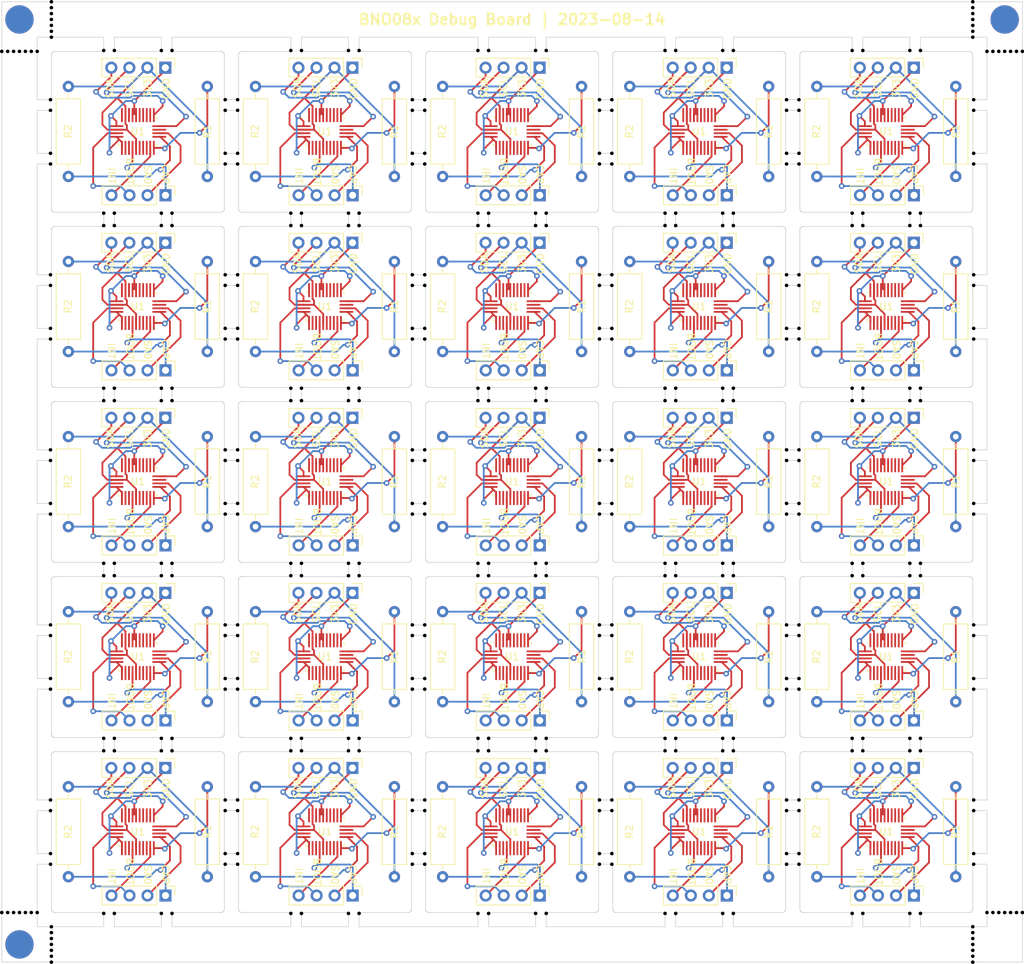
<source format=kicad_pcb>
(kicad_pcb (version 20221018) (generator pcbnew)
  (title_block (title "BNO08x Debug Board") (date "2023-08-14") (comment 1 "Author: Toby Godfrey"))
  (layers (0 "F.Cu" signal) (31 "B.Cu" signal) (34 "B.Paste" user) (35 "F.Paste" user) (36 "B.SilkS" user "B.Silkscreen") (37 "F.SilkS" user "F.Silkscreen") (38 "B.Mask" user) (39 "F.Mask" user) (44 "Edge.Cuts" user))
  (net 0 "")
  (net 1 "Board_0-+3.3V")
  (net 2 "Board_0-/BOOTN")
  (net 3 "Board_0-/CAP")
  (net 4 "Board_0-/INT")
  (net 5 "Board_0-/SA0")
  (net 6 "Board_0-/SCL")
  (net 7 "Board_0-/SDA")
  (net 8 "Board_0-GND")
  (net 9 "Board_0-Net-(U1-ENV_SCL)")
  (net 10 "Board_0-Net-(U1-ENV_SDA)")
  (net 11 "Board_0-unconnected-(U1-H_CSN-Pad18)")
  (net 12 "Board_0-unconnected-(U1-NRST-Pad11)")
  (net 13 "Board_0-unconnected-(U1-RESV_NC-Pad1)")
  (net 14 "Board_0-unconnected-(U1-RESV_NC-Pad12)")
  (net 15 "Board_0-unconnected-(U1-RESV_NC-Pad13)")
  (net 16 "Board_0-unconnected-(U1-RESV_NC-Pad21)")
  (net 17 "Board_0-unconnected-(U1-RESV_NC-Pad22)")
  (net 18 "Board_0-unconnected-(U1-RESV_NC-Pad23)")
  (net 19 "Board_0-unconnected-(U1-RESV_NC-Pad24)")
  (net 20 "Board_0-unconnected-(U1-RESV_NC-Pad7)")
  (net 21 "Board_0-unconnected-(U1-RESV_NC-Pad8)")
  (net 22 "Board_0-unconnected-(U1-XIN32-Pad27)")
  (net 23 "Board_1-+3.3V")
  (net 24 "Board_1-/BOOTN")
  (net 25 "Board_1-/CAP")
  (net 26 "Board_1-/INT")
  (net 27 "Board_1-/SA0")
  (net 28 "Board_1-/SCL")
  (net 29 "Board_1-/SDA")
  (net 30 "Board_1-GND")
  (net 31 "Board_1-Net-(U1-ENV_SCL)")
  (net 32 "Board_1-Net-(U1-ENV_SDA)")
  (net 33 "Board_1-unconnected-(U1-H_CSN-Pad18)")
  (net 34 "Board_1-unconnected-(U1-NRST-Pad11)")
  (net 35 "Board_1-unconnected-(U1-RESV_NC-Pad1)")
  (net 36 "Board_1-unconnected-(U1-RESV_NC-Pad12)")
  (net 37 "Board_1-unconnected-(U1-RESV_NC-Pad13)")
  (net 38 "Board_1-unconnected-(U1-RESV_NC-Pad21)")
  (net 39 "Board_1-unconnected-(U1-RESV_NC-Pad22)")
  (net 40 "Board_1-unconnected-(U1-RESV_NC-Pad23)")
  (net 41 "Board_1-unconnected-(U1-RESV_NC-Pad24)")
  (net 42 "Board_1-unconnected-(U1-RESV_NC-Pad7)")
  (net 43 "Board_1-unconnected-(U1-RESV_NC-Pad8)")
  (net 44 "Board_1-unconnected-(U1-XIN32-Pad27)")
  (net 45 "Board_2-+3.3V")
  (net 46 "Board_2-/BOOTN")
  (net 47 "Board_2-/CAP")
  (net 48 "Board_2-/INT")
  (net 49 "Board_2-/SA0")
  (net 50 "Board_2-/SCL")
  (net 51 "Board_2-/SDA")
  (net 52 "Board_2-GND")
  (net 53 "Board_2-Net-(U1-ENV_SCL)")
  (net 54 "Board_2-Net-(U1-ENV_SDA)")
  (net 55 "Board_2-unconnected-(U1-H_CSN-Pad18)")
  (net 56 "Board_2-unconnected-(U1-NRST-Pad11)")
  (net 57 "Board_2-unconnected-(U1-RESV_NC-Pad1)")
  (net 58 "Board_2-unconnected-(U1-RESV_NC-Pad12)")
  (net 59 "Board_2-unconnected-(U1-RESV_NC-Pad13)")
  (net 60 "Board_2-unconnected-(U1-RESV_NC-Pad21)")
  (net 61 "Board_2-unconnected-(U1-RESV_NC-Pad22)")
  (net 62 "Board_2-unconnected-(U1-RESV_NC-Pad23)")
  (net 63 "Board_2-unconnected-(U1-RESV_NC-Pad24)")
  (net 64 "Board_2-unconnected-(U1-RESV_NC-Pad7)")
  (net 65 "Board_2-unconnected-(U1-RESV_NC-Pad8)")
  (net 66 "Board_2-unconnected-(U1-XIN32-Pad27)")
  (net 67 "Board_3-+3.3V")
  (net 68 "Board_3-/BOOTN")
  (net 69 "Board_3-/CAP")
  (net 70 "Board_3-/INT")
  (net 71 "Board_3-/SA0")
  (net 72 "Board_3-/SCL")
  (net 73 "Board_3-/SDA")
  (net 74 "Board_3-GND")
  (net 75 "Board_3-Net-(U1-ENV_SCL)")
  (net 76 "Board_3-Net-(U1-ENV_SDA)")
  (net 77 "Board_3-unconnected-(U1-H_CSN-Pad18)")
  (net 78 "Board_3-unconnected-(U1-NRST-Pad11)")
  (net 79 "Board_3-unconnected-(U1-RESV_NC-Pad1)")
  (net 80 "Board_3-unconnected-(U1-RESV_NC-Pad12)")
  (net 81 "Board_3-unconnected-(U1-RESV_NC-Pad13)")
  (net 82 "Board_3-unconnected-(U1-RESV_NC-Pad21)")
  (net 83 "Board_3-unconnected-(U1-RESV_NC-Pad22)")
  (net 84 "Board_3-unconnected-(U1-RESV_NC-Pad23)")
  (net 85 "Board_3-unconnected-(U1-RESV_NC-Pad24)")
  (net 86 "Board_3-unconnected-(U1-RESV_NC-Pad7)")
  (net 87 "Board_3-unconnected-(U1-RESV_NC-Pad8)")
  (net 88 "Board_3-unconnected-(U1-XIN32-Pad27)")
  (net 89 "Board_4-+3.3V")
  (net 90 "Board_4-/BOOTN")
  (net 91 "Board_4-/CAP")
  (net 92 "Board_4-/INT")
  (net 93 "Board_4-/SA0")
  (net 94 "Board_4-/SCL")
  (net 95 "Board_4-/SDA")
  (net 96 "Board_4-GND")
  (net 97 "Board_4-Net-(U1-ENV_SCL)")
  (net 98 "Board_4-Net-(U1-ENV_SDA)")
  (net 99 "Board_4-unconnected-(U1-H_CSN-Pad18)")
  (net 100 "Board_4-unconnected-(U1-NRST-Pad11)")
  (net 101 "Board_4-unconnected-(U1-RESV_NC-Pad1)")
  (net 102 "Board_4-unconnected-(U1-RESV_NC-Pad12)")
  (net 103 "Board_4-unconnected-(U1-RESV_NC-Pad13)")
  (net 104 "Board_4-unconnected-(U1-RESV_NC-Pad21)")
  (net 105 "Board_4-unconnected-(U1-RESV_NC-Pad22)")
  (net 106 "Board_4-unconnected-(U1-RESV_NC-Pad23)")
  (net 107 "Board_4-unconnected-(U1-RESV_NC-Pad24)")
  (net 108 "Board_4-unconnected-(U1-RESV_NC-Pad7)")
  (net 109 "Board_4-unconnected-(U1-RESV_NC-Pad8)")
  (net 110 "Board_4-unconnected-(U1-XIN32-Pad27)")
  (net 111 "Board_5-+3.3V")
  (net 112 "Board_5-/BOOTN")
  (net 113 "Board_5-/CAP")
  (net 114 "Board_5-/INT")
  (net 115 "Board_5-/SA0")
  (net 116 "Board_5-/SCL")
  (net 117 "Board_5-/SDA")
  (net 118 "Board_5-GND")
  (net 119 "Board_5-Net-(U1-ENV_SCL)")
  (net 120 "Board_5-Net-(U1-ENV_SDA)")
  (net 121 "Board_5-unconnected-(U1-H_CSN-Pad18)")
  (net 122 "Board_5-unconnected-(U1-NRST-Pad11)")
  (net 123 "Board_5-unconnected-(U1-RESV_NC-Pad1)")
  (net 124 "Board_5-unconnected-(U1-RESV_NC-Pad12)")
  (net 125 "Board_5-unconnected-(U1-RESV_NC-Pad13)")
  (net 126 "Board_5-unconnected-(U1-RESV_NC-Pad21)")
  (net 127 "Board_5-unconnected-(U1-RESV_NC-Pad22)")
  (net 128 "Board_5-unconnected-(U1-RESV_NC-Pad23)")
  (net 129 "Board_5-unconnected-(U1-RESV_NC-Pad24)")
  (net 130 "Board_5-unconnected-(U1-RESV_NC-Pad7)")
  (net 131 "Board_5-unconnected-(U1-RESV_NC-Pad8)")
  (net 132 "Board_5-unconnected-(U1-XIN32-Pad27)")
  (net 133 "Board_6-+3.3V")
  (net 134 "Board_6-/BOOTN")
  (net 135 "Board_6-/CAP")
  (net 136 "Board_6-/INT")
  (net 137 "Board_6-/SA0")
  (net 138 "Board_6-/SCL")
  (net 139 "Board_6-/SDA")
  (net 140 "Board_6-GND")
  (net 141 "Board_6-Net-(U1-ENV_SCL)")
  (net 142 "Board_6-Net-(U1-ENV_SDA)")
  (net 143 "Board_6-unconnected-(U1-H_CSN-Pad18)")
  (net 144 "Board_6-unconnected-(U1-NRST-Pad11)")
  (net 145 "Board_6-unconnected-(U1-RESV_NC-Pad1)")
  (net 146 "Board_6-unconnected-(U1-RESV_NC-Pad12)")
  (net 147 "Board_6-unconnected-(U1-RESV_NC-Pad13)")
  (net 148 "Board_6-unconnected-(U1-RESV_NC-Pad21)")
  (net 149 "Board_6-unconnected-(U1-RESV_NC-Pad22)")
  (net 150 "Board_6-unconnected-(U1-RESV_NC-Pad23)")
  (net 151 "Board_6-unconnected-(U1-RESV_NC-Pad24)")
  (net 152 "Board_6-unconnected-(U1-RESV_NC-Pad7)")
  (net 153 "Board_6-unconnected-(U1-RESV_NC-Pad8)")
  (net 154 "Board_6-unconnected-(U1-XIN32-Pad27)")
  (net 155 "Board_7-+3.3V")
  (net 156 "Board_7-/BOOTN")
  (net 157 "Board_7-/CAP")
  (net 158 "Board_7-/INT")
  (net 159 "Board_7-/SA0")
  (net 160 "Board_7-/SCL")
  (net 161 "Board_7-/SDA")
  (net 162 "Board_7-GND")
  (net 163 "Board_7-Net-(U1-ENV_SCL)")
  (net 164 "Board_7-Net-(U1-ENV_SDA)")
  (net 165 "Board_7-unconnected-(U1-H_CSN-Pad18)")
  (net 166 "Board_7-unconnected-(U1-NRST-Pad11)")
  (net 167 "Board_7-unconnected-(U1-RESV_NC-Pad1)")
  (net 168 "Board_7-unconnected-(U1-RESV_NC-Pad12)")
  (net 169 "Board_7-unconnected-(U1-RESV_NC-Pad13)")
  (net 170 "Board_7-unconnected-(U1-RESV_NC-Pad21)")
  (net 171 "Board_7-unconnected-(U1-RESV_NC-Pad22)")
  (net 172 "Board_7-unconnected-(U1-RESV_NC-Pad23)")
  (net 173 "Board_7-unconnected-(U1-RESV_NC-Pad24)")
  (net 174 "Board_7-unconnected-(U1-RESV_NC-Pad7)")
  (net 175 "Board_7-unconnected-(U1-RESV_NC-Pad8)")
  (net 176 "Board_7-unconnected-(U1-XIN32-Pad27)")
  (net 177 "Board_8-+3.3V")
  (net 178 "Board_8-/BOOTN")
  (net 179 "Board_8-/CAP")
  (net 180 "Board_8-/INT")
  (net 181 "Board_8-/SA0")
  (net 182 "Board_8-/SCL")
  (net 183 "Board_8-/SDA")
  (net 184 "Board_8-GND")
  (net 185 "Board_8-Net-(U1-ENV_SCL)")
  (net 186 "Board_8-Net-(U1-ENV_SDA)")
  (net 187 "Board_8-unconnected-(U1-H_CSN-Pad18)")
  (net 188 "Board_8-unconnected-(U1-NRST-Pad11)")
  (net 189 "Board_8-unconnected-(U1-RESV_NC-Pad1)")
  (net 190 "Board_8-unconnected-(U1-RESV_NC-Pad12)")
  (net 191 "Board_8-unconnected-(U1-RESV_NC-Pad13)")
  (net 192 "Board_8-unconnected-(U1-RESV_NC-Pad21)")
  (net 193 "Board_8-unconnected-(U1-RESV_NC-Pad22)")
  (net 194 "Board_8-unconnected-(U1-RESV_NC-Pad23)")
  (net 195 "Board_8-unconnected-(U1-RESV_NC-Pad24)")
  (net 196 "Board_8-unconnected-(U1-RESV_NC-Pad7)")
  (net 197 "Board_8-unconnected-(U1-RESV_NC-Pad8)")
  (net 198 "Board_8-unconnected-(U1-XIN32-Pad27)")
  (net 199 "Board_9-+3.3V")
  (net 200 "Board_9-/BOOTN")
  (net 201 "Board_9-/CAP")
  (net 202 "Board_9-/INT")
  (net 203 "Board_9-/SA0")
  (net 204 "Board_9-/SCL")
  (net 205 "Board_9-/SDA")
  (net 206 "Board_9-GND")
  (net 207 "Board_9-Net-(U1-ENV_SCL)")
  (net 208 "Board_9-Net-(U1-ENV_SDA)")
  (net 209 "Board_9-unconnected-(U1-H_CSN-Pad18)")
  (net 210 "Board_9-unconnected-(U1-NRST-Pad11)")
  (net 211 "Board_9-unconnected-(U1-RESV_NC-Pad1)")
  (net 212 "Board_9-unconnected-(U1-RESV_NC-Pad12)")
  (net 213 "Board_9-unconnected-(U1-RESV_NC-Pad13)")
  (net 214 "Board_9-unconnected-(U1-RESV_NC-Pad21)")
  (net 215 "Board_9-unconnected-(U1-RESV_NC-Pad22)")
  (net 216 "Board_9-unconnected-(U1-RESV_NC-Pad23)")
  (net 217 "Board_9-unconnected-(U1-RESV_NC-Pad24)")
  (net 218 "Board_9-unconnected-(U1-RESV_NC-Pad7)")
  (net 219 "Board_9-unconnected-(U1-RESV_NC-Pad8)")
  (net 220 "Board_9-unconnected-(U1-XIN32-Pad27)")
  (net 221 "Board_10-+3.3V")
  (net 222 "Board_10-/BOOTN")
  (net 223 "Board_10-/CAP")
  (net 224 "Board_10-/INT")
  (net 225 "Board_10-/SA0")
  (net 226 "Board_10-/SCL")
  (net 227 "Board_10-/SDA")
  (net 228 "Board_10-GND")
  (net 229 "Board_10-Net-(U1-ENV_SCL)")
  (net 230 "Board_10-Net-(U1-ENV_SDA)")
  (net 231 "Board_10-unconnected-(U1-H_CSN-Pad18)")
  (net 232 "Board_10-unconnected-(U1-NRST-Pad11)")
  (net 233 "Board_10-unconnected-(U1-RESV_NC-Pad1)")
  (net 234 "Board_10-unconnected-(U1-RESV_NC-Pad12)")
  (net 235 "Board_10-unconnected-(U1-RESV_NC-Pad13)")
  (net 236 "Board_10-unconnected-(U1-RESV_NC-Pad21)")
  (net 237 "Board_10-unconnected-(U1-RESV_NC-Pad22)")
  (net 238 "Board_10-unconnected-(U1-RESV_NC-Pad23)")
  (net 239 "Board_10-unconnected-(U1-RESV_NC-Pad24)")
  (net 240 "Board_10-unconnected-(U1-RESV_NC-Pad7)")
  (net 241 "Board_10-unconnected-(U1-RESV_NC-Pad8)")
  (net 242 "Board_10-unconnected-(U1-XIN32-Pad27)")
  (net 243 "Board_11-+3.3V")
  (net 244 "Board_11-/BOOTN")
  (net 245 "Board_11-/CAP")
  (net 246 "Board_11-/INT")
  (net 247 "Board_11-/SA0")
  (net 248 "Board_11-/SCL")
  (net 249 "Board_11-/SDA")
  (net 250 "Board_11-GND")
  (net 251 "Board_11-Net-(U1-ENV_SCL)")
  (net 252 "Board_11-Net-(U1-ENV_SDA)")
  (net 253 "Board_11-unconnected-(U1-H_CSN-Pad18)")
  (net 254 "Board_11-unconnected-(U1-NRST-Pad11)")
  (net 255 "Board_11-unconnected-(U1-RESV_NC-Pad1)")
  (net 256 "Board_11-unconnected-(U1-RESV_NC-Pad12)")
  (net 257 "Board_11-unconnected-(U1-RESV_NC-Pad13)")
  (net 258 "Board_11-unconnected-(U1-RESV_NC-Pad21)")
  (net 259 "Board_11-unconnected-(U1-RESV_NC-Pad22)")
  (net 260 "Board_11-unconnected-(U1-RESV_NC-Pad23)")
  (net 261 "Board_11-unconnected-(U1-RESV_NC-Pad24)")
  (net 262 "Board_11-unconnected-(U1-RESV_NC-Pad7)")
  (net 263 "Board_11-unconnected-(U1-RESV_NC-Pad8)")
  (net 264 "Board_11-unconnected-(U1-XIN32-Pad27)")
  (net 265 "Board_12-+3.3V")
  (net 266 "Board_12-/BOOTN")
  (net 267 "Board_12-/CAP")
  (net 268 "Board_12-/INT")
  (net 269 "Board_12-/SA0")
  (net 270 "Board_12-/SCL")
  (net 271 "Board_12-/SDA")
  (net 272 "Board_12-GND")
  (net 273 "Board_12-Net-(U1-ENV_SCL)")
  (net 274 "Board_12-Net-(U1-ENV_SDA)")
  (net 275 "Board_12-unconnected-(U1-H_CSN-Pad18)")
  (net 276 "Board_12-unconnected-(U1-NRST-Pad11)")
  (net 277 "Board_12-unconnected-(U1-RESV_NC-Pad1)")
  (net 278 "Board_12-unconnected-(U1-RESV_NC-Pad12)")
  (net 279 "Board_12-unconnected-(U1-RESV_NC-Pad13)")
  (net 280 "Board_12-unconnected-(U1-RESV_NC-Pad21)")
  (net 281 "Board_12-unconnected-(U1-RESV_NC-Pad22)")
  (net 282 "Board_12-unconnected-(U1-RESV_NC-Pad23)")
  (net 283 "Board_12-unconnected-(U1-RESV_NC-Pad24)")
  (net 284 "Board_12-unconnected-(U1-RESV_NC-Pad7)")
  (net 285 "Board_12-unconnected-(U1-RESV_NC-Pad8)")
  (net 286 "Board_12-unconnected-(U1-XIN32-Pad27)")
  (net 287 "Board_13-+3.3V")
  (net 288 "Board_13-/BOOTN")
  (net 289 "Board_13-/CAP")
  (net 290 "Board_13-/INT")
  (net 291 "Board_13-/SA0")
  (net 292 "Board_13-/SCL")
  (net 293 "Board_13-/SDA")
  (net 294 "Board_13-GND")
  (net 295 "Board_13-Net-(U1-ENV_SCL)")
  (net 296 "Board_13-Net-(U1-ENV_SDA)")
  (net 297 "Board_13-unconnected-(U1-H_CSN-Pad18)")
  (net 298 "Board_13-unconnected-(U1-NRST-Pad11)")
  (net 299 "Board_13-unconnected-(U1-RESV_NC-Pad1)")
  (net 300 "Board_13-unconnected-(U1-RESV_NC-Pad12)")
  (net 301 "Board_13-unconnected-(U1-RESV_NC-Pad13)")
  (net 302 "Board_13-unconnected-(U1-RESV_NC-Pad21)")
  (net 303 "Board_13-unconnected-(U1-RESV_NC-Pad22)")
  (net 304 "Board_13-unconnected-(U1-RESV_NC-Pad23)")
  (net 305 "Board_13-unconnected-(U1-RESV_NC-Pad24)")
  (net 306 "Board_13-unconnected-(U1-RESV_NC-Pad7)")
  (net 307 "Board_13-unconnected-(U1-RESV_NC-Pad8)")
  (net 308 "Board_13-unconnected-(U1-XIN32-Pad27)")
  (net 309 "Board_14-+3.3V")
  (net 310 "Board_14-/BOOTN")
  (net 311 "Board_14-/CAP")
  (net 312 "Board_14-/INT")
  (net 313 "Board_14-/SA0")
  (net 314 "Board_14-/SCL")
  (net 315 "Board_14-/SDA")
  (net 316 "Board_14-GND")
  (net 317 "Board_14-Net-(U1-ENV_SCL)")
  (net 318 "Board_14-Net-(U1-ENV_SDA)")
  (net 319 "Board_14-unconnected-(U1-H_CSN-Pad18)")
  (net 320 "Board_14-unconnected-(U1-NRST-Pad11)")
  (net 321 "Board_14-unconnected-(U1-RESV_NC-Pad1)")
  (net 322 "Board_14-unconnected-(U1-RESV_NC-Pad12)")
  (net 323 "Board_14-unconnected-(U1-RESV_NC-Pad13)")
  (net 324 "Board_14-unconnected-(U1-RESV_NC-Pad21)")
  (net 325 "Board_14-unconnected-(U1-RESV_NC-Pad22)")
  (net 326 "Board_14-unconnected-(U1-RESV_NC-Pad23)")
  (net 327 "Board_14-unconnected-(U1-RESV_NC-Pad24)")
  (net 328 "Board_14-unconnected-(U1-RESV_NC-Pad7)")
  (net 329 "Board_14-unconnected-(U1-RESV_NC-Pad8)")
  (net 330 "Board_14-unconnected-(U1-XIN32-Pad27)")
  (net 331 "Board_15-+3.3V")
  (net 332 "Board_15-/BOOTN")
  (net 333 "Board_15-/CAP")
  (net 334 "Board_15-/INT")
  (net 335 "Board_15-/SA0")
  (net 336 "Board_15-/SCL")
  (net 337 "Board_15-/SDA")
  (net 338 "Board_15-GND")
  (net 339 "Board_15-Net-(U1-ENV_SCL)")
  (net 340 "Board_15-Net-(U1-ENV_SDA)")
  (net 341 "Board_15-unconnected-(U1-H_CSN-Pad18)")
  (net 342 "Board_15-unconnected-(U1-NRST-Pad11)")
  (net 343 "Board_15-unconnected-(U1-RESV_NC-Pad1)")
  (net 344 "Board_15-unconnected-(U1-RESV_NC-Pad12)")
  (net 345 "Board_15-unconnected-(U1-RESV_NC-Pad13)")
  (net 346 "Board_15-unconnected-(U1-RESV_NC-Pad21)")
  (net 347 "Board_15-unconnected-(U1-RESV_NC-Pad22)")
  (net 348 "Board_15-unconnected-(U1-RESV_NC-Pad23)")
  (net 349 "Board_15-unconnected-(U1-RESV_NC-Pad24)")
  (net 350 "Board_15-unconnected-(U1-RESV_NC-Pad7)")
  (net 351 "Board_15-unconnected-(U1-RESV_NC-Pad8)")
  (net 352 "Board_15-unconnected-(U1-XIN32-Pad27)")
  (net 353 "Board_16-+3.3V")
  (net 354 "Board_16-/BOOTN")
  (net 355 "Board_16-/CAP")
  (net 356 "Board_16-/INT")
  (net 357 "Board_16-/SA0")
  (net 358 "Board_16-/SCL")
  (net 359 "Board_16-/SDA")
  (net 360 "Board_16-GND")
  (net 361 "Board_16-Net-(U1-ENV_SCL)")
  (net 362 "Board_16-Net-(U1-ENV_SDA)")
  (net 363 "Board_16-unconnected-(U1-H_CSN-Pad18)")
  (net 364 "Board_16-unconnected-(U1-NRST-Pad11)")
  (net 365 "Board_16-unconnected-(U1-RESV_NC-Pad1)")
  (net 366 "Board_16-unconnected-(U1-RESV_NC-Pad12)")
  (net 367 "Board_16-unconnected-(U1-RESV_NC-Pad13)")
  (net 368 "Board_16-unconnected-(U1-RESV_NC-Pad21)")
  (net 369 "Board_16-unconnected-(U1-RESV_NC-Pad22)")
  (net 370 "Board_16-unconnected-(U1-RESV_NC-Pad23)")
  (net 371 "Board_16-unconnected-(U1-RESV_NC-Pad24)")
  (net 372 "Board_16-unconnected-(U1-RESV_NC-Pad7)")
  (net 373 "Board_16-unconnected-(U1-RESV_NC-Pad8)")
  (net 374 "Board_16-unconnected-(U1-XIN32-Pad27)")
  (net 375 "Board_17-+3.3V")
  (net 376 "Board_17-/BOOTN")
  (net 377 "Board_17-/CAP")
  (net 378 "Board_17-/INT")
  (net 379 "Board_17-/SA0")
  (net 380 "Board_17-/SCL")
  (net 381 "Board_17-/SDA")
  (net 382 "Board_17-GND")
  (net 383 "Board_17-Net-(U1-ENV_SCL)")
  (net 384 "Board_17-Net-(U1-ENV_SDA)")
  (net 385 "Board_17-unconnected-(U1-H_CSN-Pad18)")
  (net 386 "Board_17-unconnected-(U1-NRST-Pad11)")
  (net 387 "Board_17-unconnected-(U1-RESV_NC-Pad1)")
  (net 388 "Board_17-unconnected-(U1-RESV_NC-Pad12)")
  (net 389 "Board_17-unconnected-(U1-RESV_NC-Pad13)")
  (net 390 "Board_17-unconnected-(U1-RESV_NC-Pad21)")
  (net 391 "Board_17-unconnected-(U1-RESV_NC-Pad22)")
  (net 392 "Board_17-unconnected-(U1-RESV_NC-Pad23)")
  (net 393 "Board_17-unconnected-(U1-RESV_NC-Pad24)")
  (net 394 "Board_17-unconnected-(U1-RESV_NC-Pad7)")
  (net 395 "Board_17-unconnected-(U1-RESV_NC-Pad8)")
  (net 396 "Board_17-unconnected-(U1-XIN32-Pad27)")
  (net 397 "Board_18-+3.3V")
  (net 398 "Board_18-/BOOTN")
  (net 399 "Board_18-/CAP")
  (net 400 "Board_18-/INT")
  (net 401 "Board_18-/SA0")
  (net 402 "Board_18-/SCL")
  (net 403 "Board_18-/SDA")
  (net 404 "Board_18-GND")
  (net 405 "Board_18-Net-(U1-ENV_SCL)")
  (net 406 "Board_18-Net-(U1-ENV_SDA)")
  (net 407 "Board_18-unconnected-(U1-H_CSN-Pad18)")
  (net 408 "Board_18-unconnected-(U1-NRST-Pad11)")
  (net 409 "Board_18-unconnected-(U1-RESV_NC-Pad1)")
  (net 410 "Board_18-unconnected-(U1-RESV_NC-Pad12)")
  (net 411 "Board_18-unconnected-(U1-RESV_NC-Pad13)")
  (net 412 "Board_18-unconnected-(U1-RESV_NC-Pad21)")
  (net 413 "Board_18-unconnected-(U1-RESV_NC-Pad22)")
  (net 414 "Board_18-unconnected-(U1-RESV_NC-Pad23)")
  (net 415 "Board_18-unconnected-(U1-RESV_NC-Pad24)")
  (net 416 "Board_18-unconnected-(U1-RESV_NC-Pad7)")
  (net 417 "Board_18-unconnected-(U1-RESV_NC-Pad8)")
  (net 418 "Board_18-unconnected-(U1-XIN32-Pad27)")
  (net 419 "Board_19-+3.3V")
  (net 420 "Board_19-/BOOTN")
  (net 421 "Board_19-/CAP")
  (net 422 "Board_19-/INT")
  (net 423 "Board_19-/SA0")
  (net 424 "Board_19-/SCL")
  (net 425 "Board_19-/SDA")
  (net 426 "Board_19-GND")
  (net 427 "Board_19-Net-(U1-ENV_SCL)")
  (net 428 "Board_19-Net-(U1-ENV_SDA)")
  (net 429 "Board_19-unconnected-(U1-H_CSN-Pad18)")
  (net 430 "Board_19-unconnected-(U1-NRST-Pad11)")
  (net 431 "Board_19-unconnected-(U1-RESV_NC-Pad1)")
  (net 432 "Board_19-unconnected-(U1-RESV_NC-Pad12)")
  (net 433 "Board_19-unconnected-(U1-RESV_NC-Pad13)")
  (net 434 "Board_19-unconnected-(U1-RESV_NC-Pad21)")
  (net 435 "Board_19-unconnected-(U1-RESV_NC-Pad22)")
  (net 436 "Board_19-unconnected-(U1-RESV_NC-Pad23)")
  (net 437 "Board_19-unconnected-(U1-RESV_NC-Pad24)")
  (net 438 "Board_19-unconnected-(U1-RESV_NC-Pad7)")
  (net 439 "Board_19-unconnected-(U1-RESV_NC-Pad8)")
  (net 440 "Board_19-unconnected-(U1-XIN32-Pad27)")
  (net 441 "Board_20-+3.3V")
  (net 442 "Board_20-/BOOTN")
  (net 443 "Board_20-/CAP")
  (net 444 "Board_20-/INT")
  (net 445 "Board_20-/SA0")
  (net 446 "Board_20-/SCL")
  (net 447 "Board_20-/SDA")
  (net 448 "Board_20-GND")
  (net 449 "Board_20-Net-(U1-ENV_SCL)")
  (net 450 "Board_20-Net-(U1-ENV_SDA)")
  (net 451 "Board_20-unconnected-(U1-H_CSN-Pad18)")
  (net 452 "Board_20-unconnected-(U1-NRST-Pad11)")
  (net 453 "Board_20-unconnected-(U1-RESV_NC-Pad1)")
  (net 454 "Board_20-unconnected-(U1-RESV_NC-Pad12)")
  (net 455 "Board_20-unconnected-(U1-RESV_NC-Pad13)")
  (net 456 "Board_20-unconnected-(U1-RESV_NC-Pad21)")
  (net 457 "Board_20-unconnected-(U1-RESV_NC-Pad22)")
  (net 458 "Board_20-unconnected-(U1-RESV_NC-Pad23)")
  (net 459 "Board_20-unconnected-(U1-RESV_NC-Pad24)")
  (net 460 "Board_20-unconnected-(U1-RESV_NC-Pad7)")
  (net 461 "Board_20-unconnected-(U1-RESV_NC-Pad8)")
  (net 462 "Board_20-unconnected-(U1-XIN32-Pad27)")
  (net 463 "Board_21-+3.3V")
  (net 464 "Board_21-/BOOTN")
  (net 465 "Board_21-/CAP")
  (net 466 "Board_21-/INT")
  (net 467 "Board_21-/SA0")
  (net 468 "Board_21-/SCL")
  (net 469 "Board_21-/SDA")
  (net 470 "Board_21-GND")
  (net 471 "Board_21-Net-(U1-ENV_SCL)")
  (net 472 "Board_21-Net-(U1-ENV_SDA)")
  (net 473 "Board_21-unconnected-(U1-H_CSN-Pad18)")
  (net 474 "Board_21-unconnected-(U1-NRST-Pad11)")
  (net 475 "Board_21-unconnected-(U1-RESV_NC-Pad1)")
  (net 476 "Board_21-unconnected-(U1-RESV_NC-Pad12)")
  (net 477 "Board_21-unconnected-(U1-RESV_NC-Pad13)")
  (net 478 "Board_21-unconnected-(U1-RESV_NC-Pad21)")
  (net 479 "Board_21-unconnected-(U1-RESV_NC-Pad22)")
  (net 480 "Board_21-unconnected-(U1-RESV_NC-Pad23)")
  (net 481 "Board_21-unconnected-(U1-RESV_NC-Pad24)")
  (net 482 "Board_21-unconnected-(U1-RESV_NC-Pad7)")
  (net 483 "Board_21-unconnected-(U1-RESV_NC-Pad8)")
  (net 484 "Board_21-unconnected-(U1-XIN32-Pad27)")
  (net 485 "Board_22-+3.3V")
  (net 486 "Board_22-/BOOTN")
  (net 487 "Board_22-/CAP")
  (net 488 "Board_22-/INT")
  (net 489 "Board_22-/SA0")
  (net 490 "Board_22-/SCL")
  (net 491 "Board_22-/SDA")
  (net 492 "Board_22-GND")
  (net 493 "Board_22-Net-(U1-ENV_SCL)")
  (net 494 "Board_22-Net-(U1-ENV_SDA)")
  (net 495 "Board_22-unconnected-(U1-H_CSN-Pad18)")
  (net 496 "Board_22-unconnected-(U1-NRST-Pad11)")
  (net 497 "Board_22-unconnected-(U1-RESV_NC-Pad1)")
  (net 498 "Board_22-unconnected-(U1-RESV_NC-Pad12)")
  (net 499 "Board_22-unconnected-(U1-RESV_NC-Pad13)")
  (net 500 "Board_22-unconnected-(U1-RESV_NC-Pad21)")
  (net 501 "Board_22-unconnected-(U1-RESV_NC-Pad22)")
  (net 502 "Board_22-unconnected-(U1-RESV_NC-Pad23)")
  (net 503 "Board_22-unconnected-(U1-RESV_NC-Pad24)")
  (net 504 "Board_22-unconnected-(U1-RESV_NC-Pad7)")
  (net 505 "Board_22-unconnected-(U1-RESV_NC-Pad8)")
  (net 506 "Board_22-unconnected-(U1-XIN32-Pad27)")
  (net 507 "Board_23-+3.3V")
  (net 508 "Board_23-/BOOTN")
  (net 509 "Board_23-/CAP")
  (net 510 "Board_23-/INT")
  (net 511 "Board_23-/SA0")
  (net 512 "Board_23-/SCL")
  (net 513 "Board_23-/SDA")
  (net 514 "Board_23-GND")
  (net 515 "Board_23-Net-(U1-ENV_SCL)")
  (net 516 "Board_23-Net-(U1-ENV_SDA)")
  (net 517 "Board_23-unconnected-(U1-H_CSN-Pad18)")
  (net 518 "Board_23-unconnected-(U1-NRST-Pad11)")
  (net 519 "Board_23-unconnected-(U1-RESV_NC-Pad1)")
  (net 520 "Board_23-unconnected-(U1-RESV_NC-Pad12)")
  (net 521 "Board_23-unconnected-(U1-RESV_NC-Pad13)")
  (net 522 "Board_23-unconnected-(U1-RESV_NC-Pad21)")
  (net 523 "Board_23-unconnected-(U1-RESV_NC-Pad22)")
  (net 524 "Board_23-unconnected-(U1-RESV_NC-Pad23)")
  (net 525 "Board_23-unconnected-(U1-RESV_NC-Pad24)")
  (net 526 "Board_23-unconnected-(U1-RESV_NC-Pad7)")
  (net 527 "Board_23-unconnected-(U1-RESV_NC-Pad8)")
  (net 528 "Board_23-unconnected-(U1-XIN32-Pad27)")
  (net 529 "Board_24-+3.3V")
  (net 530 "Board_24-/BOOTN")
  (net 531 "Board_24-/CAP")
  (net 532 "Board_24-/INT")
  (net 533 "Board_24-/SA0")
  (net 534 "Board_24-/SCL")
  (net 535 "Board_24-/SDA")
  (net 536 "Board_24-GND")
  (net 537 "Board_24-Net-(U1-ENV_SCL)")
  (net 538 "Board_24-Net-(U1-ENV_SDA)")
  (net 539 "Board_24-unconnected-(U1-H_CSN-Pad18)")
  (net 540 "Board_24-unconnected-(U1-NRST-Pad11)")
  (net 541 "Board_24-unconnected-(U1-RESV_NC-Pad1)")
  (net 542 "Board_24-unconnected-(U1-RESV_NC-Pad12)")
  (net 543 "Board_24-unconnected-(U1-RESV_NC-Pad13)")
  (net 544 "Board_24-unconnected-(U1-RESV_NC-Pad21)")
  (net 545 "Board_24-unconnected-(U1-RESV_NC-Pad22)")
  (net 546 "Board_24-unconnected-(U1-RESV_NC-Pad23)")
  (net 547 "Board_24-unconnected-(U1-RESV_NC-Pad24)")
  (net 548 "Board_24-unconnected-(U1-RESV_NC-Pad7)")
  (net 549 "Board_24-unconnected-(U1-RESV_NC-Pad8)")
  (net 550 "Board_24-unconnected-(U1-XIN32-Pad27)")
  (footprint "NPTH" (layer "F.Cu") (at 160.825 141.683333)
    (fp_text reference "REF**" hide)
    (fp_text value "NPTH" hide)
  )
  (footprint "NPTH" (layer "F.Cu") (at 100.516666 51.575)
    (fp_text reference "REF**" hide)
    (fp_text value "NPTH" hide)
  )
  (footprint "Connector_PinHeader_2.54mm:PinHeader_1x04_P2.54mm_Vertical" (layer "F.Cu") (at 125.98 29.3 -90)
    (fp_text reference "J1" hide)
    (fp_text value "Conn_01x04_Pin")
  )
  (footprint "NPTH" (layer "F.Cu") (at 162.575 67.583333)
    (fp_text reference "REF**" hide)
    (fp_text value "NPTH" hide)
  )
  (footprint "Connector_PinHeader_2.54mm:PinHeader_1x04_P2.54mm_Vertical" (layer "F.Cu") (at 205.18 128.1 -90)
    (fp_text reference "J1" hide)
    (fp_text value "Conn_01x04_Pin")
  )
  (footprint "NPTH" (layer "F.Cu") (at 213.625 109.416666)
    (fp_text reference "REF**" hide)
    (fp_text value "NPTH" hide)
  )
  (footprint "NPTH" (layer "F.Cu") (at 204.616666 100.975)
    (fp_text reference "REF**" hide)
    (fp_text value "NPTH" hide)
  )
  (footprint "Resistor_THT:R_Axial_DIN0309_L9.0mm_D3.2mm_P12.70mm_Horizontal" (layer "F.Cu") (at 138.7 118.75 90)
    (fp_text reference "R2")
    (fp_text value "2.2k")
  )
  (footprint "NPTH" (layer "F.Cu") (at 151.816666 26.875)
    (fp_text reference "REF**" hide)
    (fp_text value "NPTH" hide)
  )
  (footprint "Connector_PinHeader_2.54mm:PinHeader_1x04_P2.54mm_Vertical" (layer "F.Cu") (at 126 96.7 -90)
    (fp_text reference "J2" hide)
    (fp_text value "Conn_01x04_Pin")
  )
  (footprint "NPTH" (layer "F.Cu") (at 143.683333 100.975)
    (fp_text reference "REF**" hide)
    (fp_text value "NPTH" hide)
  )
  (footprint "Resistor_THT:R_Axial_DIN0309_L9.0mm_D3.2mm_P12.70mm_Horizontal" (layer "F.Cu") (at 85.9 44.65 90)
    (fp_text reference "R2")
    (fp_text value "2.2k")
  )
  (footprint "Resistor_THT:R_Axial_DIN0309_L9.0mm_D3.2mm_P12.70mm_Horizontal" (layer "F.Cu") (at 131.9 69.35 90)
    (fp_text reference "R1")
    (fp_text value "2.2k")
  )
  (footprint "NPTH" (layer "F.Cu") (at 179.716666 51.575)
    (fp_text reference "REF**" hide)
    (fp_text value "NPTH" hide)
  )
  (footprint "NPTH" (layer "F.Cu") (at 153.316666 99.225)
    (fp_text reference "REF**" hide)
    (fp_text value "NPTH" hide)
  )
  (footprint "NPTH" (layer "F.Cu") (at 204.616666 51.575)
    (fp_text reference "REF**" hide)
    (fp_text value "NPTH" hide)
  )
  (footprint "Fiducial" (layer "F.Cu") (at 79 22.5)
    (fp_text reference "REF**" hide)
    (fp_text value "Fiducial" hide)
  )
  (footprint "NPTH" (layer "F.Cu") (at 219.666666 148.5)
    (fp_text reference "REF**" hide)
    (fp_text value "NPTH" hide)
  )
  (footprint "NPTH" (layer "F.Cu") (at 83.375 141.683333)
    (fp_text reference "REF**" hide)
    (fp_text value "NPTH" hide)
  )
  (footprint "NPTH" (layer "F.Cu") (at 108.025 140.183333)
    (fp_text reference "REF**" hide)
    (fp_text value "NPTH" hide)
  )
  (footprint "Resistor_THT:R_Axial_DIN0309_L9.0mm_D3.2mm_P12.70mm_Horizontal" (layer "F.Cu") (at 85.9 94.05 90)
    (fp_text reference "R2")
    (fp_text value "2.2k")
  )
  (footprint "Package_LGA:LGA-28_5.2x3.8mm_P0.5mm" (layer "F.Cu") (at 174.9 137.1)
    (fp_text reference "U1")
    (fp_text value "~")
  )
  (footprint "NPTH" (layer "F.Cu") (at 136.175 33.816667)
    (fp_text reference "REF**" hide)
    (fp_text value "NPTH" hide)
  )
  (footprint "NPTH" (layer "F.Cu") (at 109.775 134.116666)
    (fp_text reference "REF**" hide)
    (fp_text value "NPTH" hide)
  )
  (footprint "NPTH" (layer "F.Cu") (at 187.225 107.916666)
    (fp_text reference "REF**" hide)
    (fp_text value "NPTH" hide)
  )
  (footprint "NPTH" (layer "F.Cu") (at 136.175 132.616666)
    (fp_text reference "REF**" hide)
    (fp_text value "NPTH" hide)
  )
  (footprint "NPTH" (layer "F.Cu") (at 188.975 35.316667)
    (fp_text reference "REF**" hide)
    (fp_text value "NPTH" hide)
  )
  (footprint "NPTH" (layer "F.Cu") (at 162.575 132.616666)
    (fp_text reference "REF**" hide)
    (fp_text value "NPTH" hide)
  )
  (footprint "NPTH" (layer "F.Cu") (at 83.375 60.016666)
    (fp_text reference "REF**" hide)
    (fp_text value "NPTH" hide)
  )
  (footprint "NPTH" (layer "F.Cu") (at 162.575 66.083333)
    (fp_text reference "REF**" hide)
    (fp_text value "NPTH" hide)
  )
  (footprint "Resistor_THT:R_Axial_DIN0309_L9.0mm_D3.2mm_P12.70mm_Horizontal" (layer "F.Cu") (at 184.7 94.05 90)
    (fp_text reference "R1")
    (fp_text value "2.2k")
  )
  (footprint "NPTH" (layer "F.Cu") (at 134.425 42.883333)
    (fp_text reference "REF**" hide)
    (fp_text value "NPTH" hide)
  )
  (footprint "NPTH" (layer "F.Cu") (at 162.575 109.416666)
    (fp_text reference "REF**" hide)
    (fp_text value "NPTH" hide)
  )
  (footprint "NPTH" (layer "F.Cu") (at 109.775 115.483333)
    (fp_text reference "REF**" hide)
    (fp_text value "NPTH" hide)
  )
  (footprint "NPTH" (layer "F.Cu") (at 218 148.5)
    (fp_text reference "REF**" hide)
    (fp_text value "NPTH" hide)
  )
  (footprint "NPTH" (layer "F.Cu") (at 143.683333 74.525)
    (fp_text reference "REF**" hide)
    (fp_text value "NPTH" hide)
  )
  (footprint "NPTH" (layer "F.Cu") (at 188.975 134.116666)
    (fp_text reference "REF**" hide)
    (fp_text value "NPTH" hide)
  )
  (footprint "NPTH" (layer "F.Cu") (at 145.183333 51.575)
    (fp_text reference "REF**" hide)
    (fp_text value "NPTH" hide)
  )
  (footprint "NPTH" (layer "F.Cu") (at 153.316666 74.525)
    (fp_text reference "REF**" hide)
    (fp_text value "NPTH" hide)
  )
  (footprint "NPTH" (layer "F.Cu") (at 178.216666 51.575)
    (fp_text reference "REF**" hide)
    (fp_text value "NPTH" hide)
  )
  (footprint "NPTH" (layer "F.Cu") (at 109.775 35.316667)
    (fp_text reference "REF**" hide)
    (fp_text value "NPTH" hide)
  )
  (footprint "NPTH" (layer "F.Cu") (at 136.175 141.683333)
    (fp_text reference "REF**" hide)
    (fp_text value "NPTH" hide)
  )
  (footprint "NPTH" (layer "F.Cu") (at 220.5 148.5)
    (fp_text reference "REF**" hide)
    (fp_text value "NPTH" hide)
  )
  (footprint "NPTH" (layer "F.Cu") (at 117.283333 51.575)
    (fp_text reference "REF**" hide)
    (fp_text value "NPTH" hide)
  )
  (footprint "NPTH" (layer "F.Cu") (at 83.375 90.783333)
    (fp_text reference "REF**" hide)
    (fp_text value "NPTH" hide)
  )
  (footprint "NPTH" (layer "F.Cu") (at 204.616666 125.675)
    (fp_text reference "REF**" hide)
    (fp_text value "NPTH" hide)
  )
  (footprint "NPTH" (layer "F.Cu") (at 81.5 148.5)
    (fp_text reference "REF**" hide)
    (fp_text value "NPTH" hide)
  )
  (footprint "NPTH" (layer "F.Cu") (at 79.833334 27)
    (fp_text reference "REF**" hide)
    (fp_text value "NPTH" hide)
  )
  (footprint "NPTH" (layer "F.Cu") (at 171.583333 51.575)
    (fp_text reference "REF**" hide)
    (fp_text value "NPTH" hide)
  )
  (footprint "NPTH" (layer "F.Cu") (at 145.183333 100.975)
    (fp_text reference "REF**" hide)
    (fp_text value "NPTH" hide)
  )
  (footprint "NPTH" (layer "F.Cu") (at 109.775 33.816667)
    (fp_text reference "REF**" hide)
    (fp_text value "NPTH" hide)
  )
  (footprint "NPTH" (layer "F.Cu") (at 197.983333 123.925)
    (fp_text reference "REF**" hide)
    (fp_text value "NPTH" hide)
  )
  (footprint "NPTH" (layer "F.Cu") (at 160.825 66.083333)
    (fp_text reference "REF**" hide)
    (fp_text value "NPTH" hide)
  )
  (footprint "NPTH" (layer "F.Cu") (at 108.025 35.316667)
    (fp_text reference "REF**" hide)
    (fp_text value "NPTH" hide)
  )
  (footprint "NPTH" (layer "F.Cu") (at 171.583333 148.625)
    (fp_text reference "REF**" hide)
    (fp_text value "NPTH" hide)
  )
  (footprint "Connector_PinHeader_2.54mm:PinHeader_1x04_P2.54mm_Vertical" (layer "F.Cu") (at 205.18 78.7 -90)
    (fp_text reference "J1" hide)
    (fp_text value "Conn_01x04_Pin")
  )
  (footprint "NPTH" (layer "F.Cu") (at 151.816666 74.525)
    (fp_text reference "REF**" hide)
    (fp_text value "NPTH" hide)
  )
  (footprint "NPTH" (layer "F.Cu") (at 125.416666 100.975)
    (fp_text reference "REF**" hide)
    (fp_text value "NPTH" hide)
  )
  (footprint "NPTH" (layer "F.Cu") (at 213.5 153)
    (fp_text reference "REF**" hide)
    (fp_text value "NPTH" hide)
  )
  (footprint "NPTH" (layer "F.Cu") (at 90.883334 74.525)
    (fp_text reference "REF**" hide)
    (fp_text value "NPTH" hide)
  )
  (footprint "NPTH" (layer "F.Cu") (at 179.716666 125.675)
    (fp_text reference "REF**" hide)
    (fp_text value "NPTH" hide)
  )
  (footprint "NPTH" (layer "F.Cu") (at 77.333334 148.5)
    (fp_text reference "REF**" hide)
    (fp_text value "NPTH" hide)
  )
  (footprint "NPTH" (layer "F.Cu") (at 118.783333 49.825)
    (fp_text reference "REF**" hide)
    (fp_text value "NPTH" hide)
  )
  (footprint "NPTH" (layer "F.Cu") (at 145.183333 26.875)
    (fp_text reference "REF**" hide)
    (fp_text value "NPTH" hide)
  )
  (footprint "NPTH" (layer "F.Cu") (at 178.216666 100.975)
    (fp_text reference "REF**" hide)
    (fp_text value "NPTH" hide)
  )
  (footprint "Resistor_THT:R_Axial_DIN0309_L9.0mm_D3.2mm_P12.70mm_Horizontal" (layer "F.Cu") (at 138.7 143.45 90)
    (fp_text reference "R2")
    (fp_text value "2.2k")
  )
  (footprint "Package_LGA:LGA-28_5.2x3.8mm_P0.5mm" (layer "F.Cu") (at 122.1 63)
    (fp_text reference "U1")
    (fp_text value "~")
  )
  (footprint "NPTH" (layer "F.Cu") (at 213.625 116.983333)
    (fp_text reference "REF**" hide)
    (fp_text value "NPTH" hide)
  )
  (footprint "NPTH" (layer "F.Cu") (at 151.816666 125.675)
    (fp_text reference "REF**" hide)
    (fp_text value "NPTH" hide)
  )
  (footprint "NPTH" (layer "F.Cu") (at 136.175 109.416666)
    (fp_text reference "REF**" hide)
    (fp_text value "NPTH" hide)
  )
  (footprint "NPTH" (layer "F.Cu") (at 170.083333 148.625)
    (fp_text reference "REF**" hide)
    (fp_text value "NPTH" hide)
  )
  (footprint "NPTH" (layer "F.Cu") (at 125.416666 148.625)
    (fp_text reference "REF**" hide)
    (fp_text value "NPTH" hide)
  )
  (footprint "NPTH" (layer "F.Cu") (at 187.225 116.983333)
    (fp_text reference "REF**" hide)
    (fp_text value "NPTH" hide)
  )
  (footprint "NPTH" (layer "F.Cu") (at 109.775 92.283333)
    (fp_text reference "REF**" hide)
    (fp_text value "NPTH" hide)
  )
  (footprint "NPTH" (layer "F.Cu") (at 109.775 116.983333)
    (fp_text reference "REF**" hide)
    (fp_text value "NPTH" hide)
  )
  (footprint "Connector_PinHeader_2.54mm:PinHeader_1x04_P2.54mm_Vertical" (layer "F.Cu") (at 152.38 103.4 -90)
    (fp_text reference "J1" hide)
    (fp_text value "Conn_01x04_Pin")
  )
  (footprint "NPTH" (layer "F.Cu") (at 100.516666 100.975)
    (fp_text reference "REF**" hide)
    (fp_text value "NPTH" hide)
  )
  (footprint "NPTH" (layer "F.Cu") (at 206.116666 49.825)
    (fp_text reference "REF**" hide)
    (fp_text value "NPTH" hide)
  )
  (footprint "Connector_PinHeader_2.54mm:PinHeader_1x04_P2.54mm_Vertical" (layer "F.Cu") (at 99.6 47.3 -90)
    (fp_text reference "J2" hide)
    (fp_text value "Conn_01x04_Pin")
  )
  (footprint "Resistor_THT:R_Axial_DIN0309_L9.0mm_D3.2mm_P12.70mm_Horizontal" (layer "F.Cu") (at 138.7 94.05 90)
    (fp_text reference "R2")
    (fp_text value "2.2k")
  )
  (footprint "NPTH" (layer "F.Cu") (at 204.616666 148.625)
    (fp_text reference "REF**" hide)
    (fp_text value "NPTH" hide)
  )
  (footprint "Connector_PinHeader_2.54mm:PinHeader_1x04_P2.54mm_Vertical" (layer "F.Cu") (at 99.58 54 -90)
    (fp_text reference "J1" hide)
    (fp_text value "Conn_01x04_Pin")
  )
  (footprint "NPTH" (layer "F.Cu") (at 216.333333 27)
    (fp_text reference "REF**" hide)
    (fp_text value "NPTH" hide)
  )
  (footprint "Package_LGA:LGA-28_5.2x3.8mm_P0.5mm" (layer "F.Cu") (at 174.9 63)
    (fp_text reference "U1")
    (fp_text value "~")
  )
  (footprint "NPTH" (layer "F.Cu") (at 83.5 20.833334)
    (fp_text reference "REF**" hide)
    (fp_text value "NPTH" hide)
  )
  (footprint "NPTH" (layer "F.Cu") (at 145.183333 49.825)
    (fp_text reference "REF**" hide)
    (fp_text value "NPTH" hide)
  )
  (footprint "NPTH" (layer "F.Cu") (at 118.783333 148.625)
    (fp_text reference "REF**" hide)
    (fp_text value "NPTH" hide)
  )
  (footprint "Resistor_THT:R_Axial_DIN0309_L9.0mm_D3.2mm_P12.70mm_Horizontal" (layer "F.Cu") (at 158.3 94.05 90)
    (fp_text reference "R1")
    (fp_text value "2.2k")
  )
  (footprint "Package_LGA:LGA-28_5.2x3.8mm_P0.5mm" (layer "F.Cu") (at 201.3 63)
    (fp_text reference "U1")
    (fp_text value "~")
  )
  (footprint "NPTH" (layer "F.Cu") (at 151.816666 148.625)
    (fp_text reference "REF**" hide)
    (fp_text value "NPTH" hide)
  )
  (footprint "NPTH" (layer "F.Cu") (at 213.625 60.016666)
    (fp_text reference "REF**" hide)
    (fp_text value "NPTH" hide)
  )
  (footprint "NPTH" (layer "F.Cu") (at 92.383334 26.875)
    (fp_text reference "REF**" hide)
    (fp_text value "NPTH" hide)
  )
  (footprint "NPTH" (layer "F.Cu") (at 90.883334 76.275)
    (fp_text reference "REF**" hide)
    (fp_text value "NPTH" hide)
  )
  (footprint "NPTH" (layer "F.Cu") (at 197.983333 148.625)
    (fp_text reference "REF**" hide)
    (fp_text value "NPTH" hide)
  )
  (footprint "NPTH" (layer "F.Cu") (at 162.575 41.383333)
    (fp_text reference "REF**" hide)
    (fp_text value "NPTH" hide)
  )
  (footprint "Resistor_THT:R_Axial_DIN0309_L9.0mm_D3.2mm_P12.70mm_Horizontal" (layer "F.Cu") (at 131.9 94.05 90)
    (fp_text reference "R1")
    (fp_text value "2.2k")
  )
  (footprint "NPTH" (layer "F.Cu") (at 197.983333 74.525)
    (fp_text reference "REF**" hide)
    (fp_text value "NPTH" hide)
  )
  (footprint "NPTH" (layer "F.Cu") (at 126.916666 51.575)
    (fp_text reference "REF**" hide)
    (fp_text value "NPTH" hide)
  )
  (footprint "NPTH" (layer "F.Cu") (at 213.625 66.083333)
    (fp_text reference "REF**" hide)
    (fp_text value "NPTH" hide)
  )
  (footprint "NPTH" (layer "F.Cu") (at 171.583333 26.875)
    (fp_text reference "REF**" hide)
    (fp_text value "NPTH" hide)
  )
  (footprint "NPTH" (layer "F.Cu") (at 143.683333 49.825)
    (fp_text reference "REF**" hide)
    (fp_text value "NPTH" hide)
  )
  (footprint "NPTH" (layer "F.Cu") (at 134.425 66.083333)
    (fp_text reference "REF**" hide)
    (fp_text value "NPTH" hide)
  )
  (footprint "Connector_PinHeader_2.54mm:PinHeader_1x04_P2.54mm_Vertical" (layer "F.Cu") (at 178.78 103.4 -90)
    (fp_text reference "J1" hide)
    (fp_text value "Conn_01x04_Pin")
  )
  (footprint "NPTH" (layer "F.Cu") (at 126.916666 148.625)
    (fp_text reference "REF**" hide)
    (fp_text value "NPTH" hide)
  )
  (footprint "Resistor_THT:R_Axial_DIN0309_L9.0mm_D3.2mm_P12.70mm_Horizontal" (layer "F.Cu") (at 165.1 44.65 90)
    (fp_text reference "R2")
    (fp_text value "2.2k")
  )
  (footprint "NPTH" (layer "F.Cu") (at 160.825 35.316667)
    (fp_text reference "REF**" hide)
    (fp_text value "NPTH" hide)
  )
  (footprint "NPTH" (layer "F.Cu") (at 213.625 42.883333)
    (fp_text reference "REF**" hide)
    (fp_text value "NPTH" hide)
  )
  (footprint "Fiducial" (layer "F.Cu") (at 79 153)
    (fp_text reference "REF**" hide)
    (fp_text value "Fiducial" hide)
  )
  (footprint "NPTH" (layer "F.Cu") (at 117.283333 123.925)
    (fp_text reference "REF**" hide)
    (fp_text value "NPTH" hide)
  )
  (footprint "NPTH" (layer "F.Cu") (at 213.5 21.666667)
    (fp_text reference "REF**" hide)
    (fp_text value "NPTH" hide)
  )
  (footprint "Connector_PinHeader_2.54mm:PinHeader_1x04_P2.54mm_Vertical" (layer "F.Cu") (at 152.4 96.7 -90)
    (fp_text reference "J2" hide)
    (fp_text value "Conn_01x04_Pin")
  )
  (footprint "NPTH" (layer "F.Cu") (at 160.825 58.516666)
    (fp_text reference "REF**" hide)
    (fp_text value "NPTH" hide)
  )
  (footprint "NPTH" (layer "F.Cu") (at 206.116666 76.275)
    (fp_text reference "REF**" hide)
    (fp_text value "NPTH" hide)
  )
  (footprint "NPTH" (layer "F.Cu") (at 118.783333 123.925)
    (fp_text reference "REF**" hide)
    (fp_text value "NPTH" hide)
  )
  (footprint "NPTH" (layer "F.Cu") (at 171.583333 74.525)
    (fp_text reference "REF**" hide)
    (fp_text value "NPTH" hide)
  )
  (footprint "NPTH" (layer "F.Cu") (at 83.375 83.216666)
    (fp_text reference "REF**" hide)
    (fp_text value "NPTH" hide)
  )
  (footprint "NPTH" (layer "F.Cu") (at 83.375 132.616666)
    (fp_text reference "REF**" hide)
    (fp_text value "NPTH" hide)
  )
  (footprint "NPTH" (layer "F.Cu") (at 83.5 154.666666)
    (fp_text reference "REF**" hide)
    (fp_text value "NPTH" hide)
  )
  (footprint "NPTH" (layer "F.Cu") (at 134.425 84.716666)
    (fp_text reference "REF**" hide)
    (fp_text value "NPTH" hide)
  )
  (footprint "Resistor_THT:R_Axial_DIN0309_L9.0mm_D3.2mm_P12.70mm_Horizontal" (layer "F.Cu") (at 191.5 94.05 90)
    (fp_text reference "R2")
    (fp_text value "2.2k")
  )
  (footprint "NPTH" (layer "F.Cu") (at 187.225 84.716666)
    (fp_text reference "REF**" hide)
    (fp_text value "NPTH" hide)
  )
  (footprint "NPTH" (layer "F.Cu") (at 179.716666 100.975)
    (fp_text reference "REF**" hide)
    (fp_text value "NPTH" hide)
  )
  (footprint "NPTH" (layer "F.Cu") (at 160.825 67.583333)
    (fp_text reference "REF**" hide)
    (fp_text value "NPTH" hide)
  )
  (footprint "Connector_PinHeader_2.54mm:PinHeader_1x04_P2.54mm_Vertical" (layer "F.Cu") (at 178.8 121.4 -90)
    (fp_text reference "J2" hide)
    (fp_text value "Conn_01x04_Pin")
  )
  (footprint "NPTH" (layer "F.Cu") (at 188.975 58.516666)
    (fp_text reference "REF**" hide)
    (fp_text value "NPTH" hide)
  )
  (footprint "NPTH" (layer "F.Cu") (at 151.816666 51.575)
    (fp_text reference "REF**" hide)
    (fp_text value "NPTH" hide)
  )
  (footprint "NPTH" (layer "F.Cu") (at 117.283333 26.875)
    (fp_text reference "REF**" hide)
    (fp_text value "NPTH" hide)
  )
  (footprint "Resistor_THT:R_Axial_DIN0309_L9.0mm_D3.2mm_P12.70mm_Horizontal" (layer "F.Cu") (at 191.5 69.35 90)
    (fp_text reference "R2")
    (fp_text value "2.2k")
  )
  (footprint "NPTH" (layer "F.Cu") (at 79 148.5)
    (fp_text reference "REF**" hide)
    (fp_text value "NPTH" hide)
  )
  (footprint "NPTH" (layer "F.Cu") (at 213.625 107.916666)
    (fp_text reference "REF**" hide)
    (fp_text value "NPTH" hide)
  )
  (footprint "NPTH" (layer "F.Cu") (at 90.883334 123.925)
    (fp_text reference "REF**" hide)
    (fp_text value "NPTH" hide)
  )
  (footprint "NPTH" (layer "F.Cu") (at 204.616666 49.825)
    (fp_text reference "REF**" hide)
    (fp_text value "NPTH" hide)
  )
  (footprint "NPTH" (layer "F.Cu") (at 170.083333 51.575)
    (fp_text reference "REF**" hide)
    (fp_text value "NPTH" hide)
  )
  (footprint "Connector_PinHeader_2.54mm:PinHeader_1x04_P2.54mm_Vertical" (layer "F.Cu") (at 152.4 72 -90)
    (fp_text reference "J2" hide)
    (fp_text value "Conn_01x04_Pin")
  )
  (footprint "NPTH" (layer "F.Cu") (at 213.625 141.683333)
    (fp_text reference "REF**" hide)
    (fp_text value "NPTH" hide)
  )
  (footprint "NPTH" (layer "F.Cu") (at 83.375 58.516666)
    (fp_text reference "REF**" hide)
    (fp_text value "NPTH" hide)
  )
  (footprint "NPTH" (layer "F.Cu") (at 117.283333 49.825)
    (fp_text reference "REF**" hide)
    (fp_text value "NPTH" hide)
  )
  (footprint "Connector_PinHeader_2.54mm:PinHeader_1x04_P2.54mm_Vertical" (layer "F.Cu") (at 125.98 128.1 -90)
    (fp_text reference "J1" hide)
    (fp_text value "Conn_01x04_Pin")
  )
  (footprint "NPTH" (layer "F.Cu") (at 83.375 84.716666)
    (fp_text reference "REF**" hide)
    (fp_text value "NPTH" hide)
  )
  (footprint "NPTH" (layer "F.Cu") (at 134.425 115.483333)
    (fp_text reference "REF**" hide)
    (fp_text value "NPTH" hide)
  )
  (footprint "Connector_PinHeader_2.54mm:PinHeader_1x04_P2.54mm_Vertical" (layer "F.Cu") (at 178.8 47.3 -90)
    (fp_text reference "J2" hide)
    (fp_text value "Conn_01x04_Pin")
  )
  (footprint "NPTH" (layer "F.Cu") (at 136.175 116.983333)
    (fp_text reference "REF**" hide)
    (fp_text value "NPTH" hide)
  )
  (footprint "NPTH" (layer "F.Cu") (at 109.775 132.616666)
    (fp_text reference "REF**" hide)
    (fp_text value "NPTH" hide)
  )
  (footprint "NPTH" (layer "F.Cu") (at 218 27)
    (fp_text reference "REF**" hide)
    (fp_text value "NPTH" hide)
  )
  (footprint "NPTH" (layer "F.Cu") (at 178.216666 26.875)
    (fp_text reference "REF**" hide)
    (fp_text value "NPTH" hide)
  )
  (footprint "NPTH" (layer "F.Cu") (at 109.775 66.083333)
    (fp_text reference "REF**" hide)
    (fp_text value "NPTH" hide)
  )
  (footprint "NPTH" (layer "F.Cu") (at 213.5 151.333333)
    (fp_text reference "REF**" hide)
    (fp_text value "NPTH" hide)
  )
  (footprint "Resistor_THT:R_Axial_DIN0309_L9.0mm_D3.2mm_P12.70mm_Horizontal" (layer "F.Cu") (at 158.3 143.45 90)
    (fp_text reference "R1")
    (fp_text value "2.2k")
  )
  (footprint "NPTH" (layer "F.Cu") (at 197.983333 125.675)
    (fp_text reference "REF**" hide)
    (fp_text value "NPTH" hide)
  )
  (footprint "NPTH" (layer "F.Cu") (at 188.975 84.716666)
    (fp_text reference "REF**" hide)
    (fp_text value "NPTH" hide)
  )
  (footprint "NPTH" (layer "F.Cu") (at 92.383334 125.675)
    (fp_text reference "REF**" hide)
    (fp_text value "NPTH" hide)
  )
  (footprint "Connector_PinHeader_2.54mm:PinHeader_1x04_P2.54mm_Vertical" (layer "F.Cu") (at 205.2 121.4 -90)
    (fp_text reference "J2" hide)
    (fp_text value "Conn_01x04_Pin")
  )
  (footprint "NPTH" (layer "F.Cu") (at 171.583333 76.275)
    (fp_text reference "REF**" hide)
    (fp_text value "NPTH" hide)
  )
  (footprint "NPTH" (layer "F.Cu") (at 206.116666 123.925)
    (fp_text reference "REF**" hide)
    (fp_text value "NPTH" hide)
  )
  (footprint "NPTH" (layer "F.Cu") (at 153.316666 123.925)
    (fp_text reference "REF**" hide)
    (fp_text value "NPTH" hide)
  )
  (footprint "NPTH" (layer "F.Cu") (at 83.5 23.333334)
    (fp_text reference "REF**" hide)
    (fp_text value "NPTH" hide)
  )
  (footprint "NPTH" (layer "F.Cu") (at 196.483333 123.925)
    (fp_text reference "REF**" hide)
    (fp_text value "NPTH" hide)
  )
  (footprint "NPTH" (layer "F.Cu") (at 100.516666 26.875)
    (fp_text reference "REF**" hide)
    (fp_text value "NPTH" hide)
  )
  (footprint "NPTH" (layer "F.Cu") (at 160.825 42.883333)
    (fp_text reference "REF**" hide)
    (fp_text value "NPTH" hide)
  )
  (footprint "Resistor_THT:R_Axial_DIN0309_L9.0mm_D3.2mm_P12.70mm_Horizontal" (layer "F.Cu") (at 165.1 143.45 90)
    (fp_text reference "R2")
    (fp_text value "2.2k")
  )
  (footprint "NPTH" (layer "F.Cu") (at 108.025 141.683333)
    (fp_text reference "REF**" hide)
    (fp_text value "NPTH" hide)
  )
  (footprint "NPTH" (layer "F.Cu") (at 188.975 116.983333)
    (fp_text reference "REF**" hide)
    (fp_text value "NPTH" hide)
  )
  (footprint "NPTH" (layer "F.Cu") (at 213.5 22.5)
    (fp_text reference "REF**" hide)
    (fp_text value "NPTH" hide)
  )
  (footprint "NPTH" (layer "F.Cu") (at 219.666666 27)
    (fp_text reference "REF**" hide)
    (fp_text value "NPTH" hide)
  )
  (footprint "NPTH" (layer "F.Cu") (at 160.825 90.783333)
    (fp_text reference "REF**" hide)
    (fp_text value "NPTH" hide)
  )
  (footprint "NPTH" (layer "F.Cu") (at 109.775 107.916666)
    (fp_text reference "REF**" hide)
    (fp_text value "NPTH" hide)
  )
  (footprint "NPTH" (layer "F.Cu") (at 134.425 58.516666)
    (fp_text reference "REF**" hide)
    (fp_text value "NPTH" hide)
  )
  (footprint "Connector_PinHeader_2.54mm:PinHeader_1x04_P2.54mm_Vertical" (layer "F.Cu") (at 126 121.4 -90)
    (fp_text reference "J2" hide)
    (fp_text value "Conn_01x04_Pin")
  )
  (footprint "NPTH" (layer "F.Cu") (at 90.883334 125.675)
    (fp_text reference "REF**" hide)
    (fp_text value "NPTH" hide)
  )
  (footprint "Connector_PinHeader_2.54mm:PinHeader_1x04_P2.54mm_Vertical" (layer "F.Cu") (at 152.4 146.1 -90)
    (fp_text reference "J2" hide)
    (fp_text value "Conn_01x04_Pin")
  )
  (footprint "NPTH" (layer "F.Cu") (at 118.783333 99.225)
    (fp_text reference "REF**" hide)
    (fp_text value "NPTH" hide)
  )
  (footprint "NPTH" (layer "F.Cu") (at 90.883334 51.575)
    (fp_text reference "REF**" hide)
    (fp_text value "NPTH" hide)
  )
  (footprint "NPTH" (layer "F.Cu") (at 143.683333 148.625)
    (fp_text reference "REF**" hide)
    (fp_text value "NPTH" hide)
  )
  (footprint "NPTH" (layer "F.Cu") (at 153.316666 26.875)
    (fp_text reference "REF**" hide)
    (fp_text value "NPTH" hide)
  )
  (footprint "NPTH" (layer "F.Cu") (at 206.116666 125.675)
    (fp_text reference "REF**" hide)
    (fp_text value "NPTH" hide)
  )
  (footprint "NPTH" (layer "F.Cu") (at 160.825 140.183333)
    (fp_text reference "REF**" hide)
    (fp_text value "NPTH" hide)
  )
  (footprint "Package_LGA:LGA-28_5.2x3.8mm_P0.5mm" (layer "F.Cu") (at 201.3 112.4)
    (fp_text reference "U1")
    (fp_text value "~")
  )
  (footprint "NPTH" (layer "F.Cu") (at 109.775 83.216666)
    (fp_text reference "REF**" hide)
    (fp_text value "NPTH" hide)
  )
  (footprint "NPTH" (layer "F.Cu") (at 134.425 140.183333)
    (fp_text reference "REF**" hide)
    (fp_text value "NPTH" hide)
  )
  (footprint "NPTH" (layer "F.Cu") (at 178.216666 74.525)
    (fp_text reference "REF**" hide)
    (fp_text value "NPTH" hide)
  )
  (footprint "NPTH" (layer "F.Cu") (at 83.375 115.483333)
    (fp_text reference "REF**" hide)
    (fp_text value "NPTH" hide)
  )
  (footprint "NPTH" (layer "F.Cu") (at 206.116666 26.875)
    (fp_text reference "REF**" hide)
    (fp_text value "NPTH" hide)
  )
  (footprint "NPTH" (layer "F.Cu") (at 80.666667 148.5)
    (fp_text reference "REF**" hide)
    (fp_text value "NPTH" hide)
  )
  (footprint "NPTH" (layer "F.Cu") (at 99.016666 49.825)
    (fp_text reference "REF**" hide)
    (fp_text value "NPTH" hide)
  )
  (footprint "NPTH" (layer "F.Cu") (at 83.375 109.416666)
    (fp_text reference "REF**" hide)
    (fp_text value "NPTH" hide)
  )
  (footprint "NPTH" (layer "F.Cu") (at 178.216666 123.925)
    (fp_text reference "REF**" hide)
    (fp_text value "NPTH" hide)
  )
  (footprint "NPTH" (layer "F.Cu") (at 178.216666 125.675)
    (fp_text reference "REF**" hide)
    (fp_text value "NPTH" hide)
  )
  (footprint "NPTH" (layer "F.Cu") (at 118.783333 26.875)
    (fp_text reference "REF**" hide)
    (fp_text value "NPTH" hide)
  )
  (footprint "NPTH" (layer "F.Cu") (at 83.5 153)
    (fp_text reference "REF**" hide)
    (fp_text value "NPTH" hide)
  )
  (footprint "NPTH" (layer "F.Cu") (at 196.483333 26.875)
    (fp_text reference "REF**" hide)
    (fp_text value "NPTH" hide)
  )
  (footprint "NPTH" (layer "F.Cu") (at 126.916666 99.225)
    (fp_text reference "REF**" hide)
    (fp_text value "NPTH" hide)
  )
  (footprint "Resistor_THT:R_Axial_DIN0309_L9.0mm_D3.2mm_P12.70mm_Horizontal" (layer "F.Cu") (at 85.9 143.45 90)
    (fp_text reference "R2")
    (fp_text value "2.2k")
  )
  (footprint "NPTH" (layer "F.Cu") (at 134.425 132.616666)
    (fp_text reference "REF**" hide)
    (fp_text value "NPTH" hide)
  )
  (footprint "NPTH" (layer "F.Cu") (at 160.825 116.983333)
    (fp_text reference "REF**" hide)
    (fp_text value "NPTH" hide)
  )
  (footprint "NPTH" (layer "F.Cu") (at 145.183333 125.675)
    (fp_text reference "REF**" hide)
    (fp_text value "NPTH" hide)
  )
  (footprint "NPTH" (layer "F.Cu") (at 170.083333 125.675)
    (fp_text reference "REF**" hide)
    (fp_text value "NPTH" hide)
  )
  (footprint "NPTH" (layer "F.Cu") (at 126.916666 76.275)
    (fp_text reference "REF**" hide)
    (fp_text value "NPTH" hide)
  )
  (footprint "NPTH" (layer "F.Cu") (at 188.975 42.883333)
    (fp_text reference "REF**" hide)
    (fp_text value "NPTH" hide)
  )
  (footprint "NPTH" (layer "F.Cu") (at 143.683333 76.275)
    (fp_text reference "REF**" hide)
    (fp_text value "NPTH" hide)
  )
  (footprint "Resistor_THT:R_Axial_DIN0309_L9.0mm_D3.2mm_P12.70mm_Horizontal" (layer "F.Cu") (at 158.3 69.35 90)
    (fp_text reference "R1")
    (fp_text value "2.2k")
  )
  (footprint "NPTH" (layer "F.Cu") (at 178.216666 148.625)
    (fp_text reference "REF**" hide)
    (fp_text value "NPTH" hide)
  )
  (footprint "NPTH" (layer "F.Cu") (at 188.975 67.583333)
    (fp_text reference "REF**" hide)
    (fp_text value "NPTH" hide)
  )
  (footprint "NPTH" (layer "F.Cu") (at 126.916666 125.675)
    (fp_text reference "REF**" hide)
    (fp_text value "NPTH" hide)
  )
  (footprint "NPTH" (layer "F.Cu") (at 99.016666 74.525)
    (fp_text reference "REF**" hide)
    (fp_text value "NPTH" hide)
  )
  (footprint "NPTH" (layer "F.Cu") (at 77.333334 27)
    (fp_text reference "REF**" hide)
    (fp_text value "NPTH" hide)
  )
  (footprint "NPTH" (layer "F.Cu") (at 108.025 115.483333)
    (fp_text reference "REF**" hide)
    (fp_text value "NPTH" hide)
  )
  (footprint "Connector_PinHeader_2.54mm:PinHeader_1x04_P2.54mm_Vertical" (layer "F.Cu") (at 99.58 128.1 -90)
    (fp_text reference "J1" hide)
    (fp_text value "Conn_01x04_Pin")
  )
  (footprint "Resistor_THT:R_Axial_DIN0309_L9.0mm_D3.2mm_P12.70mm_Horizontal" (layer "F.Cu") (at 85.9 118.75 90)
    (fp_text reference "R2")
    (fp_text value "2.2k")
  )
  (footprint "NPTH" (layer "F.Cu") (at 136.175 67.583333)
    (fp_text reference "REF**" hide)
    (fp_text value "NPTH" hide)
  )
  (footprint "NPTH" (layer "F.Cu") (at 125.416666 123.925)
    (fp_text reference "REF**" hide)
    (fp_text value "NPTH" hide)
  )
  (footprint "NPTH" (layer "F.Cu") (at 204.616666 26.875)
    (fp_text reference "REF**" hide)
    (fp_text value "NPTH" hide)
  )
  (footprint "Connector_PinHeader_2.54mm:PinHeader_1x04_P2.54mm_Vertical" (layer "F.Cu") (at 205.18 54 -90)
    (fp_text reference "J1" hide)
    (fp_text value "Conn_01x04_Pin")
  )
  (footprint "Resistor_THT:R_Axial_DIN0309_L9.0mm_D3.2mm_P12.70mm_Horizontal" (layer "F.Cu") (at 165.1 69.35 90)
    (fp_text reference "R2")
    (fp_text value "2.2k")
  )
  (footprint "NPTH" (layer "F.Cu") (at 99.016666 123.925)
    (fp_text reference "REF**" hide)
    (fp_text value "NPTH" hide)
  )
  (footprint "Connector_PinHeader_2.54mm:PinHeader_1x04_P2.54mm_Vertical" (layer "F.Cu") (at 99.58 103.4 -90)
    (fp_text reference "J1" hide)
    (fp_text value "Conn_01x04_Pin")
  )
  (footprint "Resistor_THT:R_Axial_DIN0309_L9.0mm_D3.2mm_P12.70mm_Horizontal" (layer "F.Cu") (at 184.7 118.75 90)
    (fp_text reference "R1")
    (fp_text value "2.2k")
  )
  (footprint "NPTH" (layer "F.Cu") (at 134.425 33.816667)
    (fp_text reference "REF**" hide)
    (fp_text value "NPTH" hide)
  )
  (footprint "Resistor_THT:R_Axial_DIN0309_L9.0mm_D3.2mm_P12.70mm_Horizontal" (layer "F.Cu") (at 105.5 143.45 90)
    (fp_text reference "R1")
    (fp_text value "2.2k")
  )
  (footprint "NPTH" (layer "F.Cu") (at 213.625 58.516666)
    (fp_text reference "REF**" hide)
    (fp_text value "NPTH" hide)
  )
  (footprint "Resistor_THT:R_Axial_DIN0309_L9.0mm_D3.2mm_P12.70mm_Horizontal" (layer "F.Cu") (at 158.3 44.65 90)
    (fp_text reference "R1")
    (fp_text value "2.2k")
  )
  (footprint "NPTH" (layer "F.Cu") (at 143.683333 123.925)
    (fp_text reference "REF**" hide)
    (fp_text value "NPTH" hide)
  )
  (footprint "Connector_PinHeader_2.54mm:PinHeader_1x04_P2.54mm_Vertical" (layer "F.Cu") (at 205.2 72 -90)
    (fp_text reference "J2" hide)
    (fp_text value "Conn_01x04_Pin")
  )
  (footprint "NPTH" (layer "F.Cu") (at 136.175 140.183333)
    (fp_text reference "REF**" hide)
    (fp_text value "NPTH" hide)
  )
  (footprint "NPTH" (layer "F.Cu") (at 188.975 132.616666)
    (fp_text reference "REF**" hide)
    (fp_text value "NPTH" hide)
  )
  (footprint "Connector_PinHeader_2.54mm:PinHeader_1x04_P2.54mm_Vertical" (layer "F.Cu") (at 125.98 54 -90)
    (fp_text reference "J1" hide)
    (fp_text value "Conn_01x04_Pin")
  )
  (footprint "NPTH" (layer "F.Cu") (at 99.016666 148.625)
    (fp_text reference "REF**" hide)
    (fp_text value "NPTH" hide)
  )
  (footprint "Resistor_THT:R_Axial_DIN0309_L9.0mm_D3.2mm_P12.70mm_Horizontal" (layer "F.Cu") (at 112.3 118.75 90)
    (fp_text reference "R2")
    (fp_text value "2.2k")
  )
  (footprint "NPTH" (layer "F.Cu") (at 125.416666 125.675)
    (fp_text reference "REF**" hide)
    (fp_text value "NPTH" hide)
  )
  (footprint "Resistor_THT:R_Axial_DIN0309_L9.0mm_D3.2mm_P12.70mm_Horizontal" (layer "F.Cu") (at 105.5 44.65 90)
    (fp_text reference "R1")
    (fp_text value "2.2k")
  )
  (footprint "NPTH" (layer "F.Cu") (at 109.775 58.516666)
    (fp_text reference "REF**" hide)
    (fp_text value "NPTH" hide)
  )
  (footprint "Package_LGA:LGA-28_5.2x3.8mm_P0.5mm" (layer "F.Cu") (at 95.7 87.7)
    (fp_text reference "U1")
    (fp_text value "~")
  )
  (footprint "NPTH" (layer "F.Cu") (at 126.916666 49.825)
    (fp_text reference "REF**" hide)
    (fp_text value "NPTH" hide)
  )
  (footprint "NPTH" (layer "F.Cu") (at 83.375 67.583333)
    (fp_text reference "REF**" hide)
    (fp_text value "NPTH" hide)
  )
  (footprint "NPTH" (layer "F.Cu") (at 213.625 90.783333)
    (fp_text reference "REF**" hide)
    (fp_text value "NPTH" hide)
  )
  (footprint "NPTH" (layer "F.Cu") (at 125.416666 51.575)
    (fp_text reference "REF**" hide)
    (fp_text value "NPTH" hide)
  )
  (footprint "NPTH" (layer "F.Cu") (at 92.383334 76.275)
    (fp_text reference "REF**" hide)
    (fp_text value "NPTH" hide)
  )
  (footprint "NPTH" (layer "F.Cu") (at 117.283333 99.225)
    (fp_text reference "REF**" hide)
    (fp_text value "NPTH" hide)
  )
  (footprint "NPTH" (layer "F.Cu") (at 171.583333 49.825)
    (fp_text reference "REF**" hide)
    (fp_text value "NPTH" hide)
  )
  (footprint "Resistor_THT:R_Axial_DIN0309_L9.0mm_D3.2mm_P12.70mm_Horizontal" (layer "F.Cu") (at 105.5 69.35 90)
    (fp_text reference "R1")
    (fp_text value "2.2k")
  )
  (footprint "NPTH" (layer "F.Cu") (at 217.166666 27)
    (fp_text reference "REF**" hide)
    (fp_text value "NPTH" hide)
  )
  (footprint "NPTH" (layer "F.Cu") (at 162.575 134.116666)
    (fp_text reference "REF**" hide)
    (fp_text value "NPTH" hide)
  )
  (footprint "NPTH" (layer "F.Cu") (at 162.575 140.183333)
    (fp_text reference "REF**" hide)
    (fp_text value "NPTH" hide)
  )
  (footprint "NPTH" (layer "F.Cu") (at 197.983333 49.825)
    (fp_text reference "REF**" hide)
    (fp_text value "NPTH" hide)
  )
  (footprint "NPTH" (layer "F.Cu") (at 151.816666 49.825)
    (fp_text reference "REF**" hide)
    (fp_text value "NPTH" hide)
  )
  (footprint "Package_LGA:LGA-28_5.2x3.8mm_P0.5mm" (layer "F.Cu") (at 174.9 112.4)
    (fp_text reference "U1")
    (fp_text value "~")
  )
  (footprint "NPTH" (layer "F.Cu") (at 83.375 92.283333)
    (fp_text reference "REF**" hide)
    (fp_text value "NPTH" hide)
  )
  (footprint "NPTH" (layer "F.Cu") (at 118.783333 100.975)
    (fp_text reference "REF**" hide)
    (fp_text value "NPTH" hide)
  )
  (footprint "NPTH" (layer "F.Cu") (at 187.225 42.883333)
    (fp_text reference "REF**" hide)
    (fp_text value "NPTH" hide)
  )
  (footprint "NPTH" (layer "F.Cu") (at 188.975 83.216666)
    (fp_text reference "REF**" hide)
    (fp_text value "NPTH" hide)
  )
  (footprint "NPTH" (layer "F.Cu") (at 187.225 60.016666)
    (fp_text reference "REF**" hide)
    (fp_text value "NPTH" hide)
  )
  (footprint "NPTH" (layer "F.Cu") (at 136.175 42.883333)
    (fp_text reference "REF**" hide)
    (fp_text value "NPTH" hide)
  )
  (footprint "NPTH" (layer "F.Cu") (at 188.975 92.283333)
    (fp_text reference "REF**" hide)
    (fp_text value "NPTH" hide)
  )
  (footprint "NPTH" (layer "F.Cu") (at 118.783333 74.525)
    (fp_text reference "REF**" hide)
    (fp_text value "NPTH" hide)
  )
  (footprint "Resistor_THT:R_Axial_DIN0309_L9.0mm_D3.2mm_P12.70mm_Horizontal" (layer "F.Cu") (at 184.7 143.45 90)
    (fp_text reference "R1")
    (fp_text value "2.2k")
  )
  (footprint "NPTH" (layer "F.Cu") (at 187.225 58.516666)
    (fp_text reference "REF**" hide)
    (fp_text value "NPTH" hide)
  )
  (footprint "Package_LGA:LGA-28_5.2x3.8mm_P0.5mm" (layer "F.Cu") (at 148.5 87.7)
    (fp_text reference "U1")
    (fp_text value "~")
  )
  (footprint "NPTH" (layer "F.Cu") (at 160.825 134.116666)
    (fp_text reference "REF**" hide)
    (fp_text value "NPTH" hide)
  )
  (footprint "NPTH" (layer "F.Cu") (at 108.025 67.583333)
    (fp_text reference "REF**" hide)
    (fp_text value "NPTH" hide)
  )
  (footprint "Connector_PinHeader_2.54mm:PinHeader_1x04_P2.54mm_Vertical" (layer "F.Cu") (at 178.78 128.1 -90)
    (fp_text reference "J1" hide)
    (fp_text value "Conn_01x04_Pin")
  )
  (footprint "NPTH" (layer "F.Cu") (at 188.975 66.083333)
    (fp_text reference "REF**" hide)
    (fp_text value "NPTH" hide)
  )
  (footprint "NPTH" (layer "F.Cu") (at 136.175 92.283333)
    (fp_text reference "REF**" hide)
    (fp_text value "NPTH" hide)
  )
  (footprint "NPTH" (layer "F.Cu") (at 218.833333 148.5)
    (fp_text reference "REF**" hide)
    (fp_text value "NPTH" hide)
  )
  (footprint "Package_LGA:LGA-28_5.2x3.8mm_P0.5mm" (layer "F.Cu") (at 201.3 38.3)
    (fp_text reference "U1")
    (fp_text value "~")
  )
  (footprint "NPTH" (layer "F.Cu") (at 92.383334 100.975)
    (fp_text reference "REF**" hide)
    (fp_text value "NPTH" hide)
  )
  (footprint "NPTH" (layer "F.Cu") (at 83.5 21.666667)
    (fp_text reference "REF**" hide)
    (fp_text value "NPTH" hide)
  )
  (footprint "NPTH" (layer "F.Cu") (at 162.575 60.016666)
    (fp_text reference "REF**" hide)
    (fp_text value "NPTH" hide)
  )
  (footprint "Package_LGA:LGA-28_5.2x3.8mm_P0.5mm" (layer "F.Cu") (at 201.3 137.1)
    (fp_text reference "U1")
    (fp_text value "~")
  )
  (footprint "Resistor_THT:R_Axial_DIN0309_L9.0mm_D3.2mm_P12.70mm_Horizontal" (layer "F.Cu") (at 211.1 69.35 90)
    (fp_text reference "R1")
    (fp_text value "2.2k")
  )
  (footprint "NPTH" (layer "F.Cu") (at 118.783333 125.675)
    (fp_text reference "REF**" hide)
    (fp_text value "NPTH" hide)
  )
  (footprint "NPTH" (layer "F.Cu") (at 79.833334 148.5)
    (fp_text reference "REF**" hide)
    (fp_text value "NPTH" hide)
  )
  (footprint "NPTH" (layer "F.Cu") (at 206.116666 51.575)
    (fp_text reference "REF**" hide)
    (fp_text value "NPTH" hide)
  )
  (footprint "NPTH" (layer "F.Cu") (at 83.5 151.333333)
    (fp_text reference "REF**" hide)
    (fp_text value "NPTH" hide)
  )
  (footprint "NPTH" (layer "F.Cu") (at 90.883334 148.625)
    (fp_text reference "REF**" hide)
    (fp_text value "NPTH" hide)
  )
  (footprint "NPTH" (layer "F.Cu") (at 108.025 132.616666)
    (fp_text reference "REF**" hide)
    (fp_text value "NPTH" hide)
  )
  (footprint "NPTH" (layer "F.Cu") (at 136.175 115.483333)
    (fp_text reference "REF**" hide)
    (fp_text value "NPTH" hide)
  )
  (footprint "Resistor_THT:R_Axial_DIN0309_L9.0mm_D3.2mm_P12.70mm_Horizontal" (layer "F.Cu") (at 184.7 69.35 90)
    (fp_text reference "R1")
    (fp_text value "2.2k")
  )
  (footprint "NPTH" (layer "F.Cu") (at 162.575 141.683333)
    (fp_text reference "REF**" hide)
    (fp_text value "NPTH" hide)
  )
  (footprint "NPTH" (layer "F.Cu") (at 151.816666 99.225)
    (fp_text reference "REF**" hide)
    (fp_text value "NPTH" hide)
  )
  (footprint "Resistor_THT:R_Axial_DIN0309_L9.0mm_D3.2mm_P12.70mm_Horizontal" (layer "F.Cu") (at 85.9 69.35 90)
    (fp_text reference "R2")
    (fp_text value "2.2k")
  )
  (footprint "NPTH" (layer "F.Cu") (at 197.983333 51.575)
    (fp_text reference "REF**" hide)
    (fp_text value "NPTH" hide)
  )
  (footprint "Resistor_THT:R_Axial_DIN0309_L9.0mm_D3.2mm_P12.70mm_Horizontal" (layer "F.Cu") (at 211.1 44.65 90)
    (fp_text reference "R1")
    (fp_text value "2.2k")
  )
  (footprint "NPTH" (layer "F.Cu") (at 83.375 140.183333)
    (fp_text reference "REF**" hide)
    (fp_text value "NPTH" hide)
  )
  (footprint "NPTH" (layer "F.Cu") (at 83.375 66.083333)
    (fp_text reference "REF**" hide)
    (fp_text value "NPTH" hide)
  )
  (footprint "Resistor_THT:R_Axial_DIN0309_L9.0mm_D3.2mm_P12.70mm_Horizontal" (layer "F.Cu") (at 138.7 44.65 90)
    (fp_text reference "R2")
    (fp_text value "2.2k")
  )
  (footprint "NPTH" (layer "F.Cu") (at 100.516666 123.925)
    (fp_text reference "REF**" hide)
    (fp_text value "NPTH" hide)
  )
  (footprint "NPTH" (layer "F.Cu") (at 151.816666 100.975)
    (fp_text reference "REF**" hide)
    (fp_text value "NPTH" hide)
  )
  (footprint "NPTH" (layer "F.Cu") (at 125.416666 49.825)
    (fp_text reference "REF**" hide)
    (fp_text value "NPTH" hide)
  )
  (footprint "NPTH" (layer "F.Cu") (at 153.316666 49.825)
    (fp_text reference "REF**" hide)
    (fp_text value "NPTH" hide)
  )
  (footprint "Package_LGA:LGA-28_5.2x3.8mm_P0.5mm" (layer "F.Cu") (at 148.5 112.4)
    (fp_text reference "U1")
    (fp_text value "~")
  )
  (footprint "NPTH" (layer "F.Cu") (at 160.825 92.283333)
    (fp_text reference "REF**" hide)
    (fp_text value "NPTH" hide)
  )
  (footprint "Connector_PinHeader_2.54mm:PinHeader_1x04_P2.54mm_Vertical" (layer "F.Cu") (at 178.78 78.7 -90)
    (fp_text reference "J1" hide)
    (fp_text value "Conn_01x04_Pin")
  )
  (footprint "NPTH" (layer "F.Cu") (at 118.783333 76.275)
    (fp_text reference "REF**" hide)
    (fp_text value "NPTH" hide)
  )
  (footprint "NPTH" (layer "F.Cu") (at 160.825 60.016666)
    (fp_text reference "REF**" hide)
    (fp_text value "NPTH" hide)
  )
  (footprint "Package_LGA:LGA-28_5.2x3.8mm_P0.5mm" (layer "F.Cu") (at 174.9 38.3)
    (fp_text reference "U1")
    (fp_text value "~")
  )
  (footprint "Connector_PinHeader_2.54mm:PinHeader_1x04_P2.54mm_Vertical" (layer "F.Cu") (at 126 72 -90)
    (fp_text reference "J2" hide)
    (fp_text value "Conn_01x04_Pin")
  )
  (footprint "NPTH" (layer "F.Cu") (at 125.416666 76.275)
    (fp_text reference "REF**" hide)
    (fp_text value "NPTH" hide)
  )
  (footprint "NPTH" (layer "F.Cu") (at 178.216666 76.275)
    (fp_text reference "REF**" hide)
    (fp_text value "NPTH" hide)
  )
  (footprint "NPTH" (layer "F.Cu") (at 90.883334 26.875)
    (fp_text reference "REF**" hide)
    (fp_text value "NPTH" hide)
  )
  (footprint "NPTH" (layer "F.Cu") (at 179.716666 74.525)
    (fp_text reference "REF**" hide)
    (fp_text value "NPTH" hide)
  )
  (footprint "NPTH" (layer "F.Cu") (at 92.383334 51.575)
    (fp_text reference "REF**" hide)
    (fp_text value "NPTH" hide)
  )
  (footprint "NPTH" (layer "F.Cu") (at 109.775 60.016666)
    (fp_text reference "REF**" hide)
    (fp_text value "NPTH" hide)
  )
  (footprint "Connector_PinHeader_2.54mm:PinHeader_1x04_P2.54mm_Vertical" (layer "F.Cu") (at 99.6 96.7 -90)
    (fp_text reference "J2" hide)
    (fp_text value "Conn_01x04_Pin")
  )
  (footprint "NPTH" (layer "F.Cu") (at 136.175 84.716666)
    (fp_text reference "REF**" hide)
    (fp_text value "NPTH" hide)
  )
  (footprint "NPTH" (layer "F.Cu") (at 213.5 154.666666)
    (fp_text reference "REF**" hide)
    (fp_text value "NPTH" hide)
  )
  (footprint "NPTH" (layer "F.Cu") (at 187.225 83.216666)
    (fp_text reference "REF**" hide)
    (fp_text value "NPTH" hide)
  )
  (footprint "NPTH" (layer "F.Cu") (at 143.683333 125.675)
    (fp_text reference "REF**" hide)
    (fp_text value "NPTH" hide)
  )
  (footprint "NPTH" (layer "F.Cu") (at 136.175 83.216666)
    (fp_text reference "REF**" hide)
    (fp_text value "NPTH" hide)
  )
  (footprint "NPTH" (layer "F.Cu") (at 170.083333 74.525)
    (fp_text reference "REF**" hide)
    (fp_text value "NPTH" hide)
  )
  (footprint "Package_LGA:LGA-28_5.2x3.8mm_P0.5mm" (layer "F.Cu") (at 122.1 87.7)
    (fp_text reference "U1")
    (fp_text value "~")
  )
  (footprint "NPTH" (layer "F.Cu") (at 213.625 67.583333)
    (fp_text reference "REF**" hide)
    (fp_text value "NPTH" hide)
  )
  (footprint "NPTH" (layer "F.Cu") (at 109.775 141.683333)
    (fp_text reference "REF**" hide)
    (fp_text value "NPTH" hide)
  )
  (footprint "NPTH" (layer "F.Cu") (at 153.316666 100.975)
    (fp_text reference "REF**" hide)
    (fp_text value "NPTH" hide)
  )
  (footprint "Resistor_THT:R_Axial_DIN0309_L9.0mm_D3.2mm_P12.70mm_Horizontal" (layer "F.Cu") (at 112.3 44.65 90)
    (fp_text reference "R2")
    (fp_text value "2.2k")
  )
  (footprint "NPTH" (layer "F.Cu") (at 213.5 23.333334)
    (fp_text reference "REF**" hide)
    (fp_text value "NPTH" hide)
  )
  (footprint "NPTH" (layer "F.Cu") (at 90.883334 49.825)
    (fp_text reference "REF**" hide)
    (fp_text value "NPTH" hide)
  )
  (footprint "NPTH" (layer "F.Cu") (at 179.716666 76.275)
    (fp_text reference "REF**" hide)
    (fp_text value "NPTH" hide)
  )
  (footprint "NPTH" (layer "F.Cu") (at 187.225 140.183333)
    (fp_text reference "REF**" hide)
    (fp_text value "NPTH" hide)
  )
  (footprint "NPTH" (layer "F.Cu") (at 99.016666 100.975)
    (fp_text reference "REF**" hide)
    (fp_text value "NPTH" hide)
  )
  (footprint "NPTH" (layer "F.Cu") (at 136.175 66.083333)
    (fp_text reference "REF**" hide)
    (fp_text value "NPTH" hide)
  )
  (footprint "NPTH" (layer "F.Cu") (at 213.625 115.483333)
    (fp_text reference "REF**" hide)
    (fp_text value "NPTH" hide)
  )
  (footprint "Resistor_THT:R_Axial_DIN0309_L9.0mm_D3.2mm_P12.70mm_Horizontal" (layer "F.Cu") (at 191.5 118.75 90)
    (fp_text reference "R2")
    (fp_text value "2.2k")
  )
  (footprint "NPTH" (layer "F.Cu") (at 100.516666 74.525)
    (fp_text reference "REF**" hide)
    (fp_text value "NPTH" hide)
  )
  (footprint "NPTH" (layer "F.Cu") (at 196.483333 49.825)
    (fp_text reference "REF**" hide)
    (fp_text value "NPTH" hide)
  )
  (footprint "NPTH" (layer "F.Cu") (at 162.575 42.883333)
    (fp_text reference "REF**" hide)
    (fp_text value "NPTH" hide)
  )
  (footprint "NPTH" (layer "F.Cu") (at 204.616666 76.275)
    (fp_text reference "REF**" hide)
    (fp_text value "NPTH" hide)
  )
  (footprint "Connector_PinHeader_2.54mm:PinHeader_1x04_P2.54mm_Vertical" (layer "F.Cu") (at 152.38 54 -90)
    (fp_text reference "J1" hide)
    (fp_text value "Conn_01x04_Pin")
  )
  (footprint "NPTH" (layer "F.Cu") (at 134.425 92.283333)
    (fp_text reference "REF**" hide)
    (fp_text value "NPTH" hide)
  )
  (footprint "Connector_PinHeader_2.54mm:PinHeader_1x04_P2.54mm_Vertical" (layer "F.Cu") (at 205.2 47.3 -90)
    (fp_text reference "J2" hide)
    (fp_text value "Conn_01x04_Pin")
  )
  (footprint "NPTH" (layer "F.Cu") (at 187.225 41.383333)
    (fp_text reference "REF**" hide)
    (fp_text value "NPTH" hide)
  )
  (footprint "NPTH" (layer "F.Cu") (at 206.116666 100.975)
    (fp_text reference "REF**" hide)
    (fp_text value "NPTH" hide)
  )
  (footprint "NPTH" (layer "F.Cu") (at 78.166667 27)
    (fp_text reference "REF**" hide)
    (fp_text value "NPTH" hide)
  )
  (footprint "NPTH" (layer "F.Cu") (at 108.025 42.883333)
    (fp_text reference "REF**" hide)
    (fp_text value "NPTH" hide)
  )
  (footprint "NPTH" (layer "F.Cu") (at 134.425 116.983333)
    (fp_text reference "REF**" hide)
    (fp_text value "NPTH" hide)
  )
  (footprint "NPTH" (layer "F.Cu") (at 187.225 115.483333)
    (fp_text reference "REF**" hide)
    (fp_text value "NPTH" hide)
  )
  (footprint "NPTH" (layer "F.Cu") (at 178.216666 49.825)
    (fp_text reference "REF**" hide)
    (fp_text value "NPTH" hide)
  )
  (footprint "NPTH" (layer "F.Cu") (at 213.625 134.116666)
    (fp_text reference "REF**" hide)
    (fp_text value "NPTH" hide)
  )
  (footprint "NPTH" (layer "F.Cu") (at 109.775 67.583333)
    (fp_text reference "REF**" hide)
    (fp_text value "NPTH" hide)
  )
  (footprint "NPTH" (layer "F.Cu") (at 206.116666 74.525)
    (fp_text reference "REF**" hide)
    (fp_text value "NPTH" hide)
  )
  (footprint "NPTH" (layer "F.Cu") (at 136.175 90.783333)
    (fp_text reference "REF**" hide)
    (fp_text value "NPTH" hide)
  )
  (footprint "NPTH" (layer "F.Cu") (at 134.425 134.116666)
    (fp_text reference "REF**" hide)
    (fp_text value "NPTH" hide)
  )
  (footprint "Package_LGA:LGA-28_5.2x3.8mm_P0.5mm" (layer "F.Cu") (at 122.1 112.4)
    (fp_text reference "U1")
    (fp_text value "~")
  )
  (footprint "NPTH" (layer "F.Cu") (at 196.483333 100.975)
    (fp_text reference "REF**" hide)
    (fp_text value "NPTH" hide)
  )
  (footprint "NPTH" (layer "F.Cu") (at 109.775 84.716666)
    (fp_text reference "REF**" hide)
    (fp_text value "NPTH" hide)
  )
  (footprint "NPTH" (layer "F.Cu") (at 153.316666 51.575)
    (fp_text reference "REF**" hide)
    (fp_text value "NPTH" hide)
  )
  (footprint "NPTH" (layer "F.Cu") (at 134.425 67.583333)
    (fp_text reference "REF**" hide)
    (fp_text value "NPTH" hide)
  )
  (footprint "NPTH" (layer "F.Cu") (at 117.283333 74.525)
    (fp_text reference "REF**" hide)
    (fp_text value "NPTH" hide)
  )
  (footprint "Package_LGA:LGA-28_5.2x3.8mm_P0.5mm" (layer "F.Cu") (at 148.5 63)
    (fp_text reference "U1")
    (fp_text value "~")
  )
  (footprint "NPTH" (layer "F.Cu") (at 145.183333 123.925)
    (fp_text reference "REF**" hide)
    (fp_text value "NPTH" hide)
  )
  (footprint "NPTH" (layer "F.Cu") (at 100.516666 49.825)
    (fp_text reference "REF**" hide)
    (fp_text value "NPTH" hide)
  )
  (footprint "NPTH" (layer "F.Cu") (at 153.316666 125.675)
    (fp_text reference "REF**" hide)
    (fp_text value "NPTH" hide)
  )
  (footprint "NPTH" (layer "F.Cu") (at 136.175 107.916666)
    (fp_text reference "REF**" hide)
    (fp_text value "NPTH" hide)
  )
  (footprint "NPTH" (layer "F.Cu") (at 126.916666 74.525)
    (fp_text reference "REF**" hide)
    (fp_text value "NPTH" hide)
  )
  (footprint "NPTH" (layer "F.Cu") (at 143.683333 99.225)
    (fp_text reference "REF**" hide)
    (fp_text value "NPTH" hide)
  )
  (footprint "Connector_PinHeader_2.54mm:PinHeader_1x04_P2.54mm_Vertical" (layer "F.Cu") (at 152.38 128.1 -90)
    (fp_text reference "J1" hide)
    (fp_text value "Conn_01x04_Pin")
  )
  (footprint "NPTH" (layer "F.Cu") (at 213.625 132.616666)
    (fp_text reference "REF**" hide)
    (fp_text value "NPTH" hide)
  )
  (footprint "NPTH" (layer "F.Cu") (at 196.483333 125.675)
    (fp_text reference "REF**" hide)
    (fp_text value "NPTH" hide)
  )
  (footprint "NPTH" (layer "F.Cu") (at 197.983333 99.225)
    (fp_text reference "REF**" hide)
    (fp_text value "NPTH" hide)
  )
  (footprint "NPTH" (layer "F.Cu") (at 188.975 33.816667)
    (fp_text reference "REF**" hide)
    (fp_text value "NPTH" hide)
  )
  (footprint "Package_LGA:LGA-28_5.2x3.8mm_P0.5mm" (layer "F.Cu") (at 95.7 112.4)
    (fp_text reference "U1")
    (fp_text value "~")
  )
  (footprint "Resistor_THT:R_Axial_DIN0309_L9.0mm_D3.2mm_P12.70mm_Horizontal" (layer "F.Cu") (at 211.1 118.75 90)
    (fp_text reference "R1")
    (fp_text value "2.2k")
  )
  (footprint "NPTH" (layer "F.Cu") (at 92.383334 49.825)
    (fp_text reference "REF**" hide)
    (fp_text value "NPTH" hide)
  )
  (footprint "NPTH" (layer "F.Cu") (at 151.816666 123.925)
    (fp_text reference "REF**" hide)
    (fp_text value "NPTH" hide)
  )
  (footprint "NPTH" (layer "F.Cu") (at 187.225 67.583333)
    (fp_text reference "REF**" hide)
    (fp_text value "NPTH" hide)
  )
  (footprint "NPTH" (layer "F.Cu") (at 216.333333 148.5)
    (fp_text reference "REF**" hide)
    (fp_text value "NPTH" hide)
  )
  (footprint "NPTH" (layer "F.Cu") (at 83.5 155.5)
    (fp_text reference "REF**" hide)
    (fp_text value "NPTH" hide)
  )
  (footprint "Fiducial" (layer "F.Cu") (at 218 22.5)
    (fp_text reference "REF**" hide)
    (fp_text value "Fiducial" hide)
  )
  (footprint "NPTH" (layer "F.Cu") (at 162.575 92.283333)
    (fp_text reference "REF**" hide)
    (fp_text value "NPTH" hide)
  )
  (footprint "NPTH" (layer "F.Cu") (at 126.916666 26.875)
    (fp_text reference "REF**" hide)
    (fp_text value "NPTH" hide)
  )
  (footprint "NPTH" (layer "F.Cu") (at 134.425 90.783333)
    (fp_text reference "REF**" hide)
    (fp_text value "NPTH" hide)
  )
  (footprint "Package_LGA:LGA-28_5.2x3.8mm_P0.5mm" (layer "F.Cu") (at 148.5 137.1)
    (fp_text reference "U1")
    (fp_text value "~")
  )
  (footprint "NPTH" (layer "F.Cu") (at 108.025 83.216666)
    (fp_text reference "REF**" hide)
    (fp_text value "NPTH" hide)
  )
  (footprint "NPTH" (layer "F.Cu") (at 188.975 90.783333)
    (fp_text reference "REF**" hide)
    (fp_text value "NPTH" hide)
  )
  (footprint "NPTH" (layer "F.Cu") (at 136.175 35.316667)
    (fp_text reference "REF**" hide)
    (fp_text value "NPTH" hide)
  )
  (footprint "NPTH" (layer "F.Cu") (at 170.083333 100.975)
    (fp_text reference "REF**" hide)
    (fp_text value "NPTH" hide)
  )
  (footprint "NPTH" (layer "F.Cu") (at 90.883334 100.975)
    (fp_text reference "REF**" hide)
    (fp_text value "NPTH" hide)
  )
  (footprint "NPTH" (layer "F.Cu") (at 108.025 60.016666)
    (fp_text reference "REF**" hide)
    (fp_text value "NPTH" hide)
  )
  (footprint "NPTH" (layer "F.Cu") (at 171.583333 99.225)
    (fp_text reference "REF**" hide)
    (fp_text value "NPTH" hide)
  )
  (footprint "NPTH" (layer "F.Cu") (at 179.716666 123.925)
    (fp_text reference "REF**" hide)
    (fp_text value "NPTH" hide)
  )
  (footprint "NPTH" (layer "F.Cu") (at 99.016666 99.225)
    (fp_text reference "REF**" hide)
    (fp_text value "NPTH" hide)
  )
  (footprint "Resistor_THT:R_Axial_DIN0309_L9.0mm_D3.2mm_P12.70mm_Horizontal" (layer "F.Cu") (at 138.7 69.35 90)
    (fp_text reference "R2")
    (fp_text value "2.2k")
  )
  (footprint "NPTH" (layer "F.Cu") (at 204.616666 99.225)
    (fp_text reference "REF**" hide)
    (fp_text value "NPTH" hide)
  )
  (footprint "Connector_PinHeader_2.54mm:PinHeader_1x04_P2.54mm_Vertical" (layer "F.Cu") (at 205.2 96.7 -90)
    (fp_text reference "J2" hide)
    (fp_text value "Conn_01x04_Pin")
  )
  (footprint "NPTH" (layer "F.Cu") (at 108.025 41.383333)
    (fp_text reference "REF**" hide)
    (fp_text value "NPTH" hide)
  )
  (footprint "NPTH" (layer "F.Cu") (at 79 27)
    (fp_text reference "REF**" hide)
    (fp_text value "NPTH" hide)
  )
  (footprint "NPTH" (layer "F.Cu") (at 125.416666 74.525)
    (fp_text reference "REF**" hide)
    (fp_text value "NPTH" hide)
  )
  (footprint "Package_LGA:LGA-28_5.2x3.8mm_P0.5mm" (layer "F.Cu") (at 201.3 87.7)
    (fp_text reference "U1")
    (fp_text value "~")
  )
  (footprint "NPTH" (layer "F.Cu") (at 170.083333 49.825)
    (fp_text reference "REF**" hide)
    (fp_text value "NPTH" hide)
  )
  (footprint "NPTH" (layer "F.Cu") (at 162.575 58.516666)
    (fp_text reference "REF**" hide)
    (fp_text value "NPTH" hide)
  )
  (footprint "NPTH" (layer "F.Cu") (at 145.183333 99.225)
    (fp_text reference "REF**" hide)
    (fp_text value "NPTH" hide)
  )
  (footprint "NPTH" (layer "F.Cu") (at 171.583333 123.925)
    (fp_text reference "REF**" hide)
    (fp_text value "NPTH" hide)
  )
  (footprint "Connector_PinHeader_2.54mm:PinHeader_1x04_P2.54mm_Vertical" (layer "F.Cu") (at 152.38 29.3 -90)
    (fp_text reference "J1" hide)
    (fp_text value "Conn_01x04_Pin")
  )
  (footprint "NPTH" (layer "F.Cu") (at 179.716666 49.825)
    (fp_text reference "REF**" hide)
    (fp_text value "NPTH" hide)
  )
  (footprint "NPTH" (layer "F.Cu") (at 125.416666 99.225)
    (fp_text reference "REF**" hide)
    (fp_text value "NPTH" hide)
  )
  (footprint "NPTH" (layer "F.Cu") (at 134.425 35.316667)
    (fp_text reference "REF**" hide)
    (fp_text value "NPTH" hide)
  )
  (footprint "NPTH" (layer "F.Cu") (at 188.975 141.683333)
    (fp_text reference "REF**" hide)
    (fp_text value "NPTH" hide)
  )
  (footprint "NPTH" (layer "F.Cu") (at 213.5 24.166667)
    (fp_text reference "REF**" hide)
    (fp_text value "NPTH" hide)
  )
  (footprint "NPTH" (layer "F.Cu") (at 171.583333 100.975)
    (fp_text reference "REF**" hide)
    (fp_text value "NPTH" hide)
  )
  (footprint "NPTH" (layer "F.Cu") (at 100.516666 148.625)
    (fp_text reference "REF**" hide)
    (fp_text value "NPTH" hide)
  )
  (footprint "NPTH" (layer "F.Cu") (at 160.825 33.816667)
    (fp_text reference "REF**" hide)
    (fp_text value "NPTH" hide)
  )
  (footprint "Connector_PinHeader_2.54mm:PinHeader_1x04_P2.54mm_Vertical" (layer "F.Cu") (at 205.18 29.3 -90)
    (fp_text reference "J1" hide)
    (fp_text value "Conn_01x04_Pin")
  )
  (footprint "NPTH" (layer "F.Cu") (at 188.975 107.916666)
    (fp_text reference "REF**" hide)
    (fp_text value "NPTH" hide)
  )
  (footprint "NPTH" (layer "F.Cu") (at 143.683333 26.875)
    (fp_text reference "REF**" hide)
    (fp_text value "NPTH" hide)
  )
  (footprint "NPTH" (layer "F.Cu") (at 134.425 41.383333)
    (fp_text reference "REF**" hide)
    (fp_text value "NPTH" hide)
  )
  (footprint "NPTH" (layer "F.Cu") (at 117.283333 125.675)
    (fp_text reference "REF**" hide)
    (fp_text value "NPTH" hide)
  )
  (footprint "Connector_PinHeader_2.54mm:PinHeader_1x04_P2.54mm_Vertical" (layer "F.Cu") (at 178.78 54 -90)
    (fp_text reference "J1" hide)
    (fp_text value "Conn_01x04_Pin")
  )
  (footprint "NPTH" (layer "F.Cu") (at 197.983333 100.975)
    (fp_text reference "REF**" hide)
    (fp_text value "NPTH" hide)
  )
  (footprint "NPTH" (layer "F.Cu") (at 117.283333 76.275)
    (fp_text reference "REF**" hide)
    (fp_text value "NPTH" hide)
  )
  (footprint "NPTH" (layer "F.Cu") (at 213.625 92.283333)
    (fp_text reference "REF**" hide)
    (fp_text value "NPTH" hide)
  )
  (footprint "NPTH" (layer "F.Cu") (at 134.425 141.683333)
    (fp_text reference "REF**" hide)
    (fp_text value "NPTH" hide)
  )
  (footprint "NPTH" (layer "F.Cu") (at 170.083333 26.875)
    (fp_text reference "REF**" hide)
    (fp_text value "NPTH" hide)
  )
  (footprint "NPTH" (layer "F.Cu") (at 215.5 27)
    (fp_text reference "REF**" hide)
    (fp_text value "NPTH" hide)
  )
  (footprint "NPTH" (layer "F.Cu") (at 83.375 134.116666)
    (fp_text reference "REF**" hide)
    (fp_text value "NPTH" hide)
  )
  (footprint "Resistor_THT:R_Axial_DIN0309_L9.0mm_D3.2mm_P12.70mm_Horizontal" (layer "F.Cu") (at 191.5 44.65 90)
    (fp_text reference "R2")
    (fp_text value "2.2k")
  )
  (footprint "NPTH" (layer "F.Cu") (at 160.825 84.716666)
    (fp_text reference "REF**" hide)
    (fp_text value "NPTH" hide)
  )
  (footprint "NPTH" (layer "F.Cu") (at 213.5 150.5)
    (fp_text reference "REF**" hide)
    (fp_text value "NPTH" hide)
  )
  (footprint "NPTH" (layer "F.Cu") (at 108.025 84.716666)
    (fp_text reference "REF**" hide)
    (fp_text value "NPTH" hide)
  )
  (footprint "Connector_PinHeader_2.54mm:PinHeader_1x04_P2.54mm_Vertical" (layer "F.Cu") (at 99.58 78.7 -90)
    (fp_text reference "J1" hide)
    (fp_text value "Conn_01x04_Pin")
  )
  (footprint "Package_LGA:LGA-28_5.2x3.8mm_P0.5mm" (layer "F.Cu") (at 174.9 87.7)
    (fp_text reference "U1")
    (fp_text value "~")
  )
  (footprint "NPTH" (layer "F.Cu") (at 83.5 152.166666)
    (fp_text reference "REF**" hide)
    (fp_text value "NPTH" hide)
  )
  (footprint "NPTH" (layer "F.Cu") (at 178.216666 99.225)
    (fp_text reference "REF**" hide)
    (fp_text value "NPTH" hide)
  )
  (footprint "NPTH" (layer "F.Cu") (at 196.483333 76.275)
    (fp_text reference "REF**" hide)
    (fp_text value "NPTH" hide)
  )
  (footprint "NPTH" (layer "F.Cu") (at 187.225 141.683333)
    (fp_text reference "REF**" hide)
    (fp_text value "NPTH" hide)
  )
  (footprint "NPTH" (layer "F.Cu") (at 188.975 140.183333)
    (fp_text reference "REF**" hide)
    (fp_text value "NPTH" hide)
  )
  (footprint "NPTH" (layer "F.Cu") (at 90.883334 99.225)
    (fp_text reference "REF**" hide)
    (fp_text value "NPTH" hide)
  )
  (footprint "NPTH" (layer "F.Cu") (at 196.483333 99.225)
    (fp_text reference "REF**" hide)
    (fp_text value "NPTH" hide)
  )
  (footprint "Connector_PinHeader_2.54mm:PinHeader_1x04_P2.54mm_Vertical" (layer "F.Cu") (at 178.8 72 -90)
    (fp_text reference "J2" hide)
    (fp_text value "Conn_01x04_Pin")
  )
  (footprint "NPTH" (layer "F.Cu") (at 187.225 33.816667)
    (fp_text reference "REF**" hide)
    (fp_text value "NPTH" hide)
  )
  (footprint "NPTH" (layer "F.Cu") (at 170.083333 76.275)
    (fp_text reference "REF**" hide)
    (fp_text value "NPTH" hide)
  )
  (footprint "NPTH" (layer "F.Cu") (at 162.575 107.916666)
    (fp_text reference "REF**" hide)
    (fp_text value "NPTH" hide)
  )
  (footprint "NPTH" (layer "F.Cu") (at 179.716666 148.625)
    (fp_text reference "REF**" hide)
    (fp_text value "NPTH" hide)
  )
  (footprint "NPTH" (layer "F.Cu") (at 213.5 20)
    (fp_text reference "REF**" hide)
    (fp_text value "NPTH" hide)
  )
  (footprint "NPTH" (layer "F.Cu") (at 153.316666 148.625)
    (fp_text reference "REF**" hide)
    (fp_text value "NPTH" hide)
  )
  (footprint "NPTH" (layer "F.Cu") (at 162.575 115.483333)
    (fp_text reference "REF**" hide)
    (fp_text value "NPTH" hide)
  )
  (footprint "NPTH" (layer "F.Cu") (at 213.625 140.183333)
    (fp_text reference "REF**" hide)
    (fp_text value "NPTH" hide)
  )
  (footprint "NPTH" (layer "F.Cu") (at 136.175 58.516666)
    (fp_text reference "REF**" hide)
    (fp_text value "NPTH" hide)
  )
  (footprint "NPTH" (layer "F.Cu") (at 187.225 132.616666)
    (fp_text reference "REF**" hide)
    (fp_text value "NPTH" hide)
  )
  (footprint "NPTH" (layer "F.Cu") (at 213.625 33.816667)
    (fp_text reference "REF**" hide)
    (fp_text value "NPTH" hide)
  )
  (footprint "NPTH" (layer "F.Cu") (at 83.375 41.383333)
    (fp_text reference "REF**" hide)
    (fp_text value "NPTH" hide)
  )
  (footprint "NPTH" (layer "F.Cu") (at 83.5 150.5)
    (fp_text reference "REF**" hide)
    (fp_text value "NPTH" hide)
  )
  (footprint "NPTH" (layer "F.Cu") (at 153.316666 76.275)
    (fp_text reference "REF**" hide)
    (fp_text value "NPTH" hide)
  )
  (footprint "Resistor_THT:R_Axial_DIN0309_L9.0mm_D3.2mm_P12.70mm_Horizontal" (layer "F.Cu") (at 112.3 143.45 90)
    (fp_text reference "R2")
    (fp_text value "2.2k")
  )
  (footprint "Connector_PinHeader_2.54mm:PinHeader_1x04_P2.54mm_Vertical" (layer "F.Cu") (at 205.2 146.1 -90)
    (fp_text reference "J2" hide)
    (fp_text value "Conn_01x04_Pin")
  )
  (footprint "NPTH" (layer "F.Cu") (at 83.375 116.983333)
    (fp_text reference "REF**" hide)
    (fp_text value "NPTH" hide)
  )
  (footprint "NPTH" (layer "F.Cu") (at 108.025 33.816667)
    (fp_text reference "REF**" hide)
    (fp_text value "NPTH" hide)
  )
  (footprint "Package_LGA:LGA-28_5.2x3.8mm_P0.5mm" (layer "F.Cu") (at 95.7 38.3)
    (fp_text reference "U1")
    (fp_text value "~")
  )
  (footprint "NPTH" (layer "F.Cu") (at 108.025 109.416666)
    (fp_text reference "REF**" hide)
    (fp_text value "NPTH" hide)
  )
  (footprint "NPTH" (layer "F.Cu") (at 220.5 27)
    (fp_text reference "REF**" hide)
    (fp_text value "NPTH" hide)
  )
  (footprint "NPTH" (layer "F.Cu") (at 187.225 35.316667)
    (fp_text reference "REF**" hide)
    (fp_text value "NPTH" hide)
  )
  (footprint "NPTH" (layer "F.Cu") (at 187.225 109.416666)
    (fp_text reference "REF**" hide)
    (fp_text value "NPTH" hide)
  )
  (footprint "NPTH" (layer "F.Cu") (at 151.816666 76.275)
    (fp_text reference "REF**" hide)
    (fp_text value "NPTH" hide)
  )
  (footprint "NPTH" (layer "F.Cu") (at 188.975 41.383333)
    (fp_text reference "REF**" hide)
    (fp_text value "NPTH" hide)
  )
  (footprint "Resistor_THT:R_Axial_DIN0309_L9.0mm_D3.2mm_P12.70mm_Horizontal" (layer "F.Cu") (at 105.5 94.05 90)
    (fp_text reference "R1")
    (fp_text value "2.2k")
  )
  (footprint "Resistor_THT:R_Axial_DIN0309_L9.0mm_D3.2mm_P12.70mm_Horizontal" (layer "F.Cu") (at 211.1 143.45 90)
    (fp_text reference "R1")
    (fp_text value "2.2k")
  )
  (footprint "NPTH" (layer "F.Cu") (at 179.716666 26.875)
    (fp_text reference "REF**" hide)
    (fp_text value "NPTH" hide)
  )
  (footprint "NPTH" (layer "F.Cu") (at 126.916666 123.925)
    (fp_text reference "REF**" hide)
    (fp_text value "NPTH" hide)
  )
  (footprint "NPTH" (layer "F.Cu") (at 145.183333 74.525)
    (fp_text reference "REF**" hide)
    (fp_text value "NPTH" hide)
  )
  (footprint "NPTH" (layer "F.Cu") (at 80.666667 27)
    (fp_text reference "REF**" hide)
    (fp_text value "NPTH" hide)
  )
  (footprint "Connector_PinHeader_2.54mm:PinHeader_1x04_P2.54mm_Vertical" (layer "F.Cu") (at 125.98 78.7 -90)
    (fp_text reference "J1" hide)
    (fp_text value "Conn_01x04_Pin")
  )
  (footprint "NPTH" (layer "F.Cu") (at 126.916666 100.975)
    (fp_text reference "REF**" hide)
    (fp_text value "NPTH" hide)
  )
  (footprint "NPTH" (layer "F.Cu") (at 92.383334 74.525)
    (fp_text reference "REF**" hide)
    (fp_text value "NPTH" hide)
  )
  (footprint "NPTH" (layer "F.Cu") (at 109.775 109.416666)
    (fp_text reference "REF**" hide)
    (fp_text value "NPTH" hide)
  )
  (footprint "NPTH" (layer "F.Cu") (at 145.183333 148.625)
    (fp_text reference "REF**" hide)
    (fp_text value "NPTH" hide)
  )
  (footprint "NPTH" (layer "F.Cu") (at 134.425 83.216666)
    (fp_text reference "REF**" hide)
    (fp_text value "NPTH" hide)
  )
  (footprint "NPTH" (layer "F.Cu") (at 117.283333 148.625)
    (fp_text reference "REF**" hide)
    (fp_text value "NPTH" hide)
  )
  (footprint "Resistor_THT:R_Axial_DIN0309_L9.0mm_D3.2mm_P12.70mm_Horizontal" (layer "F.Cu") (at 112.3 69.35 90)
    (fp_text reference "R2")
    (fp_text value "2.2k")
  )
  (footprint "NPTH" (layer "F.Cu") (at 213.625 83.216666)
    (fp_text reference "REF**" hide)
    (fp_text value "NPTH" hide)
  )
  (footprint "NPTH" (layer "F.Cu") (at 160.825 132.616666)
    (fp_text reference "REF**" hide)
    (fp_text value "NPTH" hide)
  )
  (footprint "NPTH" (layer "F.Cu") (at 83.5 153.833333)
    (fp_text reference "REF**" hide)
    (fp_text value "NPTH" hide)
  )
  (footprint "NPTH" (layer "F.Cu") (at 160.825 83.216666)
    (fp_text reference "REF**" hide)
    (fp_text value "NPTH" hide)
  )
  (footprint "Connector_PinHeader_2.54mm:PinHeader_1x04_P2.54mm_Vertical" (layer "F.Cu") (at 152.4 121.4 -90)
    (fp_text reference "J2" hide)
    (fp_text value "Conn_01x04_Pin")
  )
  (footprint "Connector_PinHeader_2.54mm:PinHeader_1x04_P2.54mm_Vertical" (layer "F.Cu") (at 99.6 121.4 -90)
    (fp_text reference "J2" hide)
    (fp_text value "Conn_01x04_Pin")
  )
  (footprint "NPTH" (layer "F.Cu") (at 100.516666 125.675)
    (fp_text reference "REF**" hide)
    (fp_text value "NPTH" hide)
  )
  (footprint "NPTH" (layer "F.Cu") (at 206.116666 148.625)
    (fp_text reference "REF**" hide)
    (fp_text value "NPTH" hide)
  )
  (footprint "NPTH" (layer "F.Cu") (at 162.575 84.716666)
    (fp_text reference "REF**" hide)
    (fp_text value "NPTH" hide)
  )
  (footprint "NPTH" (layer "F.Cu") (at 108.025 134.116666)
    (fp_text reference "REF**" hide)
    (fp_text value "NPTH" hide)
  )
  (footprint "NPTH" (layer "F.Cu") (at 100.516666 76.275)
    (fp_text reference "REF**" hide)
    (fp_text value "NPTH" hide)
  )
  (footprint "NPTH" (layer "F.Cu") (at 83.5 20)
    (fp_text reference "REF**" hide)
    (fp_text value "NPTH" hide)
  )
  (footprint "NPTH" (layer "F.Cu") (at 217.166666 148.5)
    (fp_text reference "REF**" hide)
    (fp_text value "NPTH" hide)
  )
  (footprint "NPTH" (layer "F.Cu") (at 78.166667 148.5)
    (fp_text reference "REF**" hide)
    (fp_text value "NPTH" hide)
  )
  (footprint "NPTH" (layer "F.Cu") (at 213.625 41.383333)
    (fp_text reference "REF**" hide)
    (fp_text value "NPTH" hide)
  )
  (footprint "NPTH" (layer "F.Cu") (at 162.575 35.316667)
    (fp_text reference "REF**" hide)
    (fp_text value "NPTH" hide)
  )
  (footprint "Resistor_THT:R_Axial_DIN0309_L9.0mm_D3.2mm_P12.70mm_Horizontal" (layer "F.Cu") (at 184.7 44.65 90)
    (fp_text reference "R1")
    (fp_text value "2.2k")
  )
  (footprint "NPTH" (layer "F.Cu") (at 83.375 42.883333)
    (fp_text reference "REF**" hide)
    (fp_text value "NPTH" hide)
  )
  (footprint "NPTH" (layer "F.Cu") (at 83.5 25)
    (fp_text reference "REF**" hide)
    (fp_text value "NPTH" hide)
  )
  (footprint "NPTH" (layer "F.Cu") (at 136.175 60.016666)
    (fp_text reference "REF**" hide)
    (fp_text value "NPTH" hide)
  )
  (footprint "NPTH" (layer "F.Cu") (at 187.225 90.783333)
    (fp_text reference "REF**" hide)
    (fp_text value "NPTH" hide)
  )
  (footprint "NPTH" (layer "F.Cu") (at 83.5 24.166667)
    (fp_text reference "REF**" hide)
    (fp_text value "NPTH" hide)
  )
  (footprint "NPTH" (layer "F.Cu") (at 99.016666 125.675)
    (fp_text reference "REF**" hide)
    (fp_text value "NPTH" hide)
  )
  (footprint "Resistor_THT:R_Axial_DIN0309_L9.0mm_D3.2mm_P12.70mm_Horizontal" (layer "F.Cu") (at 131.9 143.45 90)
    (fp_text reference "R1")
    (fp_text value "2.2k")
  )
  (footprint "NPTH" (layer "F.Cu") (at 204.616666 74.525)
    (fp_text reference "REF**" hide)
    (fp_text value "NPTH" hide)
  )
  (footprint "Package_LGA:LGA-28_5.2x3.8mm_P0.5mm" (layer "F.Cu") (at 95.7 137.1)
    (fp_text reference "U1")
    (fp_text value "~")
  )
  (footprint "Connector_PinHeader_2.54mm:PinHeader_1x04_P2.54mm_Vertical" (layer "F.Cu") (at 178.8 146.1 -90)
    (fp_text reference "J2" hide)
    (fp_text value "Conn_01x04_Pin")
  )
  (footprint "Resistor_THT:R_Axial_DIN0309_L9.0mm_D3.2mm_P12.70mm_Horizontal" (layer "F.Cu") (at 211.1 94.05 90)
    (fp_text reference "R1")
    (fp_text value "2.2k")
  )
  (footprint "NPTH" (layer "F.Cu") (at 76.5 27)
    (fp_text reference "REF**" hide)
    (fp_text value "NPTH" hide)
  )
  (footprint "NPTH" (layer "F.Cu") (at 162.575 116.983333)
    (fp_text reference "REF**" hide)
    (fp_text value "NPTH" hide)
  )
  (footprint "NPTH" (layer "F.Cu") (at 83.375 33.816667)
    (fp_text reference "REF**" hide)
    (fp_text value "NPTH" hide)
  )
  (footprint "NPTH" (layer "F.Cu") (at 76.5 148.5)
    (fp_text reference "REF**" hide)
    (fp_text value "NPTH" hide)
  )
  (footprint "NPTH" (layer "F.Cu") (at 108.025 58.516666)
    (fp_text reference "REF**" hide)
    (fp_text value "NPTH" hide)
  )
  (footprint "NPTH" (layer "F.Cu") (at 218.833333 27)
    (fp_text reference "REF**" hide)
    (fp_text value "NPTH" hide)
  )
  (footprint "Connector_PinHeader_2.54mm:PinHeader_1x04_P2.54mm_Vertical" (layer "F.Cu") (at 99.6 146.1 -90)
    (fp_text reference "J2" hide)
    (fp_text value "Conn_01x04_Pin")
  )
  (footprint "NPTH" (layer "F.Cu") (at 213.5 153.833333)
    (fp_text reference "REF**" hide)
    (fp_text value "NPTH" hide)
  )
  (footprint "NPTH" (layer "F.Cu") (at 160.825 109.416666)
    (fp_text reference "REF**" hide)
    (fp_text value "NPTH" hide)
  )
  (footprint "NPTH" (layer "F.Cu") (at 108.025 107.916666)
    (fp_text reference "REF**" hide)
    (fp_text value "NPTH" hide)
  )
  (footprint "NPTH" (layer "F.Cu") (at 188.975 60.016666)
    (fp_text reference "REF**" hide)
    (fp_text value "NPTH" hide)
  )
  (footprint "NPTH" (layer "F.Cu") (at 162.575 90.783333)
    (fp_text reference "REF**" hide)
    (fp_text value "NPTH" hide)
  )
  (footprint "NPTH" (layer "F.Cu") (at 83.375 107.916666)
    (fp_text reference "REF**" hide)
    (fp_text value "NPTH" hide)
  )
  (footprint "NPTH" (layer "F.Cu") (at 109.775 90.783333)
    (fp_text reference "REF**" hide)
    (fp_text value "NPTH" hide)
  )
  (footprint "NPTH" (layer "F.Cu") (at 99.016666 76.275)
    (fp_text reference "REF**" hide)
    (fp_text value "NPTH" hide)
  )
  (footprint "NPTH" (layer "F.Cu") (at 136.175 41.383333)
    (fp_text reference "REF**" hide)
    (fp_text value "NPTH" hide)
  )
  (footprint "Connector_PinHeader_2.54mm:PinHeader_1x04_P2.54mm_Vertical" (layer "F.Cu") (at 99.58 29.3 -90)
    (fp_text reference "J1" hide)
    (fp_text value "Conn_01x04_Pin")
  )
  (footprint "Connector_PinHeader_2.54mm:PinHeader_1x04_P2.54mm_Vertical" (layer "F.Cu") (at 99.6 72 -90)
    (fp_text reference "J2" hide)
    (fp_text value "Conn_01x04_Pin")
  )
  (footprint "NPTH" (layer "F.Cu") (at 187.225 134.116666)
    (fp_text reference "REF**" hide)
    (fp_text value "NPTH" hide)
  )
  (footprint "Connector_PinHeader_2.54mm:PinHeader_1x04_P2.54mm_Vertical" (layer "F.Cu") (at 178.78 29.3 -90)
    (fp_text reference "J1" hide)
    (fp_text value "Conn_01x04_Pin")
  )
  (footprint "NPTH" (layer "F.Cu") (at 99.016666 51.575)
    (fp_text reference "REF**" hide)
    (fp_text value "NPTH" hide)
  )
  (footprint "NPTH" (layer "F.Cu") (at 196.483333 148.625)
    (fp_text reference "REF**" hide)
    (fp_text value "NPTH" hide)
  )
  (footprint "NPTH" (layer "F.Cu") (at 92.383334 123.925)
    (fp_text reference "REF**" hide)
    (fp_text value "NPTH" hide)
  )
  (footprint "Package_LGA:LGA-28_5.2x3.8mm_P0.5mm" (layer "F.Cu") (at 95.7 63)
    (fp_text reference "U1")
    (fp_text value "~")
  )
  (footprint "NPTH" (layer "F.Cu") (at 213.5 20.833334)
    (fp_text reference "REF**" hide)
    (fp_text value "NPTH" hide)
  )
  (footprint "NPTH" (layer "F.Cu") (at 204.616666 123.925)
    (fp_text reference "REF**" hide)
    (fp_text value "NPTH" hide)
  )
  (footprint "NPTH" (layer "F.Cu") (at 92.383334 99.225)
    (fp_text reference "REF**" hide)
    (fp_text value "NPTH" hide)
  )
  (footprint "NPTH" (layer "F.Cu") (at 108.025 116.983333)
    (fp_text reference "REF**" hide)
    (fp_text value "NPTH" hide)
  )
  (footprint "NPTH" (layer "F.Cu") (at 162.575 33.816667)
    (fp_text reference "REF**" hide)
    (fp_text value "NPTH" hide)
  )
  (footprint "NPTH" (layer "F.Cu") (at 213.625 84.716666)
    (fp_text reference "REF**" hide)
    (fp_text value "NPTH" hide)
  )
  (footprint "Package_LGA:LGA-28_5.2x3.8mm_P0.5mm" (layer "F.Cu") (at 148.5 38.3)
    (fp_text reference "U1")
    (fp_text value "~")
  )
  (footprint "Connector_PinHeader_2.54mm:PinHeader_1x04_P2.54mm_Vertical" (layer "F.Cu") (at 126 47.3 -90)
    (fp_text reference "J2" hide)
    (fp_text value "Conn_01x04_Pin")
  )
  (footprint "NPTH" (layer "F.Cu") (at 213.5 155.5)
    (fp_text reference "REF**" hide)
    (fp_text value "NPTH" hide)
  )
  (footprint "NPTH" (layer "F.Cu") (at 83.5 22.5)
    (fp_text reference "REF**" hide)
    (fp_text value "NPTH" hide)
  )
  (footprint "NPTH" (layer "F.Cu") (at 136.175 134.116666)
    (fp_text reference "REF**" hide)
    (fp_text value "NPTH" hide)
  )
  (footprint "NPTH" (layer "F.Cu") (at 134.425 60.016666)
    (fp_text reference "REF**" hide)
    (fp_text value "NPTH" hide)
  )
  (footprint "NPTH" (layer "F.Cu") (at 145.183333 76.275)
    (fp_text reference "REF**" hide)
    (fp_text value "NPTH" hide)
  )
  (footprint "Resistor_THT:R_Axial_DIN0309_L9.0mm_D3.2mm_P12.70mm_Horizontal" (layer "F.Cu") (at 158.3 118.75 90)
    (fp_text reference "R1")
    (fp_text value "2.2k")
  )
  (footprint "NPTH" (layer "F.Cu") (at 92.383334 148.625)
    (fp_text reference "REF**" hide)
    (fp_text value "NPTH" hide)
  )
  (footprint "NPTH" (layer "F.Cu") (at 109.775 41.383333)
    (fp_text reference "REF**" hide)
    (fp_text value "NPTH" hide)
  )
  (footprint "NPTH" (layer "F.Cu") (at 197.983333 76.275)
    (fp_text reference "REF**" hide)
    (fp_text value "NPTH" hide)
  )
  (footprint "NPTH" (layer "F.Cu") (at 81.5 27)
    (fp_text reference "REF**" hide)
    (fp_text value "NPTH" hide)
  )
  (footprint "NPTH" (layer "F.Cu") (at 171.583333 125.675)
    (fp_text reference "REF**" hide)
    (fp_text value "NPTH" hide)
  )
  (footprint "Connector_PinHeader_2.54mm:PinHeader_1x04_P2.54mm_Vertical" (layer "F.Cu") (at 125.98 103.4 -90)
    (fp_text reference "J1" hide)
    (fp_text value "Conn_01x04_Pin")
  )
  (footprint "Connector_PinHeader_2.54mm:PinHeader_1x04_P2.54mm_Vertical" (layer "F.Cu") (at 152.38 78.7 -90)
    (fp_text reference "J1" hide)
    (fp_text value "Conn_01x04_Pin")
  )
  (footprint "NPTH" (layer "F.Cu") (at 170.083333 99.225)
    (fp_text reference "REF**" hide)
    (fp_text value "NPTH" hide)
  )
  (footprint "NPTH" (layer "F.Cu") (at 213.5 25)
    (fp_text reference "REF**" hide)
    (fp_text value "NPTH" hide)
  )
  (footprint "NPTH" (layer "F.Cu") (at 100.516666 99.225)
    (fp_text reference "REF**" hide)
    (fp_text value "NPTH" hide)
  )
  (footprint "NPTH" (layer "F.Cu") (at 99.016666 26.875)
    (fp_text reference "REF**" hide)
    (fp_text value "NPTH" hide)
  )
  (footprint "NPTH" (layer "F.Cu") (at 187.225 92.283333)
    (fp_text reference "REF**" hide)
    (fp_text value "NPTH" hide)
  )
  (footprint "NPTH" (layer "F.Cu") (at 170.083333 123.925)
    (fp_text reference "REF**" hide)
    (fp_text value "NPTH" hide)
  )
  (footprint "NPTH" (layer "F.Cu") (at 160.825 115.483333)
    (fp_text reference "REF**" hide)
    (fp_text value "NPTH" hide)
  )
  (footprint "NPTH" (layer "F.Cu") (at 125.416666 26.875)
    (fp_text reference "REF**" hide)
    (fp_text value "NPTH" hide)
  )
  (footprint "NPTH" (layer "F.Cu") (at 108.025 92.283333)
    (fp_text reference "REF**" hide)
    (fp_text value "NPTH" hide)
  )
  (footprint "NPTH" (layer "F.Cu") (at 215.5 148.5)
    (fp_text reference "REF**" hide)
    (fp_text value "NPTH" hide)
  )
  (footprint "Connector_PinHeader_2.54mm:PinHeader_1x04_P2.54mm_Vertical" (layer "F.Cu") (at 152.4 47.3 -90)
    (fp_text reference "J2" hide)
    (fp_text value "Conn_01x04_Pin")
  )
  (footprint "NPTH" (layer "F.Cu") (at 187.225 66.083333)
    (fp_text reference "REF**" hide)
    (fp_text value "NPTH" hide)
  )
  (footprint "NPTH" (layer "F.Cu") (at 179.716666 99.225)
    (fp_text reference "REF**" hide)
    (fp_text value "NPTH" hide)
  )
  (footprint "NPTH" (layer "F.Cu") (at 188.975 109.416666)
    (fp_text reference "REF**" hide)
    (fp_text value "NPTH" hide)
  )
  (footprint "NPTH" (layer "F.Cu") (at 196.483333 74.525)
    (fp_text reference "REF**" hide)
    (fp_text value "NPTH" hide)
  )
  (footprint "NPTH" (layer "F.Cu") (at 118.783333 51.575)
    (fp_text reference "REF**" hide)
    (fp_text value "NPTH" hide)
  )
  (footprint "NPTH" (layer "F.Cu") (at 197.983333 26.875)
    (fp_text reference "REF**" hide)
    (fp_text value "NPTH" hide)
  )
  (footprint "NPTH" (layer "F.Cu") (at 162.575 83.216666)
    (fp_text reference "REF**" hide)
    (fp_text value "NPTH" hide)
  )
  (footprint "NPTH" (layer "F.Cu") (at 143.683333 51.575)
    (fp_text reference "REF**" hide)
    (fp_text value "NPTH" hide)
  )
  (footprint "Connector_PinHeader_2.54mm:PinHeader_1x04_P2.54mm_Vertical" (layer "F.Cu") (at 178.8 96.7 -90)
    (fp_text reference "J2" hide)
    (fp_text value "Conn_01x04_Pin")
  )
  (footprint "NPTH" (layer "F.Cu") (at 160.825 41.383333)
    (fp_text reference "REF**" hide)
    (fp_text value "NPTH" hide)
  )
  (footprint "Resistor_THT:R_Axial_DIN0309_L9.0mm_D3.2mm_P12.70mm_Horizontal" (layer "F.Cu") (at 165.1 118.75 90)
    (fp_text reference "R2")
    (fp_text value "2.2k")
  )
  (footprint "NPTH" (layer "F.Cu") (at 117.283333 100.975)
    (fp_text reference "REF**" hide)
    (fp_text value "NPTH" hide)
  )
  (footprint "Connector_PinHeader_2.54mm:PinHeader_1x04_P2.54mm_Vertical" (layer "F.Cu") (at 205.18 103.4 -90)
    (fp_text reference "J1" hide)
    (fp_text value "Conn_01x04_Pin")
  )
  (footprint "NPTH" (layer "F.Cu") (at 109.775 42.883333)
    (fp_text reference "REF**" hide)
    (fp_text value "NPTH" hide)
  )
  (footprint "NPTH" (layer "F.Cu") (at 213.5 152.166666)
    (fp_text reference "REF**" hide)
    (fp_text value "NPTH" hide)
  )
  (footprint "NPTH" (layer "F.Cu") (at 109.775 140.183333)
    (fp_text reference "REF**" hide)
    (fp_text value "NPTH" hide)
  )
  (footprint "Resistor_THT:R_Axial_DIN0309_L9.0mm_D3.2mm_P12.70mm_Horizontal" (layer "F.Cu") (at 112.3 94.05 90)
    (fp_text reference "R2")
    (fp_text value "2.2k")
  )
  (footprint "NPTH" (layer "F.Cu") (at 134.425 109.416666)
    (fp_text reference "REF**" hide)
    (fp_text value "NPTH" hide)
  )
  (footprint "Resistor_THT:R_Axial_DIN0309_L9.0mm_D3.2mm_P12.70mm_Horizontal" (layer "F.Cu") (at 105.5 118.75 90)
    (fp_text reference "R1")
    (fp_text value "2.2k")
  )
  (footprint "Resistor_THT:R_Axial_DIN0309_L9.0mm_D3.2mm_P12.70mm_Horizontal" (layer "F.Cu") (at 131.9 44.65 90)
    (fp_text reference "R1")
    (fp_text value "2.2k")
  )
  (footprint "Connector_PinHeader_2.54mm:PinHeader_1x04_P2.54mm_Vertical" (layer "F.Cu") (at 126 146.1 -90)
    (fp_text reference "J2" hide)
    (fp_text value "Conn_01x04_Pin")
  )
  (footprint "NPTH" (layer "F.Cu") (at 213.625 35.316667)
    (fp_text reference "REF**" hide)
    (fp_text value "NPTH" hide)
  )
  (footprint "NPTH" (layer "F.Cu") (at 83.375 35.316667)
    (fp_text reference "REF**" hide)
    (fp_text value "NPTH" hide)
  )
  (footprint "Package_LGA:LGA-28_5.2x3.8mm_P0.5mm" (layer "F.Cu") (at 122.1 38.3)
    (fp_text reference "U1")
    (fp_text value "~")
  )
  (footprint "Resistor_THT:R_Axial_DIN0309_L9.0mm_D3.2mm_P12.70mm_Horizontal" (layer "F.Cu") (at 191.5 143.45 90)
    (fp_text reference "R2")
    (fp_text value "2.2k")
  )
  (footprint "NPTH" (layer "F.Cu") (at 134.425 107.916666)
    (fp_text reference "REF**" hide)
    (fp_text value "NPTH" hide)
  )
  (footprint "Package_LGA:LGA-28_5.2x3.8mm_P0.5mm" (layer "F.Cu") (at 122.1 137.1)
    (fp_text reference "U1")
    (fp_text value "~")
  )
  (footprint "NPTH" (layer "F.Cu") (at 196.483333 51.575)
    (fp_text reference "REF**" hide)
    (fp_text value "NPTH" hide)
  )
  (footprint "Resistor_THT:R_Axial_DIN0309_L9.0mm_D3.2mm_P12.70mm_Horizontal" (layer "F.Cu") (at 131.9 118.75 90)
    (fp_text reference "R1")
    (fp_text value "2.2k")
  )
  (footprint "NPTH" (layer "F.Cu") (at 108.025 66.083333)
    (fp_text reference "REF**" hide)
    (fp_text value "NPTH" hide)
  )
  (footprint "NPTH" (layer "F.Cu") (at 108.025 90.783333)
    (fp_text reference "REF**" hide)
    (fp_text value "NPTH" hide)
  )
  (footprint "NPTH" (layer "F.Cu") (at 188.975 115.483333)
    (fp_text reference "REF**" hide)
    (fp_text value "NPTH" hide)
  )
  (footprint "Resistor_THT:R_Axial_DIN0309_L9.0mm_D3.2mm_P12.70mm_Horizontal" (layer "F.Cu") (at 165.1 94.05 90)
    (fp_text reference "R2")
    (fp_text value "2.2k")
  )
  (footprint "NPTH" (layer "F.Cu") (at 160.825 107.916666)
    (fp_text reference "REF**" hide)
    (fp_text value "NPTH" hide)
  )
  (footprint "NPTH" (layer "F.Cu") (at 206.116666 99.225)
    (fp_text reference "REF**" hide)
    (fp_text value "NPTH" hide)
  )
  (footprint "Fiducial" (layer "B.Cu") (at 79 22.5)
    (fp_text reference "REF**" hide)
    (fp_text value "Fiducial" hide)
  )
  (footprint "Fiducial" (layer "B.Cu") (at 79 153)
    (fp_text reference "REF**" hide)
    (fp_text value "Fiducial" hide)
  )
  (footprint "Fiducial" (layer "B.Cu") (at 218 22.5)
    (fp_text reference "REF**" hide)
    (fp_text value "Fiducial" hide)
  )
  (gr_line (start 160.610381 49.485634) (end 160.637173 49.44265) (stroke (width 0.1)) (layer "Edge.Cuts"))
  (gr_line (start 186.944483 123.662396) (end 186.979379 123.625686) (stroke (width 0.1)) (layer "Edge.Cuts"))
  (gr_line (start 136.514365 148.410381) (end 136.557349 148.437173) (stroke (width 0.1)) (layer "Edge.Cuts"))
  (gr_line (start 160.525686 101.22062) (end 160.485634 101.189618) (stroke (width 0.1)) (layer "Edge.Cuts"))
  (gr_line (start 160.677069 49.349681) (end 160.689764 49.300649) (stroke (width 0.1)) (layer "Edge.Cuts"))
  (gr_line (start 163.09935 49.689764) (end 163.149415 49.697434) (stroke (width 0.1)) (layer "Edge.Cuts"))
  (gr_line (start 136.493947 51.804612) (end 136.455516 51.837603) (stroke (width 0.1)) (layer "Edge.Cuts"))
  (gr_line (start 161.7 67.583333) (end 162.7 67.583333) (stroke (width 0.1)) (layer "Edge.Cuts"))
  (gr_line (start 186.84265 148.437173) (end 186.885634 148.410381) (stroke (width 0.1)) (layer "Edge.Cuts"))
  (gr_line (start 83.562826 126.057349) (end 83.540521 126.102822) (stroke (width 0.1)) (layer "Edge.Cuts"))
  (gr_line (start 107.549681 49.677069) (end 107.597177 49.659478) (stroke (width 0.1)) (layer "Edge.Cuts"))
  (gr_line (start 143.683333 50.7) (end 143.683333 51.7) (stroke (width 0.1)) (layer "Edge.Cuts"))
  (gr_line (start 108.9 60.016666) (end 109.9 60.016666) (stroke (width 0.1)) (layer "Edge.Cuts"))
  (gr_line (start 135.3 134.116666) (end 136.3 134.116666) (stroke (width 0.1)) (layer "Edge.Cuts"))
  (gr_line (start 136.310235 52.09935) (end 136.302565 52.149415) (stroke (width 0.1)) (layer "Edge.Cuts"))
  (gr_line (start 83.62062 49.525686) (end 83.655516 49.562396) (stroke (width 0.1)) (layer "Edge.Cuts"))
  (gr_line (start 213.5 90.783333) (end 213.5 84.716666) (stroke (width 0.1)) (layer "Edge.Cuts"))
  (gr_line (start 186.6 125.8) (end 179.716666 125.8) (stroke (width 0.1)) (layer "Edge.Cuts"))
  (gr_line (start 187.097434 101.549415) (end 187.097434 101.549415) (stroke (width 0.1)) (layer "Edge.Cuts"))
  (gr_line (start 162.855516 101.237603) (end 162.82062 101.274313) (stroke (width 0.1)) (layer "Edge.Cuts"))
  (gr_line (start 108.9 42.883333) (end 109.9 42.883333) (stroke (width 0.1)) (layer "Edge.Cuts"))
  (gr_line (start 145.183333 148.5) (end 145.183333 148.5) (stroke (width 0.1)) (layer "Edge.Cuts"))
  (gr_line (start 133.949681 74.377069) (end 133.997177 74.359478) (stroke (width 0.1)) (layer "Edge.Cuts"))
  (gr_line (start 163.09935 101.110235) (end 163.050318 101.12293) (stroke (width 0.1)) (layer "Edge.Cuts"))
  (gr_line (start 134.3 49.2) (end 134.3 42.883333) (stroke (width 0.1)) (layer "Edge.Cuts"))
  (gr_line (start 178.216666 76.4) (end 178.216666 76.4) (stroke (width 0.1)) (layer "Edge.Cuts"))
  (gr_line (start 107.450584 125.802565) (end 107.4 125.8) (stroke (width 0.1)) (layer "Edge.Cuts"))
  (gr_line (start 83.693947 51.804612) (end 83.655516 51.837603) (stroke (width 0.1)) (layer "Edge.Cuts"))
  (gr_line (start 215.5 35.316666) (end 215.5 41.383333) (stroke (width 0.1)) (layer "Edge.Cuts"))
  (gr_line (start 134.195387 27.193947) (end 134.162396 27.155516) (stroke (width 0.1)) (layer "Edge.Cuts"))
  (gr_line (start 162.855516 98.962396) (end 162.893947 98.995387) (stroke (width 0.1)) (layer "Edge.Cuts"))
  (gr_line (start 118.783333 123.8) (end 125.416666 123.8) (stroke (width 0.1)) (layer "Edge.Cuts"))
  (gr_line (start 186.797177 51.740521) (end 186.749681 51.72293) (stroke (width 0.1)) (layer "Edge.Cuts"))
  (gr_line (start 134.289764 52.09935) (end 134.277069 52.050318) (stroke (width 0.1)) (layer "Edge.Cuts"))
  (gr_line (start 83.714365 76.489618) (end 83.693947 76.504612) (stroke (width 0.1)) (layer "Edge.Cuts"))
  (gr_line (start 189.102565 101.549415) (end 189.1 101.6) (stroke (width 0.1)) (layer "Edge.Cuts"))
  (gr_line (start 136.650318 148.477069) (end 136.69935 148.489764) (stroke (width 0.1)) (layer "Edge.Cuts"))
  (gr_line (start 83.757349 27.062826) (end 83.735517 27.075677) (stroke (width 0.1)) (layer "Edge.Cuts"))
  (gr_line (start 160.579379 123.625686) (end 160.610381 123.585634) (stroke (width 0.1)) (layer "Edge.Cuts"))
  (gr_line (start 92.383333 75.4) (end 92.383333 74.4) (stroke (width 0.1)) (layer "Edge.Cuts"))
  (gr_line (start 186.885634 76.489618) (end 186.84265 76.462826) (stroke (width 0.1)) (layer "Edge.Cuts"))
  (gr_line (start 162.7 148) (end 162.702565 148.050584) (stroke (width 0.1)) (layer "Edge.Cuts"))
  (gr_line (start 151.816666 74.4) (end 151.816666 75.4) (stroke (width 0.1)) (layer "Edge.Cuts"))
  (gr_line (start 109.962826 76.657349) (end 109.940521 76.702822) (stroke (width 0.1)) (layer "Edge.Cuts"))
  (gr_line (start 189.49935 148.489764) (end 189.549415 148.497434) (stroke (width 0.1)) (layer "Edge.Cuts"))
  (gr_line (start 107.4 74.4) (end 107.450584 74.397434) (stroke (width 0.1)) (layer "Edge.Cuts"))
  (gr_line (start 186.700649 74.389764) (end 186.749681 74.377069) (stroke (width 0.1)) (layer "Edge.Cuts"))
  (gr_line (start 83.540521 101.402822) (end 83.52293 101.450318) (stroke (width 0.1)) (layer "Edge.Cuts"))
  (gr_line (start 151.816666 125.8) (end 145.183333 125.8) (stroke (width 0.1)) (layer "Edge.Cuts"))
  (gr_line (start 134.144483 98.962396) (end 134.179379 98.925686) (stroke (width 0.1)) (layer "Edge.Cuts"))
  (gr_line (start 136.674673 27.015961) (end 136.626347 27.031123) (stroke (width 0.1)) (layer "Edge.Cuts"))
  (gr_line (start 160.689764 27.39935) (end 160.677069 27.350318) (stroke (width 0.1)) (layer "Edge.Cuts"))
  (gr_line (start 179.716666 27) (end 179.716666 25) (stroke (width 0.1)) (layer "Edge.Cuts"))
  (gr_line (start 83.5 42.883333) (end 83.5 49.2) (stroke (width 0.1)) (layer "Edge.Cuts"))
  (gr_line (start 160.2 148.5) (end 160.250584 148.497434) (stroke (width 0.1)) (layer "Edge.Cuts"))
  (gr_line (start 117.283333 76.4) (end 110.4 76.4) (stroke (width 0.1)) (layer "Edge.Cuts"))
  (gr_line (start 213.197177 99.059478) (end 213.24265 99.037173) (stroke (width 0.1)) (layer "Edge.Cuts"))
  (gr_line (start 187.089764 52.09935) (end 187.077069 52.050318) (stroke (width 0.1)) (layer "Edge.Cuts"))
  (gr_line (start 134.237173 148.24265) (end 134.259478 148.197177) (stroke (width 0.1)) (layer "Edge.Cuts"))
  (gr_line (start 136.3 60.016666) (end 136.3 60.016666) (stroke (width 0.1)) (layer "Edge.Cuts"))
  (gr_line (start 134.125686 148.379379) (end 134.144483 148.362396) (stroke (width 0.1)) (layer "Edge.Cuts"))
  (gr_line (start 107.9 66.083333) (end 107.9 60.016666) (stroke (width 0.1)) (layer "Edge.Cuts"))
  (gr_line (start 136.3 73.9) (end 136.302565 73.950584) (stroke (width 0.1)) (layer "Edge.Cuts"))
  (gr_line (start 188.1 66.083333) (end 187.1 66.083333) (stroke (width 0.1)) (layer "Edge.Cuts"))
  (gr_line (start 136.42062 125.974313) (end 136.389618 126.014365) (stroke (width 0.1)) (layer "Edge.Cuts"))
  (gr_line (start 81.5 150.5) (end 81.5 141.683333) (stroke (width 0.1)) (layer "Edge.Cuts"))
  (gr_line (start 186.906052 123.695387) (end 186.944483 123.662396) (stroke (width 0.1)) (layer "Edge.Cuts"))
  (gr_line (start 160.300649 27.010235) (end 160.250584 27.002565) (stroke (width 0.1)) (layer "Edge.Cuts"))
  (gr_line (start 134.224322 76.635517) (end 134.195387 76.593947) (stroke (width 0.1)) (layer "Edge.Cuts"))
  (gr_line (start 162.893947 98.995387) (end 162.914365 99.010381) (stroke (width 0.1)) (layer "Edge.Cuts"))
  (gr_line (start 136.340521 148.197177) (end 136.362826 148.24265) (stroke (width 0.1)) (layer "Edge.Cuts"))
  (gr_line (start 136.340521 101.402822) (end 136.32293 101.450318) (stroke (width 0.1)) (layer "Edge.Cuts"))
  (gr_line (start 107.859478 98.797177) (end 107.877069 98.749681) (stroke (width 0.1)) (layer "Edge.Cuts"))
  (gr_line (start 133.900649 125.810235) (end 133.850584 125.802565) (stroke (width 0.1)) (layer "Edge.Cuts"))
  (gr_line (start 110.02062 49.525686) (end 110.055516 49.562396) (stroke (width 0.1)) (layer "Edge.Cuts"))
  (gr_line (start 186.885634 125.889618) (end 186.84265 125.862826) (stroke (width 0.1)) (layer "Edge.Cuts"))
  (gr_line (start 187.1 60.016666) (end 188.1 60.016666) (stroke (width 0.1)) (layer "Edge.Cuts"))
  (gr_line (start 133.997177 74.359478) (end 134.020197 74.348902) (stroke (width 0.1)) (layer "Edge.Cuts"))
  (gr_line (start 134.179379 49.525686) (end 134.210381 49.485634) (stroke (width 0.1)) (layer "Edge.Cuts"))
  (gr_line (start 189.102565 52.149415) (end 189.1 52.2) (stroke (width 0.1)) (layer "Edge.Cuts"))
  (gr_line (start 160.7 90.783333) (end 160.7 84.716666) (stroke (width 0.1)) (layer "Edge.Cuts"))
  (gr_line (start 189.6 49.7) (end 196.483333 49.7) (stroke (width 0.1)) (layer "Edge.Cuts"))
  (gr_line (start 134.3 33.816666) (end 134.3 27.5) (stroke (width 0.1)) (layer "Edge.Cuts"))
  (gr_line (start 109.92293 49.349681) (end 109.940521 49.397177) (stroke (width 0.1)) (layer "Edge.Cuts"))
  (gr_line (start 145.183333 99.1) (end 151.816666 99.1) (stroke (width 0.1)) (layer "Edge.Cuts"))
  (gr_line (start 213.100649 49.689764) (end 213.149681 49.677069) (stroke (width 0.1)) (layer "Edge.Cuts"))
  (gr_line (start 136.302565 52.149415) (end 136.3 52.2) (stroke (width 0.1)) (layer "Edge.Cuts"))
  (gr_line (start 136.69935 101.110235) (end 136.650318 101.12293) (stroke (width 0.1)) (layer "Edge.Cuts"))
  (gr_line (start 107.725686 27.12062) (end 107.685634 27.089618) (stroke (width 0.1)) (layer "Edge.Cuts"))
  (gr_line (start 136.404612 123.606052) (end 136.437603 123.644483) (stroke (width 0.1)) (layer "Edge.Cuts"))
  (gr_line (start 135.3 35.316666) (end 135.3 35.316666) (stroke (width 0.1)) (layer "Edge.Cuts"))
  (gr_line (start 109.92293 74.049681) (end 109.940521 74.097177) (stroke (width 0.1)) (layer "Edge.Cuts"))
  (gr_line (start 118.783333 148.5) (end 118.783333 148.5) (stroke (width 0.1)) (layer "Edge.Cuts"))
  (gr_line (start 125.416666 124.8) (end 125.416666 124.8) (stroke (width 0.1)) (layer "Edge.Cuts"))
  (gr_line (start 171.583333 51.7) (end 171.583333 50.7) (stroke (width 0.1)) (layer "Edge.Cuts"))
  (gr_line (start 107.837173 126.057349) (end 107.810381 126.014365) (stroke (width 0.1)) (layer "Edge.Cuts"))
  (gr_line (start 186.797177 74.359478) (end 186.84265 74.337173) (stroke (width 0.1)) (layer "Edge.Cuts"))
  (gr_line (start 136.340521 126.102822) (end 136.32293 126.150318) (stroke (width 0.1)) (layer "Edge.Cuts"))
  (gr_line (start 83.510235 123.400649) (end 83.52293 123.449681) (stroke (width 0.1)) (layer "Edge.Cuts"))
  (gr_line (start 160.697434 148.050584) (end 160.7 148) (stroke (width 0.1)) (layer "Edge.Cuts"))
  (gr_line (start 136.42062 101.274313) (end 136.389618 101.314365) (stroke (width 0.1)) (layer "Edge.Cuts"))
  (gr_line (start 109.940521 52.002822) (end 109.92293 52.050318) (stroke (width 0.1)) (layer "Edge.Cuts"))
  (gr_line (start 186.925686 125.92062) (end 186.885634 125.889618) (stroke (width 0.1)) (layer "Edge.Cuts"))
  (gr_line (start 107.877069 123.449681) (end 107.889764 123.400649) (stroke (width 0.1)) (layer "Edge.Cuts"))
  (gr_line (start 83.589618 74.185634) (end 83.62062 74.225686) (stroke (width 0.1)) (layer "Edge.Cuts"))
  (gr_line (start 107.837173 74.14265) (end 107.859478 74.097177) (stroke (width 0.1)) (layer "Edge.Cuts"))
  (gr_line (start 134.3 115.483333) (end 134.3 109.416666) (stroke (width 0.1)) (layer "Edge.Cuts"))
  (gr_line (start 136.389618 123.585634) (end 136.404612 123.606052) (stroke (width 0.1)) (layer "Edge.Cuts"))
  (gr_line (start 213 76.4) (end 206.116666 76.4) (stroke (width 0.1)) (layer "Edge.Cuts"))
  (gr_line (start 186.6 51.7) (end 179.716666 51.7) (stroke (width 0.1)) (layer "Edge.Cuts"))
  (gr_line (start 162.82062 51.874313) (end 162.789618 51.914365) (stroke (width 0.1)) (layer "Edge.Cuts"))
  (gr_line (start 136.650318 74.377069) (end 136.69935 74.389764) (stroke (width 0.1)) (layer "Edge.Cuts"))
  (gr_line (start 179.716666 74.4) (end 186.6 74.4) (stroke (width 0.1)) (layer "Edge.Cuts"))
  (gr_line (start 189.402822 99.059478) (end 189.450318 99.077069) (stroke (width 0.1)) (layer "Edge.Cuts"))
  (gr_line (start 107.685634 74.310381) (end 107.706052 74.295387) (stroke (width 0.1)) (layer "Edge.Cuts"))
  (gr_line (start 83.562826 74.14265) (end 83.589618 74.185634) (stroke (width 0.1)) (layer "Edge.Cuts"))
  (gr_line (start 162.740521 123.497177) (end 162.762826 123.54265) (stroke (width 0.1)) (layer "Edge.Cuts"))
  (gr_line (start 143.683333 100.1) (end 143.683333 101.1) (stroke (width 0.1)) (layer "Edge.Cuts"))
  (gr_line (start 162.72293 76.750318) (end 162.710235 76.79935) (stroke (width 0.1)) (layer "Edge.Cuts"))
  (gr_line (start 160.610381 123.585634) (end 160.637173 123.54265) (stroke (width 0.1)) (layer "Edge.Cuts"))
  (gr_line (start 189.1 115.483333) (end 188.1 115.483333) (stroke (width 0.1)) (layer "Edge.Cuts"))
  (gr_line (start 151.816666 25) (end 151.816666 27) (stroke (width 0.1)) (layer "Edge.Cuts"))
  (gr_line (start 134.289764 76.79935) (end 134.277069 76.750318) (stroke (width 0.1)) (layer "Edge.Cuts"))
  (gr_line (start 136.650318 125.82293) (end 136.602822 125.840521) (stroke (width 0.1)) (layer "Edge.Cuts"))
  (gr_line (start 213.497434 49.250584) (end 213.5 49.2) (stroke (width 0.1)) (layer "Edge.Cuts"))
  (gr_line (start 189.549415 49.697434) (end 189.6 49.7) (stroke (width 0.1)) (layer "Edge.Cuts"))
  (gr_line (start 110.349415 123.797434) (end 110.4 123.8) (stroke (width 0.1)) (layer "Edge.Cuts"))
  (gr_line (start 134.020197 74.348902) (end 134.064482 74.324322) (stroke (width 0.1)) (layer "Edge.Cuts"))
  (gr_line (start 109.92293 52.050318) (end 109.910235 52.09935) (stroke (width 0.1)) (layer "Edge.Cuts"))
  (gr_line (start 136.3 92.283333) (end 136.3 98.6) (stroke (width 0.1)) (layer "Edge.Cuts"))
  (gr_line (start 189.110235 101.49935) (end 189.102565 101.549415) (stroke (width 0.1)) (layer "Edge.Cuts"))
  (gr_line (start 136.32293 98.749681) (end 136.340521 98.797177) (stroke (width 0.1)) (layer "Edge.Cuts"))
  (gr_line (start 186.749681 123.777069) (end 186.797177 123.759478) (stroke (width 0.1)) (layer "Edge.Cuts"))
  (gr_line (start 213.5 92.283333) (end 215.5 92.283333) (stroke (width 0.1)) (layer "Edge.Cuts"))
  (gr_line (start 83.802822 49.659478) (end 83.850318 49.677069) (stroke (width 0.1)) (layer "Edge.Cuts"))
  (gr_line (start 170.083333 27) (end 163.2 27) (stroke (width 0.1)) (layer "Edge.Cuts"))
  (gr_line (start 161.7 90.783333) (end 160.7 90.783333) (stroke (width 0.1)) (layer "Edge.Cuts"))
  (gr_line (start 134.125686 125.92062) (end 134.085634 125.889618) (stroke (width 0.1)) (layer "Edge.Cuts"))
  (gr_line (start 145.183333 49.7) (end 151.816666 49.7) (stroke (width 0.1)) (layer "Edge.Cuts"))
  (gr_line (start 109.9 140.183333) (end 108.9 140.183333) (stroke (width 0.1)) (layer "Edge.Cuts"))
  (gr_line (start 134.144483 148.362396) (end 134.179379 148.325686) (stroke (width 0.1)) (layer "Edge.Cuts"))
  (gr_line (start 134.3 90.783333) (end 134.3 84.716666) (stroke (width 0.1)) (layer "Edge.Cuts"))
  (gr_line (start 178.216666 27) (end 178.216666 27) (stroke (width 0.1)) (layer "Edge.Cuts"))
  (gr_line (start 213.5 83.216666) (end 213.5 76.9) (stroke (width 0.1)) (layer "Edge.Cuts"))
  (gr_line (start 162.702565 27.449415) (end 162.7 27.5) (stroke (width 0.1)) (layer "Edge.Cuts"))
  (gr_line (start 160.250584 49.697434) (end 160.300649 49.689764) (stroke (width 0.1)) (layer "Edge.Cuts"))
  (gr_line (start 136.8 148.5) (end 143.683333 148.5) (stroke (width 0.1)) (layer "Edge.Cuts"))
  (gr_line (start 213.285634 99.010381) (end 213.306052 98.995387) (stroke (width 0.1)) (layer "Edge.Cuts"))
  (gr_line (start 107.837173 49.44265) (end 107.859478 49.397177) (stroke (width 0.1)) (layer "Edge.Cuts"))
  (gr_line (start 136.474313 49.579379) (end 136.514365 49.610381) (stroke (width 0.1)) (layer "Edge.Cuts"))
  (gr_line (start 136.602822 125.840521) (end 136.557349 125.862826) (stroke (width 0.1)) (layer "Edge.Cuts"))
  (gr_line (start 187.1 27.5) (end 187.097434 27.449415) (stroke (width 0.1)) (layer "Edge.Cuts"))
  (gr_line (start 100.516666 150.5) (end 100.516666 148.5) (stroke (width 0.1)) (layer "Edge.Cuts"))
  (gr_line (start 107.9 101.6) (end 107.897434 101.549415) (stroke (width 0.1)) (layer "Edge.Cuts"))
  (gr_line (start 160.544483 123.662396) (end 160.579379 123.625686) (stroke (width 0.1)) (layer "Edge.Cuts"))
  (gr_line (start 163.050318 99.077069) (end 163.09935 99.089764) (stroke (width 0.1)) (layer "Edge.Cuts"))
  (gr_line (start 213.100649 74.389764) (end 213.149681 74.377069) (stroke (width 0.1)) (layer "Edge.Cuts"))
  (gr_line (start 161.7 58.516666) (end 160.7 58.516666) (stroke (width 0.1)) (layer "Edge.Cuts"))
  (gr_line (start 213.437173 148.24265) (end 213.459478 148.197177) (stroke (width 0.1)) (layer "Edge.Cuts"))
  (gr_line (start 107.9 52.2) (end 107.897434 52.149415) (stroke (width 0.1)) (layer "Edge.Cuts"))
  (gr_line (start 136.455516 101.237603) (end 136.42062 101.274313) (stroke (width 0.1)) (layer "Edge.Cuts"))
  (gr_line (start 136.389618 74.185634) (end 136.42062 74.225686) (stroke (width 0.1)) (layer "Edge.Cuts"))
  (gr_line (start 160.7 42.883333) (end 161.7 42.883333) (stroke (width 0.1)) (layer "Edge.Cuts"))
  (gr_line (start 136.340521 52.002822) (end 136.32293 52.050318) (stroke (width 0.1)) (layer "Edge.Cuts"))
  (gr_line (start 83.510235 126.19935) (end 83.502565 126.249415) (stroke (width 0.1)) (layer "Edge.Cuts"))
  (gr_line (start 186.700649 123.789764) (end 186.700649 123.789764) (stroke (width 0.1)) (layer "Edge.Cuts"))
  (gr_line (start 188.1 132.616666) (end 187.1 132.616666) (stroke (width 0.1)) (layer "Edge.Cuts"))
  (gr_line (start 83.62062 74.225686) (end 83.655516 74.262396) (stroke (width 0.1)) (layer "Edge.Cuts"))
  (gr_line (start 160.7 66.083333) (end 160.7 60.016666) (stroke (width 0.1)) (layer "Edge.Cuts"))
  (gr_line (start 189.293947 98.995387) (end 189.314365 99.010381) (stroke (width 0.1)) (layer "Edge.Cuts"))
  (gr_line (start 206.116666 74.4) (end 213 74.4) (stroke (width 0.1)) (layer "Edge.Cuts"))
  (gr_line (start 134.3 109.416666) (end 135.3 109.416666) (stroke (width 0.1)) (layer "Edge.Cuts"))
  (gr_line (start 186.979379 51.874313) (end 186.962396 51.855516) (stroke (width 0.1)) (layer "Edge.Cuts"))
  (gr_line (start 92.383333 123.8) (end 99.016666 123.8) (stroke (width 0.1)) (layer "Edge.Cuts"))
  (gr_line (start 83.714365 148.410381) (end 83.757349 148.437173) (stroke (width 0.1)) (layer "Edge.Cuts"))
  (gr_line (start 189.255516 27.137603) (end 189.22062 27.174313) (stroke (width 0.1)) (layer "Edge.Cuts"))
  (gr_line (start 107.685634 148.410381) (end 107.725686 148.379379) (stroke (width 0.1)) (layer "Edge.Cuts"))
  (gr_line (start 135.3 84.716666) (end 136.3 84.716666) (stroke (width 0.1)) (layer "Edge.Cuts"))
  (gr_line (start 136.32293 74.049681) (end 136.340521 74.097177) (stroke (width 0.1)) (layer "Edge.Cuts"))
  (gr_line (start 153.316666 123.8) (end 160.2 123.8) (stroke (width 0.1)) (layer "Edge.Cuts"))
  (gr_line (start 107.889764 148.100649) (end 107.897434 148.050584) (stroke (width 0.1)) (layer "Edge.Cuts"))
  (gr_line (start 107.450584 27.002565) (end 107.4 27) (stroke (width 0.1)) (layer "Edge.Cuts"))
  (gr_line (start 153.316666 76.4) (end 153.316666 75.4) (stroke (width 0.1)) (layer "Edge.Cuts"))
  (gr_line (start 213.5 66.083333) (end 213.5 66.083333) (stroke (width 0.1)) (layer "Edge.Cuts"))
  (gr_line (start 186.797177 123.759478) (end 186.84265 123.737173) (stroke (width 0.1)) (layer "Edge.Cuts"))
  (gr_line (start 83.562826 27.257349) (end 83.540521 27.302822) (stroke (width 0.1)) (layer "Edge.Cuts"))
  (gr_line (start 187.1 109.416666) (end 188.1 109.416666) (stroke (width 0.1)) (layer "Edge.Cuts"))
  (gr_line (start 107.9 148) (end 107.9 141.683333) (stroke (width 0.1)) (layer "Edge.Cuts"))
  (gr_line (start 160.300649 49.689764) (end 160.325326 49.684038) (stroke (width 0.1)) (layer "Edge.Cuts"))
  (gr_line (start 145.183333 74.4) (end 151.816666 74.4) (stroke (width 0.1)) (layer "Edge.Cuts"))
  (gr_line (start 160.562396 51.855516) (end 160.525686 51.82062) (stroke (width 0.1)) (layer "Edge.Cuts"))
  (gr_line (start 189.450318 101.12293) (end 189.402822 101.140521) (stroke (width 0.1)) (layer "Edge.Cuts"))
  (gr_line (start 162.914365 99.010381) (end 162.957349 99.037173) (stroke (width 0.1)) (layer "Edge.Cuts"))
  (gr_line (start 107.744483 98.962396) (end 107.779379 98.925686) (stroke (width 0.1)) (layer "Edge.Cuts"))
  (gr_line (start 188.1 84.716666) (end 189.1 84.716666) (stroke (width 0.1)) (layer "Edge.Cuts"))
  (gr_line (start 160.7 92.283333) (end 161.7 92.283333) (stroke (width 0.1)) (layer "Edge.Cuts"))
  (gr_line (start 186.906052 98.995387) (end 186.944483 98.962396) (stroke (width 0.1)) (layer "Edge.Cuts"))
  (gr_line (start 213.459478 123.497177) (end 213.477069 123.449681) (stroke (width 0.1)) (layer "Edge.Cuts"))
  (gr_line (start 83.540521 74.097177) (end 83.562826 74.14265) (stroke (width 0.1)) (layer "Edge.Cuts"))
  (gr_line (start 189.1 66.083333) (end 188.1 66.083333) (stroke (width 0.1)) (layer "Edge.Cuts"))
  (gr_line (start 213.149681 74.377069) (end 213.197177 74.359478) (stroke (width 0.1)) (layer "Edge.Cuts"))
  (gr_line (start 136.3 98.6) (end 136.302565 98.650584) (stroke (width 0.1)) (layer "Edge.Cuts"))
  (gr_line (start 187.059478 126.102822) (end 187.037173 126.057349) (stroke (width 0.1)) (layer "Edge.Cuts"))
  (gr_line (start 186.749681 27.02293) (end 186.700649 27.010235) (stroke (width 0.1)) (layer "Edge.Cuts"))
  (gr_line (start 136.514365 125.889618) (end 136.474313 125.92062) (stroke (width 0.1)) (layer "Edge.Cuts"))
  (gr_line (start 213.100649 99.089764) (end 213.149681 99.077069) (stroke (width 0.1)) (layer "Edge.Cuts"))
  (gr_line (start 189.110235 49.300649) (end 189.12293 49.349681) (stroke (width 0.1)) (layer "Edge.Cuts"))
  (gr_line (start 136.493947 101.204612) (end 136.455516 101.237603) (stroke (width 0.1)) (layer "Edge.Cuts"))
  (gr_line (start 196.483333 25) (end 196.483333 27) (stroke (width 0.1)) (layer "Edge.Cuts"))
  (gr_line (start 109.9 141.683333) (end 109.9 148) (stroke (width 0.1)) (layer "Edge.Cuts"))
  (gr_line (start 133.997177 125.840521) (end 133.949681 125.82293) (stroke (width 0.1)) (layer "Edge.Cuts"))
  (gr_line (start 162.72293 27.350318) (end 162.710235 27.39935) (stroke (width 0.1)) (layer "Edge.Cuts"))
  (gr_line (start 160.44265 27.062826) (end 160.397177 27.040521) (stroke (width 0.1)) (layer "Edge.Cuts"))
  (gr_line (start 136.579802 51.751097) (end 136.535517 51.775677) (stroke (width 0.1)) (layer "Edge.Cuts"))
  (gr_line (start 134.277069 52.050318) (end 134.259478 52.002822) (stroke (width 0.1)) (layer "Edge.Cuts"))
  (gr_line (start 213.437173 76.657349) (end 213.410381 76.614365) (stroke (width 0.1)) (layer "Edge.Cuts"))
  (gr_line (start 90.883333 76.4) (end 84 76.4) (stroke (width 0.1)) (layer "Edge.Cuts"))
  (gr_line (start 161.7 66.083333) (end 160.7 66.083333) (stroke (width 0.1)) (layer "Edge.Cuts"))
  (gr_line (start 189.1 140.183333) (end 188.1 140.183333) (stroke (width 0.1)) (layer "Edge.Cuts"))
  (gr_line (start 110.055516 125.937603) (end 110.02062 125.974313) (stroke (width 0.1)) (layer "Edge.Cuts"))
  (gr_line (start 107.859478 148.197177) (end 107.877069 148.149681) (stroke (width 0.1)) (layer "Edge.Cuts"))
  (gr_line (start 136.8 76.4) (end 136.749415 76.402565) (stroke (width 0.1)) (layer "Edge.Cuts"))
  (gr_line (start 162.740521 27.302822) (end 162.72293 27.350318) (stroke (width 0.1)) (layer "Edge.Cuts"))
  (gr_line (start 189.12293 76.750318) (end 189.110235 76.79935) (stroke (width 0.1)) (layer "Edge.Cuts"))
  (gr_line (start 109.9 49.2) (end 109.902565 49.250584) (stroke (width 0.1)) (layer "Edge.Cuts"))
  (gr_line (start 162.893947 125.904612) (end 162.855516 125.937603) (stroke (width 0.1)) (layer "Edge.Cuts"))
  (gr_line (start 107.9 98.6) (end 107.9 92.283333) (stroke (width 0.1)) (layer "Edge.Cuts"))
  (gr_line (start 161.7 116.983333) (end 162.7 116.983333) (stroke (width 0.1)) (layer "Edge.Cuts"))
  (gr_line (start 110.055516 74.262396) (end 110.093947 74.295387) (stroke (width 0.1)) (layer "Edge.Cuts"))
  (gr_line (start 83.502565 126.249415) (end 83.5 126.3) (stroke (width 0.1)) (layer "Edge.Cuts"))
  (gr_line (start 135.3 60.016666) (end 136.3 60.016666) (stroke (width 0.1)) (layer "Edge.Cuts"))
  (gr_line (start 197.983333 148.5) (end 204.616666 148.5) (stroke (width 0.1)) (layer "Edge.Cuts"))
  (gr_line (start 189.162826 49.44265) (end 189.189618 49.485634) (stroke (width 0.1)) (layer "Edge.Cuts"))
  (gr_line (start 213.149681 123.777069) (end 213.197177 123.759478) (stroke (width 0.1)) (layer "Edge.Cuts"))
  (gr_line (start 126.916666 76.4) (end 126.916666 75.4) (stroke (width 0.1)) (layer "Edge.Cuts"))
  (gr_line (start 162.702565 148.050584) (end 162.710235 148.100649) (stroke (width 0.1)) (layer "Edge.Cuts"))
  (gr_line (start 90.883333 101.1) (end 84 101.1) (stroke (width 0.1)) (layer "Edge.Cuts"))
  (gr_line (start 186.84265 123.737173) (end 186.885634 123.710381) (stroke (width 0.1)) (layer "Edge.Cuts"))
  (gr_line (start 145.183333 27) (end 145.183333 25) (stroke (width 0.1)) (layer "Edge.Cuts"))
  (gr_line (start 153.316666 75.4) (end 153.316666 74.4) (stroke (width 0.1)) (layer "Edge.Cuts"))
  (gr_line (start 213.5 58.516666) (end 213.5 52.2) (stroke (width 0.1)) (layer "Edge.Cuts"))
  (gr_line (start 187.1 33.816666) (end 187.1 27.5) (stroke (width 0.1)) (layer "Edge.Cuts"))
  (gr_line (start 107.685634 101.189618) (end 107.64265 101.162826) (stroke (width 0.1)) (layer "Edge.Cuts"))
  (gr_line (start 134.297434 101.549415) (end 134.289764 101.49935) (stroke (width 0.1)) (layer "Edge.Cuts"))
  (gr_line (start 163.2 49.7) (end 170.083333 49.7) (stroke (width 0.1)) (layer "Edge.Cuts"))
  (gr_line (start 213.410381 27.214365) (end 213.379379 27.174313) (stroke (width 0.1)) (layer "Edge.Cuts"))
  (gr_line (start 187.077069 74.049681) (end 187.089764 74.000649) (stroke (width 0.1)) (layer "Edge.Cuts"))
  (gr_line (start 189.49935 51.710235) (end 189.450318 51.72293) (stroke (width 0.1)) (layer "Edge.Cuts"))
  (gr_line (start 136.602822 148.459478) (end 136.650318 148.477069) (stroke (width 0.1)) (layer "Edge.Cuts"))
  (gr_line (start 109.910235 98.700649) (end 109.92293 98.749681) (stroke (width 0.1)) (layer "Edge.Cuts"))
  (gr_line (start 163.050318 123.777069) (end 163.09935 123.789764) (stroke (width 0.1)) (layer "Edge.Cuts"))
  (gr_line (start 189.1 90.783333) (end 188.1 90.783333) (stroke (width 0.1)) (layer "Edge.Cuts"))
  (gr_line (start 213.5 83.216666) (end 213.5 83.216666) (stroke (width 0.1)) (layer "Edge.Cuts"))
  (gr_line (start 186.700649 148.489764) (end 186.749681 148.477069) (stroke (width 0.1)) (layer "Edge.Cuts"))
  (gr_line (start 90.883333 99.1) (end 90.883333 100.1) (stroke (width 0.1)) (layer "Edge.Cuts"))
  (gr_line (start 215.5 58.516666) (end 213.5 58.516666) (stroke (width 0.1)) (layer "Edge.Cuts"))
  (gr_line (start 109.9 83.216666) (end 108.9 83.216666) (stroke (width 0.1)) (layer "Edge.Cuts"))
  (gr_line (start 187.077069 27.350318) (end 187.059478 27.302822) (stroke (width 0.1)) (layer "Edge.Cuts"))
  (gr_line (start 125.416666 150.5) (end 118.783333 150.5) (stroke (width 0.1)) (layer "Edge.Cuts"))
  (gr_line (start 187.077069 101.450318) (end 187.059478 101.402822) (stroke (width 0.1)) (layer "Edge.Cuts"))
  (gr_line (start 213.5 140.183333) (end 213.5 140.183333) (stroke (width 0.1)) (layer "Edge.Cuts"))
  (gr_line (start 163.002822 148.459478) (end 163.050318 148.477069) (stroke (width 0.1)) (layer "Edge.Cuts"))
  (gr_line (start 179.716666 76.4) (end 179.716666 75.4) (stroke (width 0.1)) (layer "Edge.Cuts"))
  (gr_line (start 160.677069 123.449681) (end 160.689764 123.400649) (stroke (width 0.1)) (layer "Edge.Cuts"))
  (gr_line (start 186.6 27) (end 179.716666 27) (stroke (width 0.1)) (layer "Edge.Cuts"))
  (gr_line (start 107.597177 27.040521) (end 107.549681 27.02293) (stroke (width 0.1)) (layer "Edge.Cuts"))
  (gr_line (start 189.6 74.4) (end 196.483333 74.4) (stroke (width 0.1)) (layer "Edge.Cuts"))
  (gr_line (start 213.285634 51.789618) (end 213.24265 51.762826) (stroke (width 0.1)) (layer "Edge.Cuts"))
  (gr_line (start 107.9 83.216666) (end 107.9 76.9) (stroke (width 0.1)) (layer "Edge.Cuts"))
  (gr_line (start 107.685634 76.489618) (end 107.64265 76.462826) (stroke (width 0.1)) (layer "Edge.Cuts"))
  (gr_line (start 213.477069 123.449681) (end 213.489764 123.400649) (stroke (width 0.1)) (layer "Edge.Cuts"))
  (gr_line (start 109.9 90.783333) (end 108.9 90.783333) (stroke (width 0.1)) (layer "Edge.Cuts"))
  (gr_line (start 189.162826 123.54265) (end 189.189618 123.585634) (stroke (width 0.1)) (layer "Edge.Cuts"))
  (gr_line (start 133.850584 76.402565) (end 133.8 76.4) (stroke (width 0.1)) (layer "Edge.Cuts"))
  (gr_line (start 160.637173 148.24265) (end 160.659478 148.197177) (stroke (width 0.1)) (layer "Edge.Cuts"))
  (gr_line (start 107.877069 52.050318) (end 107.859478 52.002822) (stroke (width 0.1)) (layer "Edge.Cuts"))
  (gr_line (start 107.868876 101.426347) (end 107.848902 101.379802) (stroke (width 0.1)) (layer "Edge.Cuts"))
  (gr_line (start 133.997177 123.759478) (end 134.04265 123.737173) (stroke (width 0.1)) (layer "Edge.Cuts"))
  (gr_line (start 187.037173 27.257349) (end 187.010381 27.214365) (stroke (width 0.1)) (layer "Edge.Cuts"))
  (gr_line (start 81.5 41.383333) (end 81.5 35.316666) (stroke (width 0.1)) (layer "Edge.Cuts"))
  (gr_line (start 161.7 42.883333) (end 162.7 42.883333) (stroke (width 0.1)) (layer "Edge.Cuts"))
  (gr_line (start 126.916666 125.8) (end 126.916666 124.8) (stroke (width 0.1)) (layer "Edge.Cuts"))
  (gr_line (start 162.702565 52.149415) (end 162.7 52.2) (stroke (width 0.1)) (layer "Edge.Cuts"))
  (gr_line (start 109.92293 123.449681) (end 109.940521 123.497177) (stroke (width 0.1)) (layer "Edge.Cuts"))
  (gr_line (start 136.437603 49.544483) (end 136.474313 49.579379) (stroke (width 0.1)) (layer "Edge.Cuts"))
  (gr_line (start 134.106052 74.295387) (end 134.144483 74.262396) (stroke (width 0.1)) (layer "Edge.Cuts"))
  (gr_line (start 83.589618 98.885634) (end 83.62062 98.925686) (stroke (width 0.1)) (layer "Edge.Cuts"))
  (gr_line (start 136.3 148) (end 136.302565 148.050584) (stroke (width 0.1)) (layer "Edge.Cuts"))
  (gr_line (start 160.624322 76.635517) (end 160.595387 76.593947) (stroke (width 0.1)) (layer "Edge.Cuts"))
  (gr_line (start 189.12293 98.749681) (end 189.140521 98.797177) (stroke (width 0.1)) (layer "Edge.Cuts"))
  (gr_line (start 136.650318 123.777069) (end 136.69935 123.789764) (stroke (width 0.1)) (layer "Edge.Cuts"))
  (gr_line (start 109.92293 148.149681) (end 109.940521 148.197177) (stroke (width 0.1)) (layer "Edge.Cuts"))
  (gr_line (start 109.9 35.316666) (end 109.9 35.316666) (stroke (width 0.1)) (layer "Edge.Cuts"))
  (gr_line (start 109.9 67.583333) (end 109.9 73.9) (stroke (width 0.1)) (layer "Edge.Cuts"))
  (gr_line (start 189.357349 148.437173) (end 189.402822 148.459478) (stroke (width 0.1)) (layer "Edge.Cuts"))
  (gr_line (start 136.302565 98.650584) (end 136.310235 98.700649) (stroke (width 0.1)) (layer "Edge.Cuts"))
  (gr_line (start 189.102565 76.849415) (end 189.1 76.9) (stroke (width 0.1)) (layer "Edge.Cuts"))
  (gr_line (start 189.314365 51.789618) (end 189.293947 51.804612) (stroke (width 0.1)) (layer "Edge.Cuts"))
  (gr_line (start 83.502565 27.449415) (end 83.5 27.5) (stroke (width 0.1)) (layer "Edge.Cuts"))
  (gr_line (start 107.725686 101.22062) (end 107.685634 101.189618) (stroke (width 0.1)) (layer "Edge.Cuts"))
  (gr_line (start 189.189618 27.214365) (end 189.162826 27.257349) (stroke (width 0.1)) (layer "Edge.Cuts"))
  (gr_line (start 161.7 141.683333) (end 162.7 141.683333) (stroke (width 0.1)) (layer "Edge.Cuts"))
  (gr_line (start 213.437173 123.54265) (end 213.459478 123.497177) (stroke (width 0.1)) (layer "Edge.Cuts"))
  (gr_line (start 196.483333 27) (end 196.483333 27) (stroke (width 0.1)) (layer "Edge.Cuts"))
  (gr_line (start 189.1 109.416666) (end 189.1 109.416666) (stroke (width 0.1)) (layer "Edge.Cuts"))
  (gr_line (start 92.383333 125.8) (end 92.383333 124.8) (stroke (width 0.1)) (layer "Edge.Cuts"))
  (gr_line (start 133.997177 148.459478) (end 134.04265 148.437173) (stroke (width 0.1)) (layer "Edge.Cuts"))
  (gr_line (start 136.310235 126.19935) (end 136.302565 126.249415) (stroke (width 0.1)) (layer "Edge.Cuts"))
  (gr_line (start 189.189618 76.614365) (end 189.162826 76.657349) (stroke (width 0.1)) (layer "Edge.Cuts"))
  (gr_line (start 83.757349 101.162826) (end 83.714365 101.189618) (stroke (width 0.1)) (layer "Edge.Cuts"))
  (gr_line (start 187.1 92.283333) (end 188.1 92.283333) (stroke (width 0.1)) (layer "Edge.Cuts"))
  (gr_line (start 136.310235 123.400649) (end 136.32293 123.449681) (stroke (width 0.1)) (layer "Edge.Cuts"))
  (gr_line (start 160.689764 101.49935) (end 160.689764 101.49935) (stroke (width 0.1)) (layer "Edge.Cuts"))
  (gr_line (start 135.3 140.183333) (end 134.3 140.183333) (stroke (width 0.1)) (layer "Edge.Cuts"))
  (gr_line (start 110.02062 125.974313) (end 109.989618 126.014365) (stroke (width 0.1)) (layer "Edge.Cuts"))
  (gr_line (start 186.650584 123.797434) (end 186.700649 123.789764) (stroke (width 0.1)) (layer "Edge.Cuts"))
  (gr_line (start 110.02062 74.225686) (end 110.055516 74.262396) (stroke (width 0.1)) (layer "Edge.Cuts"))
  (gr_line (start 213.497434 98.650584) (end 213.5 98.6) (stroke (width 0.1)) (layer "Edge.Cuts"))
  (gr_line (start 107.500649 51.710235) (end 107.450584 51.702565) (stroke (width 0.1)) (layer "Edge.Cuts"))
  (gr_line (start 162.893947 101.204612) (end 162.855516 101.237603) (stroke (width 0.1)) (layer "Edge.Cuts"))
  (gr_line (start 134.3 83.216666) (end 134.3 76.9) (stroke (width 0.1)) (layer "Edge.Cuts"))
  (gr_line (start 107.897434 98.650584) (end 107.9 98.6) (stroke (width 0.1)) (layer "Edge.Cuts"))
  (gr_line (start 107.897434 52.149415) (end 107.897434 52.149415) (stroke (width 0.1)) (layer "Edge.Cuts"))
  (gr_line (start 134.237173 49.44265) (end 134.259478 49.397177) (stroke (width 0.1)) (layer "Edge.Cuts"))
  (gr_line (start 92.383333 124.8) (end 92.383333 123.8) (stroke (width 0.1)) (layer "Edge.Cuts"))
  (gr_line (start 83.5 148) (end 83.502565 148.050584) (stroke (width 0.1)) (layer "Edge.Cuts"))
  (gr_line (start 178.216666 51.7) (end 171.583333 51.7) (stroke (width 0.1)) (layer "Edge.Cuts"))
  (gr_line (start 171.583333 75.4) (end 171.583333 74.4) (stroke (width 0.1)) (layer "Edge.Cuts"))
  (gr_line (start 189.22062 76.574313) (end 189.189618 76.614365) (stroke (width 0.1)) (layer "Edge.Cuts"))
  (gr_line (start 110.093947 76.504612) (end 110.055516 76.537603) (stroke (width 0.1)) (layer "Edge.Cuts"))
  (gr_line (start 109.902565 73.950584) (end 109.910235 74.000649) (stroke (width 0.1)) (layer "Edge.Cuts"))
  (gr_line (start 136.8 125.8) (end 136.749415 125.802565) (stroke (width 0.1)) (layer "Edge.Cuts"))
  (gr_line (start 162.82062 125.974313) (end 162.789618 126.014365) (stroke (width 0.1)) (layer "Edge.Cuts"))
  (gr_line (start 83.757349 76.462826) (end 83.714365 76.489618) (stroke (width 0.1)) (layer "Edge.Cuts"))
  (gr_line (start 189.140521 101.402822) (end 189.12293 101.450318) (stroke (width 0.1)) (layer "Edge.Cuts"))
  (gr_line (start 133.997177 101.140521) (end 133.949681 101.12293) (stroke (width 0.1)) (layer "Edge.Cuts"))
  (gr_line (start 83.502565 123.350584) (end 83.510235 123.400649) (stroke (width 0.1)) (layer "Edge.Cuts"))
  (gr_line (start 133.850584 51.702565) (end 133.8 51.7) (stroke (width 0.1)) (layer "Edge.Cuts"))
  (gr_line (start 188.1 115.483333) (end 187.1 115.483333) (stroke (width 0.1)) (layer "Edge.Cuts"))
  (gr_line (start 179.716666 49.7) (end 186.6 49.7) (stroke (width 0.1)) (layer "Edge.Cuts"))
  (gr_line (start 134.04265 123.737173) (end 134.085634 123.710381) (stroke (width 0.1)) (layer "Edge.Cuts"))
  (gr_line (start 189.314365 99.010381) (end 189.357349 99.037173) (stroke (width 0.1)) (layer "Edge.Cuts"))
  (gr_line (start 110.4 125.8) (end 110.349415 125.802565) (stroke (width 0.1)) (layer "Edge.Cuts"))
  (gr_line (start 189.22062 123.625686) (end 189.255516 123.662396) (stroke (width 0.1)) (layer "Edge.Cuts"))
  (gr_line (start 136.749415 76.402565) (end 136.69935 76.410235) (stroke (width 0.1)) (layer "Edge.Cuts"))
  (gr_line (start 160.420197 74.348902) (end 160.464482 74.324322) (stroke (width 0.1)) (layer "Edge.Cuts"))
  (gr_line (start 108.9 115.483333) (end 107.9 115.483333) (stroke (width 0.1)) (layer "Edge.Cuts"))
  (gr_line (start 189.49935 101.110235) (end 189.450318 101.12293) (stroke (width 0.1)) (layer "Edge.Cuts"))
  (gr_line (start 83.604612 148.306052) (end 83.637603 148.344483) (stroke (width 0.1)) (layer "Edge.Cuts"))
  (gr_line (start 136.3 116.983333) (end 136.3 123.3) (stroke (width 0.1)) (layer "Edge.Cuts"))
  (gr_line (start 189.49935 74.389764) (end 189.549415 74.397434) (stroke (width 0.1)) (layer "Edge.Cuts"))
  (gr_line (start 186.84265 74.337173) (end 186.885634 74.310381) (stroke (width 0.1)) (layer "Edge.Cuts"))
  (gr_line (start 163.149415 27.002565) (end 163.09935 27.010235) (stroke (width 0.1)) (layer "Edge.Cuts"))
  (gr_line (start 187.097434 76.849415) (end 187.089764 76.79935) (stroke (width 0.1)) (layer "Edge.Cuts"))
  (gr_line (start 83.5 107.916666) (end 81.5 107.916666) (stroke (width 0.1)) (layer "Edge.Cuts"))
  (gr_line (start 160.659478 148.197177) (end 160.677069 148.149681) (stroke (width 0.1)) (layer "Edge.Cuts"))
  (gr_line (start 83.655516 101.237603) (end 83.62062 101.274313) (stroke (width 0.1)) (layer "Edge.Cuts"))
  (gr_line (start 160.579379 49.525686) (end 160.610381 49.485634) (stroke (width 0.1)) (layer "Edge.Cuts"))
  (gr_line (start 83.502565 49.250584) (end 83.510235 49.300649) (stroke (width 0.1)) (layer "Edge.Cuts"))
  (gr_line (start 143.683333 123.8) (end 143.683333 124.8) (stroke (width 0.1)) (layer "Edge.Cuts"))
  (gr_line (start 133.8 74.4) (end 133.850584 74.397434) (stroke (width 0.1)) (layer "Edge.Cuts"))
  (gr_line (start 189.140521 123.497177) (end 189.162826 123.54265) (stroke (width 0.1)) (layer "Edge.Cuts"))
  (gr_line (start 213.489764 76.79935) (end 213.477069 76.750318) (stroke (width 0.1)) (layer "Edge.Cuts"))
  (gr_line (start 134.020197 99.048902) (end 134.064482 99.024322) (stroke (width 0.1)) (layer "Edge.Cuts"))
  (gr_line (start 160.689764 101.49935) (end 160.677069 101.450318) (stroke (width 0.1)) (layer "Edge.Cuts"))
  (gr_line (start 161.7 109.416666) (end 162.7 109.416666) (stroke (width 0.1)) (layer "Edge.Cuts"))
  (gr_line (start 136.557349 49.637173) (end 136.602822 49.659478) (stroke (width 0.1)) (layer "Edge.Cuts"))
  (gr_line (start 134.259478 49.397177) (end 134.277069 49.349681) (stroke (width 0.1)) (layer "Edge.Cuts"))
  (gr_line (start 134.289764 126.19935) (end 134.277069 126.150318) (stroke (width 0.1)) (layer "Edge.Cuts"))
  (gr_line (start 100.516666 25) (end 117.283333 25) (stroke (width 0.1)) (layer "Edge.Cuts"))
  (gr_line (start 136.514365 123.710381) (end 136.557349 123.737173) (stroke (width 0.1)) (layer "Edge.Cuts"))
  (gr_line (start 213.437173 51.957349) (end 213.410381 51.914365) (stroke (width 0.1)) (layer "Edge.Cuts"))
  (gr_line (start 213.285634 76.489618) (end 213.24265 76.462826) (stroke (width 0.1)) (layer "Edge.Cuts"))
  (gr_line (start 125.416666 75.4) (end 125.416666 76.4) (stroke (width 0.1)) (layer "Edge.Cuts"))
  (gr_line (start 135.3 109.416666) (end 136.3 109.416666) (stroke (width 0.1)) (layer "Edge.Cuts"))
  (gr_line (start 92.383333 76.4) (end 92.383333 75.4) (stroke (width 0.1)) (layer "Edge.Cuts"))
  (gr_line (start 186.700649 123.789764) (end 186.749681 123.777069) (stroke (width 0.1)) (layer "Edge.Cuts"))
  (gr_line (start 213.5 132.616666) (end 213.5 132.616666) (stroke (width 0.1)) (layer "Edge.Cuts"))
  (gr_line (start 107.824322 27.235517) (end 107.795387 27.193947) (stroke (width 0.1)) (layer "Edge.Cuts"))
  (gr_line (start 100.516666 49.7) (end 107.4 49.7) (stroke (width 0.1)) (layer "Edge.Cuts"))
  (gr_line (start 162.72293 123.449681) (end 162.740521 123.497177) (stroke (width 0.1)) (layer "Edge.Cuts"))
  (gr_line (start 110.093947 49.595387) (end 110.135517 49.624322) (stroke (width 0.1)) (layer "Edge.Cuts"))
  (gr_line (start 197.983333 74.4) (end 204.616666 74.4) (stroke (width 0.1)) (layer "Edge.Cuts"))
  (gr_line (start 160.506052 49.595387) (end 160.544483 49.562396) (stroke (width 0.1)) (layer "Edge.Cuts"))
  (gr_line (start 186.944483 98.962396) (end 186.979379 98.925686) (stroke (width 0.1)) (layer "Edge.Cuts"))
  (gr_line (start 189.314365 74.310381) (end 189.357349 74.337173) (stroke (width 0.1)) (layer "Edge.Cuts"))
  (gr_line (start 162.7 126.3) (end 162.7 132.616666) (stroke (width 0.1)) (layer "Edge.Cuts"))
  (gr_line (start 187.1 42.883333) (end 188.1 42.883333) (stroke (width 0.1)) (layer "Edge.Cuts"))
  (gr_line (start 187.010381 98.885634) (end 187.037173 98.84265) (stroke (width 0.1)) (layer "Edge.Cuts"))
  (gr_line (start 162.710235 123.400649) (end 162.72293 123.449681) (stroke (width 0.1)) (layer "Edge.Cuts"))
  (gr_line (start 83.89935 76.410235) (end 83.850318 76.42293) (stroke (width 0.1)) (layer "Edge.Cuts"))
  (gr_line (start 189.22062 101.274313) (end 189.189618 101.314365) (stroke (width 0.1)) (layer "Edge.Cuts"))
  (gr_line (start 188.1 140.183333) (end 187.1 140.183333) (stroke (width 0.1)) (layer "Edge.Cuts"))
  (gr_line (start 162.893947 27.104612) (end 162.855516 27.137603) (stroke (width 0.1)) (layer "Edge.Cuts"))
  (gr_line (start 196.483333 27) (end 189.6 27) (stroke (width 0.1)) (layer "Edge.Cuts"))
  (gr_line (start 170.083333 75.4) (end 170.083333 76.4) (stroke (width 0.1)) (layer "Edge.Cuts"))
  (gr_line (start 186.906052 49.595387) (end 186.944483 49.562396) (stroke (width 0.1)) (layer "Edge.Cuts"))
  (gr_line (start 134.162396 125.955516) (end 134.125686 125.92062) (stroke (width 0.1)) (layer "Edge.Cuts"))
  (gr_line (start 109.940521 49.397177) (end 109.962826 49.44265) (stroke (width 0.1)) (layer "Edge.Cuts"))
  (gr_line (start 92.383333 49.7) (end 99.016666 49.7) (stroke (width 0.1)) (layer "Edge.Cuts"))
  (gr_line (start 160.544483 148.362396) (end 160.579379 148.325686) (stroke (width 0.1)) (layer "Edge.Cuts"))
  (gr_line (start 162.7 109.416666) (end 162.7 115.483333) (stroke (width 0.1)) (layer "Edge.Cuts"))
  (gr_line (start 187.059478 123.497177) (end 187.077069 123.449681) (stroke (width 0.1)) (layer "Edge.Cuts"))
  (gr_line (start 160.525686 123.679379) (end 160.544483 123.662396) (stroke (width 0.1)) (layer "Edge.Cuts"))
  (gr_line (start 107.4 76.4) (end 100.516666 76.4) (stroke (width 0.1)) (layer "Edge.Cuts"))
  (gr_line (start 213.306052 123.695387) (end 213.344483 123.662396) (stroke (width 0.1)) (layer "Edge.Cuts"))
  (gr_line (start 162.789618 74.185634) (end 162.82062 74.225686) (stroke (width 0.1)) (layer "Edge.Cuts"))
  (gr_line (start 204.616666 27) (end 204.616666 27) (stroke (width 0.1)) (layer "Edge.Cuts"))
  (gr_line (start 136.602822 99.059478) (end 136.650318 99.077069) (stroke (width 0.1)) (layer "Edge.Cuts"))
  (gr_line (start 134.3 52.2) (end 134.297434 52.149415) (stroke (width 0.1)) (layer "Edge.Cuts"))
  (gr_line (start 189.1 116.983333) (end 189.1 123.3) (stroke (width 0.1)) (layer "Edge.Cuts"))
  (gr_line (start 189.1 134.116666) (end 189.1 134.116666) (stroke (width 0.1)) (layer "Edge.Cuts"))
  (gr_line (start 110.055516 101.237603) (end 110.02062 101.274313) (stroke (width 0.1)) (layer "Edge.Cuts"))
  (gr_line (start 213.24265 76.462826) (end 213.197177 76.440521) (stroke (width 0.1)) (layer "Edge.Cuts"))
  (gr_line (start 179.716666 123.8) (end 186.6 123.8) (stroke (width 0.1)) (layer "Edge.Cuts"))
  (gr_line (start 117.283333 50.7) (end 117.283333 51.7) (stroke (width 0.1)) (layer "Edge.Cuts"))
  (gr_line (start 213.5 98.6) (end 213.5 92.283333) (stroke (width 0.1)) (layer "Edge.Cuts"))
  (gr_line (start 186.962396 76.555516) (end 186.925686 76.52062) (stroke (width 0.1)) (layer "Edge.Cuts"))
  (gr_line (start 133.8 49.7) (end 133.8 49.7) (stroke (width 0.1)) (layer "Edge.Cuts"))
  (gr_line (start 187.089764 49.300649) (end 187.097434 49.250584) (stroke (width 0.1)) (layer "Edge.Cuts"))
  (gr_line (start 110.349415 148.497434) (end 110.4 148.5) (stroke (width 0.1)) (layer "Edge.Cuts"))
  (gr_line (start 99.016666 76.4) (end 92.383333 76.4) (stroke (width 0.1)) (layer "Edge.Cuts"))
  (gr_line (start 83.714365 123.710381) (end 83.757349 123.737173) (stroke (width 0.1)) (layer "Edge.Cuts"))
  (gr_line (start 189.162826 101.357349) (end 189.140521 101.402822) (stroke (width 0.1)) (layer "Edge.Cuts"))
  (gr_line (start 162.762826 76.657349) (end 162.740521 76.702822) (stroke (width 0.1)) (layer "Edge.Cuts"))
  (gr_line (start 213.459478 98.797177) (end 213.477069 98.749681) (stroke (width 0.1)) (layer "Edge.Cuts"))
  (gr_line (start 162.82062 27.174313) (end 162.789618 27.214365) (stroke (width 0.1)) (layer "Edge.Cuts"))
  (gr_line (start 162.914365 76.489618) (end 162.893947 76.504612) (stroke (width 0.1)) (layer "Edge.Cuts"))
  (gr_line (start 134.277069 126.150318) (end 134.259478 126.102822) (stroke (width 0.1)) (layer "Edge.Cuts"))
  (gr_line (start 187.010381 51.914365) (end 186.979379 51.874313) (stroke (width 0.1)) (layer "Edge.Cuts"))
  (gr_line (start 108.9 66.083333) (end 107.9 66.083333) (stroke (width 0.1)) (layer "Edge.Cuts"))
  (gr_line (start 136.3 101.6) (end 136.3 107.916666) (stroke (width 0.1)) (layer "Edge.Cuts"))
  (gr_line (start 189.12293 74.049681) (end 189.140521 74.097177) (stroke (width 0.1)) (layer "Edge.Cuts"))
  (gr_line (start 171.583333 125.8) (end 171.583333 124.8) (stroke (width 0.1)) (layer "Edge.Cuts"))
  (gr_line (start 160.44265 101.162826) (end 160.397177 101.140521) (stroke (width 0.1)) (layer "Edge.Cuts"))
  (gr_line (start 136.749415 99.097434) (end 136.8 99.1) (stroke (width 0.1)) (layer "Edge.Cuts"))
  (gr_line (start 160.44265 51.762826) (end 160.397177 51.740521) (stroke (width 0.1)) (layer "Edge.Cuts"))
  (gr_line (start 213.050584 49.697434) (end 213.100649 49.689764) (stroke (width 0.1)) (layer "Edge.Cuts"))
  (gr_line (start 213.285634 125.889618) (end 213.24265 125.862826) (stroke (width 0.1)) (layer "Edge.Cuts"))
  (gr_line (start 109.9 58.516666) (end 108.9 58.516666) (stroke (width 0.1)) (layer "Edge.Cuts"))
  (gr_line (start 188.1 109.416666) (end 189.1 109.416666) (stroke (width 0.1)) (layer "Edge.Cuts"))
  (gr_line (start 108.9 41.383333) (end 107.9 41.383333) (stroke (width 0.1)) (layer "Edge.Cuts"))
  (gr_line (start 107.897434 123.350584) (end 107.9 123.3) (stroke (width 0.1)) (layer "Edge.Cuts"))
  (gr_line (start 118.783333 50.7) (end 118.783333 49.7) (stroke (width 0.1)) (layer "Edge.Cuts"))
  (gr_line (start 110.29935 125.810235) (end 110.250318 125.82293) (stroke (width 0.1)) (layer "Edge.Cuts"))
  (gr_line (start 134.3 101.6) (end 134.3 101.6) (stroke (width 0.1)) (layer "Edge.Cuts"))
  (gr_line (start 109.989618 123.585634) (end 110.004612 123.606052) (stroke (width 0.1)) (layer "Edge.Cuts"))
  (gr_line (start 160.7 67.583333) (end 161.7 67.583333) (stroke (width 0.1)) (layer "Edge.Cuts"))
  (gr_line (start 213.362396 27.155516) (end 213.325686 27.12062) (stroke (width 0.1)) (layer "Edge.Cuts"))
  (gr_line (start 109.902565 49.250584) (end 109.910235 49.300649) (stroke (width 0.1)) (layer "Edge.Cuts"))
  (gr_line (start 110.202822 49.659478) (end 110.250318 49.677069) (stroke (width 0.1)) (layer "Edge.Cuts"))
  (gr_line (start 213.5 67.583333) (end 215.5 67.583333) (stroke (width 0.1)) (layer "Edge.Cuts"))
  (gr_line (start 189.1 148) (end 189.102565 148.050584) (stroke (width 0.1)) (layer "Edge.Cuts"))
  (gr_line (start 178.216666 27) (end 171.583333 27) (stroke (width 0.1)) (layer "Edge.Cuts"))
  (gr_line (start 107.889764 49.300649) (end 107.897434 49.250584) (stroke (width 0.1)) (layer "Edge.Cuts"))
  (gr_line (start 189.12293 27.350318) (end 189.110235 27.39935) (stroke (width 0.1)) (layer "Edge.Cuts"))
  (gr_line (start 109.989618 51.914365) (end 109.962826 51.957349) (stroke (width 0.1)) (layer "Edge.Cuts"))
  (gr_line (start 213.325686 51.82062) (end 213.285634 51.789618) (stroke (width 0.1)) (layer "Edge.Cuts"))
  (gr_line (start 196.483333 74.4) (end 196.483333 75.4) (stroke (width 0.1)) (layer "Edge.Cuts"))
  (gr_line (start 186.700649 101.110235) (end 186.650584 101.102565) (stroke (width 0.1)) (layer "Edge.Cuts"))
  (gr_line (start 213.285634 101.189618) (end 213.24265 101.162826) (stroke (width 0.1)) (layer "Edge.Cuts"))
  (gr_line (start 136.302565 76.849415) (end 136.3 76.9) (stroke (width 0.1)) (layer "Edge.Cuts"))
  (gr_line (start 143.683333 27) (end 136.8 27) (stroke (width 0.1)) (layer "Edge.Cuts"))
  (gr_line (start 160.2 27) (end 153.316666 27) (stroke (width 0.1)) (layer "Edge.Cuts"))
  (gr_line (start 107.9 132.616666) (end 107.9 126.3) (stroke (width 0.1)) (layer "Edge.Cuts"))
  (gr_line (start 213.459478 126.102822) (end 213.437173 126.057349) (stroke (width 0.1)) (layer "Edge.Cuts"))
  (gr_line (start 110.4 101.1) (end 110.349415 101.102565) (stroke (width 0.1)) (layer "Edge.Cuts"))
  (gr_line (start 110.157349 76.462826) (end 110.114365 76.489618) (stroke (width 0.1)) (layer "Edge.Cuts"))
  (gr_line (start 107.744483 49.562396) (end 107.779379 49.525686) (stroke (width 0.1)) (layer "Edge.Cuts"))
  (gr_line (start 187.1 76.9) (end 187.097434 76.849415) (stroke (width 0.1)) (layer "Edge.Cuts"))
  (gr_line (start 134.162396 76.555516) (end 134.125686 76.52062) (stroke (width 0.1)) (layer "Edge.Cuts"))
  (gr_line (start 107.706052 98.995387) (end 107.744483 98.962396) (stroke (width 0.1)) (layer "Edge.Cuts"))
  (gr_line (start 109.940521 126.102822) (end 109.92293 126.150318) (stroke (width 0.1)) (layer "Edge.Cuts"))
  (gr_line (start 186.885634 99.010381) (end 186.906052 98.995387) (stroke (width 0.1)) (layer "Edge.Cuts"))
  (gr_line (start 189.102565 73.950584) (end 189.110235 74.000649) (stroke (width 0.1)) (layer "Edge.Cuts"))
  (gr_line (start 189.49935 99.089764) (end 189.549415 99.097434) (stroke (width 0.1)) (layer "Edge.Cuts"))
  (gr_line (start 110.074313 148.379379) (end 110.114365 148.410381) (stroke (width 0.1)) (layer "Edge.Cuts"))
  (gr_line (start 160.697434 123.350584) (end 160.7 123.3) (stroke (width 0.1)) (layer "Edge.Cuts"))
  (gr_line (start 133.8 49.7) (end 133.850584 49.697434) (stroke (width 0.1)) (layer "Edge.Cuts"))
  (gr_line (start 117.283333 49.7) (end 117.283333 50.7) (stroke (width 0.1)) (layer "Edge.Cuts"))
  (gr_line (start 162.740521 148.197177) (end 162.762826 148.24265) (stroke (width 0.1)) (layer "Edge.Cuts"))
  (gr_line (start 189.6 76.4) (end 189.549415 76.402565) (stroke (width 0.1)) (layer "Edge.Cuts"))
  (gr_line (start 83.949415 76.402565) (end 83.89935 76.410235) (stroke (width 0.1)) (layer "Edge.Cuts"))
  (gr_line (start 110.349415 76.402565) (end 110.29935 76.410235) (stroke (width 0.1)) (layer "Edge.Cuts"))
  (gr_line (start 189.314365 76.489618) (end 189.293947 76.504612) (stroke (width 0.1)) (layer "Edge.Cuts"))
  (gr_line (start 197.983333 99.1) (end 204.616666 99.1) (stroke (width 0.1)) (layer "Edge.Cuts"))
  (gr_line (start 213 27) (end 206.116666 27) (stroke (width 0.1)) (layer "Edge.Cuts"))
  (gr_line (start 107.795387 27.193947) (end 107.762396 27.155516) (stroke (width 0.1)) (layer "Edge.Cuts"))
  (gr_line (start 135.3 83.216666) (end 134.3 83.216666) (stroke (width 0.1)) (layer "Edge.Cuts"))
  (gr_line (start 136.493947 76.504612) (end 136.455516 76.537603) (stroke (width 0.1)) (layer "Edge.Cuts"))
  (gr_line (start 83.52293 74.049681) (end 83.540521 74.097177) (stroke (width 0.1)) (layer "Edge.Cuts"))
  (gr_line (start 145.183333 100.1) (end 145.183333 99.1) (stroke (width 0.1)) (layer "Edge.Cuts"))
  (gr_line (start 186.84265 76.462826) (end 186.797177 76.440521) (stroke (width 0.1)) (layer "Edge.Cuts"))
  (gr_line (start 135.3 41.383333) (end 134.3 41.383333) (stroke (width 0.1)) (layer "Edge.Cuts"))
  (gr_line (start 92.383333 150.5) (end 92.383333 148.5) (stroke (width 0.1)) (layer "Edge.Cuts"))
  (gr_line (start 136.8 51.7) (end 136.749415 51.702565) (stroke (width 0.1)) (layer "Edge.Cuts"))
  (gr_line (start 83.589618 27.214365) (end 83.562826 27.257349) (stroke (width 0.1)) (layer "Edge.Cuts"))
  (gr_line (start 125.416666 74.4) (end 125.416666 75.4) (stroke (width 0.1)) (layer "Edge.Cuts"))
  (gr_line (start 99.016666 27) (end 99.016666 27) (stroke (width 0.1)) (layer "Edge.Cuts"))
  (gr_line (start 83.5 67.583333) (end 83.5 73.9) (stroke (width 0.1)) (layer "Edge.Cuts"))
  (gr_line (start 186.749681 76.42293) (end 186.700649 76.410235) (stroke (width 0.1)) (layer "Edge.Cuts"))
  (gr_line (start 109.940521 123.497177) (end 109.962826 123.54265) (stroke (width 0.1)) (layer "Edge.Cuts"))
  (gr_line (start 160.659478 98.797177) (end 160.677069 98.749681) (stroke (width 0.1)) (layer "Edge.Cuts"))
  (gr_line (start 136.310235 98.700649) (end 136.32293 98.749681) (stroke (width 0.1)) (layer "Edge.Cuts"))
  (gr_line (start 133.850584 49.697434) (end 133.900649 49.689764) (stroke (width 0.1)) (layer "Edge.Cuts"))
  (gr_line (start 108.9 90.783333) (end 107.9 90.783333) (stroke (width 0.1)) (layer "Edge.Cuts"))
  (gr_line (start 213.477069 49.349681) (end 213.489764 49.300649) (stroke (width 0.1)) (layer "Edge.Cuts"))
  (gr_line (start 213.306052 148.395387) (end 213.344483 148.362396) (stroke (width 0.1)) (layer "Edge.Cuts"))
  (gr_line (start 125.416666 27) (end 118.783333 27) (stroke (width 0.1)) (layer "Edge.Cuts"))
  (gr_line (start 186.84265 125.862826) (end 186.797177 125.840521) (stroke (width 0.1)) (layer "Edge.Cuts"))
  (gr_line (start 134.125686 123.679379) (end 134.144483 123.662396) (stroke (width 0.1)) (layer "Edge.Cuts"))
  (gr_line (start 187.097434 49.250584) (end 187.1 49.2) (stroke (width 0.1)) (layer "Edge.Cuts"))
  (gr_line (start 107.9 134.116666) (end 108.9 134.116666) (stroke (width 0.1)) (layer "Edge.Cuts"))
  (gr_line (start 100.516666 123.8) (end 107.4 123.8) (stroke (width 0.1)) (layer "Edge.Cuts"))
  (gr_line (start 107.744483 74.262396) (end 107.779379 74.225686) (stroke (width 0.1)) (layer "Edge.Cuts"))
  (gr_line (start 188.1 60.016666) (end 189.1 60.016666) (stroke (width 0.1)) (layer "Edge.Cuts"))
  (gr_line (start 83.802822 148.459478) (end 83.850318 148.477069) (stroke (width 0.1)) (layer "Edge.Cuts"))
  (gr_line (start 189.357349 123.737173) (end 189.402822 123.759478) (stroke (width 0.1)) (layer "Edge.Cuts"))
  (gr_line (start 179.716666 50.7) (end 179.716666 49.7) (stroke (width 0.1)) (layer "Edge.Cuts"))
  (gr_line (start 118.783333 150.5) (end 118.783333 148.5) (stroke (width 0.1)) (layer "Edge.Cuts"))
  (gr_line (start 83.5 58.516666) (end 81.5 58.516666) (stroke (width 0.1)) (layer "Edge.Cuts"))
  (gr_line (start 136.493947 74.295387) (end 136.535517 74.324322) (stroke (width 0.1)) (layer "Edge.Cuts"))
  (gr_line (start 107.4 49.7) (end 107.450584 49.697434) (stroke (width 0.1)) (layer "Edge.Cuts"))
  (gr_line (start 162.7 41.383333) (end 161.7 41.383333) (stroke (width 0.1)) (layer "Edge.Cuts"))
  (gr_line (start 160.610381 74.185634) (end 160.637173 74.14265) (stroke (width 0.1)) (layer "Edge.Cuts"))
  (gr_line (start 187.089764 76.79935) (end 187.077069 76.750318) (stroke (width 0.1)) (layer "Edge.Cuts"))
  (gr_line (start 134.085634 101.189618) (end 134.04265 101.162826) (stroke (width 0.1)) (layer "Edge.Cuts"))
  (gr_line (start 134.3 134.116666) (end 134.3 134.116666) (stroke (width 0.1)) (layer "Edge.Cuts"))
  (gr_line (start 163.002822 99.059478) (end 163.050318 99.077069) (stroke (width 0.1)) (layer "Edge.Cuts"))
  (gr_line (start 204.616666 76.4) (end 197.983333 76.4) (stroke (width 0.1)) (layer "Edge.Cuts"))
  (gr_line (start 161.7 140.183333) (end 160.7 140.183333) (stroke (width 0.1)) (layer "Edge.Cuts"))
  (gr_line (start 213.437173 27.257349) (end 213.410381 27.214365) (stroke (width 0.1)) (layer "Edge.Cuts"))
  (gr_line (start 161.7 134.116666) (end 162.7 134.116666) (stroke (width 0.1)) (layer "Edge.Cuts"))
  (gr_line (start 153.316666 49.7) (end 160.2 49.7) (stroke (width 0.1)) (layer "Edge.Cuts"))
  (gr_line (start 189.1 101.6) (end 189.1 107.916666) (stroke (width 0.1)) (layer "Edge.Cuts"))
  (gr_line (start 160.349681 74.377069) (end 160.397177 74.359478) (stroke (width 0.1)) (layer "Edge.Cuts"))
  (gr_line (start 189.6 123.8) (end 196.483333 123.8) (stroke (width 0.1)) (layer "Edge.Cuts"))
  (gr_line (start 196.483333 124.8) (end 196.483333 125.8) (stroke (width 0.1)) (layer "Edge.Cuts"))
  (gr_line (start 136.579802 27.051097) (end 136.535517 27.075677) (stroke (width 0.1)) (layer "Edge.Cuts"))
  (gr_line (start 134.210381 148.285634) (end 134.237173 148.24265) (stroke (width 0.1)) (layer "Edge.Cuts"))
  (gr_line (start 187.010381 49.485634) (end 187.037173 49.44265) (stroke (width 0.1)) (layer "Edge.Cuts"))
  (gr_line (start 213.050584 51.702565) (end 213 51.7) (stroke (width 0.1)) (layer "Edge.Cuts"))
  (gr_line (start 189.22062 125.974313) (end 189.189618 126.014365) (stroke (width 0.1)) (layer "Edge.Cuts"))
  (gr_line (start 134.237173 74.14265) (end 134.259478 74.097177) (stroke (width 0.1)) (layer "Edge.Cuts"))
  (gr_line (start 83.655516 49.562396) (end 83.693947 49.595387) (stroke (width 0.1)) (layer "Edge.Cuts"))
  (gr_line (start 110.349415 49.697434) (end 110.4 49.7) (stroke (width 0.1)) (layer "Edge.Cuts"))
  (gr_line (start 136.535517 101.175677) (end 136.493947 101.204612) (stroke (width 0.1)) (layer "Edge.Cuts"))
  (gr_line (start 134.064482 74.324322) (end 134.106052 74.295387) (stroke (width 0.1)) (layer "Edge.Cuts"))
  (gr_line (start 213.5 73.9) (end 213.5 67.583333) (stroke (width 0.1)) (layer "Edge.Cuts"))
  (gr_line (start 107.4 148.5) (end 107.450584 148.497434) (stroke (width 0.1)) (layer "Edge.Cuts"))
  (gr_line (start 107.450584 101.102565) (end 107.4 101.1) (stroke (width 0.1)) (layer "Edge.Cuts"))
  (gr_line (start 178.216666 124.8) (end 178.216666 125.8) (stroke (width 0.1)) (layer "Edge.Cuts"))
  (gr_line (start 213.149681 51.72293) (end 213.100649 51.710235) (stroke (width 0.1)) (layer "Edge.Cuts"))
  (gr_line (start 187.1 116.983333) (end 188.1 116.983333) (stroke (width 0.1)) (layer "Edge.Cuts"))
  (gr_line (start 108.9 109.416666) (end 108.9 109.416666) (stroke (width 0.1)) (layer "Edge.Cuts"))
  (gr_line (start 189.255516 49.562396) (end 189.293947 49.595387) (stroke (width 0.1)) (layer "Edge.Cuts"))
  (gr_line (start 83.562826 148.24265) (end 83.589618 148.285634) (stroke (width 0.1)) (layer "Edge.Cuts"))
  (gr_line (start 136.626347 27.031123) (end 136.579802 27.051097) (stroke (width 0.1)) (layer "Edge.Cuts"))
  (gr_line (start 108.9 60.016666) (end 108.9 60.016666) (stroke (width 0.1)) (layer "Edge.Cuts"))
  (gr_line (start 136.8 123.8) (end 143.683333 123.8) (stroke (width 0.1)) (layer "Edge.Cuts"))
  (gr_line (start 186.797177 27.040521) (end 186.749681 27.02293) (stroke (width 0.1)) (layer "Edge.Cuts"))
  (gr_line (start 186.885634 123.710381) (end 186.906052 123.695387) (stroke (width 0.1)) (layer "Edge.Cuts"))
  (gr_line (start 188.1 116.983333) (end 189.1 116.983333) (stroke (width 0.1)) (layer "Edge.Cuts"))
  (gr_line (start 83.502565 73.950584) (end 83.510235 74.000649) (stroke (width 0.1)) (layer "Edge.Cuts"))
  (gr_line (start 186.650584 99.097434) (end 186.700649 99.089764) (stroke (width 0.1)) (layer "Edge.Cuts"))
  (gr_line (start 213.379379 76.574313) (end 213.362396 76.555516) (stroke (width 0.1)) (layer "Edge.Cuts"))
  (gr_line (start 133.949681 101.12293) (end 133.900649 101.110235) (stroke (width 0.1)) (layer "Edge.Cuts"))
  (gr_line (start 136.579802 99.048902) (end 136.602822 99.059478) (stroke (width 0.1)) (layer "Edge.Cuts"))
  (gr_line (start 204.616666 150.5) (end 197.983333 150.5) (stroke (width 0.1)) (layer "Edge.Cuts"))
  (gr_line (start 151.816666 75.4) (end 151.816666 76.4) (stroke (width 0.1)) (layer "Edge.Cuts"))
  (gr_line (start 83.5 92.283333) (end 83.5 98.6) (stroke (width 0.1)) (layer "Edge.Cuts"))
  (gr_line (start 136.389618 126.014365) (end 136.362826 126.057349) (stroke (width 0.1)) (layer "Edge.Cuts"))
  (gr_line (start 162.7 33.816666) (end 161.7 33.816666) (stroke (width 0.1)) (layer "Edge.Cuts"))
  (gr_line (start 162.7 123.3) (end 162.702565 123.350584) (stroke (width 0.1)) (layer "Edge.Cuts"))
  (gr_line (start 136.362826 101.357349) (end 136.340521 101.402822) (stroke (width 0.1)) (layer "Edge.Cuts"))
  (gr_line (start 162.893947 74.295387) (end 162.914365 74.310381) (stroke (width 0.1)) (layer "Edge.Cuts"))
  (gr_line (start 204.616666 101.1) (end 204.616666 101.1) (stroke (width 0.1)) (layer "Edge.Cuts"))
  (gr_line (start 160.637173 98.84265) (end 160.659478 98.797177) (stroke (width 0.1)) (layer "Edge.Cuts"))
  (gr_line (start 110.037603 148.344483) (end 110.074313 148.379379) (stroke (width 0.1)) (layer "Edge.Cuts"))
  (gr_line (start 171.583333 148.5) (end 178.216666 148.5) (stroke (width 0.1)) (layer "Edge.Cuts"))
  (gr_line (start 160.464482 74.324322) (end 160.506052 74.295387) (stroke (width 0.1)) (layer "Edge.Cuts"))
  (gr_line (start 204.616666 148.5) (end 204.616666 150.5) (stroke (width 0.1)) (layer "Edge.Cuts"))
  (gr_line (start 81.5 140.183333) (end 81.5 134.116666) (stroke (width 0.1)) (layer "Edge.Cuts"))
  (gr_line (start 160.7 41.383333) (end 160.7 35.316666) (stroke (width 0.1)) (layer "Edge.Cuts"))
  (gr_line (start 213.050584 101.102565) (end 213 101.1) (stroke (width 0.1)) (layer "Edge.Cuts"))
  (gr_line (start 110.250318 74.377069) (end 110.29935 74.389764) (stroke (width 0.1)) (layer "Edge.Cuts"))
  (gr_line (start 189.140521 126.102822) (end 189.12293 126.150318) (stroke (width 0.1)) (layer "Edge.Cuts"))
  (gr_line (start 189.255516 123.662396) (end 189.293947 123.695387) (stroke (width 0.1)) (layer "Edge.Cuts"))
  (gr_line (start 160.397177 27.040521) (end 160.349681 27.02293) (stroke (width 0.1)) (layer "Edge.Cuts"))
  (gr_line (start 107.4 101.1) (end 100.516666 101.1) (stroke (width 0.1)) (layer "Edge.Cuts"))
  (gr_line (start 186.749681 148.477069) (end 186.797177 148.459478) (stroke (width 0.1)) (layer "Edge.Cuts"))
  (gr_line (start 151.816666 51.7) (end 145.183333 51.7) (stroke (width 0.1)) (layer "Edge.Cuts"))
  (gr_line (start 213.5 107.916666) (end 213.5 101.6) (stroke (width 0.1)) (layer "Edge.Cuts"))
  (gr_line (start 110.093947 98.995387) (end 110.114365 99.010381) (stroke (width 0.1)) (layer "Edge.Cuts"))
  (gr_line (start 213.197177 27.040521) (end 213.149681 27.02293) (stroke (width 0.1)) (layer "Edge.Cuts"))
  (gr_line (start 189.49935 27.010235) (end 189.450318 27.02293) (stroke (width 0.1)) (layer "Edge.Cuts"))
  (gr_line (start 160.7 107.916666) (end 160.7 101.6) (stroke (width 0.1)) (layer "Edge.Cuts"))
  (gr_line (start 136.69935 51.710235) (end 136.674673 51.715961) (stroke (width 0.1)) (layer "Edge.Cuts"))
  (gr_line (start 83.757349 49.637173) (end 83.802822 49.659478) (stroke (width 0.1)) (layer "Edge.Cuts"))
  (gr_line (start 162.72293 126.150318) (end 162.710235 126.19935) (stroke (width 0.1)) (layer "Edge.Cuts"))
  (gr_line (start 133.8 123.8) (end 133.850584 123.797434) (stroke (width 0.1)) (layer "Edge.Cuts"))
  (gr_line (start 162.7 116.983333) (end 162.7 123.3) (stroke (width 0.1)) (layer "Edge.Cuts"))
  (gr_line (start 107.897434 148.050584) (end 107.9 148) (stroke (width 0.1)) (layer "Edge.Cuts"))
  (gr_line (start 99.016666 148.5) (end 99.016666 150.5) (stroke (width 0.1)) (layer "Edge.Cuts"))
  (gr_line (start 197.983333 49.7) (end 204.616666 49.7) (stroke (width 0.1)) (layer "Edge.Cuts"))
  (gr_line (start 83.714365 101.189618) (end 83.693947 101.204612) (stroke (width 0.1)) (layer "Edge.Cuts"))
  (gr_line (start 136.3 42.883333) (end 136.3 49.2) (stroke (width 0.1)) (layer "Edge.Cuts"))
  (gr_line (start 160.2 123.8) (end 160.250584 123.797434) (stroke (width 0.1)) (layer "Edge.Cuts"))
  (gr_line (start 136.69935 123.789764) (end 136.749415 123.797434) (stroke (width 0.1)) (layer "Edge.Cuts"))
  (gr_line (start 160.300649 123.789764) (end 160.349681 123.777069) (stroke (width 0.1)) (layer "Edge.Cuts"))
  (gr_line (start 186.84265 27.062826) (end 186.797177 27.040521) (stroke (width 0.1)) (layer "Edge.Cuts"))
  (gr_line (start 83.693947 76.504612) (end 83.655516 76.537603) (stroke (width 0.1)) (layer "Edge.Cuts"))
  (gr_line (start 134.3 35.316666) (end 135.3 35.316666) (stroke (width 0.1)) (layer "Edge.Cuts"))
  (gr_line (start 163.002822 74.359478) (end 163.050318 74.377069) (stroke (width 0.1)) (layer "Edge.Cuts"))
  (gr_line (start 189.49935 123.789764) (end 189.549415 123.797434) (stroke (width 0.1)) (layer "Edge.Cuts"))
  (gr_line (start 135.3 67.583333) (end 136.3 67.583333) (stroke (width 0.1)) (layer "Edge.Cuts"))
  (gr_line (start 160.697434 73.950584) (end 160.7 73.9) (stroke (width 0.1)) (layer "Edge.Cuts"))
  (gr_line (start 160.689764 76.79935) (end 160.677069 76.750318) (stroke (width 0.1)) (layer "Edge.Cuts"))
  (gr_line (start 110.4 51.7) (end 110.349415 51.702565) (stroke (width 0.1)) (layer "Edge.Cuts"))
  (gr_line (start 197.983333 50.7) (end 197.983333 49.7) (stroke (width 0.1)) (layer "Edge.Cuts"))
  (gr_line (start 110.055516 98.962396) (end 110.093947 98.995387) (stroke (width 0.1)) (layer "Edge.Cuts"))
  (gr_line (start 110.02062 101.274313) (end 109.989618 101.314365) (stroke (width 0.1)) (layer "Edge.Cuts"))
  (gr_line (start 179.716666 51.7) (end 179.716666 50.7) (stroke (width 0.1)) (layer "Edge.Cuts"))
  (gr_line (start 83.5 101.6) (end 83.5 107.916666) (stroke (width 0.1)) (layer "Edge.Cuts"))
  (gr_line (start 187.097434 148.050584) (end 187.1 148) (stroke (width 0.1)) (layer "Edge.Cuts"))
  (gr_line (start 186.700649 99.089764) (end 186.749681 99.077069) (stroke (width 0.1)) (layer "Edge.Cuts"))
  (gr_line (start 187.1 132.616666) (end 187.1 126.3) (stroke (width 0.1)) (layer "Edge.Cuts"))
  (gr_line (start 213.285634 148.410381) (end 213.306052 148.395387) (stroke (width 0.1)) (layer "Edge.Cuts"))
  (gr_line (start 163.149415 123.797434) (end 163.2 123.8) (stroke (width 0.1)) (layer "Edge.Cuts"))
  (gr_line (start 206.116666 25) (end 215.5 25) (stroke (width 0.1)) (layer "Edge.Cuts"))
  (gr_line (start 136.310235 101.49935) (end 136.302565 101.549415) (stroke (width 0.1)) (layer "Edge.Cuts"))
  (gr_line (start 83.540521 76.702822) (end 83.52293 76.750318) (stroke (width 0.1)) (layer "Edge.Cuts"))
  (gr_line (start 83.949415 123.797434) (end 84 123.8) (stroke (width 0.1)) (layer "Edge.Cuts"))
  (gr_line (start 136.8 49.7) (end 143.683333 49.7) (stroke (width 0.1)) (layer "Edge.Cuts"))
  (gr_line (start 110.114365 76.489618) (end 110.093947 76.504612) (stroke (width 0.1)) (layer "Edge.Cuts"))
  (gr_line (start 187.097434 101.549415) (end 187.089764 101.49935) (stroke (width 0.1)) (layer "Edge.Cuts"))
  (gr_line (start 83.850318 99.077069) (end 83.89935 99.089764) (stroke (width 0.1)) (layer "Edge.Cuts"))
  (gr_line (start 110.037603 123.644483) (end 110.074313 123.679379) (stroke (width 0.1)) (layer "Edge.Cuts"))
  (gr_line (start 189.1 107.916666) (end 188.1 107.916666) (stroke (width 0.1)) (layer "Edge.Cuts"))
  (gr_line (start 90.883333 27) (end 84 27) (stroke (width 0.1)) (layer "Edge.Cuts"))
  (gr_line (start 178.216666 150.5) (end 171.583333 150.5) (stroke (width 0.1)) (layer "Edge.Cuts"))
  (gr_line (start 161.7 35.316666) (end 162.7 35.316666) (stroke (width 0.1)) (layer "Edge.Cuts"))
  (gr_line (start 186.650584 74.397434) (end 186.700649 74.389764) (stroke (width 0.1)) (layer "Edge.Cuts"))
  (gr_line (start 160.7 84.716666) (end 161.7 84.716666) (stroke (width 0.1)) (layer "Edge.Cuts"))
  (gr_line (start 189.1 33.816666) (end 188.1 33.816666) (stroke (width 0.1)) (layer "Edge.Cuts"))
  (gr_line (start 215.5 141.683333) (end 215.5 150.5) (stroke (width 0.1)) (layer "Edge.Cuts"))
  (gr_line (start 160.595387 51.893947) (end 160.562396 51.855516) (stroke (width 0.1)) (layer "Edge.Cuts"))
  (gr_line (start 189.293947 74.295387) (end 189.314365 74.310381) (stroke (width 0.1)) (layer "Edge.Cuts"))
  (gr_line (start 125.416666 124.8) (end 125.416666 125.8) (stroke (width 0.1)) (layer "Edge.Cuts"))
  (gr_line (start 160.7 141.683333) (end 161.7 141.683333) (stroke (width 0.1)) (layer "Edge.Cuts"))
  (gr_line (start 81.5 132.616666) (end 81.5 116.983333) (stroke (width 0.1)) (layer "Edge.Cuts"))
  (gr_line (start 163.2 27) (end 163.149415 27.002565) (stroke (width 0.1)) (layer "Edge.Cuts"))
  (gr_line (start 187.059478 49.397177) (end 187.077069 49.349681) (stroke (width 0.1)) (layer "Edge.Cuts"))
  (gr_line (start 107.500649 148.489764) (end 107.549681 148.477069) (stroke (width 0.1)) (layer "Edge.Cuts"))
  (gr_line (start 134.289764 49.300649) (end 134.297434 49.250584) (stroke (width 0.1)) (layer "Edge.Cuts"))
  (gr_line (start 162.762826 123.54265) (end 162.789618 123.585634) (stroke (width 0.1)) (layer "Edge.Cuts"))
  (gr_line (start 136.455516 27.137603) (end 136.42062 27.174313) (stroke (width 0.1)) (layer "Edge.Cuts"))
  (gr_line (start 160.485634 148.410381) (end 160.525686 148.379379) (stroke (width 0.1)) (layer "Edge.Cuts"))
  (gr_line (start 189.549415 101.102565) (end 189.49935 101.110235) (stroke (width 0.1)) (layer "Edge.Cuts"))
  (gr_line (start 83.714365 99.010381) (end 83.757349 99.037173) (stroke (width 0.1)) (layer "Edge.Cuts"))
  (gr_line (start 134.297434 148.050584) (end 134.3 148) (stroke (width 0.1)) (layer "Edge.Cuts"))
  (gr_line (start 134.085634 51.789618) (end 134.04265 51.762826) (stroke (width 0.1)) (layer "Edge.Cuts"))
  (gr_line (start 171.583333 76.4) (end 171.583333 75.4) (stroke (width 0.1)) (layer "Edge.Cuts"))
  (gr_line (start 179.716666 150.5) (end 179.716666 148.5) (stroke (width 0.1)) (layer "Edge.Cuts"))
  (gr_line (start 110.202822 148.459478) (end 110.250318 148.477069) (stroke (width 0.1)) (layer "Edge.Cuts"))
  (gr_line (start 145.183333 75.4) (end 145.183333 74.4) (stroke (width 0.1)) (layer "Edge.Cuts"))
  (gr_line (start 100.516666 148.5) (end 100.516666 148.5) (stroke (width 0.1)) (layer "Edge.Cuts"))
  (gr_line (start 186.749681 101.12293) (end 186.700649 101.110235) (stroke (width 0.1)) (layer "Edge.Cuts"))
  (gr_line (start 136.302565 73.950584) (end 136.310235 74.000649) (stroke (width 0.1)) (layer "Edge.Cuts"))
  (gr_line (start 213.24265 125.862826) (end 213.197177 125.840521) (stroke (width 0.1)) (layer "Edge.Cuts"))
  (gr_line (start 107.549681 74.377069) (end 107.597177 74.359478) (stroke (width 0.1)) (layer "Edge.Cuts"))
  (gr_line (start 136.32293 148.149681) (end 136.340521 148.197177) (stroke (width 0.1)) (layer "Edge.Cuts"))
  (gr_line (start 83.510235 49.300649) (end 83.52293 49.349681) (stroke (width 0.1)) (layer "Edge.Cuts"))
  (gr_line (start 170.083333 74.4) (end 170.083333 75.4) (stroke (width 0.1)) (layer "Edge.Cuts"))
  (gr_line (start 189.450318 125.82293) (end 189.402822 125.840521) (stroke (width 0.1)) (layer "Edge.Cuts"))
  (gr_line (start 153.316666 150.5) (end 153.316666 148.5) (stroke (width 0.1)) (layer "Edge.Cuts"))
  (gr_line (start 107.500649 76.410235) (end 107.450584 76.402565) (stroke (width 0.1)) (layer "Edge.Cuts"))
  (gr_line (start 83.850318 76.42293) (end 83.802822 76.440521) (stroke (width 0.1)) (layer "Edge.Cuts"))
  (gr_line (start 134.020197 49.648902) (end 134.064482 49.624322) (stroke (width 0.1)) (layer "Edge.Cuts"))
  (gr_line (start 188.1 134.116666) (end 189.1 134.116666) (stroke (width 0.1)) (layer "Edge.Cuts"))
  (gr_line (start 188.1 42.883333) (end 189.1 42.883333) (stroke (width 0.1)) (layer "Edge.Cuts"))
  (gr_line (start 107.597177 101.140521) (end 107.549681 101.12293) (stroke (width 0.1)) (layer "Edge.Cuts"))
  (gr_line (start 107.824322 101.335517) (end 107.795387 101.293947) (stroke (width 0.1)) (layer "Edge.Cuts"))
  (gr_line (start 215.5 107.916666) (end 213.5 107.916666) (stroke (width 0.1)) (layer "Edge.Cuts"))
  (gr_line (start 153.316666 100.1) (end 153.316666 99.1) (stroke (width 0.1)) (layer "Edge.Cuts"))
  (gr_line (start 213 123.8) (end 213.050584 123.797434) (stroke (width 0.1)) (layer "Edge.Cuts"))
  (gr_line (start 110.250318 99.077069) (end 110.29935 99.089764) (stroke (width 0.1)) (layer "Edge.Cuts"))
  (gr_line (start 109.910235 49.300649) (end 109.92293 49.349681) (stroke (width 0.1)) (layer "Edge.Cuts"))
  (gr_line (start 206.116666 27) (end 206.116666 25) (stroke (width 0.1)) (layer "Edge.Cuts"))
  (gr_line (start 162.762826 126.057349) (end 162.740521 126.102822) (stroke (width 0.1)) (layer "Edge.Cuts"))
  (gr_line (start 196.483333 101.1) (end 189.6 101.1) (stroke (width 0.1)) (layer "Edge.Cuts"))
  (gr_line (start 160.397177 74.359478) (end 160.420197 74.348902) (stroke (width 0.1)) (layer "Edge.Cuts"))
  (gr_line (start 107.9 90.783333) (end 107.9 84.716666) (stroke (width 0.1)) (layer "Edge.Cuts"))
  (gr_line (start 107.549681 51.72293) (end 107.500649 51.710235) (stroke (width 0.1)) (layer "Edge.Cuts"))
  (gr_line (start 133.850584 101.102565) (end 133.8 101.1) (stroke (width 0.1)) (layer "Edge.Cuts"))
  (gr_line (start 189.102565 49.250584) (end 189.110235 49.300649) (stroke (width 0.1)) (layer "Edge.Cuts"))
  (gr_line (start 213.489764 126.19935) (end 213.477069 126.150318) (stroke (width 0.1)) (layer "Edge.Cuts"))
  (gr_line (start 162.702565 101.549415) (end 162.7 101.6) (stroke (width 0.1)) (layer "Edge.Cuts"))
  (gr_line (start 213.477069 101.450318) (end 213.459478 101.402822) (stroke (width 0.1)) (layer "Edge.Cuts"))
  (gr_line (start 107.848902 101.379802) (end 107.824322 101.335517) (stroke (width 0.1)) (layer "Edge.Cuts"))
  (gr_line (start 134.3 84.716666) (end 135.3 84.716666) (stroke (width 0.1)) (layer "Edge.Cuts"))
  (gr_line (start 83.949415 125.802565) (end 83.89935 125.810235) (stroke (width 0.1)) (layer "Edge.Cuts"))
  (gr_line (start 134.3 132.616666) (end 134.3 126.3) (stroke (width 0.1)) (layer "Edge.Cuts"))
  (gr_line (start 83.510235 74.000649) (end 83.52293 74.049681) (stroke (width 0.1)) (layer "Edge.Cuts"))
  (gr_line (start 187.077069 126.150318) (end 187.059478 126.102822) (stroke (width 0.1)) (layer "Edge.Cuts"))
  (gr_line (start 162.855516 49.562396) (end 162.893947 49.595387) (stroke (width 0.1)) (layer "Edge.Cuts"))
  (gr_line (start 162.710235 74.000649) (end 162.72293 74.049681) (stroke (width 0.1)) (layer "Edge.Cuts"))
  (gr_line (start 143.683333 101.1) (end 136.8 101.1) (stroke (width 0.1)) (layer "Edge.Cuts"))
  (gr_line (start 107.725686 76.52062) (end 107.685634 76.489618) (stroke (width 0.1)) (layer "Edge.Cuts"))
  (gr_line (start 160.677069 101.450318) (end 160.659478 101.402822) (stroke (width 0.1)) (layer "Edge.Cuts"))
  (gr_line (start 162.710235 76.79935) (end 162.702565 76.849415) (stroke (width 0.1)) (layer "Edge.Cuts"))
  (gr_line (start 160.595387 27.193947) (end 160.562396 27.155516) (stroke (width 0.1)) (layer "Edge.Cuts"))
  (gr_line (start 162.789618 49.485634) (end 162.82062 49.525686) (stroke (width 0.1)) (layer "Edge.Cuts"))
  (gr_line (start 92.383333 51.7) (end 92.383333 50.7) (stroke (width 0.1)) (layer "Edge.Cuts"))
  (gr_line (start 186.885634 49.610381) (end 186.906052 49.595387) (stroke (width 0.1)) (layer "Edge.Cuts"))
  (gr_line (start 134.085634 27.089618) (end 134.04265 27.062826) (stroke (width 0.1)) (layer "Edge.Cuts"))
  (gr_line (start 162.957349 49.637173) (end 163.002822 49.659478) (stroke (width 0.1)) (layer "Edge.Cuts"))
  (gr_line (start 83.5 140.183333) (end 81.5 140.183333) (stroke (width 0.1)) (layer "Edge.Cuts"))
  (gr_line (start 162.702565 126.249415) (end 162.7 126.3) (stroke (width 0.1)) (layer "Edge.Cuts"))
  (gr_line (start 151.816666 27) (end 151.816666 27) (stroke (width 0.1)) (layer "Edge.Cuts"))
  (gr_line (start 117.283333 123.8) (end 117.283333 124.8) (stroke (width 0.1)) (layer "Edge.Cuts"))
  (gr_line (start 213.477069 148.149681) (end 213.489764 148.100649) (stroke (width 0.1)) (layer "Edge.Cuts"))
  (gr_line (start 160.7 148) (end 160.7 141.683333) (stroke (width 0.1)) (layer "Edge.Cuts"))
  (gr_line (start 109.910235 123.400649) (end 109.92293 123.449681) (stroke (width 0.1)) (layer "Edge.Cuts"))
  (gr_line (start 110.4 76.4) (end 110.349415 76.402565) (stroke (width 0.1)) (layer "Edge.Cuts"))
  (gr_line (start 83.5 92.283333) (end 83.5 92.283333) (stroke (width 0.1)) (layer "Edge.Cuts"))
  (gr_line (start 189.402822 51.740521) (end 189.357349 51.762826) (stroke (width 0.1)) (layer "Edge.Cuts"))
  (gr_line (start 186.906052 148.395387) (end 186.944483 148.362396) (stroke (width 0.1)) (layer "Edge.Cuts"))
  (gr_line (start 213.5 107.916666) (end 213.5 107.916666) (stroke (width 0.1)) (layer "Edge.Cuts"))
  (gr_line (start 83.949415 74.397434) (end 84 74.4) (stroke (width 0.1)) (layer "Edge.Cuts"))
  (gr_line (start 107.897434 126.249415) (end 107.889764 126.19935) (stroke (width 0.1)) (layer "Edge.Cuts"))
  (gr_line (start 187.037173 76.657349) (end 187.010381 76.614365) (stroke (width 0.1)) (layer "Edge.Cuts"))
  (gr_line (start 109.9 115.483333) (end 108.9 115.483333) (stroke (width 0.1)) (layer "Edge.Cuts"))
  (gr_line (start 188.1 67.583333) (end 189.1 67.583333) (stroke (width 0.1)) (layer "Edge.Cuts"))
  (gr_line (start 83.589618 49.485634) (end 83.62062 49.525686) (stroke (width 0.1)) (layer "Edge.Cuts"))
  (gr_line (start 188.1 33.816666) (end 187.1 33.816666) (stroke (width 0.1)) (layer "Edge.Cuts"))
  (gr_line (start 107.685634 123.710381) (end 107.725686 123.679379) (stroke (width 0.1)) (layer "Edge.Cuts"))
  (gr_line (start 81.5 107.916666) (end 81.5 92.283333) (stroke (width 0.1)) (layer "Edge.Cuts"))
  (gr_line (start 160.677069 126.150318) (end 160.659478 126.102822) (stroke (width 0.1)) (layer "Edge.Cuts"))
  (gr_line (start 107.897434 101.549415) (end 107.897434 101.549415) (stroke (width 0.1)) (layer "Edge.Cuts"))
  (gr_line (start 170.083333 101.1) (end 163.2 101.1) (stroke (width 0.1)) (layer "Edge.Cuts"))
  (gr_line (start 206.116666 49.7) (end 213 49.7) (stroke (width 0.1)) (layer "Edge.Cuts"))
  (gr_line (start 160.659478 101.402822) (end 160.648902 101.379802) (stroke (width 0.1)) (layer "Edge.Cuts"))
  (gr_line (start 83.5 27.5) (end 83.5 33.816666) (stroke (width 0.1)) (layer "Edge.Cuts"))
  (gr_line (start 188.1 35.316666) (end 189.1 35.316666) (stroke (width 0.1)) (layer "Edge.Cuts"))
  (gr_line (start 160.648902 101.379802) (end 160.624322 101.335517) (stroke (width 0.1)) (layer "Edge.Cuts"))
  (gr_line (start 153.316666 51.7) (end 153.316666 50.7) (stroke (width 0.1)) (layer "Edge.Cuts"))
  (gr_line (start 162.7 132.616666) (end 161.7 132.616666) (stroke (width 0.1)) (layer "Edge.Cuts"))
  (gr_line (start 117.283333 25) (end 117.283333 27) (stroke (width 0.1)) (layer "Edge.Cuts"))
  (gr_line (start 162.914365 51.789618) (end 162.893947 51.804612) (stroke (width 0.1)) (layer "Edge.Cuts"))
  (gr_line (start 189.293947 123.695387) (end 189.314365 123.710381) (stroke (width 0.1)) (layer "Edge.Cuts"))
  (gr_line (start 83.802822 125.840521) (end 83.757349 125.862826) (stroke (width 0.1)) (layer "Edge.Cuts"))
  (gr_line (start 160.562396 27.155516) (end 160.525686 27.12062) (stroke (width 0.1)) (layer "Edge.Cuts"))
  (gr_line (start 178.216666 101.1) (end 171.583333 101.1) (stroke (width 0.1)) (layer "Edge.Cuts"))
  (gr_line (start 107.897434 76.849415) (end 107.889764 76.79935) (stroke (width 0.1)) (layer "Edge.Cuts"))
  (gr_line (start 110.157349 125.862826) (end 110.114365 125.889618) (stroke (width 0.1)) (layer "Edge.Cuts"))
  (gr_line (start 213.24265 49.637173) (end 213.285634 49.610381) (stroke (width 0.1)) (layer "Edge.Cuts"))
  (gr_line (start 162.82062 123.625686) (end 162.855516 123.662396) (stroke (width 0.1)) (layer "Edge.Cuts"))
  (gr_line (start 160.677069 76.750318) (end 160.659478 76.702822) (stroke (width 0.1)) (layer "Edge.Cuts"))
  (gr_line (start 160.544483 74.262396) (end 160.579379 74.225686) (stroke (width 0.1)) (layer "Edge.Cuts"))
  (gr_line (start 134.277069 49.349681) (end 134.289764 49.300649) (stroke (width 0.1)) (layer "Edge.Cuts"))
  (gr_line (start 107.64265 51.762826) (end 107.597177 51.740521) (stroke (width 0.1)) (layer "Edge.Cuts"))
  (gr_line (start 206.116666 101.1) (end 206.116666 100.1) (stroke (width 0.1)) (layer "Edge.Cuts"))
  (gr_line (start 171.583333 99.1) (end 178.216666 99.1) (stroke (width 0.1)) (layer "Edge.Cuts"))
  (gr_line (start 213.24265 27.062826) (end 213.197177 27.040521) (stroke (width 0.1)) (layer "Edge.Cuts"))
  (gr_line (start 213.100649 123.789764) (end 213.149681 123.777069) (stroke (width 0.1)) (layer "Edge.Cuts"))
  (gr_line (start 109.989618 126.014365) (end 109.962826 126.057349) (stroke (width 0.1)) (layer "Edge.Cuts"))
  (gr_line (start 107.9 41.383333) (end 107.9 35.316666) (stroke (width 0.1)) (layer "Edge.Cuts"))
  (gr_line (start 134.144483 49.562396) (end 134.179379 49.525686) (stroke (width 0.1)) (layer "Edge.Cuts"))
  (gr_line (start 133.8 27) (end 126.916666 27) (stroke (width 0.1)) (layer "Edge.Cuts"))
  (gr_line (start 163.149415 76.402565) (end 163.09935 76.410235) (stroke (width 0.1)) (layer "Edge.Cuts"))
  (gr_line (start 163.09935 148.489764) (end 163.149415 148.497434) (stroke (width 0.1)) (layer "Edge.Cuts"))
  (gr_line (start 107.450584 123.797434) (end 107.500649 123.789764) (stroke (width 0.1)) (layer "Edge.Cuts"))
  (gr_line (start 110.157349 99.037173) (end 110.202822 99.059478) (stroke (width 0.1)) (layer "Edge.Cuts"))
  (gr_line (start 107.9 58.516666) (end 107.9 52.2) (stroke (width 0.1)) (layer "Edge.Cuts"))
  (gr_line (start 171.583333 124.8) (end 171.583333 123.8) (stroke (width 0.1)) (layer "Edge.Cuts"))
  (gr_line (start 83.5 60.016666) (end 83.5 66.083333) (stroke (width 0.1)) (layer "Edge.Cuts"))
  (gr_line (start 162.789618 76.614365) (end 162.762826 76.657349) (stroke (width 0.1)) (layer "Edge.Cuts"))
  (gr_line (start 83.655516 74.262396) (end 83.693947 74.295387) (stroke (width 0.1)) (layer "Edge.Cuts"))
  (gr_line (start 110.093947 51.804612) (end 110.055516 51.837603) (stroke (width 0.1)) (layer "Edge.Cuts"))
  (gr_line (start 134.125686 27.12062) (end 134.085634 27.089618) (stroke (width 0.1)) (layer "Edge.Cuts"))
  (gr_line (start 107.9 67.583333) (end 108.9 67.583333) (stroke (width 0.1)) (layer "Edge.Cuts"))
  (gr_line (start 134.277069 27.350318) (end 134.259478 27.302822) (stroke (width 0.1)) (layer "Edge.Cuts"))
  (gr_line (start 162.7 98.6) (end 162.702565 98.650584) (stroke (width 0.1)) (layer "Edge.Cuts"))
  (gr_line (start 110.4 148.5) (end 117.283333 148.5) (stroke (width 0.1)) (layer "Edge.Cuts"))
  (gr_line (start 117.283333 51.7) (end 110.4 51.7) (stroke (width 0.1)) (layer "Edge.Cuts"))
  (gr_line (start 179.716666 125.8) (end 179.716666 124.8) (stroke (width 0.1)) (layer "Edge.Cuts"))
  (gr_line (start 108.9 84.716666) (end 108.9 84.716666) (stroke (width 0.1)) (layer "Edge.Cuts"))
  (gr_line (start 145.183333 125.8) (end 145.183333 124.8) (stroke (width 0.1)) (layer "Edge.Cuts"))
  (gr_line (start 100.516666 75.4) (end 100.516666 74.4) (stroke (width 0.1)) (layer "Edge.Cuts"))
  (gr_line (start 213.489764 148.100649) (end 213.497434 148.050584) (stroke (width 0.1)) (layer "Edge.Cuts"))
  (gr_line (start 213.497434 126.249415) (end 213.489764 126.19935) (stroke (width 0.1)) (layer "Edge.Cuts"))
  (gr_line (start 187.077069 98.749681) (end 187.089764 98.700649) (stroke (width 0.1)) (layer "Edge.Cuts"))
  (gr_line (start 186.749681 99.077069) (end 186.797177 99.059478) (stroke (width 0.1)) (layer "Edge.Cuts"))
  (gr_line (start 189.357349 27.062826) (end 189.314365 27.089618) (stroke (width 0.1)) (layer "Edge.Cuts"))
  (gr_line (start 189.357349 49.637173) (end 189.402822 49.659478) (stroke (width 0.1)) (layer "Edge.Cuts"))
  (gr_line (start 136.69935 125.810235) (end 136.650318 125.82293) (stroke (width 0.1)) (layer "Edge.Cuts"))
  (gr_line (start 107.859478 123.497177) (end 107.877069 123.449681) (stroke (width 0.1)) (layer "Edge.Cuts"))
  (gr_line (start 213.306052 74.295387) (end 213.344483 74.262396) (stroke (width 0.1)) (layer "Edge.Cuts"))
  (gr_line (start 186.925686 101.22062) (end 186.885634 101.189618) (stroke (width 0.1)) (layer "Edge.Cuts"))
  (gr_line (start 109.962826 148.24265) (end 109.989618 148.285634) (stroke (width 0.1)) (layer "Edge.Cuts"))
  (gr_line (start 160.373652 49.668876) (end 160.420197 49.648902) (stroke (width 0.1)) (layer "Edge.Cuts"))
  (gr_line (start 107.597177 125.840521) (end 107.549681 125.82293) (stroke (width 0.1)) (layer "Edge.Cuts"))
  (gr_line (start 109.9 33.816666) (end 108.9 33.816666) (stroke (width 0.1)) (layer "Edge.Cuts"))
  (gr_line (start 163.050318 49.677069) (end 163.09935 49.689764) (stroke (width 0.1)) (layer "Edge.Cuts"))
  (gr_line (start 189.1 141.683333) (end 189.1 148) (stroke (width 0.1)) (layer "Edge.Cuts"))
  (gr_line (start 162.7 115.483333) (end 161.7 115.483333) (stroke (width 0.1)) (layer "Edge.Cuts"))
  (gr_line (start 100.516666 148.5) (end 107.4 148.5) (stroke (width 0.1)) (layer "Edge.Cuts"))
  (gr_line (start 213.379379 74.225686) (end 213.410381 74.185634) (stroke (width 0.1)) (layer "Edge.Cuts"))
  (gr_line (start 83.562826 76.657349) (end 83.540521 76.702822) (stroke (width 0.1)) (layer "Edge.Cuts"))
  (gr_line (start 162.855516 74.262396) (end 162.893947 74.295387) (stroke (width 0.1)) (layer "Edge.Cuts"))
  (gr_line (start 107.897434 101.549415) (end 107.889764 101.49935) (stroke (width 0.1)) (layer "Edge.Cuts"))
  (gr_line (start 99.016666 25) (end 99.016666 27) (stroke (width 0.1)) (layer "Edge.Cuts"))
  (gr_line (start 134.085634 148.410381) (end 134.125686 148.379379) (stroke (width 0.1)) (layer "Edge.Cuts"))
  (gr_line (start 110.349415 99.097434) (end 110.4 99.1) (stroke (width 0.1)) (layer "Edge.Cuts"))
  (gr_line (start 213.362396 125.955516) (end 213.325686 125.92062) (stroke (width 0.1)) (layer "Edge.Cuts"))
  (gr_line (start 136.602822 76.440521) (end 136.579802 76.451097) (stroke (width 0.1)) (layer "Edge.Cuts"))
  (gr_line (start 81.5 90.783333) (end 81.5 84.716666) (stroke (width 0.1)) (layer "Edge.Cuts"))
  (gr_line (start 189.162826 98.84265) (end 189.189618 98.885634) (stroke (width 0.1)) (layer "Edge.Cuts"))
  (gr_line (start 109.962826 101.357349) (end 109.940521 101.402822) (stroke (width 0.1)) (layer "Edge.Cuts"))
  (gr_line (start 187.1 58.516666) (end 187.1 52.2) (stroke (width 0.1)) (layer "Edge.Cuts"))
  (gr_line (start 136.749415 74.397434) (end 136.8 74.4) (stroke (width 0.1)) (layer "Edge.Cuts"))
  (gr_line (start 163.2 99.1) (end 170.083333 99.1) (stroke (width 0.1)) (layer "Edge.Cuts"))
  (gr_line (start 83.735517 49.624322) (end 83.757349 49.637173) (stroke (width 0.1)) (layer "Edge.Cuts"))
  (gr_line (start 186.6 74.4) (end 186.650584 74.397434) (stroke (width 0.1)) (layer "Edge.Cuts"))
  (gr_line (start 108.9 109.416666) (end 109.9 109.416666) (stroke (width 0.1)) (layer "Edge.Cuts"))
  (gr_line (start 136.455516 98.962396) (end 136.493947 98.995387) (stroke (width 0.1)) (layer "Edge.Cuts"))
  (gr_line (start 81.5 67.583333) (end 83.5 67.583333) (stroke (width 0.1)) (layer "Edge.Cuts"))
  (gr_line (start 160.525686 27.12062) (end 160.485634 27.089618) (stroke (width 0.1)) (layer "Edge.Cuts"))
  (gr_line (start 107.779379 148.325686) (end 107.810381 148.285634) (stroke (width 0.1)) (layer "Edge.Cuts"))
  (gr_line (start 84 123.8) (end 90.883333 123.8) (stroke (width 0.1)) (layer "Edge.Cuts"))
  (gr_line (start 213.24265 123.737173) (end 213.285634 123.710381) (stroke (width 0.1)) (layer "Edge.Cuts"))
  (gr_line (start 171.583333 49.7) (end 178.216666 49.7) (stroke (width 0.1)) (layer "Edge.Cuts"))
  (gr_line (start 186.6 99.1) (end 186.650584 99.097434) (stroke (width 0.1)) (layer "Edge.Cuts"))
  (gr_line (start 160.506052 74.295387) (end 160.544483 74.262396) (stroke (width 0.1)) (layer "Edge.Cuts"))
  (gr_line (start 110.093947 27.104612) (end 110.055516 27.137603) (stroke (width 0.1)) (layer "Edge.Cuts"))
  (gr_line (start 189.22062 148.325686) (end 189.255516 148.362396) (stroke (width 0.1)) (layer "Edge.Cuts"))
  (gr_line (start 110.135517 49.624322) (end 110.157349 49.637173) (stroke (width 0.1)) (layer "Edge.Cuts"))
  (gr_line (start 160.349681 148.477069) (end 160.397177 148.459478) (stroke (width 0.1)) (layer "Edge.Cuts"))
  (gr_line (start 107.889764 98.700649) (end 107.897434 98.650584) (stroke (width 0.1)) (layer "Edge.Cuts"))
  (gr_line (start 189.450318 27.02293) (end 189.402822 27.040521) (stroke (width 0.1)) (layer "Edge.Cuts"))
  (gr_line (start 136.3 126.3) (end 136.3 132.616666) (stroke (width 0.1)) (layer "Edge.Cuts"))
  (gr_line (start 136.310235 148.100649) (end 136.32293 148.149681) (stroke (width 0.1)) (layer "Edge.Cuts"))
  (gr_line (start 163.2 125.8) (end 163.149415 125.802565) (stroke (width 0.1)) (layer "Edge.Cuts"))
  (gr_line (start 110.135517 27.075677) (end 110.093947 27.104612) (stroke (width 0.1)) (layer "Edge.Cuts"))
  (gr_line (start 134.248902 101.379802) (end 134.224322 101.335517) (stroke (width 0.1)) (layer "Edge.Cuts"))
  (gr_line (start 188.1 141.683333) (end 189.1 141.683333) (stroke (width 0.1)) (layer "Edge.Cuts"))
  (gr_line (start 107.500649 123.789764) (end 107.549681 123.777069) (stroke (width 0.1)) (layer "Edge.Cuts"))
  (gr_line (start 134.259478 76.702822) (end 134.248902 76.679802) (stroke (width 0.1)) (layer "Edge.Cuts"))
  (gr_line (start 134.3 92.283333) (end 135.3 92.283333) (stroke (width 0.1)) (layer "Edge.Cuts"))
  (gr_line (start 107.597177 51.740521) (end 107.549681 51.72293) (stroke (width 0.1)) (layer "Edge.Cuts"))
  (gr_line (start 189.140521 27.302822) (end 189.12293 27.350318) (stroke (width 0.1)) (layer "Edge.Cuts"))
  (gr_line (start 109.9 84.716666) (end 109.9 90.783333) (stroke (width 0.1)) (layer "Edge.Cuts"))
  (gr_line (start 117.283333 100.1) (end 117.283333 101.1) (stroke (width 0.1)) (layer "Edge.Cuts"))
  (gr_line (start 136.474313 125.92062) (end 136.455516 125.937603) (stroke (width 0.1)) (layer "Edge.Cuts"))
  (gr_line (start 83.5 141.683333) (end 83.5 141.683333) (stroke (width 0.1)) (layer "Edge.Cuts"))
  (gr_line (start 83.637603 123.644483) (end 83.674313 123.679379) (stroke (width 0.1)) (layer "Edge.Cuts"))
  (gr_line (start 189.293947 148.395387) (end 189.314365 148.410381) (stroke (width 0.1)) (layer "Edge.Cuts"))
  (gr_line (start 83.850318 148.477069) (end 83.89935 148.489764) (stroke (width 0.1)) (layer "Edge.Cuts"))
  (gr_line (start 186.700649 27.010235) (end 186.650584 27.002565) (stroke (width 0.1)) (layer "Edge.Cuts"))
  (gr_line (start 83.589618 101.314365) (end 83.562826 101.357349) (stroke (width 0.1)) (layer "Edge.Cuts"))
  (gr_line (start 107.500649 99.089764) (end 107.549681 99.077069) (stroke (width 0.1)) (layer "Edge.Cuts"))
  (gr_line (start 133.949681 125.82293) (end 133.900649 125.810235) (stroke (width 0.1)) (layer "Edge.Cuts"))
  (gr_line (start 213.379379 148.325686) (end 213.410381 148.285634) (stroke (width 0.1)) (layer "Edge.Cuts"))
  (gr_line (start 160.562396 101.255516) (end 160.525686 101.22062) (stroke (width 0.1)) (layer "Edge.Cuts"))
  (gr_line (start 189.549415 27.002565) (end 189.49935 27.010235) (stroke (width 0.1)) (layer "Edge.Cuts"))
  (gr_line (start 189.402822 76.440521) (end 189.357349 76.462826) (stroke (width 0.1)) (layer "Edge.Cuts"))
  (gr_line (start 160.2 49.7) (end 160.250584 49.697434) (stroke (width 0.1)) (layer "Edge.Cuts"))
  (gr_line (start 110.02062 76.574313) (end 109.989618 76.614365) (stroke (width 0.1)) (layer "Edge.Cuts"))
  (gr_line (start 213.459478 27.302822) (end 213.437173 27.257349) (stroke (width 0.1)) (layer "Edge.Cuts"))
  (gr_line (start 133.8 51.7) (end 126.916666 51.7) (stroke (width 0.1)) (layer "Edge.Cuts"))
  (gr_line (start 134.277069 101.450318) (end 134.259478 101.402822) (stroke (width 0.1)) (layer "Edge.Cuts"))
  (gr_line (start 134.064482 99.024322) (end 134.106052 98.995387) (stroke (width 0.1)) (layer "Edge.Cuts"))
  (gr_line (start 188.1 35.316666) (end 188.1 35.316666) (stroke (width 0.1)) (layer "Edge.Cuts"))
  (gr_line (start 179.716666 99.1) (end 186.6 99.1) (stroke (width 0.1)) (layer "Edge.Cuts"))
  (gr_line (start 162.957349 101.162826) (end 162.914365 101.189618) (stroke (width 0.1)) (layer "Edge.Cuts"))
  (gr_line (start 189.110235 123.400649) (end 189.12293 123.449681) (stroke (width 0.1)) (layer "Edge.Cuts"))
  (gr_line (start 83.540521 49.397177) (end 83.562826 49.44265) (stroke (width 0.1)) (layer "Edge.Cuts"))
  (gr_line (start 117.283333 125.8) (end 110.4 125.8) (stroke (width 0.1)) (layer "Edge.Cuts"))
  (gr_line (start 189.140521 74.097177) (end 189.162826 74.14265) (stroke (width 0.1)) (layer "Edge.Cuts"))
  (gr_line (start 197.983333 125.8) (end 197.983333 124.8) (stroke (width 0.1)) (layer "Edge.Cuts"))
  (gr_line (start 160.7 73.9) (end 160.7 67.583333) (stroke (width 0.1)) (layer "Edge.Cuts"))
  (gr_line (start 187.037173 51.957349) (end 187.010381 51.914365) (stroke (width 0.1)) (layer "Edge.Cuts"))
  (gr_line (start 187.059478 76.702822) (end 187.037173 76.657349) (stroke (width 0.1)) (layer "Edge.Cuts"))
  (gr_line (start 118.783333 75.4) (end 118.783333 75.4) (stroke (width 0.1)) (layer "Edge.Cuts"))
  (gr_line (start 83.850318 51.72293) (end 83.802822 51.740521) (stroke (width 0.1)) (layer "Edge.Cuts"))
  (gr_line (start 135.3 33.816666) (end 134.3 33.816666) (stroke (width 0.1)) (layer "Edge.Cuts"))
  (gr_line (start 83.89935 101.110235) (end 83.850318 101.12293) (stroke (width 0.1)) (layer "Edge.Cuts"))
  (gr_line (start 109.902565 148.050584) (end 109.910235 148.100649) (stroke (width 0.1)) (layer "Edge.Cuts"))
  (gr_line (start 83.802822 27.040521) (end 83.757349 27.062826) (stroke (width 0.1)) (layer "Edge.Cuts"))
  (gr_line (start 126.916666 101.1) (end 126.916666 100.1) (stroke (width 0.1)) (layer "Edge.Cuts"))
  (gr_line (start 107.897434 27.449415) (end 107.889764 27.39935) (stroke (width 0.1)) (layer "Edge.Cuts"))
  (gr_line (start 162.7 66.083333) (end 161.7 66.083333) (stroke (width 0.1)) (layer "Edge.Cuts"))
  (gr_line (start 109.9 66.083333) (end 108.9 66.083333) (stroke (width 0.1)) (layer "Edge.Cuts"))
  (gr_line (start 213.362396 51.855516) (end 213.325686 51.82062) (stroke (width 0.1)) (layer "Edge.Cuts"))
  (gr_line (start 136.474313 148.379379) (end 136.514365 148.410381) (stroke (width 0.1)) (layer "Edge.Cuts"))
  (gr_line (start 100.516666 50.7) (end 100.516666 49.7) (stroke (width 0.1)) (layer "Edge.Cuts"))
  (gr_line (start 162.82062 98.925686) (end 162.855516 98.962396) (stroke (width 0.1)) (layer "Edge.Cuts"))
  (gr_line (start 83.589618 126.014365) (end 83.562826 126.057349) (stroke (width 0.1)) (layer "Edge.Cuts"))
  (gr_line (start 189.1 132.616666) (end 188.1 132.616666) (stroke (width 0.1)) (layer "Edge.Cuts"))
  (gr_line (start 151.816666 148.5) (end 151.816666 150.5) (stroke (width 0.1)) (layer "Edge.Cuts"))
  (gr_line (start 213.149681 101.12293) (end 213.100649 101.110235) (stroke (width 0.1)) (layer "Edge.Cuts"))
  (gr_line (start 187.089764 123.400649) (end 187.097434 123.350584) (stroke (width 0.1)) (layer "Edge.Cuts"))
  (gr_line (start 83.850318 49.677069) (end 83.89935 49.689764) (stroke (width 0.1)) (layer "Edge.Cuts"))
  (gr_line (start 189.255516 125.937603) (end 189.22062 125.974313) (stroke (width 0.1)) (layer "Edge.Cuts"))
  (gr_line (start 107.884038 76.774673) (end 107.868876 76.726347) (stroke (width 0.1)) (layer "Edge.Cuts"))
  (gr_line (start 189.1 52.2) (end 189.1 58.516666) (stroke (width 0.1)) (layer "Edge.Cuts"))
  (gr_line (start 187.010381 74.185634) (end 187.037173 74.14265) (stroke (width 0.1)) (layer "Edge.Cuts"))
  (gr_line (start 206.116666 76.4) (end 206.116666 75.4) (stroke (width 0.1)) (layer "Edge.Cuts"))
  (gr_line (start 109.989618 27.214365) (end 109.962826 27.257349) (stroke (width 0.1)) (layer "Edge.Cuts"))
  (gr_line (start 160.697434 76.849415) (end 160.689764 76.79935) (stroke (width 0.1)) (layer "Edge.Cuts"))
  (gr_line (start 170.083333 148.5) (end 170.083333 150.5) (stroke (width 0.1)) (layer "Edge.Cuts"))
  (gr_line (start 83.62062 98.925686) (end 83.655516 98.962396) (stroke (width 0.1)) (layer "Edge.Cuts"))
  (gr_line (start 160.697434 27.449415) (end 160.689764 27.39935) (stroke (width 0.1)) (layer "Edge.Cuts"))
  (gr_line (start 134.259478 126.102822) (end 134.237173 126.057349) (stroke (width 0.1)) (layer "Edge.Cuts"))
  (gr_line (start 110.202822 99.059478) (end 110.250318 99.077069) (stroke (width 0.1)) (layer "Edge.Cuts"))
  (gr_line (start 136.535517 74.324322) (end 136.579802 74.348902) (stroke (width 0.1)) (layer "Edge.Cuts"))
  (gr_line (start 160.689764 98.700649) (end 160.697434 98.650584) (stroke (width 0.1)) (layer "Edge.Cuts"))
  (gr_line (start 134.106052 49.595387) (end 134.144483 49.562396) (stroke (width 0.1)) (layer "Edge.Cuts"))
  (gr_line (start 99.016666 27) (end 92.383333 27) (stroke (width 0.1)) (layer "Edge.Cuts"))
  (gr_line (start 136.32293 76.750318) (end 136.310235 76.79935) (stroke (width 0.1)) (layer "Edge.Cuts"))
  (gr_line (start 107.889764 101.49935) (end 107.884038 101.474673) (stroke (width 0.1)) (layer "Edge.Cuts"))
  (gr_line (start 215.5 140.183333) (end 213.5 140.183333) (stroke (width 0.1)) (layer "Edge.Cuts"))
  (gr_line (start 162.957349 125.862826) (end 162.914365 125.889618) (stroke (width 0.1)) (layer "Edge.Cuts"))
  (gr_line (start 213.5 101.6) (end 213.497434 101.549415) (stroke (width 0.1)) (layer "Edge.Cuts"))
  (gr_line (start 109.962826 27.257349) (end 109.940521 27.302822) (stroke (width 0.1)) (layer "Edge.Cuts"))
  (gr_line (start 162.710235 98.700649) (end 162.72293 98.749681) (stroke (width 0.1)) (layer "Edge.Cuts"))
  (gr_line (start 107.725686 148.379379) (end 107.744483 148.362396) (stroke (width 0.1)) (layer "Edge.Cuts"))
  (gr_line (start 204.616666 27) (end 197.983333 27) (stroke (width 0.1)) (layer "Edge.Cuts"))
  (gr_line (start 160.697434 52.149415) (end 160.689764 52.09935) (stroke (width 0.1)) (layer "Edge.Cuts"))
  (gr_line (start 83.502565 101.549415) (end 83.5 101.6) (stroke (width 0.1)) (layer "Edge.Cuts"))
  (gr_line (start 83.540521 27.302822) (end 83.52293 27.350318) (stroke (width 0.1)) (layer "Edge.Cuts"))
  (gr_line (start 83.89935 125.810235) (end 83.850318 125.82293) (stroke (width 0.1)) (layer "Edge.Cuts"))
  (gr_line (start 136.3 107.916666) (end 135.3 107.916666) (stroke (width 0.1)) (layer "Edge.Cuts"))
  (gr_line (start 213.410381 74.185634) (end 213.437173 74.14265) (stroke (width 0.1)) (layer "Edge.Cuts"))
  (gr_line (start 83.693947 98.995387) (end 83.714365 99.010381) (stroke (width 0.1)) (layer "Edge.Cuts"))
  (gr_line (start 145.183333 123.8) (end 151.816666 123.8) (stroke (width 0.1)) (layer "Edge.Cuts"))
  (gr_line (start 107.889764 74.000649) (end 107.897434 73.950584) (stroke (width 0.1)) (layer "Edge.Cuts"))
  (gr_line (start 162.7 27.5) (end 162.7 33.816666) (stroke (width 0.1)) (layer "Edge.Cuts"))
  (gr_line (start 107.64265 148.437173) (end 107.685634 148.410381) (stroke (width 0.1)) (layer "Edge.Cuts"))
  (gr_line (start 189.49935 76.410235) (end 189.450318 76.42293) (stroke (width 0.1)) (layer "Edge.Cuts"))
  (gr_line (start 136.310235 76.79935) (end 136.302565 76.849415) (stroke (width 0.1)) (layer "Edge.Cuts"))
  (gr_line (start 107.762396 76.555516) (end 107.725686 76.52062) (stroke (width 0.1)) (layer "Edge.Cuts"))
  (gr_line (start 81.5 33.816666) (end 81.5 25) (stroke (width 0.1)) (layer "Edge.Cuts"))
  (gr_line (start 107.9 92.283333) (end 108.9 92.283333) (stroke (width 0.1)) (layer "Edge.Cuts"))
  (gr_line (start 163.149415 125.802565) (end 163.09935 125.810235) (stroke (width 0.1)) (layer "Edge.Cuts"))
  (gr_line (start 213.24265 101.162826) (end 213.197177 101.140521) (stroke (width 0.1)) (layer "Edge.Cuts"))
  (gr_line (start 83.562826 51.957349) (end 83.540521 52.002822) (stroke (width 0.1)) (layer "Edge.Cuts"))
  (gr_line (start 145.183333 51.7) (end 145.183333 50.7) (stroke (width 0.1)) (layer "Edge.Cuts"))
  (gr_line (start 109.940521 27.302822) (end 109.92293 27.350318) (stroke (width 0.1)) (layer "Edge.Cuts"))
  (gr_line (start 136.3 52.2) (end 136.3 58.516666) (stroke (width 0.1)) (layer "Edge.Cuts"))
  (gr_line (start 188.1 90.783333) (end 187.1 90.783333) (stroke (width 0.1)) (layer "Edge.Cuts"))
  (gr_line (start 83.562826 123.54265) (end 83.589618 123.585634) (stroke (width 0.1)) (layer "Edge.Cuts"))
  (gr_line (start 83.52293 126.150318) (end 83.510235 126.19935) (stroke (width 0.1)) (layer "Edge.Cuts"))
  (gr_line (start 107.64265 76.462826) (end 107.597177 76.440521) (stroke (width 0.1)) (layer "Edge.Cuts"))
  (gr_line (start 110.074313 123.679379) (end 110.114365 123.710381) (stroke (width 0.1)) (layer "Edge.Cuts"))
  (gr_line (start 163.002822 125.840521) (end 162.957349 125.862826) (stroke (width 0.1)) (layer "Edge.Cuts"))
  (gr_line (start 186.885634 74.310381) (end 186.906052 74.295387) (stroke (width 0.1)) (layer "Edge.Cuts"))
  (gr_line (start 187.1 140.183333) (end 187.1 134.116666) (stroke (width 0.1)) (layer "Edge.Cuts"))
  (gr_line (start 110.055516 27.137603) (end 110.02062 27.174313) (stroke (width 0.1)) (layer "Edge.Cuts"))
  (gr_line (start 110.250318 76.42293) (end 110.202822 76.440521) (stroke (width 0.1)) (layer "Edge.Cuts"))
  (gr_line (start 107.9 123.3) (end 107.9 116.983333) (stroke (width 0.1)) (layer "Edge.Cuts"))
  (gr_line (start 162.893947 148.395387) (end 162.914365 148.410381) (stroke (width 0.1)) (layer "Edge.Cuts"))
  (gr_line (start 197.983333 76.4) (end 197.983333 76.4) (stroke (width 0.1)) (layer "Edge.Cuts"))
  (gr_line (start 160.44265 123.737173) (end 160.485634 123.710381) (stroke (width 0.1)) (layer "Edge.Cuts"))
  (gr_line (start 178.216666 49.7) (end 178.216666 50.7) (stroke (width 0.1)) (layer "Edge.Cuts"))
  (gr_line (start 133.8 99.1) (end 133.850584 99.097434) (stroke (width 0.1)) (layer "Edge.Cuts"))
  (gr_line (start 160.349681 125.82293) (end 160.300649 125.810235) (stroke (width 0.1)) (layer "Edge.Cuts"))
  (gr_line (start 135.3 58.516666) (end 134.3 58.516666) (stroke (width 0.1)) (layer "Edge.Cuts"))
  (gr_line (start 153.316666 99.1) (end 160.2 99.1) (stroke (width 0.1)) (layer "Edge.Cuts"))
  (gr_line (start 213.5 42.883333) (end 215.5 42.883333) (stroke (width 0.1)) (layer "Edge.Cuts"))
  (gr_line (start 134.259478 52.002822) (end 134.237173 51.957349) (stroke (width 0.1)) (layer "Edge.Cuts"))
  (gr_line (start 109.940521 76.702822) (end 109.92293 76.750318) (stroke (width 0.1)) (layer "Edge.Cuts"))
  (gr_line (start 83.62062 76.574313) (end 83.589618 76.614365) (stroke (width 0.1)) (layer "Edge.Cuts"))
  (gr_line (start 109.902565 126.249415) (end 109.9 126.3) (stroke (width 0.1)) (layer "Edge.Cuts"))
  (gr_line (start 171.583333 150.5) (end 171.583333 148.5) (stroke (width 0.1)) (layer "Edge.Cuts"))
  (gr_line (start 92.383333 49.7) (end 92.383333 49.7) (stroke (width 0.1)) (layer "Edge.Cuts"))
  (gr_line (start 213.477069 126.150318) (end 213.459478 126.102822) (stroke (width 0.1)) (layer "Edge.Cuts"))
  (gr_line (start 107.597177 49.659478) (end 107.64265 49.637173) (stroke (width 0.1)) (layer "Edge.Cuts"))
  (gr_line (start 136.535517 27.075677) (end 136.493947 27.104612) (stroke (width 0.1)) (layer "Edge.Cuts"))
  (gr_line (start 162.7 52.2) (end 162.7 58.516666) (stroke (width 0.1)) (layer "Edge.Cuts"))
  (gr_line (start 136.455516 51.837603) (end 136.42062 51.874313) (stroke (width 0.1)) (layer "Edge.Cuts"))
  (gr_line (start 110.349415 51.702565) (end 110.29935 51.710235) (stroke (width 0.1)) (layer "Edge.Cuts"))
  (gr_line (start 90.883333 74.4) (end 90.883333 75.4) (stroke (width 0.1)) (layer "Edge.Cuts"))
  (gr_line (start 134.3 123.3) (end 134.3 116.983333) (stroke (width 0.1)) (layer "Edge.Cuts"))
  (gr_line (start 189.357349 76.462826) (end 189.314365 76.489618) (stroke (width 0.1)) (layer "Edge.Cuts"))
  (gr_line (start 136.42062 74.225686) (end 136.455516 74.262396) (stroke (width 0.1)) (layer "Edge.Cuts"))
  (gr_line (start 117.283333 75.4) (end 117.283333 76.4) (stroke (width 0.1)) (layer "Edge.Cuts"))
  (gr_line (start 83.5 84.716666) (end 83.5 84.716666) (stroke (width 0.1)) (layer "Edge.Cuts"))
  (gr_line (start 83.52293 27.350318) (end 83.510235 27.39935) (stroke (width 0.1)) (layer "Edge.Cuts"))
  (gr_line (start 213.24265 51.762826) (end 213.197177 51.740521) (stroke (width 0.1)) (layer "Edge.Cuts"))
  (gr_line (start 83.540521 123.497177) (end 83.562826 123.54265) (stroke (width 0.1)) (layer "Edge.Cuts"))
  (gr_line (start 107.889764 126.19935) (end 107.877069 126.150318) (stroke (width 0.1)) (layer "Edge.Cuts"))
  (gr_line (start 107.837173 123.54265) (end 107.859478 123.497177) (stroke (width 0.1)) (layer "Edge.Cuts"))
  (gr_line (start 107.897434 126.249415) (end 107.897434 126.249415) (stroke (width 0.1)) (layer "Edge.Cuts"))
  (gr_line (start 163.050318 76.42293) (end 163.002822 76.440521) (stroke (width 0.1)) (layer "Edge.Cuts"))
  (gr_line (start 162.914365 125.889618) (end 162.893947 125.904612) (stroke (width 0.1)) (layer "Edge.Cuts"))
  (gr_line (start 99.016666 75.4) (end 99.016666 76.4) (stroke (width 0.1)) (layer "Edge.Cuts"))
  (gr_line (start 145.183333 101.1) (end 145.183333 100.1) (stroke (width 0.1)) (layer "Edge.Cuts"))
  (gr_line (start 213.100649 101.110235) (end 213.050584 101.102565) (stroke (width 0.1)) (layer "Edge.Cuts"))
  (gr_line (start 76.5 155.5) (end 76.5 155.5) (stroke (width 0.1)) (layer "Edge.Cuts"))
  (gr_line (start 160.610381 126.014365) (end 160.595387 125.993947) (stroke (width 0.1)) (layer "Edge.Cuts"))
  (gr_line (start 143.683333 148.5) (end 143.683333 150.5) (stroke (width 0.1)) (layer "Edge.Cuts"))
  (gr_line (start 178.216666 74.4) (end 178.216666 75.4) (stroke (width 0.1)) (layer "Edge.Cuts"))
  (gr_line (start 189.110235 126.19935) (end 189.102565 126.249415) (stroke (width 0.1)) (layer "Edge.Cuts"))
  (gr_line (start 133.925326 49.684038) (end 133.973652 49.668876) (stroke (width 0.1)) (layer "Edge.Cuts"))
  (gr_line (start 107.9 141.683333) (end 108.9 141.683333) (stroke (width 0.1)) (layer "Edge.Cuts"))
  (gr_line (start 178.216666 75.4) (end 178.216666 76.4) (stroke (width 0.1)) (layer "Edge.Cuts"))
  (gr_line (start 160.300649 74.389764) (end 160.349681 74.377069) (stroke (width 0.1)) (layer "Edge.Cuts"))
  (gr_line (start 110.250318 148.477069) (end 110.29935 148.489764) (stroke (width 0.1)) (layer "Edge.Cuts"))
  (gr_line (start 107.9 140.183333) (end 107.9 134.116666) (stroke (width 0.1)) (layer "Edge.Cuts"))
  (gr_line (start 134.3 41.383333) (end 134.3 35.316666) (stroke (width 0.1)) (layer "Edge.Cuts"))
  (gr_line (start 126.916666 75.4) (end 126.916666 74.4) (stroke (width 0.1)) (layer "Edge.Cuts"))
  (gr_line (start 189.450318 49.677069) (end 189.49935 49.689764) (stroke (width 0.1)) (layer "Edge.Cuts"))
  (gr_line (start 107.725686 51.82062) (end 107.685634 51.789618) (stroke (width 0.1)) (layer "Edge.Cuts"))
  (gr_line (start 136.3 123.3) (end 136.302565 123.350584) (stroke (width 0.1)) (layer "Edge.Cuts"))
  (gr_line (start 100.516666 101.1) (end 100.516666 100.1) (stroke (width 0.1)) (layer "Edge.Cuts"))
  (gr_line (start 83.52293 98.749681) (end 83.540521 98.797177) (stroke (width 0.1)) (layer "Edge.Cuts"))
  (gr_line (start 107.795387 125.993947) (end 107.762396 125.955516) (stroke (width 0.1)) (layer "Edge.Cuts"))
  (gr_line (start 110.114365 99.010381) (end 110.157349 99.037173) (stroke (width 0.1)) (layer "Edge.Cuts"))
  (gr_line (start 189.1 67.583333) (end 189.1 73.9) (stroke (width 0.1)) (layer "Edge.Cuts"))
  (gr_line (start 134.179379 148.325686) (end 134.210381 148.285634) (stroke (width 0.1)) (layer "Edge.Cuts"))
  (gr_line (start 196.483333 51.7) (end 189.6 51.7) (stroke (width 0.1)) (layer "Edge.Cuts"))
  (gr_line (start 134.289764 27.39935) (end 134.277069 27.350318) (stroke (width 0.1)) (layer "Edge.Cuts"))
  (gr_line (start 100.516666 51.7) (end 100.516666 50.7) (stroke (width 0.1)) (layer "Edge.Cuts"))
  (gr_line (start 178.216666 125.8) (end 171.583333 125.8) (stroke (width 0.1)) (layer "Edge.Cuts"))
  (gr_line (start 109.9 148) (end 109.902565 148.050584) (stroke (width 0.1)) (layer "Edge.Cuts"))
  (gr_line (start 99.016666 74.4) (end 99.016666 75.4) (stroke (width 0.1)) (layer "Edge.Cuts"))
  (gr_line (start 187.077069 123.449681) (end 187.089764 123.400649) (stroke (width 0.1)) (layer "Edge.Cuts"))
  (gr_line (start 189.162826 76.657349) (end 189.140521 76.702822) (stroke (width 0.1)) (layer "Edge.Cuts"))
  (gr_line (start 215.5 84.716666) (end 215.5 90.783333) (stroke (width 0.1)) (layer "Edge.Cuts"))
  (gr_line (start 171.583333 74.4) (end 178.216666 74.4) (stroke (width 0.1)) (layer "Edge.Cuts"))
  (gr_line (start 107.810381 123.585634) (end 107.837173 123.54265) (stroke (width 0.1)) (layer "Edge.Cuts"))
  (gr_line (start 187.1 126.3) (end 187.097434 126.249415) (stroke (width 0.1)) (layer "Edge.Cuts"))
  (gr_line (start 163.050318 27.02293) (end 163.002822 27.040521) (stroke (width 0.1)) (layer "Edge.Cuts"))
  (gr_line (start 189.357349 125.862826) (end 189.314365 125.889618) (stroke (width 0.1)) (layer "Edge.Cuts"))
  (gr_line (start 83.604612 123.606052) (end 83.637603 123.644483) (stroke (width 0.1)) (layer "Edge.Cuts"))
  (gr_line (start 84 148.5) (end 90.883333 148.5) (stroke (width 0.1)) (layer "Edge.Cuts"))
  (gr_line (start 108.9 33.816666) (end 107.9 33.816666) (stroke (width 0.1)) (layer "Edge.Cuts"))
  (gr_line (start 187.097434 52.149415) (end 187.097434 52.149415) (stroke (width 0.1)) (layer "Edge.Cuts"))
  (gr_line (start 162.789618 148.285634) (end 162.82062 148.325686) (stroke (width 0.1)) (layer "Edge.Cuts"))
  (gr_line (start 133.8 76.4) (end 126.916666 76.4) (stroke (width 0.1)) (layer "Edge.Cuts"))
  (gr_line (start 206.116666 125.8) (end 206.116666 124.8) (stroke (width 0.1)) (layer "Edge.Cuts"))
  (gr_line (start 134.085634 123.710381) (end 134.125686 123.679379) (stroke (width 0.1)) (layer "Edge.Cuts"))
  (gr_line (start 99.016666 51.7) (end 92.383333 51.7) (stroke (width 0.1)) (layer "Edge.Cuts"))
  (gr_line (start 136.340521 74.097177) (end 136.362826 74.14265) (stroke (width 0.1)) (layer "Edge.Cuts"))
  (gr_line (start 134.125686 101.22062) (end 134.085634 101.189618) (stroke (width 0.1)) (layer "Edge.Cuts"))
  (gr_line (start 160.2 74.4) (end 160.250584 74.397434) (stroke (width 0.1)) (layer "Edge.Cuts"))
  (gr_line (start 213.362396 101.255516) (end 213.325686 101.22062) (stroke (width 0.1)) (layer "Edge.Cuts"))
  (gr_line (start 187.1 123.3) (end 187.1 116.983333) (stroke (width 0.1)) (layer "Edge.Cuts"))
  (gr_line (start 151.816666 123.8) (end 151.816666 124.8) (stroke (width 0.1)) (layer "Edge.Cuts"))
  (gr_line (start 160.44265 125.862826) (end 160.397177 125.840521) (stroke (width 0.1)) (layer "Edge.Cuts"))
  (gr_line (start 134.237173 27.257349) (end 134.210381 27.214365) (stroke (width 0.1)) (layer "Edge.Cuts"))
  (gr_line (start 134.224322 101.335517) (end 134.195387 101.293947) (stroke (width 0.1)) (layer "Edge.Cuts"))
  (gr_line (start 118.783333 99.1) (end 125.416666 99.1) (stroke (width 0.1)) (layer "Edge.Cuts"))
  (gr_line (start 134.3 83.216666) (end 134.3 83.216666) (stroke (width 0.1)) (layer "Edge.Cuts"))
  (gr_line (start 215.5 33.816666) (end 213.5 33.816666) (stroke (width 0.1)) (layer "Edge.Cuts"))
  (gr_line (start 213.149681 49.677069) (end 213.197177 49.659478) (stroke (width 0.1)) (layer "Edge.Cuts"))
  (gr_line (start 134.277069 123.449681) (end 134.289764 123.400649) (stroke (width 0.1)) (layer "Edge.Cuts"))
  (gr_line (start 83.655516 27.137603) (end 83.62062 27.174313) (stroke (width 0.1)) (layer "Edge.Cuts"))
  (gr_line (start 189.189618 148.285634) (end 189.22062 148.325686) (stroke (width 0.1)) (layer "Edge.Cuts"))
  (gr_line (start 134.259478 148.197177) (end 134.277069 148.149681) (stroke (width 0.1)) (layer "Edge.Cuts"))
  (gr_line (start 110.093947 101.204612) (end 110.055516 101.237603) (stroke (width 0.1)) (layer "Edge.Cuts"))
  (gr_line (start 136.362826 98.84265) (end 136.389618 98.885634) (stroke (width 0.1)) (layer "Edge.Cuts"))
  (gr_line (start 109.9 35.316666) (end 109.9 41.383333) (stroke (width 0.1)) (layer "Edge.Cuts"))
  (gr_line (start 187.097434 98.650584) (end 187.1 98.6) (stroke (width 0.1)) (layer "Edge.Cuts"))
  (gr_line (start 107.664482 49.624322) (end 107.706052 49.595387) (stroke (width 0.1)) (layer "Edge.Cuts"))
  (gr_line (start 189.450318 148.477069) (end 189.49935 148.489764) (stroke (width 0.1)) (layer "Edge.Cuts"))
  (gr_line (start 92.383333 148.5) (end 99.016666 148.5) (stroke (width 0.1)) (layer "Edge.Cuts"))
  (gr_line (start 136.3 66.083333) (end 135.3 66.083333) (stroke (width 0.1)) (layer "Edge.Cuts"))
  (gr_line (start 197.983333 123.8) (end 204.616666 123.8) (stroke (width 0.1)) (layer "Edge.Cuts"))
  (gr_line (start 187.077069 49.349681) (end 187.089764 49.300649) (stroke (width 0.1)) (layer "Edge.Cuts"))
  (gr_line (start 163.09935 27.010235) (end 163.050318 27.02293) (stroke (width 0.1)) (layer "Edge.Cuts"))
  (gr_line (start 83.735517 51.775677) (end 83.693947 51.804612) (stroke (width 0.1)) (layer "Edge.Cuts"))
  (gr_line (start 83.5 109.416666) (end 83.5 115.483333) (stroke (width 0.1)) (layer "Edge.Cuts"))
  (gr_line (start 186.84265 51.762826) (end 186.797177 51.740521) (stroke (width 0.1)) (layer "Edge.Cuts"))
  (gr_line (start 170.083333 27) (end 170.083333 27) (stroke (width 0.1)) (layer "Edge.Cuts"))
  (gr_line (start 162.7 90.783333) (end 161.7 90.783333) (stroke (width 0.1)) (layer "Edge.Cuts"))
  (gr_line (start 134.210381 74.185634) (end 134.237173 74.14265) (stroke (width 0.1)) (layer "Edge.Cuts"))
  (gr_line (start 160.485634 76.489618) (end 160.44265 76.462826) (stroke (width 0.1)) (layer "Edge.Cuts"))
  (gr_line (start 83.5 33.816666) (end 81.5 33.816666) (stroke (width 0.1)) (layer "Edge.Cuts"))
  (gr_line (start 160.397177 51.740521) (end 160.349681 51.72293) (stroke (width 0.1)) (layer "Edge.Cuts"))
  (gr_line (start 107.549681 27.02293) (end 107.500649 27.010235) (stroke (width 0.1)) (layer "Edge.Cuts"))
  (gr_line (start 160.2 99.1) (end 160.250584 99.097434) (stroke (width 0.1)) (layer "Edge.Cuts"))
  (gr_line (start 126.916666 49.7) (end 133.8 49.7) (stroke (width 0.1)) (layer "Edge.Cuts"))
  (gr_line (start 197.983333 75.4) (end 197.983333 74.4) (stroke (width 0.1)) (layer "Edge.Cuts"))
  (gr_line (start 189.549415 51.702565) (end 189.49935 51.710235) (stroke (width 0.1)) (layer "Edge.Cuts"))
  (gr_line (start 110.157349 101.162826) (end 110.114365 101.189618) (stroke (width 0.1)) (layer "Edge.Cuts"))
  (gr_line (start 83.5 123.3) (end 83.502565 123.350584) (stroke (width 0.1)) (layer "Edge.Cuts"))
  (gr_line (start 160.659478 74.097177) (end 160.677069 74.049681) (stroke (width 0.1)) (layer "Edge.Cuts"))
  (gr_line (start 162.72293 52.050318) (end 162.710235 52.09935) (stroke (width 0.1)) (layer "Edge.Cuts"))
  (gr_line (start 206.116666 148.5) (end 213 148.5) (stroke (width 0.1)) (layer "Edge.Cuts"))
  (gr_line (start 83.510235 148.100649) (end 83.52293 148.149681) (stroke (width 0.1)) (layer "Edge.Cuts"))
  (gr_line (start 162.762826 49.44265) (end 162.789618 49.485634) (stroke (width 0.1)) (layer "Edge.Cuts"))
  (gr_line (start 107.597177 148.459478) (end 107.64265 148.437173) (stroke (width 0.1)) (layer "Edge.Cuts"))
  (gr_line (start 136.389618 148.285634) (end 136.404612 148.306052) (stroke (width 0.1)) (layer "Edge.Cuts"))
  (gr_line (start 162.762826 101.357349) (end 162.740521 101.402822) (stroke (width 0.1)) (layer "Edge.Cuts"))
  (gr_line (start 160.250584 27.002565) (end 160.2 27) (stroke (width 0.1)) (layer "Edge.Cuts"))
  (gr_line (start 153.316666 74.4) (end 153.316666 74.4) (stroke (width 0.1)) (layer "Edge.Cuts"))
  (gr_line (start 107.877069 148.149681) (end 107.889764 148.100649) (stroke (width 0.1)) (layer "Edge.Cuts"))
  (gr_line (start 186.700649 49.689764) (end 186.749681 49.677069) (stroke (width 0.1)) (layer "Edge.Cuts"))
  (gr_line (start 90.883333 75.4) (end 90.883333 76.4) (stroke (width 0.1)) (layer "Edge.Cuts"))
  (gr_line (start 133.900649 123.789764) (end 133.949681 123.777069) (stroke (width 0.1)) (layer "Edge.Cuts"))
  (gr_line (start 134.085634 76.489618) (end 134.04265 76.462826) (stroke (width 0.1)) (layer "Edge.Cuts"))
  (gr_line (start 83.5 76.9) (end 83.5 83.216666) (stroke (width 0.1)) (layer "Edge.Cuts"))
  (gr_line (start 109.9 73.9) (end 109.902565 73.950584) (stroke (width 0.1)) (layer "Edge.Cuts"))
  (gr_line (start 189.549415 148.497434) (end 189.6 148.5) (stroke (width 0.1)) (layer "Edge.Cuts"))
  (gr_line (start 213.379379 123.625686) (end 213.410381 123.585634) (stroke (width 0.1)) (layer "Edge.Cuts"))
  (gr_line (start 117.283333 27) (end 110.4 27) (stroke (width 0.1)) (layer "Edge.Cuts"))
  (gr_line (start 107.877069 98.749681) (end 107.889764 98.700649) (stroke (width 0.1)) (layer "Edge.Cuts"))
  (gr_line (start 107.859478 27.302822) (end 107.837173 27.257349) (stroke (width 0.1)) (layer "Edge.Cuts"))
  (gr_line (start 160.300649 125.810235) (end 160.250584 125.802565) (stroke (width 0.1)) (layer "Edge.Cuts"))
  (gr_line (start 197.983333 50.7) (end 197.983333 50.7) (stroke (width 0.1)) (layer "Edge.Cuts"))
  (gr_line (start 108.9 132.616666) (end 107.9 132.616666) (stroke (width 0.1)) (layer "Edge.Cuts"))
  (gr_line (start 213.24265 99.037173) (end 213.285634 99.010381) (stroke (width 0.1)) (layer "Edge.Cuts"))
  (gr_line (start 83.62062 125.974313) (end 83.589618 126.014365) (stroke (width 0.1)) (layer "Edge.Cuts"))
  (gr_line (start 107.9 35.316666) (end 108.9 35.316666) (stroke (width 0.1)) (layer "Edge.Cuts"))
  (gr_line (start 189.293947 27.104612) (end 189.255516 27.137603) (stroke (width 0.1)) (layer "Edge.Cuts"))
  (gr_line (start 171.583333 100.1) (end 171.583333 99.1) (stroke (width 0.1)) (layer "Edge.Cuts"))
  (gr_line (start 189.22062 74.225686) (end 189.255516 74.262396) (stroke (width 0.1)) (layer "Edge.Cuts"))
  (gr_line (start 162.7 109.416666) (end 162.7 109.416666) (stroke (width 0.1)) (layer "Edge.Cuts"))
  (gr_line (start 83.510235 76.79935) (end 83.502565 76.849415) (stroke (width 0.1)) (layer "Edge.Cuts"))
  (gr_line (start 189.102565 126.249415) (end 189.1 126.3) (stroke (width 0.1)) (layer "Edge.Cuts"))
  (gr_line (start 189.162826 51.957349) (end 189.140521 52.002822) (stroke (width 0.1)) (layer "Edge.Cuts"))
  (gr_line (start 135.3 35.316666) (end 136.3 35.316666) (stroke (width 0.1)) (layer "Edge.Cuts"))
  (gr_line (start 171.583333 101.1) (end 171.583333 100.1) (stroke (width 0.1)) (layer "Edge.Cuts"))
  (gr_line (start 162.957349 51.762826) (end 162.914365 51.789618) (stroke (width 0.1)) (layer "Edge.Cuts"))
  (gr_line (start 133.850584 148.497434) (end 133.900649 148.489764) (stroke (width 0.1)) (layer "Edge.Cuts"))
  (gr_line (start 163.002822 49.659478) (end 163.050318 49.677069) (stroke (width 0.1)) (layer "Edge.Cuts"))
  (gr_line (start 161.7 33.816666) (end 160.7 33.816666) (stroke (width 0.1)) (layer "Edge.Cuts"))
  (gr_line (start 136.3 58.516666) (end 135.3 58.516666) (stroke (width 0.1)) (layer "Edge.Cuts"))
  (gr_line (start 81.5 42.883333) (end 83.5 42.883333) (stroke (width 0.1)) (layer "Edge.Cuts"))
  (gr_line (start 83.589618 123.585634) (end 83.604612 123.606052) (stroke (width 0.1)) (layer "Edge.Cuts"))
  (gr_line (start 187.010381 76.614365) (end 186.979379 76.574313) (stroke (width 0.1)) (layer "Edge.Cuts"))
  (gr_line (start 83.5 109.416666) (end 83.5 109.416666) (stroke (width 0.1)) (layer "Edge.Cuts"))
  (gr_line (start 187.037173 148.24265) (end 187.059478 148.197177) (stroke (width 0.1)) (layer "Edge.Cuts"))
  (gr_line (start 170.083333 124.8) (end 170.083333 125.8) (stroke (width 0.1)) (layer "Edge.Cuts"))
  (gr_line (start 162.855516 51.837603) (end 162.82062 51.874313) (stroke (width 0.1)) (layer "Edge.Cuts"))
  (gr_line (start 189.140521 76.702822) (end 189.12293 76.750318) (stroke (width 0.1)) (layer "Edge.Cuts"))
  (gr_line (start 109.989618 74.185634) (end 110.02062 74.225686) (stroke (width 0.1)) (layer "Edge.Cuts"))
  (gr_line (start 213.5 115.483333) (end 213.5 115.483333) (stroke (width 0.1)) (layer "Edge.Cuts"))
  (gr_line (start 213.197177 76.440521) (end 213.149681 76.42293) (stroke (width 0.1)) (layer "Edge.Cuts"))
  (gr_line (start 162.957349 99.037173) (end 163.002822 99.059478) (stroke (width 0.1)) (layer "Edge.Cuts"))
  (gr_line (start 107.762396 125.955516) (end 107.725686 125.92062) (stroke (width 0.1)) (layer "Edge.Cuts"))
  (gr_line (start 133.850584 27.002565) (end 133.8 27) (stroke (width 0.1)) (layer "Edge.Cuts"))
  (gr_line (start 109.910235 76.79935) (end 109.902565 76.849415) (stroke (width 0.1)) (layer "Edge.Cuts"))
  (gr_line (start 109.9 98.6) (end 109.902565 98.650584) (stroke (width 0.1)) (layer "Edge.Cuts"))
  (gr_line (start 187.1 83.216666) (end 187.1 76.9) (stroke (width 0.1)) (layer "Edge.Cuts"))
  (gr_line (start 126.916666 148.5) (end 126.916666 148.5) (stroke (width 0.1)) (layer "Edge.Cuts"))
  (gr_line (start 187.089764 148.100649) (end 187.097434 148.050584) (stroke (width 0.1)) (layer "Edge.Cuts"))
  (gr_line (start 83.589618 51.914365) (end 83.562826 51.957349) (stroke (width 0.1)) (layer "Edge.Cuts"))
  (gr_line (start 143.683333 150.5) (end 126.916666 150.5) (stroke (width 0.1)) (layer "Edge.Cuts"))
  (gr_line (start 107.500649 74.389764) (end 107.549681 74.377069) (stroke (width 0.1)) (layer "Edge.Cuts"))
  (gr_line (start 107.64265 101.162826) (end 107.597177 101.140521) (stroke (width 0.1)) (layer "Edge.Cuts"))
  (gr_line (start 136.340521 49.397177) (end 136.362826 49.44265) (stroke (width 0.1)) (layer "Edge.Cuts"))
  (gr_line (start 189.314365 27.089618) (end 189.293947 27.104612) (stroke (width 0.1)) (layer "Edge.Cuts"))
  (gr_line (start 151.816666 76.4) (end 145.183333 76.4) (stroke (width 0.1)) (layer "Edge.Cuts"))
  (gr_line (start 160.689764 148.100649) (end 160.697434 148.050584) (stroke (width 0.1)) (layer "Edge.Cuts"))
  (gr_line (start 83.5 66.083333) (end 81.5 66.083333) (stroke (width 0.1)) (layer "Edge.Cuts"))
  (gr_line (start 136.557349 125.862826) (end 136.514365 125.889618) (stroke (width 0.1)) (layer "Edge.Cuts"))
  (gr_line (start 118.783333 75.4) (end 118.783333 74.4) (stroke (width 0.1)) (layer "Edge.Cuts"))
  (gr_line (start 134.3 73.9) (end 134.3 67.583333) (stroke (width 0.1)) (layer "Edge.Cuts"))
  (gr_line (start 136.8 101.1) (end 136.749415 101.102565) (stroke (width 0.1)) (layer "Edge.Cuts"))
  (gr_line (start 110.202822 76.440521) (end 110.157349 76.462826) (stroke (width 0.1)) (layer "Edge.Cuts"))
  (gr_line (start 107.889764 123.400649) (end 107.897434 123.350584) (stroke (width 0.1)) (layer "Edge.Cuts"))
  (gr_line (start 186.6 148.5) (end 186.650584 148.497434) (stroke (width 0.1)) (layer "Edge.Cuts"))
  (gr_line (start 83.5 141.683333) (end 83.5 148) (stroke (width 0.1)) (layer "Edge.Cuts"))
  (gr_line (start 160.2 125.8) (end 153.316666 125.8) (stroke (width 0.1)) (layer "Edge.Cuts"))
  (gr_line (start 83.5 35.316666) (end 83.5 41.383333) (stroke (width 0.1)) (layer "Edge.Cuts"))
  (gr_line (start 134.106052 98.995387) (end 134.144483 98.962396) (stroke (width 0.1)) (layer "Edge.Cuts"))
  (gr_line (start 136.455516 76.537603) (end 136.42062 76.574313) (stroke (width 0.1)) (layer "Edge.Cuts"))
  (gr_line (start 163.002822 76.440521) (end 162.957349 76.462826) (stroke (width 0.1)) (layer "Edge.Cuts"))
  (gr_line (start 160.562396 125.955516) (end 160.525686 125.92062) (stroke (width 0.1)) (layer "Edge.Cuts"))
  (gr_line (start 83.949415 101.102565) (end 83.89935 101.110235) (stroke (width 0.1)) (layer "Edge.Cuts"))
  (gr_line (start 110.202822 123.759478) (end 110.250318 123.777069) (stroke (width 0.1)) (layer "Edge.Cuts"))
  (gr_line (start 160.349681 123.777069) (end 160.397177 123.759478) (stroke (width 0.1)) (layer "Edge.Cuts"))
  (gr_line (start 134.297434 123.350584) (end 134.3 123.3) (stroke (width 0.1)) (layer "Edge.Cuts"))
  (gr_line (start 189.1 83.216666) (end 188.1 83.216666) (stroke (width 0.1)) (layer "Edge.Cuts"))
  (gr_line (start 134.3 141.683333) (end 135.3 141.683333) (stroke (width 0.1)) (layer "Edge.Cuts"))
  (gr_line (start 160.325326 49.684038) (end 160.373652 49.668876) (stroke (width 0.1)) (layer "Edge.Cuts"))
  (gr_line (start 136.650318 76.42293) (end 136.602822 76.440521) (stroke (width 0.1)) (layer "Edge.Cuts"))
  (gr_line (start 213.325686 76.52062) (end 213.285634 76.489618) (stroke (width 0.1)) (layer "Edge.Cuts"))
  (gr_line (start 163.050318 125.82293) (end 163.002822 125.840521) (stroke (width 0.1)) (layer "Edge.Cuts"))
  (gr_line (start 136.749415 148.497434) (end 136.8 148.5) (stroke (width 0.1)) (layer "Edge.Cuts"))
  (gr_line (start 83.757349 51.762826) (end 83.735517 51.775677) (stroke (width 0.1)) (layer "Edge.Cuts"))
  (gr_line (start 160.7 115.483333) (end 160.7 109.416666) (stroke (width 0.1)) (layer "Edge.Cuts"))
  (gr_line (start 186.925686 27.12062) (end 186.885634 27.089618) (stroke (width 0.1)) (layer "Edge.Cuts"))
  (gr_line (start 213.379379 101.274313) (end 213.362396 101.255516) (stroke (width 0.1)) (layer "Edge.Cuts"))
  (gr_line (start 134.297434 27.449415) (end 134.289764 27.39935) (stroke (width 0.1)) (layer "Edge.Cuts"))
  (gr_line (start 83.5 134.116666) (end 83.5 134.116666) (stroke (width 0.1)) (layer "Edge.Cuts"))
  (gr_line (start 133.850584 99.097434) (end 133.900649 99.089764) (stroke (width 0.1)) (layer "Edge.Cuts"))
  (gr_line (start 100.516666 74.4) (end 107.4 74.4) (stroke (width 0.1)) (layer "Edge.Cuts"))
  (gr_line (start 163.09935 74.389764) (end 163.149415 74.397434) (stroke (width 0.1)) (layer "Edge.Cuts"))
  (gr_line (start 189.12293 52.050318) (end 189.110235 52.09935) (stroke (width 0.1)) (layer "Edge.Cuts"))
  (gr_line (start 81.5 141.683333) (end 83.5 141.683333) (stroke (width 0.1)) (layer "Edge.Cuts"))
  (gr_line (start 107.762396 27.155516) (end 107.725686 27.12062) (stroke (width 0.1)) (layer "Edge.Cuts"))
  (gr_line (start 196.483333 49.7) (end 196.483333 50.7) (stroke (width 0.1)) (layer "Edge.Cuts"))
  (gr_line (start 162.7 35.316666) (end 162.7 41.383333) (stroke (width 0.1)) (layer "Edge.Cuts"))
  (gr_line (start 160.7 109.416666) (end 161.7 109.416666) (stroke (width 0.1)) (layer "Edge.Cuts"))
  (gr_line (start 83.89935 74.389764) (end 83.949415 74.397434) (stroke (width 0.1)) (layer "Edge.Cuts"))
  (gr_line (start 160.648902 76.679802) (end 160.624322 76.635517) (stroke (width 0.1)) (layer "Edge.Cuts"))
  (gr_line (start 134.277069 74.049681) (end 134.289764 74.000649) (stroke (width 0.1)) (layer "Edge.Cuts"))
  (gr_line (start 136.749415 125.802565) (end 136.69935 125.810235) (stroke (width 0.1)) (layer "Edge.Cuts"))
  (gr_line (start 108.9 84.716666) (end 109.9 84.716666) (stroke (width 0.1)) (layer "Edge.Cuts"))
  (gr_line (start 110.202822 125.840521) (end 110.157349 125.862826) (stroke (width 0.1)) (layer "Edge.Cuts"))
  (gr_line (start 213.410381 51.914365) (end 213.379379 51.874313) (stroke (width 0.1)) (layer "Edge.Cuts"))
  (gr_line (start 134.259478 101.402822) (end 134.248902 101.379802) (stroke (width 0.1)) (layer "Edge.Cuts"))
  (gr_line (start 213 148.5) (end 213.050584 148.497434) (stroke (width 0.1)) (layer "Edge.Cuts"))
  (gr_line (start 160.697434 126.249415) (end 160.689764 126.19935) (stroke (width 0.1)) (layer "Edge.Cuts"))
  (gr_line (start 110.055516 76.537603) (end 110.02062 76.574313) (stroke (width 0.1)) (layer "Edge.Cuts"))
  (gr_line (start 136.493947 98.995387) (end 136.535517 99.024322) (stroke (width 0.1)) (layer "Edge.Cuts"))
  (gr_line (start 153.316666 101.1) (end 153.316666 100.1) (stroke (width 0.1)) (layer "Edge.Cuts"))
  (gr_line (start 213.149681 125.82293) (end 213.100649 125.810235) (stroke (width 0.1)) (layer "Edge.Cuts"))
  (gr_line (start 189.402822 125.840521) (end 189.357349 125.862826) (stroke (width 0.1)) (layer "Edge.Cuts"))
  (gr_line (start 189.402822 123.759478) (end 189.450318 123.777069) (stroke (width 0.1)) (layer "Edge.Cuts"))
  (gr_line (start 134.3 60.016666) (end 135.3 60.016666) (stroke (width 0.1)) (layer "Edge.Cuts"))
  (gr_line (start 107.450584 148.497434) (end 107.500649 148.489764) (stroke (width 0.1)) (layer "Edge.Cuts"))
  (gr_line (start 109.9 107.916666) (end 108.9 107.916666) (stroke (width 0.1)) (layer "Edge.Cuts"))
  (gr_line (start 189.22062 51.874313) (end 189.189618 51.914365) (stroke (width 0.1)) (layer "Edge.Cuts"))
  (gr_line (start 189.6 99.1) (end 196.483333 99.1) (stroke (width 0.1)) (layer "Edge.Cuts"))
  (gr_line (start 90.883333 27) (end 90.883333 27) (stroke (width 0.1)) (layer "Edge.Cuts"))
  (gr_line (start 160.250584 99.097434) (end 160.300649 99.089764) (stroke (width 0.1)) (layer "Edge.Cuts"))
  (gr_line (start 107.597177 76.440521) (end 107.549681 76.42293) (stroke (width 0.1)) (layer "Edge.Cuts"))
  (gr_line (start 189.140521 49.397177) (end 189.162826 49.44265) (stroke (width 0.1)) (layer "Edge.Cuts"))
  (gr_line (start 163.050318 51.72293) (end 163.002822 51.740521) (stroke (width 0.1)) (layer "Edge.Cuts"))
  (gr_line (start 134.04265 148.437173) (end 134.085634 148.410381) (stroke (width 0.1)) (layer "Edge.Cuts"))
  (gr_line (start 107.549681 101.12293) (end 107.500649 101.110235) (stroke (width 0.1)) (layer "Edge.Cuts"))
  (gr_line (start 134.277069 76.750318) (end 134.259478 76.702822) (stroke (width 0.1)) (layer "Edge.Cuts"))
  (gr_line (start 179.716666 124.8) (end 179.716666 123.8) (stroke (width 0.1)) (layer "Edge.Cuts"))
  (gr_line (start 100.516666 27) (end 100.516666 25) (stroke (width 0.1)) (layer "Edge.Cuts"))
  (gr_line (start 213.5 140.183333) (end 213.5 134.116666) (stroke (width 0.1)) (layer "Edge.Cuts"))
  (gr_line (start 110.157349 27.062826) (end 110.135517 27.075677) (stroke (width 0.1)) (layer "Edge.Cuts"))
  (gr_line (start 213.344483 98.962396) (end 213.379379 98.925686) (stroke (width 0.1)) (layer "Edge.Cuts"))
  (gr_line (start 163.002822 51.740521) (end 162.957349 51.762826) (stroke (width 0.1)) (layer "Edge.Cuts"))
  (gr_line (start 213.5 41.383333) (end 213.5 35.316666) (stroke (width 0.1)) (layer "Edge.Cuts"))
  (gr_line (start 160.7 35.316666) (end 161.7 35.316666) (stroke (width 0.1)) (layer "Edge.Cuts"))
  (gr_line (start 160.637173 74.14265) (end 160.659478 74.097177) (stroke (width 0.1)) (layer "Edge.Cuts"))
  (gr_line (start 160.7 58.516666) (end 160.7 52.2) (stroke (width 0.1)) (layer "Edge.Cuts"))
  (gr_line (start 161.7 41.383333) (end 160.7 41.383333) (stroke (width 0.1)) (layer "Edge.Cuts"))
  (gr_line (start 187.1 148) (end 187.1 141.683333) (stroke (width 0.1)) (layer "Edge.Cuts"))
  (gr_line (start 215.5 42.883333) (end 215.5 58.516666) (stroke (width 0.1)) (layer "Edge.Cuts"))
  (gr_line (start 160.697434 98.650584) (end 160.7 98.6) (stroke (width 0.1)) (layer "Edge.Cuts"))
  (gr_line (start 107.685634 125.889618) (end 107.64265 125.862826) (stroke (width 0.1)) (layer "Edge.Cuts"))
  (gr_line (start 133.900649 27.010235) (end 133.850584 27.002565) (stroke (width 0.1)) (layer "Edge.Cuts"))
  (gr_line (start 163.002822 123.759478) (end 163.050318 123.777069) (stroke (width 0.1)) (layer "Edge.Cuts"))
  (gr_line (start 213 125.8) (end 206.116666 125.8) (stroke (width 0.1)) (layer "Edge.Cuts"))
  (gr_line (start 213.437173 126.057349) (end 213.410381 126.014365) (stroke (width 0.1)) (layer "Edge.Cuts"))
  (gr_line (start 162.855516 148.362396) (end 162.893947 148.395387) (stroke (width 0.1)) (layer "Edge.Cuts"))
  (gr_line (start 189.49935 125.810235) (end 189.450318 125.82293) (stroke (width 0.1)) (layer "Edge.Cuts"))
  (gr_line (start 213.410381 101.314365) (end 213.379379 101.274313) (stroke (width 0.1)) (layer "Edge.Cuts"))
  (gr_line (start 215.5 150.5) (end 206.116666 150.5) (stroke (width 0.1)) (layer "Edge.Cuts"))
  (gr_line (start 189.189618 74.185634) (end 189.22062 74.225686) (stroke (width 0.1)) (layer "Edge.Cuts"))
  (gr_line (start 213.477069 76.750318) (end 213.459478 76.702822) (stroke (width 0.1)) (layer "Edge.Cuts"))
  (gr_line (start 162.7 140.183333) (end 161.7 140.183333) (stroke (width 0.1)) (layer "Edge.Cuts"))
  (gr_line (start 83.802822 99.059478) (end 83.850318 99.077069) (stroke (width 0.1)) (layer "Edge.Cuts"))
  (gr_line (start 186.650584 76.402565) (end 186.6 76.4) (stroke (width 0.1)) (layer "Edge.Cuts"))
  (gr_line (start 162.740521 76.702822) (end 162.72293 76.750318) (stroke (width 0.1)) (layer "Edge.Cuts"))
  (gr_line (start 162.762826 51.957349) (end 162.740521 52.002822) (stroke (width 0.1)) (layer "Edge.Cuts"))
  (gr_line (start 178.216666 100.1) (end 178.216666 101.1) (stroke (width 0.1)) (layer "Edge.Cuts"))
  (gr_line (start 83.674313 123.679379) (end 83.714365 123.710381) (stroke (width 0.1)) (layer "Edge.Cuts"))
  (gr_line (start 160.637173 126.057349) (end 160.610381 126.014365) (stroke (width 0.1)) (layer "Edge.Cuts"))
  (gr_line (start 213.459478 49.397177) (end 213.477069 49.349681) (stroke (width 0.1)) (layer "Edge.Cuts"))
  (gr_line (start 136.535517 51.775677) (end 136.493947 51.804612) (stroke (width 0.1)) (layer "Edge.Cuts"))
  (gr_line (start 145.183333 125.8) (end 145.183333 125.8) (stroke (width 0.1)) (layer "Edge.Cuts"))
  (gr_line (start 213.100649 148.489764) (end 213.149681 148.477069) (stroke (width 0.1)) (layer "Edge.Cuts"))
  (gr_line (start 213.459478 76.702822) (end 213.437173 76.657349) (stroke (width 0.1)) (layer "Edge.Cuts"))
  (gr_line (start 81.5 60.016666) (end 83.5 60.016666) (stroke (width 0.1)) (layer "Edge.Cuts"))
  (gr_line (start 160.2 101.1) (end 153.316666 101.1) (stroke (width 0.1)) (layer "Edge.Cuts"))
  (gr_line (start 125.416666 25) (end 125.416666 27) (stroke (width 0.1)) (layer "Edge.Cuts"))
  (gr_line (start 213 49.7) (end 213.050584 49.697434) (stroke (width 0.1)) (layer "Edge.Cuts"))
  (gr_line (start 197.983333 124.8) (end 197.983333 124.8) (stroke (width 0.1)) (layer "Edge.Cuts"))
  (gr_line (start 215.5 116.983333) (end 215.5 132.616666) (stroke (width 0.1)) (layer "Edge.Cuts"))
  (gr_line (start 213.344483 148.362396) (end 213.379379 148.325686) (stroke (width 0.1)) (layer "Edge.Cuts"))
  (gr_line (start 136.579802 74.348902) (end 136.602822 74.359478) (stroke (width 0.1)) (layer "Edge.Cuts"))
  (gr_line (start 136.389618 51.914365) (end 136.362826 51.957349) (stroke (width 0.1)) (layer "Edge.Cuts"))
  (gr_line (start 134.04265 125.862826) (end 133.997177 125.840521) (stroke (width 0.1)) (layer "Edge.Cuts"))
  (gr_line (start 110.349415 74.397434) (end 110.4 74.4) (stroke (width 0.1)) (layer "Edge.Cuts"))
  (gr_line (start 135.3 115.483333) (end 134.3 115.483333) (stroke (width 0.1)) (layer "Edge.Cuts"))
  (gr_line (start 187.089764 101.49935) (end 187.077069 101.450318) (stroke (width 0.1)) (layer "Edge.Cuts"))
  (gr_line (start 135.3 107.916666) (end 134.3 107.916666) (stroke (width 0.1)) (layer "Edge.Cuts"))
  (gr_line (start 92.383333 74.4) (end 99.016666 74.4) (stroke (width 0.1)) (layer "Edge.Cuts"))
  (gr_line (start 189.140521 52.002822) (end 189.12293 52.050318) (stroke (width 0.1)) (layer "Edge.Cuts"))
  (gr_line (start 109.9 109.416666) (end 109.9 115.483333) (stroke (width 0.1)) (layer "Edge.Cuts"))
  (gr_line (start 162.855516 27.137603) (end 162.82062 27.174313) (stroke (width 0.1)) (layer "Edge.Cuts"))
  (gr_line (start 189.110235 74.000649) (end 189.12293 74.049681) (stroke (width 0.1)) (layer "Edge.Cuts"))
  (gr_line (start 171.583333 148.5) (end 171.583333 148.5) (stroke (width 0.1)) (layer "Edge.Cuts"))
  (gr_line (start 189.102565 148.050584) (end 189.110235 148.100649) (stroke (width 0.1)) (layer "Edge.Cuts"))
  (gr_line (start 136.69935 148.489764) (end 136.749415 148.497434) (stroke (width 0.1)) (layer "Edge.Cuts"))
  (gr_line (start 109.9 116.983333) (end 109.9 123.3) (stroke (width 0.1)) (layer "Edge.Cuts"))
  (gr_line (start 83.589618 76.614365) (end 83.562826 76.657349) (stroke (width 0.1)) (layer "Edge.Cuts"))
  (gr_line (start 189.1 27.5) (end 189.1 33.816666) (stroke (width 0.1)) (layer "Edge.Cuts"))
  (gr_line (start 107.597177 99.059478) (end 107.64265 99.037173) (stroke (width 0.1)) (layer "Edge.Cuts"))
  (gr_line (start 107.762396 101.255516) (end 107.725686 101.22062) (stroke (width 0.1)) (layer "Edge.Cuts"))
  (gr_line (start 162.702565 76.849415) (end 162.7 76.9) (stroke (width 0.1)) (layer "Edge.Cuts"))
  (gr_line (start 189.189618 126.014365) (end 189.162826 126.057349) (stroke (width 0.1)) (layer "Edge.Cuts"))
  (gr_line (start 178.216666 25) (end 178.216666 27) (stroke (width 0.1)) (layer "Edge.Cuts"))
  (gr_line (start 189.549415 74.397434) (end 189.6 74.4) (stroke (width 0.1)) (layer "Edge.Cuts"))
  (gr_line (start 189.102565 98.650584) (end 189.110235 98.700649) (stroke (width 0.1)) (layer "Edge.Cuts"))
  (gr_line (start 171.583333 51.7) (end 171.583333 51.7) (stroke (width 0.1)) (layer "Edge.Cuts"))
  (gr_line (start 186.650584 125.802565) (end 186.6 125.8) (stroke (width 0.1)) (layer "Edge.Cuts"))
  (gr_line (start 213.5 148) (end 213.5 141.683333) (stroke (width 0.1)) (layer "Edge.Cuts"))
  (gr_line (start 136.455516 125.937603) (end 136.42062 125.974313) (stroke (width 0.1)) (layer "Edge.Cuts"))
  (gr_line (start 110.02062 27.174313) (end 109.989618 27.214365) (stroke (width 0.1)) (layer "Edge.Cuts"))
  (gr_line (start 162.762826 98.84265) (end 162.789618 98.885634) (stroke (width 0.1)) (layer "Edge.Cuts"))
  (gr_line (start 110.4 27) (end 110.349415 27.002565) (stroke (width 0.1)) (layer "Edge.Cuts"))
  (gr_line (start 179.716666 25) (end 196.483333 25) (stroke (width 0.1)) (layer "Edge.Cuts"))
  (gr_line (start 187.1 73.9) (end 187.1 67.583333) (stroke (width 0.1)) (layer "Edge.Cuts"))
  (gr_line (start 107.64265 74.337173) (end 107.685634 74.310381) (stroke (width 0.1)) (layer "Edge.Cuts"))
  (gr_line (start 204.616666 74.4) (end 204.616666 75.4) (stroke (width 0.1)) (layer "Edge.Cuts"))
  (gr_line (start 160.7 33.816666) (end 160.7 27.5) (stroke (width 0.1)) (layer "Edge.Cuts"))
  (gr_line (start 213.100649 51.710235) (end 213.050584 51.702565) (stroke (width 0.1)) (layer "Edge.Cuts"))
  (gr_line (start 213.050584 123.797434) (end 213.100649 123.789764) (stroke (width 0.1)) (layer "Edge.Cuts"))
  (gr_line (start 204.616666 50.7) (end 204.616666 51.7) (stroke (width 0.1)) (layer "Edge.Cuts"))
  (gr_line (start 134.3 116.983333) (end 135.3 116.983333) (stroke (width 0.1)) (layer "Edge.Cuts"))
  (gr_line (start 162.7 84.716666) (end 162.7 84.716666) (stroke (width 0.1)) (layer "Edge.Cuts"))
  (gr_line (start 110.093947 74.295387) (end 110.114365 74.310381) (stroke (width 0.1)) (layer "Edge.Cuts"))
  (gr_line (start 109.989618 101.314365) (end 109.962826 101.357349) (stroke (width 0.1)) (layer "Edge.Cuts"))
  (gr_line (start 81.5 116.983333) (end 83.5 116.983333) (stroke (width 0.1)) (layer "Edge.Cuts"))
  (gr_line (start 153.316666 50.7) (end 153.316666 49.7) (stroke (width 0.1)) (layer "Edge.Cuts"))
  (gr_line (start 107.837173 98.84265) (end 107.859478 98.797177) (stroke (width 0.1)) (layer "Edge.Cuts"))
  (gr_line (start 110.29935 123.789764) (end 110.349415 123.797434) (stroke (width 0.1)) (layer "Edge.Cuts"))
  (gr_line (start 189.1 76.9) (end 189.1 83.216666) (stroke (width 0.1)) (layer "Edge.Cuts"))
  (gr_line (start 107.779379 98.925686) (end 107.810381 98.885634) (stroke (width 0.1)) (layer "Edge.Cuts"))
  (gr_line (start 178.216666 50.7) (end 178.216666 51.7) (stroke (width 0.1)) (layer "Edge.Cuts"))
  (gr_line (start 83.5 35.316666) (end 83.5 35.316666) (stroke (width 0.1)) (layer "Edge.Cuts"))
  (gr_line (start 125.416666 125.8) (end 118.783333 125.8) (stroke (width 0.1)) (layer "Edge.Cuts"))
  (gr_line (start 161.7 84.716666) (end 162.7 84.716666) (stroke (width 0.1)) (layer "Edge.Cuts"))
  (gr_line (start 206.116666 124.8) (end 206.116666 123.8) (stroke (width 0.1)) (layer "Edge.Cuts"))
  (gr_line (start 160.579379 98.925686) (end 160.610381 98.885634) (stroke (width 0.1)) (layer "Edge.Cuts"))
  (gr_line (start 163.2 74.4) (end 170.083333 74.4) (stroke (width 0.1)) (layer "Edge.Cuts"))
  (gr_line (start 189.255516 101.237603) (end 189.22062 101.274313) (stroke (width 0.1)) (layer "Edge.Cuts"))
  (gr_line (start 134.210381 49.485634) (end 134.237173 49.44265) (stroke (width 0.1)) (layer "Edge.Cuts"))
  (gr_line (start 162.82062 148.325686) (end 162.855516 148.362396) (stroke (width 0.1)) (layer "Edge.Cuts"))
  (gr_line (start 145.183333 25) (end 151.816666 25) (stroke (width 0.1)) (layer "Edge.Cuts"))
  (gr_line (start 162.789618 123.585634) (end 162.82062 123.625686) (stroke (width 0.1)) (layer "Edge.Cuts"))
  (gr_line (start 188.1 84.716666) (end 188.1 84.716666) (stroke (width 0.1)) (layer "Edge.Cuts"))
  (gr_line (start 84 27) (end 83.949415 27.002565) (stroke (width 0.1)) (layer "Edge.Cuts"))
  (gr_line (start 213.5 27.5) (end 213.497434 27.449415) (stroke (width 0.1)) (layer "Edge.Cuts"))
  (gr_line (start 186.84265 49.637173) (end 186.885634 49.610381) (stroke (width 0.1)) (layer "Edge.Cuts"))
  (gr_line (start 160.7 101.6) (end 160.697434 101.549415) (stroke (width 0.1)) (layer "Edge.Cuts"))
  (gr_line (start 160.7 52.2) (end 160.7 52.2) (stroke (width 0.1)) (layer "Edge.Cuts"))
  (gr_line (start 125.416666 101.1) (end 118.783333 101.1) (stroke (width 0.1)) (layer "Edge.Cuts"))
  (gr_line (start 109.9 41.383333) (end 108.9 41.383333) (stroke (width 0.1)) (layer "Edge.Cuts"))
  (gr_line (start 186.885634 51.789618) (end 186.84265 51.762826) (stroke (width 0.1)) (layer "Edge.Cuts"))
  (gr_line (start 160.506052 98.995387) (end 160.544483 98.962396) (stroke (width 0.1)) (layer "Edge.Cuts"))
  (gr_line (start 160.637173 51.957349) (end 160.610381 51.914365) (stroke (width 0.1)) (layer "Edge.Cuts"))
  (gr_line (start 83.5 42.883333) (end 83.5 42.883333) (stroke (width 0.1)) (layer "Edge.Cuts"))
  (gr_line (start 134.064482 49.624322) (end 134.106052 49.595387) (stroke (width 0.1)) (layer "Edge.Cuts"))
  (gr_line (start 197.983333 76.4) (end 197.983333 75.4) (stroke (width 0.1)) (layer "Edge.Cuts"))
  (gr_line (start 162.789618 126.014365) (end 162.762826 126.057349) (stroke (width 0.1)) (layer "Edge.Cuts"))
  (gr_line (start 134.3 66.083333) (end 134.3 60.016666) (stroke (width 0.1)) (layer "Edge.Cuts"))
  (gr_line (start 125.416666 148.5) (end 125.416666 150.5) (stroke (width 0.1)) (layer "Edge.Cuts"))
  (gr_line (start 162.957349 148.437173) (end 163.002822 148.459478) (stroke (width 0.1)) (layer "Edge.Cuts"))
  (gr_line (start 213.5 33.816666) (end 213.5 33.816666) (stroke (width 0.1)) (layer "Edge.Cuts"))
  (gr_line (start 109.910235 148.100649) (end 109.92293 148.149681) (stroke (width 0.1)) (layer "Edge.Cuts"))
  (gr_line (start 118.783333 27) (end 118.783333 25) (stroke (width 0.1)) (layer "Edge.Cuts"))
  (gr_line (start 136.535517 99.024322) (end 136.579802 99.048902) (stroke (width 0.1)) (layer "Edge.Cuts"))
  (gr_line (start 188.1 92.283333) (end 189.1 92.283333) (stroke (width 0.1)) (layer "Edge.Cuts"))
  (gr_line (start 160.610381 51.914365) (end 160.595387 51.893947) (stroke (width 0.1)) (layer "Edge.Cuts"))
  (gr_line (start 151.816666 124.8) (end 151.816666 125.8) (stroke (width 0.1)) (layer "Edge.Cuts"))
  (gr_line (start 162.710235 101.49935) (end 162.702565 101.549415) (stroke (width 0.1)) (layer "Edge.Cuts"))
  (gr_line (start 151.816666 101.1) (end 145.183333 101.1) (stroke (width 0.1)) (layer "Edge.Cuts"))
  (gr_line (start 110.157349 51.762826) (end 110.135517 51.775677) (stroke (width 0.1)) (layer "Edge.Cuts"))
  (gr_line (start 160.397177 76.440521) (end 160.349681 76.42293) (stroke (width 0.1)) (layer "Edge.Cuts"))
  (gr_line (start 107.685634 99.010381) (end 107.706052 98.995387) (stroke (width 0.1)) (layer "Edge.Cuts"))
  (gr_line (start 161.7 115.483333) (end 160.7 115.483333) (stroke (width 0.1)) (layer "Edge.Cuts"))
  (gr_line (start 109.962826 126.057349) (end 109.940521 126.102822) (stroke (width 0.1)) (layer "Edge.Cuts"))
  (gr_line (start 197.983333 101.1) (end 197.983333 100.1) (stroke (width 0.1)) (layer "Edge.Cuts"))
  (gr_line (start 117.283333 27) (end 117.283333 27) (stroke (width 0.1)) (layer "Edge.Cuts"))
  (gr_line (start 110.29935 74.389764) (end 110.349415 74.397434) (stroke (width 0.1)) (layer "Edge.Cuts"))
  (gr_line (start 213.285634 74.310381) (end 213.306052 74.295387) (stroke (width 0.1)) (layer "Edge.Cuts"))
  (gr_line (start 171.583333 100.1) (end 171.583333 100.1) (stroke (width 0.1)) (layer "Edge.Cuts"))
  (gr_line (start 213.050584 99.097434) (end 213.100649 99.089764) (stroke (width 0.1)) (layer "Edge.Cuts"))
  (gr_line (start 160.2 76.4) (end 153.316666 76.4) (stroke (width 0.1)) (layer "Edge.Cuts"))
  (gr_line (start 213.437173 49.44265) (end 213.459478 49.397177) (stroke (width 0.1)) (layer "Edge.Cuts"))
  (gr_line (start 83.502565 76.849415) (end 83.5 76.9) (stroke (width 0.1)) (layer "Edge.Cuts"))
  (gr_line (start 189.402822 148.459478) (end 189.450318 148.477069) (stroke (width 0.1)) (layer "Edge.Cuts"))
  (gr_line (start 189.110235 98.700649) (end 189.12293 98.749681) (stroke (width 0.1)) (layer "Edge.Cuts"))
  (gr_line (start 189.314365 123.710381) (end 189.357349 123.737173) (stroke (width 0.1)) (layer "Edge.Cuts"))
  (gr_line (start 83.510235 101.49935) (end 83.502565 101.549415) (stroke (width 0.1)) (layer "Edge.Cuts"))
  (gr_line (start 99.016666 123.8) (end 99.016666 124.8) (stroke (width 0.1)) (layer "Edge.Cuts"))
  (gr_line (start 161.7 132.616666) (end 160.7 132.616666) (stroke (width 0.1)) (layer "Edge.Cuts"))
  (gr_line (start 134.210381 98.885634) (end 134.237173 98.84265) (stroke (width 0.1)) (layer "Edge.Cuts"))
  (gr_line (start 136.69935 99.089764) (end 136.749415 99.097434) (stroke (width 0.1)) (layer "Edge.Cuts"))
  (gr_line (start 213.5 84.716666) (end 215.5 84.716666) (stroke (width 0.1)) (layer "Edge.Cuts"))
  (gr_line (start 136.302565 49.250584) (end 136.310235 49.300649) (stroke (width 0.1)) (layer "Edge.Cuts"))
  (gr_line (start 83.674313 125.92062) (end 83.655516 125.937603) (stroke (width 0.1)) (layer "Edge.Cuts"))
  (gr_line (start 83.5 134.116666) (end 83.5 140.183333) (stroke (width 0.1)) (layer "Edge.Cuts"))
  (gr_line (start 160.544483 98.962396) (end 160.579379 98.925686) (stroke (width 0.1)) (layer "Edge.Cuts"))
  (gr_line (start 187.059478 27.302822) (end 187.037173 27.257349) (stroke (width 0.1)) (layer "Edge.Cuts"))
  (gr_line (start 110.202822 101.140521) (end 110.157349 101.162826) (stroke (width 0.1)) (layer "Edge.Cuts"))
  (gr_line (start 189.22062 27.174313) (end 189.189618 27.214365) (stroke (width 0.1)) (layer "Edge.Cuts"))
  (gr_line (start 126.916666 25) (end 143.683333 25) (stroke (width 0.1)) (layer "Edge.Cuts"))
  (gr_line (start 213.410381 76.614365) (end 213.379379 76.574313) (stroke (width 0.1)) (layer "Edge.Cuts"))
  (gr_line (start 178.216666 148.5) (end 178.216666 150.5) (stroke (width 0.1)) (layer "Edge.Cuts"))
  (gr_line (start 196.483333 123.8) (end 196.483333 124.8) (stroke (width 0.1)) (layer "Edge.Cuts"))
  (gr_line (start 189.357349 51.762826) (end 189.314365 51.789618) (stroke (width 0.1)) (layer "Edge.Cuts"))
  (gr_line (start 196.483333 125.8) (end 189.6 125.8) (stroke (width 0.1)) (layer "Edge.Cuts"))
  (gr_line (start 220.5 155.5) (end 220.5 20) (stroke (width 0.1)) (layer "Edge.Cuts"))
  (gr_line (start 134.237173 98.84265) (end 134.259478 98.797177) (stroke (width 0.1)) (layer "Edge.Cuts"))
  (gr_line (start 189.140521 98.797177) (end 189.162826 98.84265) (stroke (width 0.1)) (layer "Edge.Cuts"))
  (gr_line (start 213.410381 123.585634) (end 213.437173 123.54265) (stroke (width 0.1)) (layer "Edge.Cuts"))
  (gr_line (start 213.325686 27.12062) (end 213.285634 27.089618) (stroke (width 0.1)) (layer "Edge.Cuts"))
  (gr_line (start 110.250318 125.82293) (end 110.202822 125.840521) (stroke (width 0.1)) (layer "Edge.Cuts"))
  (gr_line (start 213.379379 27.174313) (end 213.362396 27.155516) (stroke (width 0.1)) (layer "Edge.Cuts"))
  (gr_line (start 213.410381 148.285634) (end 213.437173 148.24265) (stroke (width 0.1)) (layer "Edge.Cuts"))
  (gr_line (start 136.3 140.183333) (end 135.3 140.183333) (stroke (width 0.1)) (layer "Edge.Cuts"))
  (gr_line (start 187.037173 123.54265) (end 187.059478 123.497177) (stroke (width 0.1)) (layer "Edge.Cuts"))
  (gr_line (start 134.04265 51.762826) (end 133.997177 51.740521) (stroke (width 0.1)) (layer "Edge.Cuts"))
  (gr_line (start 213.5 116.983333) (end 215.5 116.983333) (stroke (width 0.1)) (layer "Edge.Cuts"))
  (gr_line (start 162.740521 101.402822) (end 162.72293 101.450318) (stroke (width 0.1)) (layer "Edge.Cuts"))
  (gr_line (start 83.52293 76.750318) (end 83.510235 76.79935) (stroke (width 0.1)) (layer "Edge.Cuts"))
  (gr_line (start 189.1 109.416666) (end 189.1 115.483333) (stroke (width 0.1)) (layer "Edge.Cuts"))
  (gr_line (start 188.1 83.216666) (end 187.1 83.216666) (stroke (width 0.1)) (layer "Edge.Cuts"))
  (gr_line (start 162.914365 74.310381) (end 162.957349 74.337173) (stroke (width 0.1)) (layer "Edge.Cuts"))
  (gr_line (start 170.083333 125.8) (end 163.2 125.8) (stroke (width 0.1)) (layer "Edge.Cuts"))
  (gr_line (start 143.683333 75.4) (end 143.683333 76.4) (stroke (width 0.1)) (layer "Edge.Cuts"))
  (gr_line (start 160.464482 49.624322) (end 160.506052 49.595387) (stroke (width 0.1)) (layer "Edge.Cuts"))
  (gr_line (start 213.100649 125.810235) (end 213.050584 125.802565) (stroke (width 0.1)) (layer "Edge.Cuts"))
  (gr_line (start 189.6 101.1) (end 189.549415 101.102565) (stroke (width 0.1)) (layer "Edge.Cuts"))
  (gr_line (start 187.097434 123.350584) (end 187.1 123.3) (stroke (width 0.1)) (layer "Edge.Cuts"))
  (gr_line (start 133.973652 49.668876) (end 134.020197 49.648902) (stroke (width 0.1)) (layer "Edge.Cuts"))
  (gr_line (start 186.979379 123.625686) (end 187.010381 123.585634) (stroke (width 0.1)) (layer "Edge.Cuts"))
  (gr_line (start 136.650318 99.077069) (end 136.69935 99.089764) (stroke (width 0.1)) (layer "Edge.Cuts"))
  (gr_line (start 189.450318 51.72293) (end 189.402822 51.740521) (stroke (width 0.1)) (layer "Edge.Cuts"))
  (gr_line (start 136.579802 76.451097) (end 136.535517 76.475677) (stroke (width 0.1)) (layer "Edge.Cuts"))
  (gr_line (start 189.162826 74.14265) (end 189.189618 74.185634) (stroke (width 0.1)) (layer "Edge.Cuts"))
  (gr_line (start 206.116666 148.5) (end 206.116666 148.5) (stroke (width 0.1)) (layer "Edge.Cuts"))
  (gr_line (start 107.685634 51.789618) (end 107.64265 51.762826) (stroke (width 0.1)) (layer "Edge.Cuts"))
  (gr_line (start 109.989618 49.485634) (end 110.02062 49.525686) (stroke (width 0.1)) (layer "Edge.Cuts"))
  (gr_line (start 162.762826 74.14265) (end 162.789618 74.185634) (stroke (width 0.1)) (layer "Edge.Cuts"))
  (gr_line (start 133.900649 49.689764) (end 133.925326 49.684038) (stroke (width 0.1)) (layer "Edge.Cuts"))
  (gr_line (start 125.416666 76.4) (end 118.783333 76.4) (stroke (width 0.1)) (layer "Edge.Cuts"))
  (gr_line (start 109.940521 101.402822) (end 109.92293 101.450318) (stroke (width 0.1)) (layer "Edge.Cuts"))
  (gr_line (start 90.883333 100.1) (end 90.883333 101.1) (stroke (width 0.1)) (layer "Edge.Cuts"))
  (gr_line (start 107.859478 52.002822) (end 107.837173 51.957349) (stroke (width 0.1)) (layer "Edge.Cuts"))
  (gr_line (start 83.802822 101.140521) (end 83.757349 101.162826) (stroke (width 0.1)) (layer "Edge.Cuts"))
  (gr_line (start 110.29935 148.489764) (end 110.349415 148.497434) (stroke (width 0.1)) (layer "Edge.Cuts"))
  (gr_line (start 110.29935 99.089764) (end 110.349415 99.097434) (stroke (width 0.1)) (layer "Edge.Cuts"))
  (gr_line (start 134.248902 76.679802) (end 134.224322 76.635517) (stroke (width 0.1)) (layer "Edge.Cuts"))
  (gr_line (start 189.293947 49.595387) (end 189.314365 49.610381) (stroke (width 0.1)) (layer "Edge.Cuts"))
  (gr_line (start 136.69935 74.389764) (end 136.749415 74.397434) (stroke (width 0.1)) (layer "Edge.Cuts"))
  (gr_line (start 213.050584 74.397434) (end 213.100649 74.389764) (stroke (width 0.1)) (layer "Edge.Cuts"))
  (gr_line (start 213.489764 27.39935) (end 213.477069 27.350318) (stroke (width 0.1)) (layer "Edge.Cuts"))
  (gr_line (start 186.6 49.7) (end 186.650584 49.697434) (stroke (width 0.1)) (layer "Edge.Cuts"))
  (gr_line (start 136.32293 52.050318) (end 136.310235 52.09935) (stroke (width 0.1)) (layer "Edge.Cuts"))
  (gr_line (start 213.489764 52.09935) (end 213.477069 52.050318) (stroke (width 0.1)) (layer "Edge.Cuts"))
  (gr_line (start 160.689764 49.300649) (end 160.697434 49.250584) (stroke (width 0.1)) (layer "Edge.Cuts"))
  (gr_line (start 170.083333 50.7) (end 170.083333 51.7) (stroke (width 0.1)) (layer "Edge.Cuts"))
  (gr_line (start 160.689764 126.19935) (end 160.677069 126.150318) (stroke (width 0.1)) (layer "Edge.Cuts"))
  (gr_line (start 107.897434 76.849415) (end 107.897434 76.849415) (stroke (width 0.1)) (layer "Edge.Cuts"))
  (gr_line (start 160.300649 51.710235) (end 160.250584 51.702565) (stroke (width 0.1)) (layer "Edge.Cuts"))
  (gr_line (start 136.535517 76.475677) (end 136.493947 76.504612) (stroke (width 0.1)) (layer "Edge.Cuts"))
  (gr_line (start 179.716666 148.5) (end 179.716666 148.5) (stroke (width 0.1)) (layer "Edge.Cuts"))
  (gr_line (start 162.914365 123.710381) (end 162.957349 123.737173) (stroke (width 0.1)) (layer "Edge.Cuts"))
  (gr_line (start 186.6 123.8) (end 186.650584 123.797434) (stroke (width 0.1)) (layer "Edge.Cuts"))
  (gr_line (start 135.3 132.616666) (end 134.3 132.616666) (stroke (width 0.1)) (layer "Edge.Cuts"))
  (gr_line (start 162.893947 49.595387) (end 162.914365 49.610381) (stroke (width 0.1)) (layer "Edge.Cuts"))
  (gr_line (start 109.940521 148.197177) (end 109.962826 148.24265) (stroke (width 0.1)) (layer "Edge.Cuts"))
  (gr_line (start 160.300649 101.110235) (end 160.250584 101.102565) (stroke (width 0.1)) (layer "Edge.Cuts"))
  (gr_line (start 186.6 76.4) (end 179.716666 76.4) (stroke (width 0.1)) (layer "Edge.Cuts"))
  (gr_line (start 83.52293 123.449681) (end 83.540521 123.497177) (stroke (width 0.1)) (layer "Edge.Cuts"))
  (gr_line (start 160.397177 125.840521) (end 160.349681 125.82293) (stroke (width 0.1)) (layer "Edge.Cuts"))
  (gr_line (start 136.455516 74.262396) (end 136.493947 74.295387) (stroke (width 0.1)) (layer "Edge.Cuts"))
  (gr_line (start 136.749415 27.002565) (end 136.69935 27.010235) (stroke (width 0.1)) (layer "Edge.Cuts"))
  (gr_line (start 133.850584 74.397434) (end 133.900649 74.389764) (stroke (width 0.1)) (layer "Edge.Cuts"))
  (gr_line (start 107.877069 49.349681) (end 107.889764 49.300649) (stroke (width 0.1)) (layer "Edge.Cuts"))
  (gr_line (start 187.1 134.116666) (end 188.1 134.116666) (stroke (width 0.1)) (layer "Edge.Cuts"))
  (gr_line (start 83.89935 148.489764) (end 83.949415 148.497434) (stroke (width 0.1)) (layer "Edge.Cuts"))
  (gr_line (start 90.883333 148.5) (end 90.883333 150.5) (stroke (width 0.1)) (layer "Edge.Cuts"))
  (gr_line (start 83.52293 49.349681) (end 83.540521 49.397177) (stroke (width 0.1)) (layer "Edge.Cuts"))
  (gr_line (start 187.037173 101.357349) (end 187.010381 101.314365) (stroke (width 0.1)) (layer "Edge.Cuts"))
  (gr_line (start 162.893947 51.804612) (end 162.855516 51.837603) (stroke (width 0.1)) (layer "Edge.Cuts"))
  (gr_line (start 110.114365 123.710381) (end 110.157349 123.737173) (stroke (width 0.1)) (layer "Edge.Cuts"))
  (gr_line (start 162.72293 148.149681) (end 162.740521 148.197177) (stroke (width 0.1)) (layer "Edge.Cuts"))
  (gr_line (start 136.3 132.616666) (end 135.3 132.616666) (stroke (width 0.1)) (layer "Edge.Cuts"))
  (gr_line (start 107.450584 51.702565) (end 107.4 51.7) (stroke (width 0.1)) (layer "Edge.Cuts"))
  (gr_line (start 187.059478 74.097177) (end 187.077069 74.049681) (stroke (width 0.1)) (layer "Edge.Cuts"))
  (gr_line (start 134.179379 123.625686) (end 134.210381 123.585634) (stroke (width 0.1)) (layer "Edge.Cuts"))
  (gr_line (start 189.140521 148.197177) (end 189.162826 148.24265) (stroke (width 0.1)) (layer "Edge.Cuts"))
  (gr_line (start 109.962826 98.84265) (end 109.989618 98.885634) (stroke (width 0.1)) (layer "Edge.Cuts"))
  (gr_line (start 118.783333 124.8) (end 118.783333 123.8) (stroke (width 0.1)) (layer "Edge.Cuts"))
  (gr_line (start 162.855516 123.662396) (end 162.893947 123.695387) (stroke (width 0.1)) (layer "Edge.Cuts"))
  (gr_line (start 107.779379 123.625686) (end 107.810381 123.585634) (stroke (width 0.1)) (layer "Edge.Cuts"))
  (gr_line (start 143.683333 25) (end 143.683333 27) (stroke (width 0.1)) (layer "Edge.Cuts"))
  (gr_line (start 133.949681 148.477069) (end 133.997177 148.459478) (stroke (width 0.1)) (layer "Edge.Cuts"))
  (gr_line (start 109.989618 98.885634) (end 110.02062 98.925686) (stroke (width 0.1)) (layer "Edge.Cuts"))
  (gr_line (start 136.557349 123.737173) (end 136.602822 123.759478) (stroke (width 0.1)) (layer "Edge.Cuts"))
  (gr_line (start 213.24265 148.437173) (end 213.285634 148.410381) (stroke (width 0.1)) (layer "Edge.Cuts"))
  (gr_line (start 83.540521 126.102822) (end 83.52293 126.150318) (stroke (width 0.1)) (layer "Edge.Cuts"))
  (gr_line (start 187.089764 74.000649) (end 187.097434 73.950584) (stroke (width 0.1)) (layer "Edge.Cuts"))
  (gr_line (start 162.789618 98.885634) (end 162.82062 98.925686) (stroke (width 0.1)) (layer "Edge.Cuts"))
  (gr_line (start 189.189618 49.485634) (end 189.22062 49.525686) (stroke (width 0.1)) (layer "Edge.Cuts"))
  (gr_line (start 125.416666 51.7) (end 118.783333 51.7) (stroke (width 0.1)) (layer "Edge.Cuts"))
  (gr_line (start 136.3 134.116666) (end 136.3 140.183333) (stroke (width 0.1)) (layer "Edge.Cuts"))
  (gr_line (start 186.797177 76.440521) (end 186.749681 76.42293) (stroke (width 0.1)) (layer "Edge.Cuts"))
  (gr_line (start 83.562826 101.357349) (end 83.540521 101.402822) (stroke (width 0.1)) (layer "Edge.Cuts"))
  (gr_line (start 162.72293 98.749681) (end 162.740521 98.797177) (stroke (width 0.1)) (layer "Edge.Cuts"))
  (gr_line (start 109.9 42.883333) (end 109.9 49.2) (stroke (width 0.1)) (layer "Edge.Cuts"))
  (gr_line (start 160.7 49.2) (end 160.7 42.883333) (stroke (width 0.1)) (layer "Edge.Cuts"))
  (gr_line (start 189.450318 123.777069) (end 189.49935 123.789764) (stroke (width 0.1)) (layer "Edge.Cuts"))
  (gr_line (start 134.3 58.516666) (end 134.3 52.2) (stroke (width 0.1)) (layer "Edge.Cuts"))
  (gr_line (start 110.29935 51.710235) (end 110.250318 51.72293) (stroke (width 0.1)) (layer "Edge.Cuts"))
  (gr_line (start 189.1 73.9) (end 189.102565 73.950584) (stroke (width 0.1)) (layer "Edge.Cuts"))
  (gr_line (start 160.7 83.216666) (end 160.7 76.9) (stroke (width 0.1)) (layer "Edge.Cuts"))
  (gr_line (start 83.850318 74.377069) (end 83.89935 74.389764) (stroke (width 0.1)) (layer "Edge.Cuts"))
  (gr_line (start 186.749681 51.72293) (end 186.700649 51.710235) (stroke (width 0.1)) (layer "Edge.Cuts"))
  (gr_line (start 160.595387 101.293947) (end 160.562396 101.255516) (stroke (width 0.1)) (layer "Edge.Cuts"))
  (gr_line (start 136.3 115.483333) (end 135.3 115.483333) (stroke (width 0.1)) (layer "Edge.Cuts"))
  (gr_line (start 213.477069 74.049681) (end 213.489764 74.000649) (stroke (width 0.1)) (layer "Edge.Cuts"))
  (gr_line (start 118.783333 100.1) (end 118.783333 99.1) (stroke (width 0.1)) (layer "Edge.Cuts"))
  (gr_line (start 170.083333 123.8) (end 170.083333 124.8) (stroke (width 0.1)) (layer "Edge.Cuts"))
  (gr_line (start 188.1 107.916666) (end 187.1 107.916666) (stroke (width 0.1)) (layer "Edge.Cuts"))
  (gr_line (start 163.09935 125.810235) (end 163.050318 125.82293) (stroke (width 0.1)) (layer "Edge.Cuts"))
  (gr_line (start 186.700649 125.810235) (end 186.650584 125.802565) (stroke (width 0.1)) (layer "Edge.Cuts"))
  (gr_line (start 109.9 76.9) (end 109.9 83.216666) (stroke (width 0.1)) (layer "Edge.Cuts"))
  (gr_line (start 109.92293 76.750318) (end 109.910235 76.79935) (stroke (width 0.1)) (layer "Edge.Cuts"))
  (gr_line (start 107.848902 76.679802) (end 107.824322 76.635517) (stroke (width 0.1)) (layer "Edge.Cuts"))
  (gr_line (start 109.910235 126.19935) (end 109.902565 126.249415) (stroke (width 0.1)) (layer "Edge.Cuts"))
  (gr_line (start 92.383333 99.1) (end 99.016666 99.1) (stroke (width 0.1)) (layer "Edge.Cuts"))
  (gr_line (start 107.500649 27.010235) (end 107.450584 27.002565) (stroke (width 0.1)) (layer "Edge.Cuts"))
  (gr_line (start 186.944483 49.562396) (end 186.979379 49.525686) (stroke (width 0.1)) (layer "Edge.Cuts"))
  (gr_line (start 136.8 99.1) (end 143.683333 99.1) (stroke (width 0.1)) (layer "Edge.Cuts"))
  (gr_line (start 160.7 140.183333) (end 160.7 134.116666) (stroke (width 0.1)) (layer "Edge.Cuts"))
  (gr_line (start 162.7 76.9) (end 162.7 83.216666) (stroke (width 0.1)) (layer "Edge.Cuts"))
  (gr_line (start 136.3 84.716666) (end 136.3 90.783333) (stroke (width 0.1)) (layer "Edge.Cuts"))
  (gr_line (start 125.416666 49.7) (end 125.416666 50.7) (stroke (width 0.1)) (layer "Edge.Cuts"))
  (gr_line (start 163.09935 76.410235) (end 163.050318 76.42293) (stroke (width 0.1)) (layer "Edge.Cuts"))
  (gr_line (start 189.12293 126.150318) (end 189.110235 126.19935) (stroke (width 0.1)) (layer "Edge.Cuts"))
  (gr_line (start 84 76.4) (end 83.949415 76.402565) (stroke (width 0.1)) (layer "Edge.Cuts"))
  (gr_line (start 160.525686 76.52062) (end 160.485634 76.489618) (stroke (width 0.1)) (layer "Edge.Cuts"))
  (gr_line (start 162.72293 101.450318) (end 162.710235 101.49935) (stroke (width 0.1)) (layer "Edge.Cuts"))
  (gr_line (start 81.5 66.083333) (end 81.5 60.016666) (stroke (width 0.1)) (layer "Edge.Cuts"))
  (gr_line (start 160.610381 27.214365) (end 160.595387 27.193947) (stroke (width 0.1)) (layer "Edge.Cuts"))
  (gr_line (start 107.9 76.9) (end 107.897434 76.849415) (stroke (width 0.1)) (layer "Edge.Cuts"))
  (gr_line (start 186.650584 148.497434) (end 186.700649 148.489764) (stroke (width 0.1)) (layer "Edge.Cuts"))
  (gr_line (start 136.474313 123.679379) (end 136.514365 123.710381) (stroke (width 0.1)) (layer "Edge.Cuts"))
  (gr_line (start 143.683333 99.1) (end 143.683333 100.1) (stroke (width 0.1)) (layer "Edge.Cuts"))
  (gr_line (start 107.9 60.016666) (end 108.9 60.016666) (stroke (width 0.1)) (layer "Edge.Cuts"))
  (gr_line (start 204.616666 125.8) (end 197.983333 125.8) (stroke (width 0.1)) (layer "Edge.Cuts"))
  (gr_line (start 187.097434 76.849415) (end 187.097434 76.849415) (stroke (width 0.1)) (layer "Edge.Cuts"))
  (gr_line (start 107.450584 74.397434) (end 107.500649 74.389764) (stroke (width 0.1)) (layer "Edge.Cuts"))
  (gr_line (start 134.289764 98.700649) (end 134.297434 98.650584) (stroke (width 0.1)) (layer "Edge.Cuts"))
  (gr_line (start 160.7 76.9) (end 160.697434 76.849415) (stroke (width 0.1)) (layer "Edge.Cuts"))
  (gr_line (start 134.179379 74.225686) (end 134.210381 74.185634) (stroke (width 0.1)) (layer "Edge.Cuts"))
  (gr_line (start 134.277069 148.149681) (end 134.289764 148.100649) (stroke (width 0.1)) (layer "Edge.Cuts"))
  (gr_line (start 145.183333 150.5) (end 145.183333 148.5) (stroke (width 0.1)) (layer "Edge.Cuts"))
  (gr_line (start 186.797177 101.140521) (end 186.749681 101.12293) (stroke (width 0.1)) (layer "Edge.Cuts"))
  (gr_line (start 99.016666 124.8) (end 99.016666 125.8) (stroke (width 0.1)) (layer "Edge.Cuts"))
  (gr_line (start 151.816666 49.7) (end 151.816666 50.7) (stroke (width 0.1)) (layer "Edge.Cuts"))
  (gr_line (start 215.5 67.583333) (end 215.5 83.216666) (stroke (width 0.1)) (layer "Edge.Cuts"))
  (gr_line (start 160.689764 52.09935) (end 160.677069 52.050318) (stroke (width 0.1)) (layer "Edge.Cuts"))
  (gr_line (start 178.216666 99.1) (end 178.216666 100.1) (stroke (width 0.1)) (layer "Edge.Cuts"))
  (gr_line (start 134.210381 51.914365) (end 134.195387 51.893947) (stroke (width 0.1)) (layer "Edge.Cuts"))
  (gr_line (start 213.437173 74.14265) (end 213.459478 74.097177) (stroke (width 0.1)) (layer "Edge.Cuts"))
  (gr_line (start 83.589618 148.285634) (end 83.604612 148.306052) (stroke (width 0.1)) (layer "Edge.Cuts"))
  (gr_line (start 160.659478 52.002822) (end 160.637173 51.957349) (stroke (width 0.1)) (layer "Edge.Cuts"))
  (gr_line (start 136.557349 148.437173) (end 136.602822 148.459478) (stroke (width 0.1)) (layer "Edge.Cuts"))
  (gr_line (start 136.437603 148.344483) (end 136.474313 148.379379) (stroke (width 0.1)) (layer "Edge.Cuts"))
  (gr_line (start 186.962396 101.255516) (end 186.925686 101.22062) (stroke (width 0.1)) (layer "Edge.Cuts"))
  (gr_line (start 133.8 148.5) (end 133.850584 148.497434) (stroke (width 0.1)) (layer "Edge.Cuts"))
  (gr_line (start 83.62062 27.174313) (end 83.589618 27.214365) (stroke (width 0.1)) (layer "Edge.Cuts"))
  (gr_line (start 189.549415 123.797434) (end 189.6 123.8) (stroke (width 0.1)) (layer "Edge.Cuts"))
  (gr_line (start 160.485634 27.089618) (end 160.44265 27.062826) (stroke (width 0.1)) (layer "Edge.Cuts"))
  (gr_line (start 109.9 126.3) (end 109.9 132.616666) (stroke (width 0.1)) (layer "Edge.Cuts"))
  (gr_line (start 189.1 58.516666) (end 188.1 58.516666) (stroke (width 0.1)) (layer "Edge.Cuts"))
  (gr_line (start 107.837173 27.257349) (end 107.824322 27.235517) (stroke (width 0.1)) (layer "Edge.Cuts"))
  (gr_line (start 136.362826 51.957349) (end 136.340521 52.002822) (stroke (width 0.1)) (layer "Edge.Cuts"))
  (gr_line (start 215.5 134.116666) (end 215.5 140.183333) (stroke (width 0.1)) (layer "Edge.Cuts"))
  (gr_line (start 213.5 123.3) (end 213.5 116.983333) (stroke (width 0.1)) (layer "Edge.Cuts"))
  (gr_line (start 186.979379 27.174313) (end 186.962396 27.155516) (stroke (width 0.1)) (layer "Edge.Cuts"))
  (gr_line (start 213.149681 148.477069) (end 213.197177 148.459478) (stroke (width 0.1)) (layer "Edge.Cuts"))
  (gr_line (start 110.004612 123.606052) (end 110.037603 123.644483) (stroke (width 0.1)) (layer "Edge.Cuts"))
  (gr_line (start 134.237173 51.957349) (end 134.210381 51.914365) (stroke (width 0.1)) (layer "Edge.Cuts"))
  (gr_line (start 186.650584 101.102565) (end 186.6 101.1) (stroke (width 0.1)) (layer "Edge.Cuts"))
  (gr_line (start 107.897434 49.250584) (end 107.9 49.2) (stroke (width 0.1)) (layer "Edge.Cuts"))
  (gr_line (start 83.5 73.9) (end 83.502565 73.950584) (stroke (width 0.1)) (layer "Edge.Cuts"))
  (gr_line (start 213.5 35.316666) (end 215.5 35.316666) (stroke (width 0.1)) (layer "Edge.Cuts"))
  (gr_line (start 160.485634 125.889618) (end 160.44265 125.862826) (stroke (width 0.1)) (layer "Edge.Cuts"))
  (gr_line (start 83.655516 98.962396) (end 83.693947 98.995387) (stroke (width 0.1)) (layer "Edge.Cuts"))
  (gr_line (start 100.516666 124.8) (end 100.516666 123.8) (stroke (width 0.1)) (layer "Edge.Cuts"))
  (gr_line (start 110.004612 148.306052) (end 110.037603 148.344483) (stroke (width 0.1)) (layer "Edge.Cuts"))
  (gr_line (start 92.383333 25) (end 99.016666 25) (stroke (width 0.1)) (layer "Edge.Cuts"))
  (gr_line (start 187.037173 126.057349) (end 187.010381 126.014365) (stroke (width 0.1)) (layer "Edge.Cuts"))
  (gr_line (start 171.583333 27) (end 171.583333 25) (stroke (width 0.1)) (layer "Edge.Cuts"))
  (gr_line (start 109.962826 51.957349) (end 109.940521 52.002822) (stroke (width 0.1)) (layer "Edge.Cuts"))
  (gr_line (start 126.916666 100.1) (end 126.916666 99.1) (stroke (width 0.1)) (layer "Edge.Cuts"))
  (gr_line (start 162.7 58.516666) (end 161.7 58.516666) (stroke (width 0.1)) (layer "Edge.Cuts"))
  (gr_line (start 84 99.1) (end 90.883333 99.1) (stroke (width 0.1)) (layer "Edge.Cuts"))
  (gr_line (start 187.1 115.483333) (end 187.1 109.416666) (stroke (width 0.1)) (layer "Edge.Cuts"))
  (gr_line (start 189.102565 27.449415) (end 189.1 27.5) (stroke (width 0.1)) (layer "Edge.Cuts"))
  (gr_line (start 134.289764 123.400649) (end 134.297434 123.350584) (stroke (width 0.1)) (layer "Edge.Cuts"))
  (gr_line (start 107.897434 73.950584) (end 107.9 73.9) (stroke (width 0.1)) (layer "Edge.Cuts"))
  (gr_line (start 186.797177 49.659478) (end 186.84265 49.637173) (stroke (width 0.1)) (layer "Edge.Cuts"))
  (gr_line (start 110.29935 27.010235) (end 110.250318 27.02293) (stroke (width 0.1)) (layer "Edge.Cuts"))
  (gr_line (start 186.797177 148.459478) (end 186.84265 148.437173) (stroke (width 0.1)) (layer "Edge.Cuts"))
  (gr_line (start 126.916666 51.7) (end 126.916666 50.7) (stroke (width 0.1)) (layer "Edge.Cuts"))
  (gr_line (start 160.397177 123.759478) (end 160.44265 123.737173) (stroke (width 0.1)) (layer "Edge.Cuts"))
  (gr_line (start 136.749415 123.797434) (end 136.8 123.8) (stroke (width 0.1)) (layer "Edge.Cuts"))
  (gr_line (start 163.050318 101.12293) (end 163.002822 101.140521) (stroke (width 0.1)) (layer "Edge.Cuts"))
  (gr_line (start 92.383333 75.4) (end 92.383333 75.4) (stroke (width 0.1)) (layer "Edge.Cuts"))
  (gr_line (start 84 74.4) (end 90.883333 74.4) (stroke (width 0.1)) (layer "Edge.Cuts"))
  (gr_line (start 92.383333 50.7) (end 92.383333 49.7) (stroke (width 0.1)) (layer "Edge.Cuts"))
  (gr_line (start 109.9 60.016666) (end 109.9 66.083333) (stroke (width 0.1)) (layer "Edge.Cuts"))
  (gr_line (start 136.362826 123.54265) (end 136.389618 123.585634) (stroke (width 0.1)) (layer "Edge.Cuts"))
  (gr_line (start 187.097434 27.449415) (end 187.089764 27.39935) (stroke (width 0.1)) (layer "Edge.Cuts"))
  (gr_line (start 83.5 60.016666) (end 83.5 60.016666) (stroke (width 0.1)) (layer "Edge.Cuts"))
  (gr_line (start 162.789618 27.214365) (end 162.762826 27.257349) (stroke (width 0.1)) (layer "Edge.Cuts"))
  (gr_line (start 189.255516 98.962396) (end 189.293947 98.995387) (stroke (width 0.1)) (layer "Edge.Cuts"))
  (gr_line (start 151.816666 27) (end 145.183333 27) (stroke (width 0.1)) (layer "Edge.Cuts"))
  (gr_line (start 160.7 126.3) (end 160.697434 126.249415) (stroke (width 0.1)) (layer "Edge.Cuts"))
  (gr_line (start 187.089764 98.700649) (end 187.097434 98.650584) (stroke (width 0.1)) (layer "Edge.Cuts"))
  (gr_line (start 189.1 49.2) (end 189.102565 49.250584) (stroke (width 0.1)) (layer "Edge.Cuts"))
  (gr_line (start 136.340521 76.702822) (end 136.32293 76.750318) (stroke (width 0.1)) (layer "Edge.Cuts"))
  (gr_line (start 83.655516 125.937603) (end 83.62062 125.974313) (stroke (width 0.1)) (layer "Edge.Cuts"))
  (gr_line (start 213.5 66.083333) (end 213.5 60.016666) (stroke (width 0.1)) (layer "Edge.Cuts"))
  (gr_line (start 160.250584 125.802565) (end 160.2 125.8) (stroke (width 0.1)) (layer "Edge.Cuts"))
  (gr_line (start 188.1 41.383333) (end 187.1 41.383333) (stroke (width 0.1)) (layer "Edge.Cuts"))
  (gr_line (start 186.885634 27.089618) (end 186.84265 27.062826) (stroke (width 0.1)) (layer "Edge.Cuts"))
  (gr_line (start 162.957349 123.737173) (end 163.002822 123.759478) (stroke (width 0.1)) (layer "Edge.Cuts"))
  (gr_line (start 160.397177 101.140521) (end 160.349681 101.12293) (stroke (width 0.1)) (layer "Edge.Cuts"))
  (gr_line (start 107.779379 49.525686) (end 107.810381 49.485634) (stroke (width 0.1)) (layer "Edge.Cuts"))
  (gr_line (start 163.2 76.4) (end 163.149415 76.402565) (stroke (width 0.1)) (layer "Edge.Cuts"))
  (gr_line (start 110.4 99.1) (end 117.283333 99.1) (stroke (width 0.1)) (layer "Edge.Cuts"))
  (gr_line (start 213.197177 74.359478) (end 213.24265 74.337173) (stroke (width 0.1)) (layer "Edge.Cuts"))
  (gr_line (start 109.92293 101.450318) (end 109.910235 101.49935) (stroke (width 0.1)) (layer "Edge.Cuts"))
  (gr_line (start 186.797177 125.840521) (end 186.749681 125.82293) (stroke (width 0.1)) (layer "Edge.Cuts"))
  (gr_line (start 160.637173 27.257349) (end 160.610381 27.214365) (stroke (width 0.1)) (layer "Edge.Cuts"))
  (gr_line (start 213.325686 101.22062) (end 213.285634 101.189618) (stroke (width 0.1)) (layer "Edge.Cuts"))
  (gr_line (start 189.162826 27.257349) (end 189.140521 27.302822) (stroke (width 0.1)) (layer "Edge.Cuts"))
  (gr_line (start 107.725686 123.679379) (end 107.744483 123.662396) (stroke (width 0.1)) (layer "Edge.Cuts"))
  (gr_line (start 109.989618 76.614365) (end 109.962826 76.657349) (stroke (width 0.1)) (layer "Edge.Cuts"))
  (gr_line (start 107.837173 51.957349) (end 107.824322 51.935517) (stroke (width 0.1)) (layer "Edge.Cuts"))
  (gr_line (start 83.510235 98.700649) (end 83.52293 98.749681) (stroke (width 0.1)) (layer "Edge.Cuts"))
  (gr_line (start 136.749415 51.702565) (end 136.69935 51.710235) (stroke (width 0.1)) (layer "Edge.Cuts"))
  (gr_line (start 134.04265 27.062826) (end 133.997177 27.040521) (stroke (width 0.1)) (layer "Edge.Cuts"))
  (gr_line (start 160.250584 51.702565) (end 160.2 51.7) (stroke (width 0.1)) (layer "Edge.Cuts"))
  (gr_line (start 136.310235 74.000649) (end 136.32293 74.049681) (stroke (width 0.1)) (layer "Edge.Cuts"))
  (gr_line (start 110.02062 98.925686) (end 110.055516 98.962396) (stroke (width 0.1)) (layer "Edge.Cuts"))
  (gr_line (start 187.010381 123.585634) (end 187.037173 123.54265) (stroke (width 0.1)) (layer "Edge.Cuts"))
  (gr_line (start 110.250318 49.677069) (end 110.29935 49.689764) (stroke (width 0.1)) (layer "Edge.Cuts"))
  (gr_line (start 160.689764 74.000649) (end 160.697434 73.950584) (stroke (width 0.1)) (layer "Edge.Cuts"))
  (gr_line (start 107.500649 101.110235) (end 107.450584 101.102565) (stroke (width 0.1)) (layer "Edge.Cuts"))
  (gr_line (start 83.757349 148.437173) (end 83.802822 148.459478) (stroke (width 0.1)) (layer "Edge.Cuts"))
  (gr_line (start 99.016666 150.5) (end 92.383333 150.5) (stroke (width 0.1)) (layer "Edge.Cuts"))
  (gr_line (start 186.979379 74.225686) (end 187.010381 74.185634) (stroke (width 0.1)) (layer "Edge.Cuts"))
  (gr_line (start 213.5 41.383333) (end 213.5 41.383333) (stroke (width 0.1)) (layer "Edge.Cuts"))
  (gr_line (start 179.716666 100.1) (end 179.716666 99.1) (stroke (width 0.1)) (layer "Edge.Cuts"))
  (gr_line (start 215.5 109.416666) (end 215.5 115.483333) (stroke (width 0.1)) (layer "Edge.Cuts"))
  (gr_line (start 135.3 42.883333) (end 136.3 42.883333) (stroke (width 0.1)) (layer "Edge.Cuts"))
  (gr_line (start 83.540521 148.197177) (end 83.562826 148.24265) (stroke (width 0.1)) (layer "Edge.Cuts"))
  (gr_line (start 160.300649 76.410235) (end 160.250584 76.402565) (stroke (width 0.1)) (layer "Edge.Cuts"))
  (gr_line (start 83.802822 74.359478) (end 83.850318 74.377069) (stroke (width 0.1)) (layer "Edge.Cuts"))
  (gr_line (start 107.549681 99.077069) (end 107.597177 99.059478) (stroke (width 0.1)) (layer "Edge.Cuts"))
  (gr_line (start 83.502565 98.650584) (end 83.510235 98.700649) (stroke (width 0.1)) (layer "Edge.Cuts"))
  (gr_line (start 107.597177 74.359478) (end 107.64265 74.337173) (stroke (width 0.1)) (layer "Edge.Cuts"))
  (gr_line (start 136.362826 148.24265) (end 136.389618 148.285634) (stroke (width 0.1)) (layer "Edge.Cuts"))
  (gr_line (start 189.314365 148.410381) (end 189.357349 148.437173) (stroke (width 0.1)) (layer "Edge.Cuts"))
  (gr_line (start 134.210381 126.014365) (end 134.195387 125.993947) (stroke (width 0.1)) (layer "Edge.Cuts"))
  (gr_line (start 90.883333 25) (end 90.883333 27) (stroke (width 0.1)) (layer "Edge.Cuts"))
  (gr_line (start 134.3 109.416666) (end 134.3 109.416666) (stroke (width 0.1)) (layer "Edge.Cuts"))
  (gr_line (start 83.5 49.2) (end 83.502565 49.250584) (stroke (width 0.1)) (layer "Edge.Cuts"))
  (gr_line (start 162.789618 101.314365) (end 162.762826 101.357349) (stroke (width 0.1)) (layer "Edge.Cuts"))
  (gr_line (start 134.297434 49.250584) (end 134.3 49.2) (stroke (width 0.1)) (layer "Edge.Cuts"))
  (gr_line (start 83.52293 52.050318) (end 83.510235 52.09935) (stroke (width 0.1)) (layer "Edge.Cuts"))
  (gr_line (start 143.683333 124.8) (end 143.683333 125.8) (stroke (width 0.1)) (layer "Edge.Cuts"))
  (gr_line (start 83.802822 51.740521) (end 83.757349 51.762826) (stroke (width 0.1)) (layer "Edge.Cuts"))
  (gr_line (start 133.949681 27.02293) (end 133.900649 27.010235) (stroke (width 0.1)) (layer "Edge.Cuts"))
  (gr_line (start 133.949681 51.72293) (end 133.900649 51.710235) (stroke (width 0.1)) (layer "Edge.Cuts"))
  (gr_line (start 213.5 58.516666) (end 213.5 58.516666) (stroke (width 0.1)) (layer "Edge.Cuts"))
  (gr_line (start 189.549415 76.402565) (end 189.49935 76.410235) (stroke (width 0.1)) (layer "Edge.Cuts"))
  (gr_line (start 83.5 116.983333) (end 83.5 116.983333) (stroke (width 0.1)) (layer "Edge.Cuts"))
  (gr_line (start 213.497434 76.849415) (end 213.489764 76.79935) (stroke (width 0.1)) (layer "Edge.Cuts"))
  (gr_line (start 153.316666 125.8) (end 153.316666 124.8) (stroke (width 0.1)) (layer "Edge.Cuts"))
  (gr_line (start 160.659478 76.702822) (end 160.648902 76.679802) (stroke (width 0.1)) (layer "Edge.Cuts"))
  (gr_line (start 83.89935 99.089764) (end 83.949415 99.097434) (stroke (width 0.1)) (layer "Edge.Cuts"))
  (gr_line (start 108.9 116.983333) (end 109.9 116.983333) (stroke (width 0.1)) (layer "Edge.Cuts"))
  (gr_line (start 189.12293 101.450318) (end 189.110235 101.49935) (stroke (width 0.1)) (layer "Edge.Cuts"))
  (gr_line (start 134.297434 98.650584) (end 134.3 98.6) (stroke (width 0.1)) (layer "Edge.Cuts"))
  (gr_line (start 160.7 60.016666) (end 160.7 60.016666) (stroke (width 0.1)) (layer "Edge.Cuts"))
  (gr_line (start 107.4 51.7) (end 100.516666 51.7) (stroke (width 0.1)) (layer "Edge.Cuts"))
  (gr_line (start 162.710235 148.100649) (end 162.72293 148.149681) (stroke (width 0.1)) (layer "Edge.Cuts"))
  (gr_line (start 84 101.1) (end 83.949415 101.102565) (stroke (width 0.1)) (layer "Edge.Cuts"))
  (gr_line (start 136.32293 49.349681) (end 136.340521 49.397177) (stroke (width 0.1)) (layer "Edge.Cuts"))
  (gr_line (start 107.4 125.8) (end 100.516666 125.8) (stroke (width 0.1)) (layer "Edge.Cuts"))
  (gr_line (start 186.650584 27.002565) (end 186.6 27) (stroke (width 0.1)) (layer "Edge.Cuts"))
  (gr_line (start 163.09935 99.089764) (end 163.149415 99.097434) (stroke (width 0.1)) (layer "Edge.Cuts"))
  (gr_line (start 204.616666 51.7) (end 197.983333 51.7) (stroke (width 0.1)) (layer "Edge.Cuts"))
  (gr_line (start 83.674313 148.379379) (end 83.714365 148.410381) (stroke (width 0.1)) (layer "Edge.Cuts"))
  (gr_line (start 81.5 25) (end 90.883333 25) (stroke (width 0.1)) (layer "Edge.Cuts"))
  (gr_line (start 134.179379 98.925686) (end 134.210381 98.885634) (stroke (width 0.1)) (layer "Edge.Cuts"))
  (gr_line (start 189.1 126.3) (end 189.1 132.616666) (stroke (width 0.1)) (layer "Edge.Cuts"))
  (gr_line (start 160.697434 126.249415) (end 160.697434 126.249415) (stroke (width 0.1)) (layer "Edge.Cuts"))
  (gr_line (start 160.250584 148.497434) (end 160.300649 148.489764) (stroke (width 0.1)) (layer "Edge.Cuts"))
  (gr_line (start 83.693947 49.595387) (end 83.735517 49.624322) (stroke (width 0.1)) (layer "Edge.Cuts"))
  (gr_line (start 162.855516 125.937603) (end 162.82062 125.974313) (stroke (width 0.1)) (layer "Edge.Cuts"))
  (gr_line (start 109.9 123.3) (end 109.902565 123.350584) (stroke (width 0.1)) (layer "Edge.Cuts"))
  (gr_line (start 83.502565 52.149415) (end 83.5 52.2) (stroke (width 0.1)) (layer "Edge.Cuts"))
  (gr_line (start 160.44265 148.437173) (end 160.485634 148.410381) (stroke (width 0.1)) (layer "Edge.Cuts"))
  (gr_line (start 136.602822 123.759478) (end 136.650318 123.777069) (stroke (width 0.1)) (layer "Edge.Cuts"))
  (gr_line (start 204.616666 123.8) (end 204.616666 124.8) (stroke (width 0.1)) (layer "Edge.Cuts"))
  (gr_line (start 213.410381 49.485634) (end 213.437173 49.44265) (stroke (width 0.1)) (layer "Edge.Cuts"))
  (gr_line (start 186.749681 74.377069) (end 186.797177 74.359478) (stroke (width 0.1)) (layer "Edge.Cuts"))
  (gr_line (start 133.900649 74.389764) (end 133.949681 74.377069) (stroke (width 0.1)) (layer "Edge.Cuts"))
  (gr_line (start 186.700649 76.410235) (end 186.650584 76.402565) (stroke (width 0.1)) (layer "Edge.Cuts"))
  (gr_line (start 160.349681 51.72293) (end 160.300649 51.710235) (stroke (width 0.1)) (layer "Edge.Cuts"))
  (gr_line (start 107.64265 123.737173) (end 107.685634 123.710381) (stroke (width 0.1)) (layer "Edge.Cuts"))
  (gr_line (start 136.42062 27.174313) (end 136.389618 27.214365) (stroke (width 0.1)) (layer "Edge.Cuts"))
  (gr_line (start 213.379379 98.925686) (end 213.410381 98.885634) (stroke (width 0.1)) (layer "Edge.Cuts"))
  (gr_line (start 213.285634 123.710381) (end 213.306052 123.695387) (stroke (width 0.1)) (layer "Edge.Cuts"))
  (gr_line (start 189.22062 49.525686) (end 189.255516 49.562396) (stroke (width 0.1)) (layer "Edge.Cuts"))
  (gr_line (start 133.8 101.1) (end 126.916666 101.1) (stroke (width 0.1)) (layer "Edge.Cuts"))
  (gr_line (start 163.149415 101.102565) (end 163.09935 101.110235) (stroke (width 0.1)) (layer "Edge.Cuts"))
  (gr_line (start 107.64265 99.037173) (end 107.685634 99.010381) (stroke (width 0.1)) (layer "Edge.Cuts"))
  (gr_line (start 133.850584 123.797434) (end 133.900649 123.789764) (stroke (width 0.1)) (layer "Edge.Cuts"))
  (gr_line (start 145.183333 50.7) (end 145.183333 49.7) (stroke (width 0.1)) (layer "Edge.Cuts"))
  (gr_line (start 81.5 58.516666) (end 81.5 42.883333) (stroke (width 0.1)) (layer "Edge.Cuts"))
  (gr_line (start 133.949681 123.777069) (end 133.997177 123.759478) (stroke (width 0.1)) (layer "Edge.Cuts"))
  (gr_line (start 187.059478 52.002822) (end 187.037173 51.957349) (stroke (width 0.1)) (layer "Edge.Cuts"))
  (gr_line (start 134.277069 98.749681) (end 134.289764 98.700649) (stroke (width 0.1)) (layer "Edge.Cuts"))
  (gr_line (start 189.293947 125.904612) (end 189.255516 125.937603) (stroke (width 0.1)) (layer "Edge.Cuts"))
  (gr_line (start 163.2 51.7) (end 163.149415 51.702565) (stroke (width 0.1)) (layer "Edge.Cuts"))
  (gr_line (start 107.810381 126.014365) (end 107.795387 125.993947) (stroke (width 0.1)) (layer "Edge.Cuts"))
  (gr_line (start 107.9 42.883333) (end 108.9 42.883333) (stroke (width 0.1)) (layer "Edge.Cuts"))
  (gr_line (start 189.314365 49.610381) (end 189.357349 49.637173) (stroke (width 0.1)) (layer "Edge.Cuts"))
  (gr_line (start 189.357349 74.337173) (end 189.402822 74.359478) (stroke (width 0.1)) (layer "Edge.Cuts"))
  (gr_line (start 163.149415 74.397434) (end 163.2 74.4) (stroke (width 0.1)) (layer "Edge.Cuts"))
  (gr_line (start 189.450318 76.42293) (end 189.402822 76.440521) (stroke (width 0.1)) (layer "Edge.Cuts"))
  (gr_line (start 133.997177 76.440521) (end 133.949681 76.42293) (stroke (width 0.1)) (layer "Edge.Cuts"))
  (gr_line (start 163.050318 148.477069) (end 163.09935 148.489764) (stroke (width 0.1)) (layer "Edge.Cuts"))
  (gr_line (start 110.349415 125.802565) (end 110.29935 125.810235) (stroke (width 0.1)) (layer "Edge.Cuts"))
  (gr_line (start 83.5 67.583333) (end 83.5 67.583333) (stroke (width 0.1)) (layer "Edge.Cuts"))
  (gr_line (start 99.016666 100.1) (end 99.016666 100.1) (stroke (width 0.1)) (layer "Edge.Cuts"))
  (gr_line (start 160.464482 99.024322) (end 160.506052 98.995387) (stroke (width 0.1)) (layer "Edge.Cuts"))
  (gr_line (start 136.3 60.016666) (end 136.3 66.083333) (stroke (width 0.1)) (layer "Edge.Cuts"))
  (gr_line (start 110.250318 101.12293) (end 110.202822 101.140521) (stroke (width 0.1)) (layer "Edge.Cuts"))
  (gr_line (start 160.579379 74.225686) (end 160.610381 74.185634) (stroke (width 0.1)) (layer "Edge.Cuts"))
  (gr_line (start 81.5 115.483333) (end 81.5 109.416666) (stroke (width 0.1)) (layer "Edge.Cuts"))
  (gr_line (start 189.1 98.6) (end 189.102565 98.650584) (stroke (width 0.1)) (layer "Edge.Cuts"))
  (gr_line (start 213 51.7) (end 206.116666 51.7) (stroke (width 0.1)) (layer "Edge.Cuts"))
  (gr_line (start 213.5 115.483333) (end 213.5 109.416666) (stroke (width 0.1)) (layer "Edge.Cuts"))
  (gr_line (start 189.6 51.7) (end 189.549415 51.702565) (stroke (width 0.1)) (layer "Edge.Cuts"))
  (gr_line (start 107.810381 148.285634) (end 107.837173 148.24265) (stroke (width 0.1)) (layer "Edge.Cuts"))
  (gr_line (start 160.349681 76.42293) (end 160.300649 76.410235) (stroke (width 0.1)) (layer "Edge.Cuts"))
  (gr_line (start 213.497434 101.549415) (end 213.489764 101.49935) (stroke (width 0.1)) (layer "Edge.Cuts"))
  (gr_line (start 92.383333 101.1) (end 92.383333 100.1) (stroke (width 0.1)) (layer "Edge.Cuts"))
  (gr_line (start 161.7 60.016666) (end 162.7 60.016666) (stroke (width 0.1)) (layer "Edge.Cuts"))
  (gr_line (start 213.459478 101.402822) (end 213.437173 101.357349) (stroke (width 0.1)) (layer "Edge.Cuts"))
  (gr_line (start 107.4 123.8) (end 107.450584 123.797434) (stroke (width 0.1)) (layer "Edge.Cuts"))
  (gr_line (start 136.3 49.2) (end 136.302565 49.250584) (stroke (width 0.1)) (layer "Edge.Cuts"))
  (gr_line (start 160.485634 123.710381) (end 160.525686 123.679379) (stroke (width 0.1)) (layer "Edge.Cuts"))
  (gr_line (start 160.525686 51.82062) (end 160.485634 51.789618) (stroke (width 0.1)) (layer "Edge.Cuts"))
  (gr_line (start 161.7 92.283333) (end 162.7 92.283333) (stroke (width 0.1)) (layer "Edge.Cuts"))
  (gr_line (start 186.979379 49.525686) (end 187.010381 49.485634) (stroke (width 0.1)) (layer "Edge.Cuts"))
  (gr_line (start 206.116666 100.1) (end 206.116666 99.1) (stroke (width 0.1)) (layer "Edge.Cuts"))
  (gr_line (start 83.714365 125.889618) (end 83.674313 125.92062) (stroke (width 0.1)) (layer "Edge.Cuts"))
  (gr_line (start 83.562826 98.84265) (end 83.589618 98.885634) (stroke (width 0.1)) (layer "Edge.Cuts"))
  (gr_line (start 134.162396 51.855516) (end 134.125686 51.82062) (stroke (width 0.1)) (layer "Edge.Cuts"))
  (gr_line (start 189.357349 101.162826) (end 189.314365 101.189618) (stroke (width 0.1)) (layer "Edge.Cuts"))
  (gr_line (start 134.3 126.3) (end 134.3 126.3) (stroke (width 0.1)) (layer "Edge.Cuts"))
  (gr_line (start 213.379379 49.525686) (end 213.410381 49.485634) (stroke (width 0.1)) (layer "Edge.Cuts"))
  (gr_line (start 83.757349 123.737173) (end 83.802822 123.759478) (stroke (width 0.1)) (layer "Edge.Cuts"))
  (gr_line (start 213.477069 52.050318) (end 213.459478 52.002822) (stroke (width 0.1)) (layer "Edge.Cuts"))
  (gr_line (start 117.283333 101.1) (end 110.4 101.1) (stroke (width 0.1)) (layer "Edge.Cuts"))
  (gr_line (start 134.3 98.6) (end 134.3 92.283333) (stroke (width 0.1)) (layer "Edge.Cuts"))
  (gr_line (start 160.300649 99.089764) (end 160.349681 99.077069) (stroke (width 0.1)) (layer "Edge.Cuts"))
  (gr_line (start 213.489764 49.300649) (end 213.497434 49.250584) (stroke (width 0.1)) (layer "Edge.Cuts"))
  (gr_line (start 83.89935 123.789764) (end 83.949415 123.797434) (stroke (width 0.1)) (layer "Edge.Cuts"))
  (gr_line (start 215.5 25) (end 215.5 33.816666) (stroke (width 0.1)) (layer "Edge.Cuts"))
  (gr_line (start 110.29935 49.689764) (end 110.349415 49.697434) (stroke (width 0.1)) (layer "Edge.Cuts"))
  (gr_line (start 160.525686 125.92062) (end 160.485634 125.889618) (stroke (width 0.1)) (layer "Edge.Cuts"))
  (gr_line (start 83.5 90.783333) (end 81.5 90.783333) (stroke (width 0.1)) (layer "Edge.Cuts"))
  (gr_line (start 136.602822 101.140521) (end 136.579802 101.151097) (stroke (width 0.1)) (layer "Edge.Cuts"))
  (gr_line (start 189.1 35.316666) (end 189.1 41.383333) (stroke (width 0.1)) (layer "Edge.Cuts"))
  (gr_line (start 160.659478 126.102822) (end 160.637173 126.057349) (stroke (width 0.1)) (layer "Edge.Cuts"))
  (gr_line (start 107.9 126.3) (end 107.897434 126.249415) (stroke (width 0.1)) (layer "Edge.Cuts"))
  (gr_line (start 99.016666 101.1) (end 92.383333 101.1) (stroke (width 0.1)) (layer "Edge.Cuts"))
  (gr_line (start 186.925686 51.82062) (end 186.885634 51.789618) (stroke (width 0.1)) (layer "Edge.Cuts"))
  (gr_line (start 213.5 90.783333) (end 213.5 90.783333) (stroke (width 0.1)) (layer "Edge.Cuts"))
  (gr_line (start 162.72293 74.049681) (end 162.740521 74.097177) (stroke (width 0.1)) (layer "Edge.Cuts"))
  (gr_line (start 220.5 20) (end 76.5 20) (stroke (width 0.1)) (layer "Edge.Cuts"))
  (gr_line (start 107.877069 126.150318) (end 107.859478 126.102822) (stroke (width 0.1)) (layer "Edge.Cuts"))
  (gr_line (start 213.5 33.816666) (end 213.5 27.5) (stroke (width 0.1)) (layer "Edge.Cuts"))
  (gr_line (start 189.6 125.8) (end 189.549415 125.802565) (stroke (width 0.1)) (layer "Edge.Cuts"))
  (gr_line (start 134.195387 51.893947) (end 134.162396 51.855516) (stroke (width 0.1)) (layer "Edge.Cuts"))
  (gr_line (start 109.9 132.616666) (end 108.9 132.616666) (stroke (width 0.1)) (layer "Edge.Cuts"))
  (gr_line (start 107.64265 125.862826) (end 107.597177 125.840521) (stroke (width 0.1)) (layer "Edge.Cuts"))
  (gr_line (start 215.5 90.783333) (end 213.5 90.783333) (stroke (width 0.1)) (layer "Edge.Cuts"))
  (gr_line (start 189.110235 76.79935) (end 189.102565 76.849415) (stroke (width 0.1)) (layer "Edge.Cuts"))
  (gr_line (start 213.197177 51.740521) (end 213.149681 51.72293) (stroke (width 0.1)) (layer "Edge.Cuts"))
  (gr_line (start 213.489764 123.400649) (end 213.497434 123.350584) (stroke (width 0.1)) (layer "Edge.Cuts"))
  (gr_line (start 162.855516 76.537603) (end 162.82062 76.574313) (stroke (width 0.1)) (layer "Edge.Cuts"))
  (gr_line (start 133.900649 99.089764) (end 133.949681 99.077069) (stroke (width 0.1)) (layer "Edge.Cuts"))
  (gr_line (start 134.297434 52.149415) (end 134.289764 52.09935) (stroke (width 0.1)) (layer "Edge.Cuts"))
  (gr_line (start 83.949415 51.702565) (end 83.89935 51.710235) (stroke (width 0.1)) (layer "Edge.Cuts"))
  (gr_line (start 162.893947 123.695387) (end 162.914365 123.710381) (stroke (width 0.1)) (layer "Edge.Cuts"))
  (gr_line (start 136.579802 101.151097) (end 136.535517 101.175677) (stroke (width 0.1)) (layer "Edge.Cuts"))
  (gr_line (start 100.516666 125.8) (end 100.516666 124.8) (stroke (width 0.1)) (layer "Edge.Cuts"))
  (gr_line (start 187.059478 98.797177) (end 187.077069 98.749681) (stroke (width 0.1)) (layer "Edge.Cuts"))
  (gr_line (start 83.850318 125.82293) (end 83.802822 125.840521) (stroke (width 0.1)) (layer "Edge.Cuts"))
  (gr_line (start 189.189618 101.314365) (end 189.162826 101.357349) (stroke (width 0.1)) (layer "Edge.Cuts"))
  (gr_line (start 136.42062 76.574313) (end 136.389618 76.614365) (stroke (width 0.1)) (layer "Edge.Cuts"))
  (gr_line (start 162.82062 76.574313) (end 162.789618 76.614365) (stroke (width 0.1)) (layer "Edge.Cuts"))
  (gr_line (start 187.1 41.383333) (end 187.1 35.316666) (stroke (width 0.1)) (layer "Edge.Cuts"))
  (gr_line (start 162.7 42.883333) (end 162.7 49.2) (stroke (width 0.1)) (layer "Edge.Cuts"))
  (gr_line (start 83.802822 76.440521) (end 83.757349 76.462826) (stroke (width 0.1)) (layer "Edge.Cuts"))
  (gr_line (start 136.340521 123.497177) (end 136.362826 123.54265) (stroke (width 0.1)) (layer "Edge.Cuts"))
  (gr_line (start 189.549415 125.802565) (end 189.49935 125.810235) (stroke (width 0.1)) (layer "Edge.Cuts"))
  (gr_line (start 187.1 101.6) (end 187.097434 101.549415) (stroke (width 0.1)) (layer "Edge.Cuts"))
  (gr_line (start 189.255516 74.262396) (end 189.293947 74.295387) (stroke (width 0.1)) (layer "Edge.Cuts"))
  (gr_line (start 90.883333 150.5) (end 81.5 150.5) (stroke (width 0.1)) (layer "Edge.Cuts"))
  (gr_line (start 162.7 101.6) (end 162.7 107.916666) (stroke (width 0.1)) (layer "Edge.Cuts"))
  (gr_line (start 187.077069 148.149681) (end 187.089764 148.100649) (stroke (width 0.1)) (layer "Edge.Cuts"))
  (gr_line (start 171.583333 123.8) (end 178.216666 123.8) (stroke (width 0.1)) (layer "Edge.Cuts"))
  (gr_line (start 213.5 126.3) (end 213.497434 126.249415) (stroke (width 0.1)) (layer "Edge.Cuts"))
  (gr_line (start 136.302565 123.350584) (end 136.310235 123.400649) (stroke (width 0.1)) (layer "Edge.Cuts"))
  (gr_line (start 162.72293 49.349681) (end 162.740521 49.397177) (stroke (width 0.1)) (layer "Edge.Cuts"))
  (gr_line (start 189.1 92.283333) (end 189.1 98.6) (stroke (width 0.1)) (layer "Edge.Cuts"))
  (gr_line (start 83.714365 74.310381) (end 83.757349 74.337173) (stroke (width 0.1)) (layer "Edge.Cuts"))
  (gr_line (start 186.650584 51.702565) (end 186.6 51.7) (stroke (width 0.1)) (layer "Edge.Cuts"))
  (gr_line (start 134.3 126.3) (end 134.297434 126.249415) (stroke (width 0.1)) (layer "Edge.Cuts"))
  (gr_line (start 108.9 83.216666) (end 107.9 83.216666) (stroke (width 0.1)) (layer "Edge.Cuts"))
  (gr_line (start 160.485634 51.789618) (end 160.44265 51.762826) (stroke (width 0.1)) (layer "Edge.Cuts"))
  (gr_line (start 170.083333 76.4) (end 163.2 76.4) (stroke (width 0.1)) (layer "Edge.Cuts"))
  (gr_line (start 83.949415 49.697434) (end 84 49.7) (stroke (width 0.1)) (layer "Edge.Cuts"))
  (gr_line (start 186.962396 51.855516) (end 186.925686 51.82062) (stroke (width 0.1)) (layer "Edge.Cuts"))
  (gr_line (start 136.3 67.583333) (end 136.3 73.9) (stroke (width 0.1)) (layer "Edge.Cuts"))
  (gr_line (start 160.7 60.016666) (end 161.7 60.016666) (stroke (width 0.1)) (layer "Edge.Cuts"))
  (gr_line (start 110.135517 51.775677) (end 110.093947 51.804612) (stroke (width 0.1)) (layer "Edge.Cuts"))
  (gr_line (start 186.995387 125.993947) (end 186.962396 125.955516) (stroke (width 0.1)) (layer "Edge.Cuts"))
  (gr_line (start 118.783333 148.5) (end 125.416666 148.5) (stroke (width 0.1)) (layer "Edge.Cuts"))
  (gr_line (start 160.610381 148.285634) (end 160.637173 148.24265) (stroke (width 0.1)) (layer "Edge.Cuts"))
  (gr_line (start 187.1 141.683333) (end 188.1 141.683333) (stroke (width 0.1)) (layer "Edge.Cuts"))
  (gr_line (start 134.210381 123.585634) (end 134.237173 123.54265) (stroke (width 0.1)) (layer "Edge.Cuts"))
  (gr_line (start 107.9 49.2) (end 107.9 42.883333) (stroke (width 0.1)) (layer "Edge.Cuts"))
  (gr_line (start 160.7 116.983333) (end 161.7 116.983333) (stroke (width 0.1)) (layer "Edge.Cuts"))
  (gr_line (start 118.783333 49.7) (end 125.416666 49.7) (stroke (width 0.1)) (layer "Edge.Cuts"))
  (gr_line (start 160.349681 27.02293) (end 160.300649 27.010235) (stroke (width 0.1)) (layer "Edge.Cuts"))
  (gr_line (start 118.783333 101.1) (end 118.783333 100.1) (stroke (width 0.1)) (layer "Edge.Cuts"))
  (gr_line (start 162.7 73.9) (end 162.702565 73.950584) (stroke (width 0.1)) (layer "Edge.Cuts"))
  (gr_line (start 160.7 27.5) (end 160.697434 27.449415) (stroke (width 0.1)) (layer "Edge.Cuts"))
  (gr_line (start 189.12293 49.349681) (end 189.140521 49.397177) (stroke (width 0.1)) (layer "Edge.Cuts"))
  (gr_line (start 136.3 141.683333) (end 136.3 148) (stroke (width 0.1)) (layer "Edge.Cuts"))
  (gr_line (start 197.983333 100.1) (end 197.983333 99.1) (stroke (width 0.1)) (layer "Edge.Cuts"))
  (gr_line (start 110.157349 74.337173) (end 110.202822 74.359478) (stroke (width 0.1)) (layer "Edge.Cuts"))
  (gr_line (start 107.810381 74.185634) (end 107.837173 74.14265) (stroke (width 0.1)) (layer "Edge.Cuts"))
  (gr_line (start 196.483333 76.4) (end 189.6 76.4) (stroke (width 0.1)) (layer "Edge.Cuts"))
  (gr_line (start 160.697434 101.549415) (end 160.689764 101.49935) (stroke (width 0.1)) (layer "Edge.Cuts"))
  (gr_line (start 107.889764 76.79935) (end 107.884038 76.774673) (stroke (width 0.1)) (layer "Edge.Cuts"))
  (gr_line (start 110.114365 125.889618) (end 110.074313 125.92062) (stroke (width 0.1)) (layer "Edge.Cuts"))
  (gr_line (start 83.5 83.216666) (end 81.5 83.216666) (stroke (width 0.1)) (layer "Edge.Cuts"))
  (gr_line (start 162.710235 27.39935) (end 162.702565 27.449415) (stroke (width 0.1)) (layer "Edge.Cuts"))
  (gr_line (start 163.050318 74.377069) (end 163.09935 74.389764) (stroke (width 0.1)) (layer "Edge.Cuts"))
  (gr_line (start 160.250584 123.797434) (end 160.300649 123.789764) (stroke (width 0.1)) (layer "Edge.Cuts"))
  (gr_line (start 107.9 84.716666) (end 108.9 84.716666) (stroke (width 0.1)) (layer "Edge.Cuts"))
  (gr_line (start 83.510235 27.39935) (end 83.502565 27.449415) (stroke (width 0.1)) (layer "Edge.Cuts"))
  (gr_line (start 107.779379 74.225686) (end 107.810381 74.185634) (stroke (width 0.1)) (layer "Edge.Cuts"))
  (gr_line (start 109.9 92.283333) (end 109.9 98.6) (stroke (width 0.1)) (layer "Edge.Cuts"))
  (gr_line (start 187.037173 98.84265) (end 187.059478 98.797177) (stroke (width 0.1)) (layer "Edge.Cuts"))
  (gr_line (start 213.5 109.416666) (end 215.5 109.416666) (stroke (width 0.1)) (layer "Edge.Cuts"))
  (gr_line (start 171.583333 50.7) (end 171.583333 49.7) (stroke (width 0.1)) (layer "Edge.Cuts"))
  (gr_line (start 186.885634 101.189618) (end 186.84265 101.162826) (stroke (width 0.1)) (layer "Edge.Cuts"))
  (gr_line (start 107.9 27.5) (end 107.897434 27.449415) (stroke (width 0.1)) (layer "Edge.Cuts"))
  (gr_line (start 189.314365 125.889618) (end 189.293947 125.904612) (stroke (width 0.1)) (layer "Edge.Cuts"))
  (gr_line (start 189.189618 98.885634) (end 189.22062 98.925686) (stroke (width 0.1)) (layer "Edge.Cuts"))
  (gr_line (start 189.549415 99.097434) (end 189.6 99.1) (stroke (width 0.1)) (layer "Edge.Cuts"))
  (gr_line (start 213.410381 126.014365) (end 213.395387 125.993947) (stroke (width 0.1)) (layer "Edge.Cuts"))
  (gr_line (start 125.416666 50.7) (end 125.416666 51.7) (stroke (width 0.1)) (layer "Edge.Cuts"))
  (gr_line (start 189.402822 49.659478) (end 189.450318 49.677069) (stroke (width 0.1)) (layer "Edge.Cuts"))
  (gr_line (start 163.149415 99.097434) (end 163.2 99.1) (stroke (width 0.1)) (layer "Edge.Cuts"))
  (gr_line (start 189.255516 76.537603) (end 189.22062 76.574313) (stroke (width 0.1)) (layer "Edge.Cuts"))
  (gr_line (start 213.344483 123.662396) (end 213.379379 123.625686) (stroke (width 0.1)) (layer "Edge.Cuts"))
  (gr_line (start 215.5 92.283333) (end 215.5 107.916666) (stroke (width 0.1)) (layer "Edge.Cuts"))
  (gr_line (start 151.816666 99.1) (end 151.816666 100.1) (stroke (width 0.1)) (layer "Edge.Cuts"))
  (gr_line (start 160.525686 148.379379) (end 160.544483 148.362396) (stroke (width 0.1)) (layer "Edge.Cuts"))
  (gr_line (start 213.5 52.2) (end 213.497434 52.149415) (stroke (width 0.1)) (layer "Edge.Cuts"))
  (gr_line (start 160.2 51.7) (end 153.316666 51.7) (stroke (width 0.1)) (layer "Edge.Cuts"))
  (gr_line (start 161.7 107.916666) (end 160.7 107.916666) (stroke (width 0.1)) (layer "Edge.Cuts"))
  (gr_line (start 213.050584 27.002565) (end 213 27) (stroke (width 0.1)) (layer "Edge.Cuts"))
  (gr_line (start 162.957349 27.062826) (end 162.914365 27.089618) (stroke (width 0.1)) (layer "Edge.Cuts"))
  (gr_line (start 136.3 109.416666) (end 136.3 115.483333) (stroke (width 0.1)) (layer "Edge.Cuts"))
  (gr_line (start 213.050584 148.497434) (end 213.100649 148.489764) (stroke (width 0.1)) (layer "Edge.Cuts"))
  (gr_line (start 170.083333 25) (end 170.083333 27) (stroke (width 0.1)) (layer "Edge.Cuts"))
  (gr_line (start 110.250318 51.72293) (end 110.202822 51.740521) (stroke (width 0.1)) (layer "Edge.Cuts"))
  (gr_line (start 162.702565 49.250584) (end 162.710235 49.300649) (stroke (width 0.1)) (layer "Edge.Cuts"))
  (gr_line (start 92.383333 148.5) (end 92.383333 148.5) (stroke (width 0.1)) (layer "Edge.Cuts"))
  (gr_line (start 213.497434 73.950584) (end 213.5 73.9) (stroke (width 0.1)) (layer "Edge.Cuts"))
  (gr_line (start 188.1 60.016666) (end 188.1 60.016666) (stroke (width 0.1)) (layer "Edge.Cuts"))
  (gr_line (start 213.497434 52.149415) (end 213.489764 52.09935) (stroke (width 0.1)) (layer "Edge.Cuts"))
  (gr_line (start 197.983333 51.7) (end 197.983333 50.7) (stroke (width 0.1)) (layer "Edge.Cuts"))
  (gr_line (start 107.450584 76.402565) (end 107.4 76.4) (stroke (width 0.1)) (layer "Edge.Cuts"))
  (gr_line (start 187.1 90.783333) (end 187.1 84.716666) (stroke (width 0.1)) (layer "Edge.Cuts"))
  (gr_line (start 145.183333 51.7) (end 145.183333 51.7) (stroke (width 0.1)) (layer "Edge.Cuts"))
  (gr_line (start 134.289764 101.49935) (end 134.277069 101.450318) (stroke (width 0.1)) (layer "Edge.Cuts"))
  (gr_line (start 134.289764 148.100649) (end 134.297434 148.050584) (stroke (width 0.1)) (layer "Edge.Cuts"))
  (gr_line (start 99.016666 99.1) (end 99.016666 100.1) (stroke (width 0.1)) (layer "Edge.Cuts"))
  (gr_line (start 107.795387 101.293947) (end 107.762396 101.255516) (stroke (width 0.1)) (layer "Edge.Cuts"))
  (gr_line (start 206.116666 75.4) (end 206.116666 74.4) (stroke (width 0.1)) (layer "Edge.Cuts"))
  (gr_line (start 83.540521 52.002822) (end 83.52293 52.050318) (stroke (width 0.1)) (layer "Edge.Cuts"))
  (gr_line (start 83.757349 125.862826) (end 83.714365 125.889618) (stroke (width 0.1)) (layer "Edge.Cuts"))
  (gr_line (start 189.1 123.3) (end 189.102565 123.350584) (stroke (width 0.1)) (layer "Edge.Cuts"))
  (gr_line (start 107.9 73.9) (end 107.9 67.583333) (stroke (width 0.1)) (layer "Edge.Cuts"))
  (gr_line (start 125.416666 99.1) (end 125.416666 100.1) (stroke (width 0.1)) (layer "Edge.Cuts"))
  (gr_line (start 213 99.1) (end 213.050584 99.097434) (stroke (width 0.1)) (layer "Edge.Cuts"))
  (gr_line (start 107.859478 126.102822) (end 107.837173 126.057349) (stroke (width 0.1)) (layer "Edge.Cuts"))
  (gr_line (start 153.316666 148.5) (end 153.316666 148.5) (stroke (width 0.1)) (layer "Edge.Cuts"))
  (gr_line (start 189.110235 148.100649) (end 189.12293 148.149681) (stroke (width 0.1)) (layer "Edge.Cuts"))
  (gr_line (start 133.949681 76.42293) (end 133.900649 76.410235) (stroke (width 0.1)) (layer "Edge.Cuts"))
  (gr_line (start 189.402822 101.140521) (end 189.357349 101.162826) (stroke (width 0.1)) (layer "Edge.Cuts"))
  (gr_line (start 110.114365 74.310381) (end 110.157349 74.337173) (stroke (width 0.1)) (layer "Edge.Cuts"))
  (gr_line (start 136.32293 123.449681) (end 136.340521 123.497177) (stroke (width 0.1)) (layer "Edge.Cuts"))
  (gr_line (start 213.100649 76.410235) (end 213.050584 76.402565) (stroke (width 0.1)) (layer "Edge.Cuts"))
  (gr_line (start 163.2 101.1) (end 163.149415 101.102565) (stroke (width 0.1)) (layer "Edge.Cuts"))
  (gr_line (start 118.783333 100.1) (end 118.783333 100.1) (stroke (width 0.1)) (layer "Edge.Cuts"))
  (gr_line (start 107.897434 52.149415) (end 107.889764 52.09935) (stroke (width 0.1)) (layer "Edge.Cuts"))
  (gr_line (start 213.5 60.016666) (end 215.5 60.016666) (stroke (width 0.1)) (layer "Edge.Cuts"))
  (gr_line (start 160.610381 98.885634) (end 160.637173 98.84265) (stroke (width 0.1)) (layer "Edge.Cuts"))
  (gr_line (start 186.962396 125.955516) (end 186.925686 125.92062) (stroke (width 0.1)) (layer "Edge.Cuts"))
  (gr_line (start 160.659478 49.397177) (end 160.677069 49.349681) (stroke (width 0.1)) (layer "Edge.Cuts"))
  (gr_line (start 188.1 58.516666) (end 187.1 58.516666) (stroke (width 0.1)) (layer "Edge.Cuts"))
  (gr_line (start 83.735517 27.075677) (end 83.693947 27.104612) (stroke (width 0.1)) (layer "Edge.Cuts"))
  (gr_line (start 107.4 27) (end 100.516666 27) (stroke (width 0.1)) (layer "Edge.Cuts"))
  (gr_line (start 109.910235 74.000649) (end 109.92293 74.049681) (stroke (width 0.1)) (layer "Edge.Cuts"))
  (gr_line (start 125.416666 27) (end 125.416666 27) (stroke (width 0.1)) (layer "Edge.Cuts"))
  (gr_line (start 136.69935 49.689764) (end 136.749415 49.697434) (stroke (width 0.1)) (layer "Edge.Cuts"))
  (gr_line (start 143.683333 49.7) (end 143.683333 50.7) (stroke (width 0.1)) (layer "Edge.Cuts"))
  (gr_line (start 133.997177 27.040521) (end 133.949681 27.02293) (stroke (width 0.1)) (layer "Edge.Cuts"))
  (gr_line (start 109.902565 76.849415) (end 109.9 76.9) (stroke (width 0.1)) (layer "Edge.Cuts"))
  (gr_line (start 125.416666 123.8) (end 125.416666 124.8) (stroke (width 0.1)) (layer "Edge.Cuts"))
  (gr_line (start 160.7 134.116666) (end 161.7 134.116666) (stroke (width 0.1)) (layer "Edge.Cuts"))
  (gr_line (start 109.989618 148.285634) (end 110.004612 148.306052) (stroke (width 0.1)) (layer "Edge.Cuts"))
  (gr_line (start 163.149415 49.697434) (end 163.2 49.7) (stroke (width 0.1)) (layer "Edge.Cuts"))
  (gr_line (start 134.259478 27.302822) (end 134.237173 27.257349) (stroke (width 0.1)) (layer "Edge.Cuts"))
  (gr_line (start 213.050584 76.402565) (end 213 76.4) (stroke (width 0.1)) (layer "Edge.Cuts"))
  (gr_line (start 187.010381 126.014365) (end 186.995387 125.993947) (stroke (width 0.1)) (layer "Edge.Cuts"))
  (gr_line (start 187.1 52.2) (end 187.097434 52.149415) (stroke (width 0.1)) (layer "Edge.Cuts"))
  (gr_line (start 134.195387 101.293947) (end 134.162396 101.255516) (stroke (width 0.1)) (layer "Edge.Cuts"))
  (gr_line (start 83.693947 27.104612) (end 83.655516 27.137603) (stroke (width 0.1)) (layer "Edge.Cuts"))
  (gr_line (start 136.362826 27.257349) (end 136.340521 27.302822) (stroke (width 0.1)) (layer "Edge.Cuts"))
  (gr_line (start 196.483333 100.1) (end 196.483333 101.1) (stroke (width 0.1)) (layer "Edge.Cuts"))
  (gr_line (start 134.259478 123.497177) (end 134.277069 123.449681) (stroke (width 0.1)) (layer "Edge.Cuts"))
  (gr_line (start 136.69935 27.010235) (end 136.674673 27.015961) (stroke (width 0.1)) (layer "Edge.Cuts"))
  (gr_line (start 134.237173 126.057349) (end 134.210381 126.014365) (stroke (width 0.1)) (layer "Edge.Cuts"))
  (gr_line (start 160.7 35.316666) (end 160.7 35.316666) (stroke (width 0.1)) (layer "Edge.Cuts"))
  (gr_line (start 107.450584 49.697434) (end 107.500649 49.689764) (stroke (width 0.1)) (layer "Edge.Cuts"))
  (gr_line (start 213.344483 49.562396) (end 213.379379 49.525686) (stroke (width 0.1)) (layer "Edge.Cuts"))
  (gr_line (start 189.49935 49.689764) (end 189.549415 49.697434) (stroke (width 0.1)) (layer "Edge.Cuts"))
  (gr_line (start 197.983333 124.8) (end 197.983333 123.8) (stroke (width 0.1)) (layer "Edge.Cuts"))
  (gr_line (start 189.1 84.716666) (end 189.1 90.783333) (stroke (width 0.1)) (layer "Edge.Cuts"))
  (gr_line (start 215.5 66.083333) (end 213.5 66.083333) (stroke (width 0.1)) (layer "Edge.Cuts"))
  (gr_line (start 109.92293 27.350318) (end 109.910235 27.39935) (stroke (width 0.1)) (layer "Edge.Cuts"))
  (gr_line (start 189.189618 51.914365) (end 189.162826 51.957349) (stroke (width 0.1)) (layer "Edge.Cuts"))
  (gr_line (start 126.916666 124.8) (end 126.916666 123.8) (stroke (width 0.1)) (layer "Edge.Cuts"))
  (gr_line (start 162.740521 52.002822) (end 162.72293 52.050318) (stroke (width 0.1)) (layer "Edge.Cuts"))
  (gr_line (start 133.949681 99.077069) (end 133.997177 99.059478) (stroke (width 0.1)) (layer "Edge.Cuts"))
  (gr_line (start 151.816666 150.5) (end 145.183333 150.5) (stroke (width 0.1)) (layer "Edge.Cuts"))
  (gr_line (start 179.716666 101.1) (end 179.716666 100.1) (stroke (width 0.1)) (layer "Edge.Cuts"))
  (gr_line (start 81.5 84.716666) (end 83.5 84.716666) (stroke (width 0.1)) (layer "Edge.Cuts"))
  (gr_line (start 109.92293 126.150318) (end 109.910235 126.19935) (stroke (width 0.1)) (layer "Edge.Cuts"))
  (gr_line (start 187.097434 126.249415) (end 187.089764 126.19935) (stroke (width 0.1)) (layer "Edge.Cuts"))
  (gr_line (start 136.3 27.5) (end 136.3 33.816666) (stroke (width 0.1)) (layer "Edge.Cuts"))
  (gr_line (start 107.810381 49.485634) (end 107.837173 49.44265) (stroke (width 0.1)) (layer "Edge.Cuts"))
  (gr_line (start 160.579379 148.325686) (end 160.610381 148.285634) (stroke (width 0.1)) (layer "Edge.Cuts"))
  (gr_line (start 126.916666 148.5) (end 133.8 148.5) (stroke (width 0.1)) (layer "Edge.Cuts"))
  (gr_line (start 197.983333 25) (end 204.616666 25) (stroke (width 0.1)) (layer "Edge.Cuts"))
  (gr_line (start 153.316666 124.8) (end 153.316666 123.8) (stroke (width 0.1)) (layer "Edge.Cuts"))
  (gr_line (start 215.5 41.383333) (end 213.5 41.383333) (stroke (width 0.1)) (layer "Edge.Cuts"))
  (gr_line (start 92.383333 100.1) (end 92.383333 99.1) (stroke (width 0.1)) (layer "Edge.Cuts"))
  (gr_line (start 186.84265 99.037173) (end 186.885634 99.010381) (stroke (width 0.1)) (layer "Edge.Cuts"))
  (gr_line (start 134.3 27.5) (end 134.297434 27.449415) (stroke (width 0.1)) (layer "Edge.Cuts"))
  (gr_line (start 108.9 134.116666) (end 108.9 134.116666) (stroke (width 0.1)) (layer "Edge.Cuts"))
  (gr_line (start 189.1 60.016666) (end 189.1 66.083333) (stroke (width 0.1)) (layer "Edge.Cuts"))
  (gr_line (start 108.9 140.183333) (end 107.9 140.183333) (stroke (width 0.1)) (layer "Edge.Cuts"))
  (gr_line (start 83.949415 148.497434) (end 84 148.5) (stroke (width 0.1)) (layer "Edge.Cuts"))
  (gr_line (start 83.510235 52.09935) (end 83.502565 52.149415) (stroke (width 0.1)) (layer "Edge.Cuts"))
  (gr_line (start 110.202822 74.359478) (end 110.250318 74.377069) (stroke (width 0.1)) (layer "Edge.Cuts"))
  (gr_line (start 107.795387 76.593947) (end 107.762396 76.555516) (stroke (width 0.1)) (layer "Edge.Cuts"))
  (gr_line (start 134.3 101.6) (end 134.297434 101.549415) (stroke (width 0.1)) (layer "Edge.Cuts"))
  (gr_line (start 133.997177 99.059478) (end 134.020197 99.048902) (stroke (width 0.1)) (layer "Edge.Cuts"))
  (gr_line (start 187.1 107.916666) (end 187.1 101.6) (stroke (width 0.1)) (layer "Edge.Cuts"))
  (gr_line (start 162.702565 123.350584) (end 162.710235 123.400649) (stroke (width 0.1)) (layer "Edge.Cuts"))
  (gr_line (start 107.889764 52.09935) (end 107.877069 52.050318) (stroke (width 0.1)) (layer "Edge.Cuts"))
  (gr_line (start 196.483333 99.1) (end 196.483333 100.1) (stroke (width 0.1)) (layer "Edge.Cuts"))
  (gr_line (start 83.62062 101.274313) (end 83.589618 101.314365) (stroke (width 0.1)) (layer "Edge.Cuts"))
  (gr_line (start 160.677069 98.749681) (end 160.689764 98.700649) (stroke (width 0.1)) (layer "Edge.Cuts"))
  (gr_line (start 170.083333 51.7) (end 163.2 51.7) (stroke (width 0.1)) (layer "Edge.Cuts"))
  (gr_line (start 189.12293 148.149681) (end 189.140521 148.197177) (stroke (width 0.1)) (layer "Edge.Cuts"))
  (gr_line (start 163.149415 51.702565) (end 163.09935 51.710235) (stroke (width 0.1)) (layer "Edge.Cuts"))
  (gr_line (start 186.906052 74.295387) (end 186.944483 74.262396) (stroke (width 0.1)) (layer "Edge.Cuts"))
  (gr_line (start 118.783333 125.8) (end 118.783333 124.8) (stroke (width 0.1)) (layer "Edge.Cuts"))
  (gr_line (start 107.884038 101.474673) (end 107.868876 101.426347) (stroke (width 0.1)) (layer "Edge.Cuts"))
  (gr_line (start 109.902565 123.350584) (end 109.910235 123.400649) (stroke (width 0.1)) (layer "Edge.Cuts"))
  (gr_line (start 83.5 115.483333) (end 81.5 115.483333) (stroke (width 0.1)) (layer "Edge.Cuts"))
  (gr_line (start 213.437173 98.84265) (end 213.459478 98.797177) (stroke (width 0.1)) (layer "Edge.Cuts"))
  (gr_line (start 134.3 76.9) (end 134.297434 76.849415) (stroke (width 0.1)) (layer "Edge.Cuts"))
  (gr_line (start 83.949415 27.002565) (end 83.89935 27.010235) (stroke (width 0.1)) (layer "Edge.Cuts"))
  (gr_line (start 135.3 92.283333) (end 136.3 92.283333) (stroke (width 0.1)) (layer "Edge.Cuts"))
  (gr_line (start 162.740521 98.797177) (end 162.762826 98.84265) (stroke (width 0.1)) (layer "Edge.Cuts"))
  (gr_line (start 107.9 115.483333) (end 107.9 109.416666) (stroke (width 0.1)) (layer "Edge.Cuts"))
  (gr_line (start 160.677069 52.050318) (end 160.659478 52.002822) (stroke (width 0.1)) (layer "Edge.Cuts"))
  (gr_line (start 213.489764 74.000649) (end 213.497434 73.950584) (stroke (width 0.1)) (layer "Edge.Cuts"))
  (gr_line (start 107.877069 74.049681) (end 107.889764 74.000649) (stroke (width 0.1)) (layer "Edge.Cuts"))
  (gr_line (start 107.9 107.916666) (end 107.9 101.6) (stroke (width 0.1)) (layer "Edge.Cuts"))
  (gr_line (start 213.5 76.9) (end 213.497434 76.849415) (stroke (width 0.1)) (layer "Edge.Cuts"))
  (gr_line (start 163.002822 27.040521) (end 162.957349 27.062826) (stroke (width 0.1)) (layer "Edge.Cuts"))
  (gr_line (start 189.6 148.5) (end 196.483333 148.5) (stroke (width 0.1)) (layer "Edge.Cuts"))
  (gr_line (start 134.162396 101.255516) (end 134.125686 101.22062) (stroke (width 0.1)) (layer "Edge.Cuts"))
  (gr_line (start 196.483333 75.4) (end 196.483333 76.4) (stroke (width 0.1)) (layer "Edge.Cuts"))
  (gr_line (start 186.749681 125.82293) (end 186.700649 125.810235) (stroke (width 0.1)) (layer "Edge.Cuts"))
  (gr_line (start 134.04265 101.162826) (end 133.997177 101.140521) (stroke (width 0.1)) (layer "Edge.Cuts"))
  (gr_line (start 189.293947 101.204612) (end 189.255516 101.237603) (stroke (width 0.1)) (layer "Edge.Cuts"))
  (gr_line (start 162.82062 74.225686) (end 162.855516 74.262396) (stroke (width 0.1)) (layer "Edge.Cuts"))
  (gr_line (start 109.902565 101.549415) (end 109.9 101.6) (stroke (width 0.1)) (layer "Edge.Cuts"))
  (gr_line (start 162.914365 27.089618) (end 162.893947 27.104612) (stroke (width 0.1)) (layer "Edge.Cuts"))
  (gr_line (start 136.602822 74.359478) (end 136.650318 74.377069) (stroke (width 0.1)) (layer "Edge.Cuts"))
  (gr_line (start 136.626347 51.731123) (end 136.579802 51.751097) (stroke (width 0.1)) (layer "Edge.Cuts"))
  (gr_line (start 162.789618 51.914365) (end 162.762826 51.957349) (stroke (width 0.1)) (layer "Edge.Cuts"))
  (gr_line (start 84 125.8) (end 83.949415 125.802565) (stroke (width 0.1)) (layer "Edge.Cuts"))
  (gr_line (start 135.3 90.783333) (end 134.3 90.783333) (stroke (width 0.1)) (layer "Edge.Cuts"))
  (gr_line (start 136.42062 51.874313) (end 136.389618 51.914365) (stroke (width 0.1)) (layer "Edge.Cuts"))
  (gr_line (start 189.1 42.883333) (end 189.1 49.2) (stroke (width 0.1)) (layer "Edge.Cuts"))
  (gr_line (start 83.850318 27.02293) (end 83.802822 27.040521) (stroke (width 0.1)) (layer "Edge.Cuts"))
  (gr_line (start 196.483333 150.5) (end 179.716666 150.5) (stroke (width 0.1)) (layer "Edge.Cuts"))
  (gr_line (start 110.29935 76.410235) (end 110.250318 76.42293) (stroke (width 0.1)) (layer "Edge.Cuts"))
  (gr_line (start 213.5 132.616666) (end 213.5 126.3) (stroke (width 0.1)) (layer "Edge.Cuts"))
  (gr_line (start 136.749415 49.697434) (end 136.8 49.7) (stroke (width 0.1)) (layer "Edge.Cuts"))
  (gr_line (start 213.437173 101.357349) (end 213.410381 101.314365) (stroke (width 0.1)) (layer "Edge.Cuts"))
  (gr_line (start 135.3 66.083333) (end 134.3 66.083333) (stroke (width 0.1)) (layer "Edge.Cuts"))
  (gr_line (start 161.7 134.116666) (end 161.7 134.116666) (stroke (width 0.1)) (layer "Edge.Cuts"))
  (gr_line (start 213.197177 49.659478) (end 213.24265 49.637173) (stroke (width 0.1)) (layer "Edge.Cuts"))
  (gr_line (start 107.859478 74.097177) (end 107.877069 74.049681) (stroke (width 0.1)) (layer "Edge.Cuts"))
  (gr_line (start 162.7 49.2) (end 162.702565 49.250584) (stroke (width 0.1)) (layer "Edge.Cuts"))
  (gr_line (start 187.010381 148.285634) (end 187.037173 148.24265) (stroke (width 0.1)) (layer "Edge.Cuts"))
  (gr_line (start 126.916666 27) (end 126.916666 25) (stroke (width 0.1)) (layer "Edge.Cuts"))
  (gr_line (start 160.595387 76.593947) (end 160.562396 76.555516) (stroke (width 0.1)) (layer "Edge.Cuts"))
  (gr_line (start 136.674673 51.715961) (end 136.626347 51.731123) (stroke (width 0.1)) (layer "Edge.Cuts"))
  (gr_line (start 107.859478 49.397177) (end 107.877069 49.349681) (stroke (width 0.1)) (layer "Edge.Cuts"))
  (gr_line (start 160.697434 49.250584) (end 160.7 49.2) (stroke (width 0.1)) (layer "Edge.Cuts"))
  (gr_line (start 215.5 115.483333) (end 213.5 115.483333) (stroke (width 0.1)) (layer "Edge.Cuts"))
  (gr_line (start 213.197177 123.759478) (end 213.24265 123.737173) (stroke (width 0.1)) (layer "Edge.Cuts"))
  (gr_line (start 160.637173 49.44265) (end 160.659478 49.397177) (stroke (width 0.1)) (layer "Edge.Cuts"))
  (gr_line (start 160.420197 99.048902) (end 160.464482 99.024322) (stroke (width 0.1)) (layer "Edge.Cuts"))
  (gr_line (start 213.344483 74.262396) (end 213.379379 74.225686) (stroke (width 0.1)) (layer "Edge.Cuts"))
  (gr_line (start 213.285634 49.610381) (end 213.306052 49.595387) (stroke (width 0.1)) (layer "Edge.Cuts"))
  (gr_line (start 189.450318 99.077069) (end 189.49935 99.089764) (stroke (width 0.1)) (layer "Edge.Cuts"))
  (gr_line (start 196.483333 50.7) (end 196.483333 51.7) (stroke (width 0.1)) (layer "Edge.Cuts"))
  (gr_line (start 204.616666 49.7) (end 204.616666 50.7) (stroke (width 0.1)) (layer "Edge.Cuts"))
  (gr_line (start 187.037173 74.14265) (end 187.059478 74.097177) (stroke (width 0.1)) (layer "Edge.Cuts"))
  (gr_line (start 108.9 134.116666) (end 109.9 134.116666) (stroke (width 0.1)) (layer "Edge.Cuts"))
  (gr_line (start 143.683333 74.4) (end 143.683333 75.4) (stroke (width 0.1)) (layer "Edge.Cuts"))
  (gr_line (start 125.416666 49.7) (end 125.416666 49.7) (stroke (width 0.1)) (layer "Edge.Cuts"))
  (gr_line (start 213.5 49.2) (end 213.5 42.883333) (stroke (width 0.1)) (layer "Edge.Cuts"))
  (gr_line (start 109.940521 98.797177) (end 109.962826 98.84265) (stroke (width 0.1)) (layer "Edge.Cuts"))
  (gr_line (start 163.149415 148.497434) (end 163.2 148.5) (stroke (width 0.1)) (layer "Edge.Cuts"))
  (gr_line (start 99.016666 125.8) (end 92.383333 125.8) (stroke (width 0.1)) (layer "Edge.Cuts"))
  (gr_line (start 163.09935 51.710235) (end 163.050318 51.72293) (stroke (width 0.1)) (layer "Edge.Cuts"))
  (gr_line (start 136.404612 49.506052) (end 136.437603 49.544483) (stroke (width 0.1)) (layer "Edge.Cuts"))
  (gr_line (start 162.762826 27.257349) (end 162.740521 27.302822) (stroke (width 0.1)) (layer "Edge.Cuts"))
  (gr_line (start 162.710235 126.19935) (end 162.702565 126.249415) (stroke (width 0.1)) (layer "Edge.Cuts"))
  (gr_line (start 189.12293 123.449681) (end 189.140521 123.497177) (stroke (width 0.1)) (layer "Edge.Cuts"))
  (gr_line (start 160.250584 76.402565) (end 160.2 76.4) (stroke (width 0.1)) (layer "Edge.Cuts"))
  (gr_line (start 133.900649 101.110235) (end 133.850584 101.102565) (stroke (width 0.1)) (layer "Edge.Cuts"))
  (gr_line (start 134.085634 125.889618) (end 134.04265 125.862826) (stroke (width 0.1)) (layer "Edge.Cuts"))
  (gr_line (start 84 51.7) (end 83.949415 51.702565) (stroke (width 0.1)) (layer "Edge.Cuts"))
  (gr_line (start 136.389618 101.314365) (end 136.362826 101.357349) (stroke (width 0.1)) (layer "Edge.Cuts"))
  (gr_line (start 107.4 99.1) (end 107.450584 99.097434) (stroke (width 0.1)) (layer "Edge.Cuts"))
  (gr_line (start 189.22062 98.925686) (end 189.255516 98.962396) (stroke (width 0.1)) (layer "Edge.Cuts"))
  (gr_line (start 186.979379 101.274313) (end 186.962396 101.255516) (stroke (width 0.1)) (layer "Edge.Cuts"))
  (gr_line (start 110.349415 101.102565) (end 110.29935 101.110235) (stroke (width 0.1)) (layer "Edge.Cuts"))
  (gr_line (start 186.925686 76.52062) (end 186.885634 76.489618) (stroke (width 0.1)) (layer "Edge.Cuts"))
  (gr_line (start 170.083333 99.1) (end 170.083333 100.1) (stroke (width 0.1)) (layer "Edge.Cuts"))
  (gr_line (start 133.900649 51.710235) (end 133.850584 51.702565) (stroke (width 0.1)) (layer "Edge.Cuts"))
  (gr_line (start 160.7 123.3) (end 160.7 116.983333) (stroke (width 0.1)) (layer "Edge.Cuts"))
  (gr_line (start 136.310235 49.300649) (end 136.32293 49.349681) (stroke (width 0.1)) (layer "Edge.Cuts"))
  (gr_line (start 186.944483 148.362396) (end 186.979379 148.325686) (stroke (width 0.1)) (layer "Edge.Cuts"))
  (gr_line (start 213 101.1) (end 206.116666 101.1) (stroke (width 0.1)) (layer "Edge.Cuts"))
  (gr_line (start 134.3 134.116666) (end 135.3 134.116666) (stroke (width 0.1)) (layer "Edge.Cuts"))
  (gr_line (start 83.655516 76.537603) (end 83.62062 76.574313) (stroke (width 0.1)) (layer "Edge.Cuts"))
  (gr_line (start 83.5 126.3) (end 83.5 132.616666) (stroke (width 0.1)) (layer "Edge.Cuts"))
  (gr_line (start 189.110235 27.39935) (end 189.102565 27.449415) (stroke (width 0.1)) (layer "Edge.Cuts"))
  (gr_line (start 107.889764 27.39935) (end 107.877069 27.350318) (stroke (width 0.1)) (layer "Edge.Cuts"))
  (gr_line (start 162.7 107.916666) (end 161.7 107.916666) (stroke (width 0.1)) (layer "Edge.Cuts"))
  (gr_line (start 108.9 92.283333) (end 109.9 92.283333) (stroke (width 0.1)) (layer "Edge.Cuts"))
  (gr_line (start 107.549681 76.42293) (end 107.500649 76.410235) (stroke (width 0.1)) (layer "Edge.Cuts"))
  (gr_line (start 213.477069 27.350318) (end 213.459478 27.302822) (stroke (width 0.1)) (layer "Edge.Cuts"))
  (gr_line (start 118.783333 51.7) (end 118.783333 50.7) (stroke (width 0.1)) (layer "Edge.Cuts"))
  (gr_line (start 179.716666 75.4) (end 179.716666 74.4) (stroke (width 0.1)) (layer "Edge.Cuts"))
  (gr_line (start 186.979379 76.574313) (end 186.962396 76.555516) (stroke (width 0.1)) (layer "Edge.Cuts"))
  (gr_line (start 83.5 52.2) (end 83.5 58.516666) (stroke (width 0.1)) (layer "Edge.Cuts"))
  (gr_line (start 108.9 141.683333) (end 109.9 141.683333) (stroke (width 0.1)) (layer "Edge.Cuts"))
  (gr_line (start 134.144483 123.662396) (end 134.179379 123.625686) (stroke (width 0.1)) (layer "Edge.Cuts"))
  (gr_line (start 162.893947 76.504612) (end 162.855516 76.537603) (stroke (width 0.1)) (layer "Edge.Cuts"))
  (gr_line (start 92.383333 27) (end 92.383333 25) (stroke (width 0.1)) (layer "Edge.Cuts"))
  (gr_line (start 189.255516 51.837603) (end 189.22062 51.874313) (stroke (width 0.1)) (layer "Edge.Cuts"))
  (gr_line (start 206.116666 50.7) (end 206.116666 49.7) (stroke (width 0.1)) (layer "Edge.Cuts"))
  (gr_line (start 100.516666 99.1) (end 107.4 99.1) (stroke (width 0.1)) (layer "Edge.Cuts"))
  (gr_line (start 162.957349 76.462826) (end 162.914365 76.489618) (stroke (width 0.1)) (layer "Edge.Cuts"))
  (gr_line (start 189.402822 27.040521) (end 189.357349 27.062826) (stroke (width 0.1)) (layer "Edge.Cuts"))
  (gr_line (start 134.259478 98.797177) (end 134.277069 98.749681) (stroke (width 0.1)) (layer "Edge.Cuts"))
  (gr_line (start 136.340521 27.302822) (end 136.32293 27.350318) (stroke (width 0.1)) (layer "Edge.Cuts"))
  (gr_line (start 90.883333 50.7) (end 90.883333 51.7) (stroke (width 0.1)) (layer "Edge.Cuts"))
  (gr_line (start 83.693947 74.295387) (end 83.714365 74.310381) (stroke (width 0.1)) (layer "Edge.Cuts"))
  (gr_line (start 145.183333 74.4) (end 145.183333 74.4) (stroke (width 0.1)) (layer "Edge.Cuts"))
  (gr_line (start 107.9 116.983333) (end 108.9 116.983333) (stroke (width 0.1)) (layer "Edge.Cuts"))
  (gr_line (start 213.497434 123.350584) (end 213.5 123.3) (stroke (width 0.1)) (layer "Edge.Cuts"))
  (gr_line (start 110.4 49.7) (end 117.283333 49.7) (stroke (width 0.1)) (layer "Edge.Cuts"))
  (gr_line (start 213.149681 99.077069) (end 213.197177 99.059478) (stroke (width 0.1)) (layer "Edge.Cuts"))
  (gr_line (start 187.037173 49.44265) (end 187.059478 49.397177) (stroke (width 0.1)) (layer "Edge.Cuts"))
  (gr_line (start 134.195387 125.993947) (end 134.162396 125.955516) (stroke (width 0.1)) (layer "Edge.Cuts"))
  (gr_line (start 160.349681 101.12293) (end 160.300649 101.110235) (stroke (width 0.1)) (layer "Edge.Cuts"))
  (gr_line (start 108.9 107.916666) (end 107.9 107.916666) (stroke (width 0.1)) (layer "Edge.Cuts"))
  (gr_line (start 186.962396 27.155516) (end 186.925686 27.12062) (stroke (width 0.1)) (layer "Edge.Cuts"))
  (gr_line (start 126.916666 99.1) (end 133.8 99.1) (stroke (width 0.1)) (layer "Edge.Cuts"))
  (gr_line (start 197.983333 148.5) (end 197.983333 148.5) (stroke (width 0.1)) (layer "Edge.Cuts"))
  (gr_line (start 83.89935 49.689764) (end 83.949415 49.697434) (stroke (width 0.1)) (layer "Edge.Cuts"))
  (gr_line (start 197.983333 27) (end 197.983333 25) (stroke (width 0.1)) (layer "Edge.Cuts"))
  (gr_line (start 213.149681 76.42293) (end 213.100649 76.410235) (stroke (width 0.1)) (layer "Edge.Cuts"))
  (gr_line (start 81.5 83.216666) (end 81.5 67.583333) (stroke (width 0.1)) (layer "Edge.Cuts"))
  (gr_line (start 136.302565 27.449415) (end 136.3 27.5) (stroke (width 0.1)) (layer "Edge.Cuts"))
  (gr_line (start 213.285634 27.089618) (end 213.24265 27.062826) (stroke (width 0.1)) (layer "Edge.Cuts"))
  (gr_line (start 118.783333 76.4) (end 118.783333 75.4) (stroke (width 0.1)) (layer "Edge.Cuts"))
  (gr_line (start 107.450584 99.097434) (end 107.500649 99.089764) (stroke (width 0.1)) (layer "Edge.Cuts"))
  (gr_line (start 117.283333 148.5) (end 117.283333 150.5) (stroke (width 0.1)) (layer "Edge.Cuts"))
  (gr_line (start 83.52293 101.450318) (end 83.510235 101.49935) (stroke (width 0.1)) (layer "Edge.Cuts"))
  (gr_line (start 204.616666 124.8) (end 204.616666 125.8) (stroke (width 0.1)) (layer "Edge.Cuts"))
  (gr_line (start 186.797177 99.059478) (end 186.84265 99.037173) (stroke (width 0.1)) (layer "Edge.Cuts"))
  (gr_line (start 153.316666 25) (end 170.083333 25) (stroke (width 0.1)) (layer "Edge.Cuts"))
  (gr_line (start 160.659478 123.497177) (end 160.677069 123.449681) (stroke (width 0.1)) (layer "Edge.Cuts"))
  (gr_line (start 76.5 20) (end 76.5 155.5) (stroke (width 0.1)) (layer "Edge.Cuts"))
  (gr_line (start 187.089764 27.39935) (end 187.077069 27.350318) (stroke (width 0.1)) (layer "Edge.Cuts"))
  (gr_line (start 162.7 67.583333) (end 162.7 73.9) (stroke (width 0.1)) (layer "Edge.Cuts"))
  (gr_line (start 107.810381 98.885634) (end 107.837173 98.84265) (stroke (width 0.1)) (layer "Edge.Cuts"))
  (gr_line (start 110.202822 51.740521) (end 110.157349 51.762826) (stroke (width 0.1)) (layer "Edge.Cuts"))
  (gr_line (start 215.5 60.016666) (end 215.5 66.083333) (stroke (width 0.1)) (layer "Edge.Cuts"))
  (gr_line (start 213.306052 98.995387) (end 213.344483 98.962396) (stroke (width 0.1)) (layer "Edge.Cuts"))
  (gr_line (start 160.677069 74.049681) (end 160.689764 74.000649) (stroke (width 0.1)) (layer "Edge.Cuts"))
  (gr_line (start 213.395387 125.993947) (end 213.362396 125.955516) (stroke (width 0.1)) (layer "Edge.Cuts"))
  (gr_line (start 160.689764 123.400649) (end 160.697434 123.350584) (stroke (width 0.1)) (layer "Edge.Cuts"))
  (gr_line (start 160.349681 99.077069) (end 160.397177 99.059478) (stroke (width 0.1)) (layer "Edge.Cuts"))
  (gr_line (start 187.1 35.316666) (end 188.1 35.316666) (stroke (width 0.1)) (layer "Edge.Cuts"))
  (gr_line (start 135.3 141.683333) (end 136.3 141.683333) (stroke (width 0.1)) (layer "Edge.Cuts"))
  (gr_line (start 107.500649 49.689764) (end 107.549681 49.677069) (stroke (width 0.1)) (layer "Edge.Cuts"))
  (gr_line (start 107.549681 125.82293) (end 107.500649 125.810235) (stroke (width 0.1)) (layer "Edge.Cuts"))
  (gr_line (start 134.3 140.183333) (end 134.3 134.116666) (stroke (width 0.1)) (layer "Edge.Cuts"))
  (gr_line (start 108.9 58.516666) (end 107.9 58.516666) (stroke (width 0.1)) (layer "Edge.Cuts"))
  (gr_line (start 160.485634 101.189618) (end 160.44265 101.162826) (stroke (width 0.1)) (layer "Edge.Cuts"))
  (gr_line (start 136.3 90.783333) (end 135.3 90.783333) (stroke (width 0.1)) (layer "Edge.Cuts"))
  (gr_line (start 83.5 84.716666) (end 83.5 90.783333) (stroke (width 0.1)) (layer "Edge.Cuts"))
  (gr_line (start 187.010381 27.214365) (end 186.979379 27.174313) (stroke (width 0.1)) (layer "Edge.Cuts"))
  (gr_line (start 187.097434 52.149415) (end 187.089764 52.09935) (stroke (width 0.1)) (layer "Edge.Cuts"))
  (gr_line (start 133.900649 76.410235) (end 133.850584 76.402565) (stroke (width 0.1)) (layer "Edge.Cuts"))
  (gr_line (start 160.677069 148.149681) (end 160.689764 148.100649) (stroke (width 0.1)) (layer "Edge.Cuts"))
  (gr_line (start 213.497434 148.050584) (end 213.5 148) (stroke (width 0.1)) (layer "Edge.Cuts"))
  (gr_line (start 162.7 60.016666) (end 162.7 66.083333) (stroke (width 0.1)) (layer "Edge.Cuts"))
  (gr_line (start 143.683333 76.4) (end 136.8 76.4) (stroke (width 0.1)) (layer "Edge.Cuts"))
  (gr_line (start 143.683333 27) (end 143.683333 27) (stroke (width 0.1)) (layer "Edge.Cuts"))
  (gr_line (start 110.074313 125.92062) (end 110.055516 125.937603) (stroke (width 0.1)) (layer "Edge.Cuts"))
  (gr_line (start 126.916666 123.8) (end 133.8 123.8) (stroke (width 0.1)) (layer "Edge.Cuts"))
  (gr_line (start 107.685634 27.089618) (end 107.64265 27.062826) (stroke (width 0.1)) (layer "Edge.Cuts"))
  (gr_line (start 189.6 27) (end 189.549415 27.002565) (stroke (width 0.1)) (layer "Edge.Cuts"))
  (gr_line (start 162.740521 126.102822) (end 162.72293 126.150318) (stroke (width 0.1)) (layer "Edge.Cuts"))
  (gr_line (start 145.183333 124.8) (end 145.183333 123.8) (stroke (width 0.1)) (layer "Edge.Cuts"))
  (gr_line (start 136.362826 126.057349) (end 136.340521 126.102822) (stroke (width 0.1)) (layer "Edge.Cuts"))
  (gr_line (start 189.255516 148.362396) (end 189.293947 148.395387) (stroke (width 0.1)) (layer "Edge.Cuts"))
  (gr_line (start 143.683333 51.7) (end 136.8 51.7) (stroke (width 0.1)) (layer "Edge.Cuts"))
  (gr_line (start 134.259478 74.097177) (end 134.277069 74.049681) (stroke (width 0.1)) (layer "Edge.Cuts"))
  (gr_line (start 83.5 132.616666) (end 81.5 132.616666) (stroke (width 0.1)) (layer "Edge.Cuts"))
  (gr_line (start 160.637173 123.54265) (end 160.659478 123.497177) (stroke (width 0.1)) (layer "Edge.Cuts"))
  (gr_line (start 162.82062 101.274313) (end 162.789618 101.314365) (stroke (width 0.1)) (layer "Edge.Cuts"))
  (gr_line (start 107.706052 49.595387) (end 107.744483 49.562396) (stroke (width 0.1)) (layer "Edge.Cuts"))
  (gr_line (start 134.125686 76.52062) (end 134.085634 76.489618) (stroke (width 0.1)) (layer "Edge.Cuts"))
  (gr_line (start 189.450318 74.377069) (end 189.49935 74.389764) (stroke (width 0.1)) (layer "Edge.Cuts"))
  (gr_line (start 178.216666 125.8) (end 178.216666 125.8) (stroke (width 0.1)) (layer "Edge.Cuts"))
  (gr_line (start 99.016666 50.7) (end 99.016666 51.7) (stroke (width 0.1)) (layer "Edge.Cuts"))
  (gr_line (start 162.82062 49.525686) (end 162.855516 49.562396) (stroke (width 0.1)) (layer "Edge.Cuts"))
  (gr_line (start 108.9 35.316666) (end 109.9 35.316666) (stroke (width 0.1)) (layer "Edge.Cuts"))
  (gr_line (start 189.293947 76.504612) (end 189.255516 76.537603) (stroke (width 0.1)) (layer "Edge.Cuts"))
  (gr_line (start 110.4 74.4) (end 117.283333 74.4) (stroke (width 0.1)) (layer "Edge.Cuts"))
  (gr_line (start 204.616666 101.1) (end 197.983333 101.1) (stroke (width 0.1)) (layer "Edge.Cuts"))
  (gr_line (start 99.016666 49.7) (end 99.016666 50.7) (stroke (width 0.1)) (layer "Edge.Cuts"))
  (gr_line (start 160.7 132.616666) (end 160.7 126.3) (stroke (width 0.1)) (layer "Edge.Cuts"))
  (gr_line (start 170.083333 49.7) (end 170.083333 50.7) (stroke (width 0.1)) (layer "Edge.Cuts"))
  (gr_line (start 107.64265 49.637173) (end 107.664482 49.624322) (stroke (width 0.1)) (layer "Edge.Cuts"))
  (gr_line (start 162.740521 49.397177) (end 162.762826 49.44265) (stroke (width 0.1)) (layer "Edge.Cuts"))
  (gr_line (start 83.850318 101.12293) (end 83.802822 101.140521) (stroke (width 0.1)) (layer "Edge.Cuts"))
  (gr_line (start 110.114365 101.189618) (end 110.093947 101.204612) (stroke (width 0.1)) (layer "Edge.Cuts"))
  (gr_line (start 83.540521 98.797177) (end 83.562826 98.84265) (stroke (width 0.1)) (layer "Edge.Cuts"))
  (gr_line (start 213.497434 27.449415) (end 213.489764 27.39935) (stroke (width 0.1)) (layer "Edge.Cuts"))
  (gr_line (start 107.725686 125.92062) (end 107.685634 125.889618) (stroke (width 0.1)) (layer "Edge.Cuts"))
  (gr_line (start 189.1 134.116666) (end 189.1 140.183333) (stroke (width 0.1)) (layer "Edge.Cuts"))
  (gr_line (start 197.983333 150.5) (end 197.983333 148.5) (stroke (width 0.1)) (layer "Edge.Cuts"))
  (gr_line (start 162.7 83.216666) (end 161.7 83.216666) (stroke (width 0.1)) (layer "Edge.Cuts"))
  (gr_line (start 134.3 107.916666) (end 134.3 101.6) (stroke (width 0.1)) (layer "Edge.Cuts"))
  (gr_line (start 109.962826 49.44265) (end 109.989618 49.485634) (stroke (width 0.1)) (layer "Edge.Cuts"))
  (gr_line (start 196.483333 148.5) (end 196.483333 150.5) (stroke (width 0.1)) (layer "Edge.Cuts"))
  (gr_line (start 186.84265 101.162826) (end 186.797177 101.140521) (stroke (width 0.1)) (layer "Edge.Cuts"))
  (gr_line (start 136.650318 101.12293) (end 136.602822 101.140521) (stroke (width 0.1)) (layer "Edge.Cuts"))
  (gr_line (start 134.297434 126.249415) (end 134.289764 126.19935) (stroke (width 0.1)) (layer "Edge.Cuts"))
  (gr_line (start 206.116666 99.1) (end 213 99.1) (stroke (width 0.1)) (layer "Edge.Cuts"))
  (gr_line (start 107.877069 27.350318) (end 107.859478 27.302822) (stroke (width 0.1)) (layer "Edge.Cuts"))
  (gr_line (start 163.2 148.5) (end 170.083333 148.5) (stroke (width 0.1)) (layer "Edge.Cuts"))
  (gr_line (start 186.979379 148.325686) (end 187.010381 148.285634) (stroke (width 0.1)) (layer "Edge.Cuts"))
  (gr_line (start 110.055516 49.562396) (end 110.093947 49.595387) (stroke (width 0.1)) (layer "Edge.Cuts"))
  (gr_line (start 134.297434 73.950584) (end 134.3 73.9) (stroke (width 0.1)) (layer "Edge.Cuts"))
  (gr_line (start 178.216666 123.8) (end 178.216666 124.8) (stroke (width 0.1)) (layer "Edge.Cuts"))
  (gr_line (start 76.5 155.5) (end 220.5 155.5) (stroke (width 0.1)) (layer "Edge.Cuts"))
  (gr_line (start 204.616666 75.4) (end 204.616666 76.4) (stroke (width 0.1)) (layer "Edge.Cuts"))
  (gr_line (start 213.197177 101.140521) (end 213.149681 101.12293) (stroke (width 0.1)) (layer "Edge.Cuts"))
  (gr_line (start 136.362826 49.44265) (end 136.389618 49.485634) (stroke (width 0.1)) (layer "Edge.Cuts"))
  (gr_line (start 186.979379 98.925686) (end 187.010381 98.885634) (stroke (width 0.1)) (layer "Edge.Cuts"))
  (gr_line (start 162.957349 74.337173) (end 163.002822 74.359478) (stroke (width 0.1)) (layer "Edge.Cuts"))
  (gr_line (start 160.595387 125.993947) (end 160.562396 125.955516) (stroke (width 0.1)) (layer "Edge.Cuts"))
  (gr_line (start 162.710235 49.300649) (end 162.72293 49.349681) (stroke (width 0.1)) (layer "Edge.Cuts"))
  (gr_line (start 117.283333 74.4) (end 117.283333 75.4) (stroke (width 0.1)) (layer "Edge.Cuts"))
  (gr_line (start 110.157349 123.737173) (end 110.202822 123.759478) (stroke (width 0.1)) (layer "Edge.Cuts"))
  (gr_line (start 162.762826 148.24265) (end 162.789618 148.285634) (stroke (width 0.1)) (layer "Edge.Cuts"))
  (gr_line (start 126.916666 74.4) (end 133.8 74.4) (stroke (width 0.1)) (layer "Edge.Cuts"))
  (gr_line (start 162.740521 74.097177) (end 162.762826 74.14265) (stroke (width 0.1)) (layer "Edge.Cuts"))
  (gr_line (start 110.250318 123.777069) (end 110.29935 123.789764) (stroke (width 0.1)) (layer "Edge.Cuts"))
  (gr_line (start 186.700649 51.710235) (end 186.650584 51.702565) (stroke (width 0.1)) (layer "Edge.Cuts"))
  (gr_line (start 160.397177 148.459478) (end 160.44265 148.437173) (stroke (width 0.1)) (layer "Edge.Cuts"))
  (gr_line (start 109.9 134.116666) (end 109.9 140.183333) (stroke (width 0.1)) (layer "Edge.Cuts"))
  (gr_line (start 162.710235 52.09935) (end 162.702565 52.149415) (stroke (width 0.1)) (layer "Edge.Cuts"))
  (gr_line (start 136.404612 148.306052) (end 136.437603 148.344483) (stroke (width 0.1)) (layer "Edge.Cuts"))
  (gr_line (start 109.910235 27.39935) (end 109.902565 27.449415) (stroke (width 0.1)) (layer "Edge.Cuts"))
  (gr_line (start 136.8 27) (end 136.749415 27.002565) (stroke (width 0.1)) (layer "Edge.Cuts"))
  (gr_line (start 187.010381 101.314365) (end 186.979379 101.274313) (stroke (width 0.1)) (layer "Edge.Cuts"))
  (gr_line (start 213.197177 125.840521) (end 213.149681 125.82293) (stroke (width 0.1)) (layer "Edge.Cuts"))
  (gr_line (start 107.824322 51.935517) (end 107.795387 51.893947) (stroke (width 0.1)) (layer "Edge.Cuts"))
  (gr_line (start 107.549681 123.777069) (end 107.597177 123.759478) (stroke (width 0.1)) (layer "Edge.Cuts"))
  (gr_line (start 110.055516 51.837603) (end 110.02062 51.874313) (stroke (width 0.1)) (layer "Edge.Cuts"))
  (gr_line (start 134.125686 51.82062) (end 134.085634 51.789618) (stroke (width 0.1)) (layer "Edge.Cuts"))
  (gr_line (start 136.32293 27.350318) (end 136.310235 27.39935) (stroke (width 0.1)) (layer "Edge.Cuts"))
  (gr_line (start 136.302565 148.050584) (end 136.310235 148.100649) (stroke (width 0.1)) (layer "Edge.Cuts"))
  (gr_line (start 133.8 125.8) (end 126.916666 125.8) (stroke (width 0.1)) (layer "Edge.Cuts"))
  (gr_line (start 83.89935 27.010235) (end 83.850318 27.02293) (stroke (width 0.1)) (layer "Edge.Cuts"))
  (gr_line (start 170.083333 100.1) (end 170.083333 101.1) (stroke (width 0.1)) (layer "Edge.Cuts"))
  (gr_line (start 90.883333 125.8) (end 84 125.8) (stroke (width 0.1)) (layer "Edge.Cuts"))
  (gr_line (start 109.9 101.6) (end 109.9 107.916666) (stroke (width 0.1)) (layer "Edge.Cuts"))
  (gr_line (start 213.410381 98.885634) (end 213.437173 98.84265) (stroke (width 0.1)) (layer "Edge.Cuts"))
  (gr_line (start 206.116666 123.8) (end 213 123.8) (stroke (width 0.1)) (layer "Edge.Cuts"))
  (gr_line (start 187.097434 73.950584) (end 187.1 73.9) (stroke (width 0.1)) (layer "Edge.Cuts"))
  (gr_line (start 151.816666 50.7) (end 151.816666 51.7) (stroke (width 0.1)) (layer "Edge.Cuts"))
  (gr_line (start 187.1 84.716666) (end 188.1 84.716666) (stroke (width 0.1)) (layer "Edge.Cuts"))
  (gr_line (start 110.114365 148.410381) (end 110.157349 148.437173) (stroke (width 0.1)) (layer "Edge.Cuts"))
  (gr_line (start 153.316666 27) (end 153.316666 25) (stroke (width 0.1)) (layer "Edge.Cuts"))
  (gr_line (start 189.1 41.383333) (end 188.1 41.383333) (stroke (width 0.1)) (layer "Edge.Cuts"))
  (gr_line (start 213.5 141.683333) (end 215.5 141.683333) (stroke (width 0.1)) (layer "Edge.Cuts"))
  (gr_line (start 163.2 123.8) (end 170.083333 123.8) (stroke (width 0.1)) (layer "Edge.Cuts"))
  (gr_line (start 107.500649 125.810235) (end 107.450584 125.802565) (stroke (width 0.1)) (layer "Edge.Cuts"))
  (gr_line (start 136.437603 123.644483) (end 136.474313 123.679379) (stroke (width 0.1)) (layer "Edge.Cuts"))
  (gr_line (start 213.379379 51.874313) (end 213.362396 51.855516) (stroke (width 0.1)) (layer "Edge.Cuts"))
  (gr_line (start 213.325686 125.92062) (end 213.285634 125.889618) (stroke (width 0.1)) (layer "Edge.Cuts"))
  (gr_line (start 107.597177 123.759478) (end 107.64265 123.737173) (stroke (width 0.1)) (layer "Edge.Cuts"))
  (gr_line (start 83.637603 148.344483) (end 83.674313 148.379379) (stroke (width 0.1)) (layer "Edge.Cuts"))
  (gr_line (start 160.562396 76.555516) (end 160.525686 76.52062) (stroke (width 0.1)) (layer "Edge.Cuts"))
  (gr_line (start 107.868876 76.726347) (end 107.848902 76.679802) (stroke (width 0.1)) (layer "Edge.Cuts"))
  (gr_line (start 83.757349 99.037173) (end 83.802822 99.059478) (stroke (width 0.1)) (layer "Edge.Cuts"))
  (gr_line (start 161.7 83.216666) (end 160.7 83.216666) (stroke (width 0.1)) (layer "Edge.Cuts"))
  (gr_line (start 107.9 109.416666) (end 108.9 109.416666) (stroke (width 0.1)) (layer "Edge.Cuts"))
  (gr_line (start 186.650584 49.697434) (end 186.700649 49.689764) (stroke (width 0.1)) (layer "Edge.Cuts"))
  (gr_line (start 109.902565 98.650584) (end 109.910235 98.700649) (stroke (width 0.1)) (layer "Edge.Cuts"))
  (gr_line (start 110.02062 51.874313) (end 109.989618 51.914365) (stroke (width 0.1)) (layer "Edge.Cuts"))
  (gr_line (start 134.3 148) (end 134.3 141.683333) (stroke (width 0.1)) (layer "Edge.Cuts"))
  (gr_line (start 135.3 116.983333) (end 136.3 116.983333) (stroke (width 0.1)) (layer "Edge.Cuts"))
  (gr_line (start 213.459478 52.002822) (end 213.437173 51.957349) (stroke (width 0.1)) (layer "Edge.Cuts"))
  (gr_line (start 133.850584 125.802565) (end 133.8 125.8) (stroke (width 0.1)) (layer "Edge.Cuts"))
  (gr_line (start 136.389618 76.614365) (end 136.362826 76.657349) (stroke (width 0.1)) (layer "Edge.Cuts"))
  (gr_line (start 109.92293 98.749681) (end 109.940521 98.797177) (stroke (width 0.1)) (layer "Edge.Cuts"))
  (gr_line (start 204.616666 99.1) (end 204.616666 100.1) (stroke (width 0.1)) (layer "Edge.Cuts"))
  (gr_line (start 215.5 83.216666) (end 213.5 83.216666) (stroke (width 0.1)) (layer "Edge.Cuts"))
  (gr_line (start 186.749681 49.677069) (end 186.797177 49.659478) (stroke (width 0.1)) (layer "Edge.Cuts"))
  (gr_line (start 186.6 101.1) (end 179.716666 101.1) (stroke (width 0.1)) (layer "Edge.Cuts"))
  (gr_line (start 136.8 74.4) (end 143.683333 74.4) (stroke (width 0.1)) (layer "Edge.Cuts"))
  (gr_line (start 83.89935 51.710235) (end 83.850318 51.72293) (stroke (width 0.1)) (layer "Edge.Cuts"))
  (gr_line (start 126.916666 50.7) (end 126.916666 49.7) (stroke (width 0.1)) (layer "Edge.Cuts"))
  (gr_line (start 134.3 67.583333) (end 135.3 67.583333) (stroke (width 0.1)) (layer "Edge.Cuts"))
  (gr_line (start 213.24265 74.337173) (end 213.285634 74.310381) (stroke (width 0.1)) (layer "Edge.Cuts"))
  (gr_line (start 189.110235 52.09935) (end 189.102565 52.149415) (stroke (width 0.1)) (layer "Edge.Cuts"))
  (gr_line (start 107.549681 148.477069) (end 107.597177 148.459478) (stroke (width 0.1)) (layer "Edge.Cuts"))
  (gr_line (start 107.824322 76.635517) (end 107.795387 76.593947) (stroke (width 0.1)) (layer "Edge.Cuts"))
  (gr_line (start 125.416666 100.1) (end 125.416666 101.1) (stroke (width 0.1)) (layer "Edge.Cuts"))
  (gr_line (start 160.250584 101.102565) (end 160.2 101.1) (stroke (width 0.1)) (layer "Edge.Cuts"))
  (gr_line (start 107.795387 51.893947) (end 107.762396 51.855516) (stroke (width 0.1)) (layer "Edge.Cuts"))
  (gr_line (start 81.5 134.116666) (end 83.5 134.116666) (stroke (width 0.1)) (layer "Edge.Cuts"))
  (gr_line (start 160.300649 148.489764) (end 160.349681 148.477069) (stroke (width 0.1)) (layer "Edge.Cuts"))
  (gr_line (start 215.5 132.616666) (end 213.5 132.616666) (stroke (width 0.1)) (layer "Edge.Cuts"))
  (gr_line (start 163.09935 123.789764) (end 163.149415 123.797434) (stroke (width 0.1)) (layer "Edge.Cuts"))
  (gr_line (start 151.816666 100.1) (end 151.816666 101.1) (stroke (width 0.1)) (layer "Edge.Cuts"))
  (gr_line (start 134.289764 74.000649) (end 134.297434 73.950584) (stroke (width 0.1)) (layer "Edge.Cuts"))
  (gr_line (start 136.362826 74.14265) (end 136.389618 74.185634) (stroke (width 0.1)) (layer "Edge.Cuts"))
  (gr_line (start 83.655516 51.837603) (end 83.62062 51.874313) (stroke (width 0.1)) (layer "Edge.Cuts"))
  (gr_line (start 189.314365 101.189618) (end 189.293947 101.204612) (stroke (width 0.1)) (layer "Edge.Cuts"))
  (gr_line (start 81.5 35.316666) (end 83.5 35.316666) (stroke (width 0.1)) (layer "Edge.Cuts"))
  (gr_line (start 213.489764 98.700649) (end 213.497434 98.650584) (stroke (width 0.1)) (layer "Edge.Cuts"))
  (gr_line (start 171.583333 25) (end 178.216666 25) (stroke (width 0.1)) (layer "Edge.Cuts"))
  (gr_line (start 100.516666 100.1) (end 100.516666 99.1) (stroke (width 0.1)) (layer "Edge.Cuts"))
  (gr_line (start 83.802822 123.759478) (end 83.850318 123.777069) (stroke (width 0.1)) (layer "Edge.Cuts"))
  (gr_line (start 109.9 27.5) (end 109.9 33.816666) (stroke (width 0.1)) (layer "Edge.Cuts"))
  (gr_line (start 204.616666 25) (end 204.616666 27) (stroke (width 0.1)) (layer "Edge.Cuts"))
  (gr_line (start 118.783333 74.4) (end 125.416666 74.4) (stroke (width 0.1)) (layer "Edge.Cuts"))
  (gr_line (start 162.7 134.116666) (end 162.7 140.183333) (stroke (width 0.1)) (layer "Edge.Cuts"))
  (gr_line (start 90.883333 51.7) (end 84 51.7) (stroke (width 0.1)) (layer "Edge.Cuts"))
  (gr_line (start 83.949415 99.097434) (end 84 99.1) (stroke (width 0.1)) (layer "Edge.Cuts"))
  (gr_line (start 187.1 66.083333) (end 187.1 60.016666) (stroke (width 0.1)) (layer "Edge.Cuts"))
  (gr_line (start 213 74.4) (end 213.050584 74.397434) (stroke (width 0.1)) (layer "Edge.Cuts"))
  (gr_line (start 136.340521 98.797177) (end 136.362826 98.84265) (stroke (width 0.1)) (layer "Edge.Cuts"))
  (gr_line (start 107.744483 123.662396) (end 107.779379 123.625686) (stroke (width 0.1)) (layer "Edge.Cuts"))
  (gr_line (start 83.5 41.383333) (end 81.5 41.383333) (stroke (width 0.1)) (layer "Edge.Cuts"))
  (gr_line (start 160.7 52.2) (end 160.697434 52.149415) (stroke (width 0.1)) (layer "Edge.Cuts"))
  (gr_line (start 206.116666 150.5) (end 206.116666 148.5) (stroke (width 0.1)) (layer "Edge.Cuts"))
  (gr_line (start 136.42062 98.925686) (end 136.455516 98.962396) (stroke (width 0.1)) (layer "Edge.Cuts"))
  (gr_line (start 107.9 33.816666) (end 107.9 27.5) (stroke (width 0.1)) (layer "Edge.Cuts"))
  (gr_line (start 136.389618 49.485634) (end 136.404612 49.506052) (stroke (width 0.1)) (layer "Edge.Cuts"))
  (gr_line (start 134.04265 76.462826) (end 133.997177 76.440521) (stroke (width 0.1)) (layer "Edge.Cuts"))
  (gr_line (start 213.050584 125.802565) (end 213 125.8) (stroke (width 0.1)) (layer "Edge.Cuts"))
  (gr_line (start 160.677069 27.350318) (end 160.659478 27.302822) (stroke (width 0.1)) (layer "Edge.Cuts"))
  (gr_line (start 107.837173 148.24265) (end 107.859478 148.197177) (stroke (width 0.1)) (layer "Edge.Cuts"))
  (gr_line (start 133.997177 51.740521) (end 133.949681 51.72293) (stroke (width 0.1)) (layer "Edge.Cuts"))
  (gr_line (start 160.544483 49.562396) (end 160.579379 49.525686) (stroke (width 0.1)) (layer "Edge.Cuts"))
  (gr_line (start 110.250318 27.02293) (end 110.202822 27.040521) (stroke (width 0.1)) (layer "Edge.Cuts"))
  (gr_line (start 162.914365 49.610381) (end 162.957349 49.637173) (stroke (width 0.1)) (layer "Edge.Cuts"))
  (gr_line (start 189.357349 99.037173) (end 189.402822 99.059478) (stroke (width 0.1)) (layer "Edge.Cuts"))
  (gr_line (start 162.7 141.683333) (end 162.7 148) (stroke (width 0.1)) (layer "Edge.Cuts"))
  (gr_line (start 189.402822 74.359478) (end 189.450318 74.377069) (stroke (width 0.1)) (layer "Edge.Cuts"))
  (gr_line (start 187.1 49.2) (end 187.1 42.883333) (stroke (width 0.1)) (layer "Edge.Cuts"))
  (gr_line (start 110.202822 27.040521) (end 110.157349 27.062826) (stroke (width 0.1)) (layer "Edge.Cuts"))
  (gr_line (start 83.562826 49.44265) (end 83.589618 49.485634) (stroke (width 0.1)) (layer "Edge.Cuts"))
  (gr_line (start 189.162826 148.24265) (end 189.189618 148.285634) (stroke (width 0.1)) (layer "Edge.Cuts"))
  (gr_line (start 160.420197 49.648902) (end 160.464482 49.624322) (stroke (width 0.1)) (layer "Edge.Cuts"))
  (gr_line (start 92.383333 123.8) (end 92.383333 123.8) (stroke (width 0.1)) (layer "Edge.Cuts"))
  (gr_line (start 134.144483 74.262396) (end 134.179379 74.225686) (stroke (width 0.1)) (layer "Edge.Cuts"))
  (gr_line (start 189.293947 51.804612) (end 189.255516 51.837603) (stroke (width 0.1)) (layer "Edge.Cuts"))
  (gr_line (start 126.916666 150.5) (end 126.916666 148.5) (stroke (width 0.1)) (layer "Edge.Cuts"))
  (gr_line (start 187.1 67.583333) (end 188.1 67.583333) (stroke (width 0.1)) (layer "Edge.Cuts"))
  (gr_line (start 213.362396 76.555516) (end 213.325686 76.52062) (stroke (width 0.1)) (layer "Edge.Cuts"))
  (gr_line (start 136.602822 49.659478) (end 136.650318 49.677069) (stroke (width 0.1)) (layer "Edge.Cuts"))
  (gr_line (start 108.9 67.583333) (end 109.9 67.583333) (stroke (width 0.1)) (layer "Edge.Cuts"))
  (gr_line (start 90.883333 123.8) (end 90.883333 124.8) (stroke (width 0.1)) (layer "Edge.Cuts"))
  (gr_line (start 133.900649 148.489764) (end 133.949681 148.477069) (stroke (width 0.1)) (layer "Edge.Cuts"))
  (gr_line (start 110.157349 148.437173) (end 110.202822 148.459478) (stroke (width 0.1)) (layer "Edge.Cuts"))
  (gr_line (start 136.32293 126.150318) (end 136.310235 126.19935) (stroke (width 0.1)) (layer "Edge.Cuts"))
  (gr_line (start 110.157349 49.637173) (end 110.202822 49.659478) (stroke (width 0.1)) (layer "Edge.Cuts"))
  (gr_line (start 109.962826 74.14265) (end 109.989618 74.185634) (stroke (width 0.1)) (layer "Edge.Cuts"))
  (gr_line (start 160.659478 27.302822) (end 160.637173 27.257349) (stroke (width 0.1)) (layer "Edge.Cuts"))
  (gr_line (start 109.910235 52.09935) (end 109.902565 52.149415) (stroke (width 0.1)) (layer "Edge.Cuts"))
  (gr_line (start 83.5 98.6) (end 83.502565 98.650584) (stroke (width 0.1)) (layer "Edge.Cuts"))
  (gr_line (start 136.389618 27.214365) (end 136.362826 27.257349) (stroke (width 0.1)) (layer "Edge.Cuts"))
  (gr_line (start 134.210381 27.214365) (end 134.195387 27.193947) (stroke (width 0.1)) (layer "Edge.Cuts"))
  (gr_line (start 134.3 84.716666) (end 134.3 84.716666) (stroke (width 0.1)) (layer "Edge.Cuts"))
  (gr_line (start 213.149681 27.02293) (end 213.100649 27.010235) (stroke (width 0.1)) (layer "Edge.Cuts"))
  (gr_line (start 109.9 52.2) (end 109.9 58.516666) (stroke (width 0.1)) (layer "Edge.Cuts"))
  (gr_line (start 136.3 41.383333) (end 135.3 41.383333) (stroke (width 0.1)) (layer "Edge.Cuts"))
  (gr_line (start 83.693947 101.204612) (end 83.655516 101.237603) (stroke (width 0.1)) (layer "Edge.Cuts"))
  (gr_line (start 117.283333 150.5) (end 100.516666 150.5) (stroke (width 0.1)) (layer "Edge.Cuts"))
  (gr_line (start 213.459478 148.197177) (end 213.477069 148.149681) (stroke (width 0.1)) (layer "Edge.Cuts"))
  (gr_line (start 178.216666 76.4) (end 171.583333 76.4) (stroke (width 0.1)) (layer "Edge.Cuts"))
  (gr_line (start 90.883333 49.7) (end 90.883333 50.7) (stroke (width 0.1)) (layer "Edge.Cuts"))
  (gr_line (start 134.3 42.883333) (end 135.3 42.883333) (stroke (width 0.1)) (layer "Edge.Cuts"))
  (gr_line (start 145.183333 76.4) (end 145.183333 75.4) (stroke (width 0.1)) (layer "Edge.Cuts"))
  (gr_line (start 162.7 92.283333) (end 162.7 98.6) (stroke (width 0.1)) (layer "Edge.Cuts"))
  (gr_line (start 160.397177 99.059478) (end 160.420197 99.048902) (stroke (width 0.1)) (layer "Edge.Cuts"))
  (gr_line (start 187.089764 126.19935) (end 187.077069 126.150318) (stroke (width 0.1)) (layer "Edge.Cuts"))
  (gr_line (start 136.302565 126.249415) (end 136.3 126.3) (stroke (width 0.1)) (layer "Edge.Cuts"))
  (gr_line (start 187.059478 148.197177) (end 187.077069 148.149681) (stroke (width 0.1)) (layer "Edge.Cuts"))
  (gr_line (start 213.100649 27.010235) (end 213.050584 27.002565) (stroke (width 0.1)) (layer "Edge.Cuts"))
  (gr_line (start 109.902565 52.149415) (end 109.9 52.2) (stroke (width 0.1)) (layer "Edge.Cuts"))
  (gr_line (start 83.52293 148.149681) (end 83.540521 148.197177) (stroke (width 0.1)) (layer "Edge.Cuts"))
  (gr_line (start 109.910235 101.49935) (end 109.902565 101.549415) (stroke (width 0.1)) (layer "Edge.Cuts"))
  (gr_line (start 81.5 92.283333) (end 83.5 92.283333) (stroke (width 0.1)) (layer "Edge.Cuts"))
  (gr_line (start 118.783333 25) (end 125.416666 25) (stroke (width 0.1)) (layer "Edge.Cuts"))
  (gr_line (start 162.702565 98.650584) (end 162.710235 98.700649) (stroke (width 0.1)) (layer "Edge.Cuts"))
  (gr_line (start 100.516666 76.4) (end 100.516666 75.4) (stroke (width 0.1)) (layer "Edge.Cuts"))
  (gr_line (start 213.477069 98.749681) (end 213.489764 98.700649) (stroke (width 0.1)) (layer "Edge.Cuts"))
  (gr_line (start 213.306052 49.595387) (end 213.344483 49.562396) (stroke (width 0.1)) (layer "Edge.Cuts"))
  (gr_line (start 187.077069 76.750318) (end 187.059478 76.702822) (stroke (width 0.1)) (layer "Edge.Cuts"))
  (gr_line (start 145.183333 148.5) (end 151.816666 148.5) (stroke (width 0.1)) (layer "Edge.Cuts"))
  (gr_line (start 160.7 98.6) (end 160.7 92.283333) (stroke (width 0.1)) (layer "Edge.Cuts"))
  (gr_line (start 136.310235 27.39935) (end 136.302565 27.449415) (stroke (width 0.1)) (layer "Edge.Cuts"))
  (gr_line (start 213.459478 74.097177) (end 213.477069 74.049681) (stroke (width 0.1)) (layer "Edge.Cuts"))
  (gr_line (start 136.32293 101.450318) (end 136.310235 101.49935) (stroke (width 0.1)) (layer "Edge.Cuts"))
  (gr_line (start 107.706052 74.295387) (end 107.744483 74.262396) (stroke (width 0.1)) (layer "Edge.Cuts"))
  (gr_line (start 145.183333 101.1) (end 145.183333 101.1) (stroke (width 0.1)) (layer "Edge.Cuts"))
  (gr_line (start 136.302565 101.549415) (end 136.3 101.6) (stroke (width 0.1)) (layer "Edge.Cuts"))
  (gr_line (start 136.749415 101.102565) (end 136.69935 101.110235) (stroke (width 0.1)) (layer "Edge.Cuts"))
  (gr_line (start 84 49.7) (end 90.883333 49.7) (stroke (width 0.1)) (layer "Edge.Cuts"))
  (gr_line (start 153.316666 74.4) (end 160.2 74.4) (stroke (width 0.1)) (layer "Edge.Cuts"))
  (gr_line (start 90.883333 124.8) (end 90.883333 125.8) (stroke (width 0.1)) (layer "Edge.Cuts"))
  (gr_line (start 143.683333 125.8) (end 136.8 125.8) (stroke (width 0.1)) (layer "Edge.Cuts"))
  (gr_line (start 187.077069 52.050318) (end 187.059478 52.002822) (stroke (width 0.1)) (layer "Edge.Cuts"))
  (gr_line (start 162.7 84.716666) (end 162.7 90.783333) (stroke (width 0.1)) (layer "Edge.Cuts"))
  (gr_line (start 136.69935 76.410235) (end 136.650318 76.42293) (stroke (width 0.1)) (layer "Edge.Cuts"))
  (gr_line (start 109.940521 74.097177) (end 109.962826 74.14265) (stroke (width 0.1)) (layer "Edge.Cuts"))
  (gr_line (start 213.489764 101.49935) (end 213.477069 101.450318) (stroke (width 0.1)) (layer "Edge.Cuts"))
  (gr_line (start 83.62062 51.874313) (end 83.589618 51.914365) (stroke (width 0.1)) (layer "Edge.Cuts"))
  (gr_line (start 136.3 33.816666) (end 135.3 33.816666) (stroke (width 0.1)) (layer "Edge.Cuts"))
  (gr_line (start 107.744483 148.362396) (end 107.779379 148.325686) (stroke (width 0.1)) (layer "Edge.Cuts"))
  (gr_line (start 204.616666 100.1) (end 204.616666 101.1) (stroke (width 0.1)) (layer "Edge.Cuts"))
  (gr_line (start 179.716666 148.5) (end 186.6 148.5) (stroke (width 0.1)) (layer "Edge.Cuts"))
  (gr_line (start 189.189618 123.585634) (end 189.22062 123.625686) (stroke (width 0.1)) (layer "Edge.Cuts"))
  (gr_line (start 186.944483 74.262396) (end 186.979379 74.225686) (stroke (width 0.1)) (layer "Edge.Cuts"))
  (gr_line (start 189.102565 123.350584) (end 189.110235 123.400649) (stroke (width 0.1)) (layer "Edge.Cuts"))
  (gr_line (start 162.914365 101.189618) (end 162.893947 101.204612) (stroke (width 0.1)) (layer "Edge.Cuts"))
  (gr_line (start 83.5 116.983333) (end 83.5 123.3) (stroke (width 0.1)) (layer "Edge.Cuts"))
  (gr_line (start 83.757349 74.337173) (end 83.802822 74.359478) (stroke (width 0.1)) (layer "Edge.Cuts"))
  (gr_line (start 134.237173 123.54265) (end 134.259478 123.497177) (stroke (width 0.1)) (layer "Edge.Cuts"))
  (gr_line (start 117.283333 124.8) (end 117.283333 125.8) (stroke (width 0.1)) (layer "Edge.Cuts"))
  (gr_line (start 136.3 83.216666) (end 135.3 83.216666) (stroke (width 0.1)) (layer "Edge.Cuts"))
  (gr_line (start 160.44265 76.462826) (end 160.397177 76.440521) (stroke (width 0.1)) (layer "Edge.Cuts"))
  (gr_line (start 160.624322 101.335517) (end 160.595387 101.293947) (stroke (width 0.1)) (layer "Edge.Cuts"))
  (gr_line (start 187.1 98.6) (end 187.1 92.283333) (stroke (width 0.1)) (layer "Edge.Cuts"))
  (gr_line (start 162.914365 148.410381) (end 162.957349 148.437173) (stroke (width 0.1)) (layer "Edge.Cuts"))
  (gr_line (start 162.702565 73.950584) (end 162.710235 74.000649) (stroke (width 0.1)) (layer "Edge.Cuts"))
  (gr_line (start 110.4 123.8) (end 117.283333 123.8) (stroke (width 0.1)) (layer "Edge.Cuts"))
  (gr_line (start 117.283333 99.1) (end 117.283333 100.1) (stroke (width 0.1)) (layer "Edge.Cuts"))
  (gr_line (start 109.962826 123.54265) (end 109.989618 123.585634) (stroke (width 0.1)) (layer "Edge.Cuts"))
  (gr_line (start 109.902565 27.449415) (end 109.9 27.5) (stroke (width 0.1)) (layer "Edge.Cuts"))
  (gr_line (start 136.389618 98.885634) (end 136.42062 98.925686) (stroke (width 0.1)) (layer "Edge.Cuts"))
  (gr_line (start 107.762396 51.855516) (end 107.725686 51.82062) (stroke (width 0.1)) (layer "Edge.Cuts"))
  (gr_line (start 136.362826 76.657349) (end 136.340521 76.702822) (stroke (width 0.1)) (layer "Edge.Cuts"))
  (gr_line (start 81.5 109.416666) (end 83.5 109.416666) (stroke (width 0.1)) (layer "Edge.Cuts"))
  (gr_line (start 83.850318 123.777069) (end 83.89935 123.789764) (stroke (width 0.1)) (layer "Edge.Cuts"))
  (gr_line (start 206.116666 51.7) (end 206.116666 50.7) (stroke (width 0.1)) (layer "Edge.Cuts"))
  (gr_line (start 163.002822 101.140521) (end 162.957349 101.162826) (stroke (width 0.1)) (layer "Edge.Cuts"))
  (gr_line (start 136.514365 49.610381) (end 136.557349 49.637173) (stroke (width 0.1)) (layer "Edge.Cuts"))
  (gr_line (start 107.64265 27.062826) (end 107.597177 27.040521) (stroke (width 0.1)) (layer "Edge.Cuts"))
  (gr_line (start 213.5 134.116666) (end 215.5 134.116666) (stroke (width 0.1)) (layer "Edge.Cuts"))
  (gr_line (start 83.502565 148.050584) (end 83.510235 148.100649) (stroke (width 0.1)) (layer "Edge.Cuts"))
  (gr_line (start 134.297434 76.849415) (end 134.289764 76.79935) (stroke (width 0.1)) (layer "Edge.Cuts"))
  (gr_line (start 170.083333 150.5) (end 153.316666 150.5) (stroke (width 0.1)) (layer "Edge.Cuts"))
  (gr_line (start 134.195387 76.593947) (end 134.162396 76.555516) (stroke (width 0.1)) (layer "Edge.Cuts"))
  (gr_line (start 134.162396 27.155516) (end 134.125686 27.12062) (stroke (width 0.1)) (layer "Edge.Cuts"))
  (gr_line (start 213.197177 148.459478) (end 213.24265 148.437173) (stroke (width 0.1)) (layer "Edge.Cuts"))
  (gr_line (start 160.250584 74.397434) (end 160.300649 74.389764) (stroke (width 0.1)) (layer "Edge.Cuts"))
  (gr_line (start 136.493947 27.104612) (end 136.455516 27.137603) (stroke (width 0.1)) (layer "Edge.Cuts"))
  (gr_line (start 186.885634 148.410381) (end 186.906052 148.395387) (stroke (width 0.1)) (layer "Edge.Cuts"))
  (gr_line (start 110.29935 101.110235) (end 110.250318 101.12293) (stroke (width 0.1)) (layer "Edge.Cuts"))
  (gr_line (start 189.162826 126.057349) (end 189.140521 126.102822) (stroke (width 0.1)) (layer "Edge.Cuts"))
  (gr_line (start 187.059478 101.402822) (end 187.037173 101.357349) (stroke (width 0.1)) (layer "Edge.Cuts"))
  (gr_line (start 110.349415 27.002565) (end 110.29935 27.010235) (stroke (width 0.1)) (layer "Edge.Cuts"))
  (gr_line (start 99.016666 100.1) (end 99.016666 101.1) (stroke (width 0.1)) (layer "Edge.Cuts"))
  (gr_line (start 136.3 76.9) (end 136.3 83.216666) (stroke (width 0.1)) (layer "Edge.Cuts"))
  (gr_line (start 136.3 35.316666) (end 136.3 41.383333) (stroke (width 0.1)) (layer "Edge.Cuts"))
  (gr_line (start 153.316666 148.5) (end 160.2 148.5) (stroke (width 0.1)) (layer "Edge.Cuts"))
  (gr_line (start 136.650318 49.677069) (end 136.69935 49.689764) (stroke (width 0.1)) (layer "Edge.Cuts"))
  (gr_text "3V3" (at 203.3 132.5 90) (layer "F.SilkS") (effects (font (size 1 1)) (justify left bottom)))
  (gr_text "SA0" (at 149.3 141.7 -90) (layer "F.SilkS") (effects (font (size 1 1)) (justify left bottom)))
  (gr_text "BOOT" (at 120.4 66.6 -90) (layer "F.SilkS") (effects (font (size 1 1)) (justify left bottom)))
  (gr_text "GND" (at 126.7 33.9 90) (layer "F.SilkS") (effects (font (size 1 1)) (justify left bottom)))
  (gr_text "INT" (at 117.8 68 -90) (layer "F.SilkS") (effects (font (size 1 1)) (justify left bottom)))
  (gr_text "INT" (at 144.2 117.4 -90) (layer "F.SilkS") (effects (font (size 1 1)) (justify left bottom)))
  (gr_text "SDA" (at 198 107.8 90) (layer "F.SilkS") (effects (font (size 1 1)) (justify left bottom)))
  (gr_text "SDA" (at 171.6 83.1 90) (layer "F.SilkS") (effects (font (size 1 1)) (justify left bottom)))
  (gr_text "CAP" (at 151.8 141.6 -90) (layer "F.SilkS") (effects (font (size 1 1)) (justify left bottom)))
  (gr_text "INT" (at 144.2 142.1 -90) (layer "F.SilkS") (effects (font (size 1 1)) (justify left bottom)))
  (gr_text "GND" (at 100.3 33.9 90) (layer "F.SilkS") (effects (font (size 1 1)) (justify left bottom)))
  (gr_text "SCL" (at 200.7 33.6 90) (layer "F.SilkS") (effects (font (size 1 1)) (justify left bottom)))
  (gr_text "SA0" (at 122.9 67.6 -90) (layer "F.SilkS") (effects (font (size 1 1)) (justify left bottom)))
  (gr_text "SDA" (at 145.2 33.7 90) (layer "F.SilkS") (effects (font (size 1 1)) (justify left bottom)))
  (gr_text "BOOT" (at 173.2 116 -90) (layer "F.SilkS") (effects (font (size 1 1)) (justify left bottom)))
  (gr_text "SCL" (at 121.5 83 90) (layer "F.SilkS") (effects (font (size 1 1)) (justify left bottom)))
  (gr_text "BOOT" (at 199.6 116 -90) (layer "F.SilkS") (effects (font (size 1 1)) (justify left bottom)))
  (gr_text "SA0" (at 175.7 141.7 -90) (layer "F.SilkS") (effects (font (size 1 1)) (justify left bottom)))
  (gr_text "GND" (at 100.3 108 90) (layer "F.SilkS") (effects (font (size 1 1)) (justify left bottom)))
  (gr_text "CAP" (at 125.4 116.9 -90) (layer "F.SilkS") (effects (font (size 1 1)) (justify left bottom)))
  (gr_text "CAP" (at 125.4 67.5 -90) (layer "F.SilkS") (effects (font (size 1 1)) (justify left bottom)))
  (gr_text "BOOT" (at 146.8 41.9 -90) (layer "F.SilkS") (effects (font (size 1 1)) (justify left bottom)))
  (gr_text "SA0" (at 96.5 92.3 -90) (layer "F.SilkS") (effects (font (size 1 1)) (justify left bottom)))
  (gr_text "SDA" (at 92.4 107.8 90) (layer "F.SilkS") (effects (font (size 1 1)) (justify left bottom)))
  (gr_text "CAP" (at 125.4 42.8 -90) (layer "F.SilkS") (effects (font (size 1 1)) (justify left bottom)))
  (gr_text "3V3" (at 203.3 33.7 90) (layer "F.SilkS") (effects (font (size 1 1)) (justify left bottom)))
  (gr_text "3V3" (at 176.9 132.5 90) (layer "F.SilkS") (effects (font (size 1 1)) (justify left bottom)))
  (gr_text "SCL" (at 95.1 58.3 90) (layer "F.SilkS") (effects (font (size 1 1)) (justify left bottom)))
  (gr_text "SA0" (at 149.3 67.6 -90) (layer "F.SilkS") (effects (font (size 1 1)) (justify left bottom)))
  (gr_text "3V3" (at 97.7 83.1 90) (layer "F.SilkS") (effects (font (size 1 1)) (justify left bottom)))
  (gr_text "3V3" (at 124.1 107.8 90) (layer "F.SilkS") (effects (font (size 1 1)) (justify left bottom)))
  (gr_text "CAP" (at 151.8 67.5 -90) (layer "F.SilkS") (effects (font (size 1 1)) (justify left bottom)))
  (gr_text "SA0" (at 122.9 117 -90) (layer "F.SilkS") (effects (font (size 1 1)) (justify left bottom)))
  (gr_text "3V3" (at 150.5 107.8 90) (layer "F.SilkS") (effects (font (size 1 1)) (justify left bottom)))
  (gr_text "SCL" (at 147.9 107.7 90) (layer "F.SilkS") (effects (font (size 1 1)) (justify left bottom)))
  (gr_text "SDA" (at 171.6 107.8 90) (layer "F.SilkS") (effects (font (size 1 1)) (justify left bottom)))
  (gr_text "CAP" (at 99 116.9 -90) (layer "F.SilkS") (effects (font (size 1 1)) (justify left bottom)))
  (gr_text "INT" (at 144.2 92.7 -90) (layer "F.SilkS") (effects (font (size 1 1)) (justify left bottom)))
  (gr_text "SCL" (at 147.9 33.6 90) (layer "F.SilkS") (effects (font (size 1 1)) (justify left bottom)))
  (gr_text "INT" (at 197 43.3 -90) (layer "F.SilkS") (effects (font (size 1 1)) (justify left bottom)))
  (gr_text "SCL" (at 200.7 83 90) (layer "F.SilkS") (effects (font (size 1 1)) (justify left bottom)))
  (gr_text "3V3" (at 150.5 132.5 90) (layer "F.SilkS") (effects (font (size 1 1)) (justify left bottom)))
  (gr_text "INT" (at 144.2 43.3 -90) (layer "F.SilkS") (effects (font (size 1 1)) (justify left bottom)))
  (gr_text "GND" (at 179.5 108 90) (layer "F.SilkS") (effects (font (size 1 1)) (justify left bottom)))
  (gr_text "SCL" (at 147.9 132.4 90) (layer "F.SilkS") (effects (font (size 1 1)) (justify left bottom)))
  (gr_text "BOOT" (at 146.8 91.3 -90) (layer "F.SilkS") (effects (font (size 1 1)) (justify left bottom)))
  (gr_text "SA0" (at 96.5 67.6 -90) (layer "F.SilkS") (effects (font (size 1 1)) (justify left bottom)))
  (gr_text "SCL" (at 121.5 132.4 90) (layer "F.SilkS") (effects (font (size 1 1)) (justify left bottom)))
  (gr_text "SCL" (at 200.7 132.4 90) (layer "F.SilkS") (effects (font (size 1 1)) (justify left bottom)))
  (gr_text "BOOT" (at 146.8 116 -90) (layer "F.SilkS") (effects (font (size 1 1)) (justify left bottom)))
  (gr_text "3V3" (at 97.7 58.4 90) (layer "F.SilkS") (effects (font (size 1 1)) (justify left bottom)))
  (gr_text "GND" (at 126.7 58.6 90) (layer "F.SilkS") (effects (font (size 1 1)) (justify left bottom)))
  (gr_text "SA0" (at 202.1 42.9 -90) (layer "F.SilkS") (effects (font (size 1 1)) (justify left bottom)))
  (gr_text "BOOT" (at 94 140.7 -90) (layer "F.SilkS") (effects (font (size 1 1)) (justify left bottom)))
  (gr_text "GND" (at 205.9 58.6 90) (layer "F.SilkS") (effects (font (size 1 1)) (justify left bottom)))
  (gr_text "SDA" (at 198 83.1 90) (layer "F.SilkS") (effects (font (size 1 1)) (justify left bottom)))
  (gr_text "SA0" (at 175.7 42.9 -90) (layer "F.SilkS") (effects (font (size 1 1)) (justify left bottom)))
  (gr_text "INT" (at 170.6 43.3 -90) (layer "F.SilkS") (effects (font (size 1 1)) (justify left bottom)))
  (gr_text "INT" (at 170.6 92.7 -90) (layer "F.SilkS") (effects (font (size 1 1)) (justify left bottom)))
  (gr_text "INT" (at 170.6 117.4 -90) (layer "F.SilkS") (effects (font (size 1 1)) (justify left bottom)))
  (gr_text "CAP" (at 178.2 141.6 -90) (layer "F.SilkS") (effects (font (size 1 1)) (justify left bottom)))
  (gr_text "BOOT" (at 120.4 91.3 -90) (layer "F.SilkS") (effects (font (size 1 1)) (justify left bottom)))
  (gr_text "GND" (at 126.7 132.7 90) (layer "F.SilkS") (effects (font (size 1 1)) (justify left bottom)))
  (gr_text "INT" (at 117.8 92.7 -90) (layer "F.SilkS") (effects (font (size 1 1)) (justify left bottom)))
  (gr_text "CAP" (at 151.8 42.8 -90) (layer "F.SilkS") (effects (font (size 1 1)) (justify left bottom)))
  (gr_text "3V3" (at 176.9 83.1 90) (layer "F.SilkS") (effects (font (size 1 1)) (justify left bottom)))
  (gr_text "GND" (at 153.1 33.9 90) (layer "F.SilkS") (effects (font (size 1 1)) (justify left bottom)))
  (gr_text "SCL" (at 147.9 58.3 90) (layer "F.SilkS") (effects (font (size 1 1)) (justify left bottom)))
  (gr_text "SA0" (at 175.7 67.6 -90) (layer "F.SilkS") (effects (font (size 1 1)) (justify left bottom)))
  (gr_text "SDA" (at 118.8 33.7 90) (layer "F.SilkS") (effects (font (size 1 1)) (justify left bottom)))
  (gr_text "SDA" (at 145.2 132.5 90) (layer "F.SilkS") (effects (font (size 1 1)) (justify left bottom)))
  (gr_text "SA0" (at 122.9 42.9 -90) (layer "F.SilkS") (effects (font (size 1 1)) (justify left bottom)))
  (gr_text "CAP" (at 204.6 42.8 -90) (layer "F.SilkS") (effects (font (size 1 1)) (justify left bottom)))
  (gr_text "CAP" (at 99 141.6 -90) (layer "F.SilkS") (effects (font (size 1 1)) (justify left bottom)))
  (gr_text "INT" (at 197 117.4 -90) (layer "F.SilkS") (effects (font (size 1 1)) (justify left bottom)))
  (gr_text "INT" (at 117.8 142.1 -90) (layer "F.SilkS") (effects (font (size 1 1)) (justify left bottom)))
  (gr_text "CAP" (at 99 67.5 -90) (layer "F.SilkS") (effects (font (size 1 1)) (justify left bottom)))
  (gr_text "SCL" (at 95.1 132.4 90) (layer "F.SilkS") (effects (font (size 1 1)) (justify left bottom)))
  (gr_text "INT" (at 170.6 68 -90) (layer "F.SilkS") (effects (font (size 1 1)) (justify left bottom)))
  (gr_text "SDA" (at 118.8 107.8 90) (layer "F.SilkS") (effects (font (size 1 1)) (justify left bottom)))
  (gr_text "SDA" (at 145.2 58.4 90) (layer "F.SilkS") (effects (font (size 1 1)) (justify left bottom)))
  (gr_text "SA0" (at 96.5 117 -90) (layer "F.SilkS") (effects (font (size 1 1)) (justify left bottom)))
  (gr_text "CAP" (at 151.8 116.9 -90) (layer "F.SilkS") (effects (font (size 1 1)) (justify left bottom)))
  (gr_text "CAP" (at 125.4 92.2 -90) (layer "F.SilkS") (effects (font (size 1 1)) (justify left bottom)))
  (gr_text "3V3" (at 203.3 107.8 90) (layer "F.SilkS") (effects (font (size 1 1)) (justify left bottom)))
  (gr_text "SA0" (at 122.9 92.3 -90) (layer "F.SilkS") (effects (font (size 1 1)) (justify left bottom)))
  (gr_text "CAP" (at 151.8 92.2 -90) (layer "F.SilkS") (effects (font (size 1 1)) (justify left bottom)))
  (gr_text "CAP" (at 204.6 92.2 -90) (layer "F.SilkS") (effects (font (size 1 1)) (justify left bottom)))
  (gr_text "SA0" (at 202.1 141.7 -90) (layer "F.SilkS") (effects (font (size 1 1)) (justify left bottom)))
  (gr_text "SA0" (at 149.3 92.3 -90) (layer "F.SilkS") (effects (font (size 1 1)) (justify left bottom)))
  (gr_text "BOOT" (at 120.4 140.7 -90) (layer "F.SilkS") (effects (font (size 1 1)) (justify left bottom)))
  (gr_text "SA0" (at 202.1 92.3 -90) (layer "F.SilkS") (effects (font (size 1 1)) (justify left bottom)))
  (gr_text "3V3" (at 97.7 107.8 90) (layer "F.SilkS") (effects (font (size 1 1)) (justify left bottom)))
  (gr_text "3V3" (at 124.1 33.7 90) (layer "F.SilkS") (effects (font (size 1 1)) (justify left bottom)))
  (gr_text "CAP" (at 204.6 67.5 -90) (layer "F.SilkS") (effects (font (size 1 1)) (justify left bottom)))
  (gr_text "INT" (at 170.6 142.1 -90) (layer "F.SilkS") (effects (font (size 1 1)) (justify left bottom)))
  (gr_text "3V3" (at 124.1 83.1 90) (layer "F.SilkS") (effects (font (size 1 1)) (justify left bottom)))
  (gr_text "CAP" (at 178.2 116.9 -90) (layer "F.SilkS") (effects (font (size 1 1)) (justify left bottom)))
  (gr_text "SDA" (at 198 132.5 90) (layer "F.SilkS") (effects (font (size 1 1)) (justify left bottom)))
  (gr_text "3V3" (at 150.5 58.4 90) (layer "F.SilkS") (effects (font (size 1 1)) (justify left bottom)))
  (gr_text "3V3" (at 176.9 58.4 90) (layer "F.SilkS") (effects (font (size 1 1)) (justify left bottom)))
  (gr_text "SDA" (at 92.4 33.7 90) (layer "F.SilkS") (effects (font (size 1 1)) (justify left bottom)))
  (gr_text "GND" (at 205.9 108 90) (layer "F.SilkS") (effects (font (size 1 1)) (justify left bottom)))
  (gr_text "BOOT" (at 146.8 140.7 -90) (layer "F.SilkS") (effects (font (size 1 1)) (justify left bottom)))
  (gr_text "CAP" (at 204.6 116.9 -90) (layer "F.SilkS") (effects (font (size 1 1)) (justify left bottom)))
  (gr_text "INT" (at 197 142.1 -90) (layer "F.SilkS") (effects (font (size 1 1)) (justify left bottom)))
  (gr_text "GND" (at 205.9 83.3 90) (layer "F.SilkS") (effects (font (size 1 1)) (justify left bottom)))
  (gr_text "SA0" (at 96.5 42.9 -90) (layer "F.SilkS") (effects (font (size 1 1)) (justify left bottom)))
  (gr_text "SCL" (at 121.5 33.6 90) (layer "F.SilkS") (effects (font (size 1 1)) (justify left bottom)))
  (gr_text "SCL" (at 174.3 107.7 90) (layer "F.SilkS") (effects (font (size 1 1)) (justify left bottom)))
  (gr_text "BOOT" (at 173.2 41.9 -90) (layer "F.SilkS") (effects (font (size 1 1)) (justify left bottom)))
  (gr_text "INT" (at 91.4 92.7 -90) (layer "F.SilkS") (effects (font (size 1 1)) (justify left bottom)))
  (gr_text "SCL" (at 121.5 107.7 90) (layer "F.SilkS") (effects (font (size 1 1)) (justify left bottom)))
  (gr_text "3V3" (at 176.9 107.8 90) (layer "F.SilkS") (effects (font (size 1 1)) (justify left bottom)))
  (gr_text "SDA" (at 198 58.4 90) (layer "F.SilkS") (effects (font (size 1 1)) (justify left bottom)))
  (gr_text "SA0" (at 149.3 42.9 -90) (layer "F.SilkS") (effects (font (size 1 1)) (justify left bottom)))
  (gr_text "SDA" (at 92.4 58.4 90) (layer "F.SilkS") (effects (font (size 1 1)) (justify left bottom)))
  (gr_text "GND" (at 126.7 83.3 90) (layer "F.SilkS") (effects (font (size 1 1)) (justify left bottom)))
  (gr_text "SCL" (at 200.7 58.3 90) (layer "F.SilkS") (effects (font (size 1 1)) (justify left bottom)))
  (gr_text "GND" (at 100.3 58.6 90) (layer "F.SilkS") (effects (font (size 1 1)) (justify left bottom)))
  (gr_text "BOOT" (at 199.6 91.3 -90) (layer "F.SilkS") (effects (font (size 1 1)) (justify left bottom)))
  (gr_text "GND" (at 205.9 33.9 90) (layer "F.SilkS") (effects (font (size 1 1)) (justify left bottom)))
  (gr_text "INT" (at 91.4 117.4 -90) (layer "F.SilkS") (effects (font (size 1 1)) (justify left bottom)))
  (gr_text "CAP" (at 99 92.2 -90) (layer "F.SilkS") (effects (font (size 1 1)) (justify left bottom)))
  (gr_text "SCL" (at 95.1 83 90) (layer "F.SilkS") (effects (font (size 1 1)) (justify left bottom)))
  (gr_text "GND" (at 205.9 132.7 90) (layer "F.SilkS") (effects (font (size 1 1)) (justify left bottom)))
  (gr_text "SDA" (at 171.6 132.5 90) (layer "F.SilkS") (effects (font (size 1 1)) (justify left bottom)))
  (gr_text "INT" (at 197 92.7 -90) (layer "F.SilkS") (effects (font (size 1 1)) (justify left bottom)))
  (gr_text "SCL" (at 147.9 83 90) (layer "F.SilkS") (effects (font (size 1 1)) (justify left bottom)))
  (gr_text "GND" (at 153.1 108 90) (layer "F.SilkS") (effects (font (size 1 1)) (justify left bottom)))
  (gr_text "SDA" (at 118.8 83.1 90) (layer "F.SilkS") (effects (font (size 1 1)) (justify left bottom)))
  (gr_text "3V3" (at 176.9 33.7 90) (layer "F.SilkS") (effects (font (size 1 1)) (justify left bottom)))
  (gr_text "GND" (at 179.5 83.3 90) (layer "F.SilkS") (effects (font (size 1 1)) (justify left bottom)))
  (gr_text "SDA" (at 92.4 83.1 90) (layer "F.SilkS") (effects (font (size 1 1)) (justify left bottom)))
  (gr_text "SA0" (at 96.5 141.7 -90) (layer "F.SilkS") (effects (font (size 1 1)) (justify left bottom)))
  (gr_text "3V3" (at 124.1 132.5 90) (layer "F.SilkS") (effects (font (size 1 1)) (justify left bottom)))
  (gr_text "SCL" (at 174.3 33.6 90) (layer "F.SilkS") (effects (font (size 1 1)) (justify left bottom)))
  (gr_text "INT" (at 91.4 142.1 -90) (layer "F.SilkS") (effects (font (size 1 1)) (justify left bottom)))
  (gr_text "BOOT" (at 173.2 66.6 -90) (layer "F.SilkS") (effects (font (size 1 1)) (justify left bottom)))
  (gr_text "SDA" (at 198 33.7 90) (layer "F.SilkS") (effects (font (size 1 1)) (justify left bottom)))
  (gr_text "BNO08x Debug Board | 2023-08-14" (at 148.5 22.5) (layer "F.SilkS") (effects (font (size 1.5 1.5) (thickness 0.3))))
  (gr_text "INT" (at 117.8 117.4 -90) (layer "F.SilkS") (effects (font (size 1 1)) (justify left bottom)))
  (gr_text "3V3" (at 124.1 58.4 90) (layer "F.SilkS") (effects (font (size 1 1)) (justify left bottom)))
  (gr_text "SDA" (at 145.2 83.1 90) (layer "F.SilkS") (effects (font (size 1 1)) (justify left bottom)))
  (gr_text "3V3" (at 150.5 33.7 90) (layer "F.SilkS") (effects (font (size 1 1)) (justify left bottom)))
  (gr_text "CAP" (at 204.6 141.6 -90) (layer "F.SilkS") (effects (font (size 1 1)) (justify left bottom)))
  (gr_text "SCL" (at 95.1 33.6 90) (layer "F.SilkS") (effects (font (size 1 1)) (justify left bottom)))
  (gr_text "GND" (at 153.1 132.7 90) (layer "F.SilkS") (effects (font (size 1 1)) (justify left bottom)))
  (gr_text "BOOT" (at 94 66.6 -90) (layer "F.SilkS") (effects (font (size 1 1)) (justify left bottom)))
  (gr_text "SDA" (at 118.8 58.4 90) (layer "F.SilkS") (effects (font (size 1 1)) (justify left bottom)))
  (gr_text "CAP" (at 178.2 67.5 -90) (layer "F.SilkS") (effects (font (size 1 1)) (justify left bottom)))
  (gr_text "3V3" (at 203.3 58.4 90) (layer "F.SilkS") (effects (font (size 1 1)) (justify left bottom)))
  (gr_text "3V3" (at 150.5 83.1 90) (layer "F.SilkS") (effects (font (size 1 1)) (justify left bottom)))
  (gr_text "CAP" (at 125.4 141.6 -90) (layer "F.SilkS") (effects (font (size 1 1)) (justify left bottom)))
  (gr_text "GND" (at 179.5 132.7 90) (layer "F.SilkS") (effects (font (size 1 1)) (justify left bottom)))
  (gr_text "SCL" (at 174.3 132.4 90) (layer "F.SilkS") (effects (font (size 1 1)) (justify left bottom)))
  (gr_text "3V3" (at 97.7 132.5 90) (layer "F.SilkS") (effects (font (size 1 1)) (justify left bottom)))
  (gr_text "GND" (at 126.7 108 90) (layer "F.SilkS") (effects (font (size 1 1)) (justify left bottom)))
  (gr_text "BOOT" (at 199.6 41.9 -90) (layer "F.SilkS") (effects (font (size 1 1)) (justify left bottom)))
  (gr_text "BOOT" (at 199.6 140.7 -90) (layer "F.SilkS") (effects (font (size 1 1)) (justify left bottom)))
  (gr_text "BOOT" (at 94 116 -90) (layer "F.SilkS") (effects (font (size 1 1)) (justify left bottom)))
  (gr_text "CAP" (at 99 42.8 -90) (layer "F.SilkS") (effects (font (size 1 1)) (justify left bottom)))
  (gr_text "3V3" (at 97.7 33.7 90) (layer "F.SilkS") (effects (font (size 1 1)) (justify left bottom)))
  (gr_text "SDA" (at 171.6 33.7 90) (layer "F.SilkS") (effects (font (size 1 1)) (justify left bottom)))
  (gr_text "GND" (at 100.3 132.7 90) (layer "F.SilkS") (effects (font (size 1 1)) (justify left bottom)))
  (gr_text "CAP" (at 178.2 92.2 -90) (layer "F.SilkS") (effects (font (size 1 1)) (justify left bottom)))
  (gr_text "SDA" (at 145.2 107.8 90) (layer "F.SilkS") (effects (font (size 1 1)) (justify left bottom)))
  (gr_text "SA0" (at 122.9 141.7 -90) (layer "F.SilkS") (effects (font (size 1 1)) (justify left bottom)))
  (gr_text "SA0" (at 202.1 67.6 -90) (layer "F.SilkS") (effects (font (size 1 1)) (justify left bottom)))
  (gr_text "GND" (at 153.1 83.3 90) (layer "F.SilkS") (effects (font (size 1 1)) (justify left bottom)))
  (gr_text "INT" (at 91.4 68 -90) (layer "F.SilkS") (effects (font (size 1 1)) (justify left bottom)))
  (gr_text "BOOT" (at 146.8 66.6 -90) (layer "F.SilkS") (effects (font (size 1 1)) (justify left bottom)))
  (gr_text "SCL" (at 174.3 58.3 90) (layer "F.SilkS") (effects (font (size 1 1)) (justify left bottom)))
  (gr_text "BOOT" (at 120.4 41.9 -90) (layer "F.SilkS") (effects (font (size 1 1)) (justify left bottom)))
  (gr_text "SCL" (at 174.3 83 90) (layer "F.SilkS") (effects (font (size 1 1)) (justify left bottom)))
  (gr_text "SA0" (at 175.7 117 -90) (layer "F.SilkS") (effects (font (size 1 1)) (justify left bottom)))
  (gr_text "INT" (at 144.2 68 -90) (layer "F.SilkS") (effects (font (size 1 1)) (justify left bottom)))
  (gr_text "GND" (at 179.5 33.9 90) (layer "F.SilkS") (effects (font (size 1 1)) (justify left bottom)))
  (gr_text "BOOT" (at 199.6 66.6 -90) (layer "F.SilkS") (effects (font (size 1 1)) (justify left bottom)))
  (gr_text "SA0" (at 149.3 117 -90) (layer "F.SilkS") (effects (font (size 1 1)) (justify left bottom)))
  (gr_text "GND" (at 100.3 83.3 90) (layer "F.SilkS") (effects (font (size 1 1)) (justify left bottom)))
  (gr_text "BOOT" (at 120.4 116 -90) (layer "F.SilkS") (effects (font (size 1 1)) (justify left bottom)))
  (gr_text "CAP" (at 178.2 42.8 -90) (layer "F.SilkS") (effects (font (size 1 1)) (justify left bottom)))
  (gr_text "SCL" (at 121.5 58.3 90) (layer "F.SilkS") (effects (font (size 1 1)) (justify left bottom)))
  (gr_text "SCL" (at 200.7 107.7 90) (layer "F.SilkS") (effects (font (size 1 1)) (justify left bottom)))
  (gr_text "SDA" (at 92.4 132.5 90) (layer "F.SilkS") (effects (font (size 1 1)) (justify left bottom)))
  (gr_text "3V3" (at 203.3 83.1 90) (layer "F.SilkS") (effects (font (size 1 1)) (justify left bottom)))
  (gr_text "INT" (at 197 68 -90) (layer "F.SilkS") (effects (font (size 1 1)) (justify left bottom)))
  (gr_text "INT" (at 91.4 43.3 -90) (layer "F.SilkS") (effects (font (size 1 1)) (justify left bottom)))
  (gr_text "BOOT" (at 173.2 140.7 -90) (layer "F.SilkS") (effects (font (size 1 1)) (justify left bottom)))
  (gr_text "BOOT" (at 94 91.3 -90) (layer "F.SilkS") (effects (font (size 1 1)) (justify left bottom)))
  (gr_text "BOOT" (at 173.2 91.3 -90) (layer "F.SilkS") (effects (font (size 1 1)) (justify left bottom)))
  (gr_text "BOOT" (at 94 41.9 -90) (layer "F.SilkS") (effects (font (size 1 1)) (justify left bottom)))
  (gr_text "SCL" (at 95.1 107.7 90) (layer "F.SilkS") (effects (font (size 1 1)) (justify left bottom)))
  (gr_text "SA0" (at 202.1 117 -90) (layer "F.SilkS") (effects (font (size 1 1)) (justify left bottom)))
  (gr_text "SDA" (at 118.8 132.5 90) (layer "F.SilkS") (effects (font (size 1 1)) (justify left bottom)))
  (gr_text "SA0" (at 175.7 92.3 -90) (layer "F.SilkS") (effects (font (size 1 1)) (justify left bottom)))
  (gr_text "INT" (at 117.8 43.3 -90) (layer "F.SilkS") (effects (font (size 1 1)) (justify left bottom)))
  (gr_text "GND" (at 179.5 58.6 90) (layer "F.SilkS") (effects (font (size 1 1)) (justify left bottom)))
  (gr_text "SDA" (at 171.6 58.4 90) (layer "F.SilkS") (effects (font (size 1 1)) (justify left bottom)))
  (gr_text "GND" (at 153.1 58.6 90) (layer "F.SilkS") (effects (font (size 1 1)) (justify left bottom)))
  (segment (start 95.45 39.348) (end 94.152 38.05) (width 0.25) (layer "F.Cu") (net 1))
  (segment (start 92.82 33.52) (end 90.7 35.64) (width 0.25) (layer "F.Cu") (net 1))
  (segment (start 97.04 29.3) (end 92.82 33.52) (width 0.25) (layer "F.Cu") (net 1))
  (segment (start 94.152 38.05) (end 94.152 37.427) (width 0.25) (layer "F.Cu") (net 1))
  (segment (start 94.152 38.05) (end 92.675 38.05) (width 0.25) (layer "F.Cu") (net 1))
  (segment (start 90.7 37.327) (end 91.423 38.05) (width 0.25) (layer "F.Cu") (net 1))
  (segment (start 93.95 35.9875) (end 93.95 34.723) (width 0.25) (layer "F.Cu") (net 1))
  (segment (start 93.95 34.723) (end 92.82 33.593) (width 0.25) (layer "F.Cu") (net 1))
  (segment (start 90.7 35.64) (end 90.7 37.327) (width 0.25) (layer "F.Cu") (net 1))
  (segment (start 95.45 40.6125) (end 95.45 39.348) (width 0.25) (layer "F.Cu") (net 1))
  (segment (start 93.95 37.225) (end 93.95 35.9875) (width 0.25) (layer "F.Cu") (net 1))
  (segment (start 92.82 33.593) (end 92.82 33.52) (width 0.25) (layer "F.Cu") (net 1))
  (segment (start 94.152 37.427) (end 93.95 37.225) (width 0.25) (layer "F.Cu") (net 1))
  (segment (start 91.423 38.05) (end 92.675 38.05) (width 0.25) (layer "F.Cu") (net 1))
  (segment (start 105.5 37.76) (end 97.04 29.3) (width 0.25) (layer "B.Cu") (net 1))
  (segment (start 94.39 31.95) (end 97.04 29.3) (width 0.25) (layer "B.Cu") (net 1))
  (segment (start 85.9 31.95) (end 94.39 31.95) (width 0.25) (layer "B.Cu") (net 1))
  (segment (start 105.5 44.65) (end 105.5 37.76) (width 0.25) (layer "B.Cu") (net 1))
  (segment (start 89.4 40.573) (end 91.423 38.55) (width 0.25) (layer "F.Cu") (net 2))
  (segment (start 89.4 46) (end 89.4 40.573) (width 0.25) (layer "F.Cu") (net 2))
  (segment (start 91.423 38.55) (end 92.675 38.55) (width 0.25) (layer "F.Cu") (net 2))
  (via (at 89.4 46) (size 0.8) (drill 0.4) (layers "F.Cu" "B.Cu") (net 2))
  (segment (start 93.22 46) (end 89.4 46) (width 0.25) (layer "B.Cu") (net 2))
  (segment (start 94.52 47.3) (end 93.22 46) (width 0.25) (layer "B.Cu") (net 2))
  (segment (start 94.2 43.4) (end 94.95 42.65) (width 0.25) (layer "F.Cu") (net 3))
  (segment (start 94.95 42.65) (end 94.95 40.6125) (width 0.25) (layer "F.Cu") (net 3))
  (via (at 94.2 43.4) (size 0.8) (drill 0.4) (layers "F.Cu" "B.Cu") (net 3))
  (segment (start 99.227701 42.927701) (end 94.672299 42.927701) (width 0.25) (layer "B.Cu") (net 3))
  (segment (start 99.625 43.325) (end 99.227701 42.927701) (width 0.25) (layer "B.Cu") (net 3))
  (segment (start 99.6 47.3) (end 99.625 47.275) (width 0.25) (layer "B.Cu") (net 3))
  (segment (start 99.625 47.275) (end 99.625 43.325) (width 0.25) (layer "B.Cu") (net 3))
  (segment (start 94.672299 42.927701) (end 94.2 43.4) (width 0.25) (layer "B.Cu") (net 3))
  (segment (start 91.98 47.3) (end 97.45 41.83) (width 0.25) (layer "F.Cu") (net 4))
  (segment (start 97.45 41.83) (end 97.45 40.6125) (width 0.25) (layer "F.Cu") (net 4))
  (segment (start 101.725 40.298) (end 99.977 38.55) (width 0.25) (layer "F.Cu") (net 5))
  (segment (start 97.06 47.3) (end 101.725 42.635) (width 0.25) (layer "F.Cu") (net 5))
  (segment (start 99.977 38.55) (end 98.725 38.55) (width 0.25) (layer "F.Cu") (net 5))
  (segment (start 101.725 42.635) (end 101.725 40.298) (width 0.25) (layer "F.Cu") (net 5))
  (segment (start 91.3 32.5) (end 91.3 32.8) (width 0.25) (layer "F.Cu") (net 6))
  (segment (start 102.5 36.2) (end 101.15 37.55) (width 0.25) (layer "F.Cu") (net 6))
  (segment (start 101.15 37.55) (end 98.725 37.55) (width 0.25) (layer "F.Cu") (net 6))
  (segment (start 94.5 29.3) (end 91.3 32.5) (width 0.25) (layer "F.Cu") (net 6))
  (via (at 102.5 36.2) (size 0.8) (drill 0.4) (layers "F.Cu" "B.Cu") (net 6))
  (via (at 91.3 32.8) (size 0.8) (drill 0.4) (layers "F.Cu" "B.Cu") (net 6))
  (segment (start 91.3 32.8) (end 99.1 32.8) (width 0.25) (layer "B.Cu") (net 6))
  (segment (start 99.1 32.8) (end 102.5 36.2) (width 0.25) (layer "B.Cu") (net 6))
  (segment (start 99.2 34) (end 99.2 34.7375) (width 0.25) (layer "F.Cu") (net 7))
  (segment (start 91.96 30.54) (end 89.8 32.7) (width 0.25) (layer "F.Cu") (net 7))
  (segment (start 91.96 29.3) (end 91.96 30.54) (width 0.25) (layer "F.Cu") (net 7))
  (segment (start 99.2 34.7375) (end 97.95 35.9875) (width 0.25) (layer "F.Cu") (net 7))
  (via (at 99.2 34) (size 0.8) (drill 0.4) (layers "F.Cu" "B.Cu") (net 7))
  (via (at 89.8 32.7) (size 0.8) (drill 0.4) (layers "F.Cu" "B.Cu") (net 7))
  (segment (start 98.475 33.275) (end 99.2 34) (width 0.25) (layer "B.Cu") (net 7))
  (segment (start 94.649695 33.525) (end 94.899695 33.275) (width 0.25) (layer "B.Cu") (net 7))
  (segment (start 94.899695 33.275) (end 98.475 33.275) (width 0.25) (layer "B.Cu") (net 7))
  (segment (start 90.625 33.525) (end 94.649695 33.525) (width 0.25) (layer "B.Cu") (net 7))
  (segment (start 89.8 32.7) (end 90.625 33.525) (width 0.25) (layer "B.Cu") (net 7))
  (segment (start 99.58 29.62) (end 99.58 29.3) (width 0.25) (layer "F.Cu") (net 8))
  (segment (start 92.675 37.55) (end 92.675 36.875) (width 0.25) (layer "F.Cu") (net 8))
  (segment (start 91.7 40.8) (end 91.7 41.3) (width 0.25) (layer "F.Cu") (net 8))
  (segment (start 95.45 35.9875) (end 95.2 35.7375) (width 0.25) (layer "F.Cu") (net 8))
  (segment (start 95.2 35.7375) (end 95.2 34) (width 0.25) (layer "F.Cu") (net 8))
  (segment (start 92.675 36.875) (end 91.9 36.1) (width 0.25) (layer "F.Cu") (net 8))
  (segment (start 95.2 35.7375) (end 94.95 35.9875) (width 0.25) (layer "F.Cu") (net 8))
  (segment (start 93.45 39.825) (end 93.0625 39.4375) (width 0.25) (layer "F.Cu") (net 8))
  (segment (start 93.0625 39.4375) (end 91.7 40.8) (width 0.25) (layer "F.Cu") (net 8))
  (segment (start 93.45 40.6125) (end 93.45 39.825) (width 0.25) (layer "F.Cu") (net 8))
  (segment (start 95.2 34) (end 99.58 29.62) (width 0.25) (layer "F.Cu") (net 8))
  (segment (start 93.0625 39.4375) (end 92.675 39.05) (width 0.25) (layer "F.Cu") (net 8))
  (via (at 95.2 34) (size 0.8) (drill 0.4) (layers "F.Cu" "B.Cu") (net 8))
  (via (at 91.7 41.3) (size 0.8) (drill 0.4) (layers "F.Cu" "B.Cu") (net 8))
  (via (at 91.9 36.1) (size 0.8) (drill 0.4) (layers "F.Cu" "B.Cu") (net 8))
  (segment (start 91.9 36.1) (end 94 34) (width 0.25) (layer "B.Cu") (net 8))
  (segment (start 91.7 41.3) (end 91.7 36.3) (width 0.25) (layer "B.Cu") (net 8))
  (segment (start 94 34) (end 95.2 34) (width 0.25) (layer "B.Cu") (net 8))
  (segment (start 91.7 36.3) (end 91.9 36.1) (width 0.25) (layer "B.Cu") (net 8))
  (segment (start 104.4 38.5) (end 105.5 37.4) (width 0.25) (layer "F.Cu") (net 9))
  (segment (start 97.95 40.6125) (end 99.4125 40.6125) (width 0.25) (layer "F.Cu") (net 9))
  (segment (start 99.4125 40.6125) (end 99.5 40.7) (width 0.25) (layer "F.Cu") (net 9))
  (segment (start 105.5 37.4) (end 105.5 31.95) (width 0.25) (layer "F.Cu") (net 9))
  (via (at 99.5 40.7) (size 0.8) (drill 0.4) (layers "F.Cu" "B.Cu") (net 9))
  (via (at 104.4 38.5) (size 0.8) (drill 0.4) (layers "F.Cu" "B.Cu") (net 9))
  (segment (start 99.5 40.7) (end 101.7 38.5) (width 0.25) (layer "B.Cu") (net 9))
  (segment (start 101.7 38.5) (end 104.4 38.5) (width 0.25) (layer "B.Cu") (net 9))
  (segment (start 100.225 42.375) (end 100.225 40.399695) (width 0.25) (layer "F.Cu") (net 10))
  (segment (start 98.9 43.7) (end 100.225 42.375) (width 0.25) (layer "F.Cu") (net 10))
  (segment (start 100.225 40.399695) (end 98.875305 39.05) (width 0.25) (layer "F.Cu") (net 10))
  (segment (start 98.875305 39.05) (end 98.725 39.05) (width 0.25) (layer "F.Cu") (net 10))
  (via (at 98.9 43.7) (size 0.8) (drill 0.4) (layers "F.Cu" "B.Cu") (net 10))
  (segment (start 98.9 43.7) (end 98.3 43.7) (width 0.25) (layer "B.Cu") (net 10))
  (segment (start 97.35 44.65) (end 85.9 44.65) (width 0.25) (layer "B.Cu") (net 10))
  (segment (start 98.3 43.7) (end 97.35 44.65) (width 0.25) (layer "B.Cu") (net 10))
  (segment (start 120.35 34.723) (end 119.22 33.593) (width 0.25) (layer "F.Cu") (net 23))
  (segment (start 120.552 38.05) (end 119.075 38.05) (width 0.25) (layer "F.Cu") (net 23))
  (segment (start 117.1 37.327) (end 117.823 38.05) (width 0.25) (layer "F.Cu") (net 23))
  (segment (start 120.35 37.225) (end 120.35 35.9875) (width 0.25) (layer "F.Cu") (net 23))
  (segment (start 120.552 38.05) (end 120.552 37.427) (width 0.25) (layer "F.Cu") (net 23))
  (segment (start 120.35 35.9875) (end 120.35 34.723) (width 0.25) (layer "F.Cu") (net 23))
  (segment (start 121.85 40.6125) (end 121.85 39.348) (width 0.25) (layer "F.Cu") (net 23))
  (segment (start 119.22 33.593) (end 119.22 33.52) (width 0.25) (layer "F.Cu") (net 23))
  (segment (start 119.22 33.52) (end 117.1 35.64) (width 0.25) (layer "F.Cu") (net 23))
  (segment (start 121.85 39.348) (end 120.552 38.05) (width 0.25) (layer "F.Cu") (net 23))
  (segment (start 117.823 38.05) (end 119.075 38.05) (width 0.25) (layer "F.Cu") (net 23))
  (segment (start 117.1 35.64) (end 117.1 37.327) (width 0.25) (layer "F.Cu") (net 23))
  (segment (start 120.552 37.427) (end 120.35 37.225) (width 0.25) (layer "F.Cu") (net 23))
  (segment (start 123.44 29.3) (end 119.22 33.52) (width 0.25) (layer "F.Cu") (net 23))
  (segment (start 112.3 31.95) (end 120.79 31.95) (width 0.25) (layer "B.Cu") (net 23))
  (segment (start 131.9 44.65) (end 131.9 37.76) (width 0.25) (layer "B.Cu") (net 23))
  (segment (start 131.9 37.76) (end 123.44 29.3) (width 0.25) (layer "B.Cu") (net 23))
  (segment (start 120.79 31.95) (end 123.44 29.3) (width 0.25) (layer "B.Cu") (net 23))
  (segment (start 115.8 46) (end 115.8 40.573) (width 0.25) (layer "F.Cu") (net 24))
  (segment (start 115.8 40.573) (end 117.823 38.55) (width 0.25) (layer "F.Cu") (net 24))
  (segment (start 117.823 38.55) (end 119.075 38.55) (width 0.25) (layer "F.Cu") (net 24))
  (via (at 115.8 46) (size 0.8) (drill 0.4) (layers "F.Cu" "B.Cu") (net 24))
  (segment (start 119.62 46) (end 115.8 46) (width 0.25) (layer "B.Cu") (net 24))
  (segment (start 120.92 47.3) (end 119.62 46) (width 0.25) (layer "B.Cu") (net 24))
  (segment (start 121.35 42.65) (end 121.35 40.6125) (width 0.25) (layer "F.Cu") (net 25))
  (segment (start 120.6 43.4) (end 121.35 42.65) (width 0.25) (layer "F.Cu") (net 25))
  (via (at 120.6 43.4) (size 0.8) (drill 0.4) (layers "F.Cu" "B.Cu") (net 25))
  (segment (start 121.072299 42.927701) (end 120.6 43.4) (width 0.25) (layer "B.Cu") (net 25))
  (segment (start 126.025 43.325) (end 125.627701 42.927701) (width 0.25) (layer "B.Cu") (net 25))
  (segment (start 125.627701 42.927701) (end 121.072299 42.927701) (width 0.25) (layer "B.Cu") (net 25))
  (segment (start 126 47.3) (end 126.025 47.275) (width 0.25) (layer "B.Cu") (net 25))
  (segment (start 126.025 47.275) (end 126.025 43.325) (width 0.25) (layer "B.Cu") (net 25))
  (segment (start 123.85 41.83) (end 123.85 40.6125) (width 0.25) (layer "F.Cu") (net 26))
  (segment (start 118.38 47.3) (end 123.85 41.83) (width 0.25) (layer "F.Cu") (net 26))
  (segment (start 126.377 38.55) (end 125.125 38.55) (width 0.25) (layer "F.Cu") (net 27))
  (segment (start 128.125 40.298) (end 126.377 38.55) (width 0.25) (layer "F.Cu") (net 27))
  (segment (start 128.125 42.635) (end 128.125 40.298) (width 0.25) (layer "F.Cu") (net 27))
  (segment (start 123.46 47.3) (end 128.125 42.635) (width 0.25) (layer "F.Cu") (net 27))
  (segment (start 120.9 29.3) (end 117.7 32.5) (width 0.25) (layer "F.Cu") (net 28))
  (segment (start 128.9 36.2) (end 127.55 37.55) (width 0.25) (layer "F.Cu") (net 28))
  (segment (start 117.7 32.5) (end 117.7 32.8) (width 0.25) (layer "F.Cu") (net 28))
  (segment (start 127.55 37.55) (end 125.125 37.55) (width 0.25) (layer "F.Cu") (net 28))
  (via (at 128.9 36.2) (size 0.8) (drill 0.4) (layers "F.Cu" "B.Cu") (net 28))
  (via (at 117.7 32.8) (size 0.8) (drill 0.4) (layers "F.Cu" "B.Cu") (net 28))
  (segment (start 125.5 32.8) (end 128.9 36.2) (width 0.25) (layer "B.Cu") (net 28))
  (segment (start 117.7 32.8) (end 125.5 32.8) (width 0.25) (layer "B.Cu") (net 28))
  (segment (start 118.36 30.54) (end 116.2 32.7) (width 0.25) (layer "F.Cu") (net 29))
  (segment (start 118.36 29.3) (end 118.36 30.54) (width 0.25) (layer "F.Cu") (net 29))
  (segment (start 125.6 34) (end 125.6 34.7375) (width 0.25) (layer "F.Cu") (net 29))
  (segment (start 125.6 34.7375) (end 124.35 35.9875) (width 0.25) (layer "F.Cu") (net 29))
  (via (at 125.6 34) (size 0.8) (drill 0.4) (layers "F.Cu" "B.Cu") (net 29))
  (via (at 116.2 32.7) (size 0.8) (drill 0.4) (layers "F.Cu" "B.Cu") (net 29))
  (segment (start 124.875 33.275) (end 125.6 34) (width 0.25) (layer "B.Cu") (net 29))
  (segment (start 117.025 33.525) (end 121.049695 33.525) (width 0.25) (layer "B.Cu") (net 29))
  (segment (start 121.049695 33.525) (end 121.299695 33.275) (width 0.25) (layer "B.Cu") (net 29))
  (segment (start 116.2 32.7) (end 117.025 33.525) (width 0.25) (layer "B.Cu") (net 29))
  (segment (start 121.299695 33.275) (end 124.875 33.275) (width 0.25) (layer "B.Cu") (net 29))
  (segment (start 119.85 40.6125) (end 119.85 39.825) (width 0.25) (layer "F.Cu") (net 30))
  (segment (start 121.6 35.7375) (end 121.6 34) (width 0.25) (layer "F.Cu") (net 30))
  (segment (start 119.075 36.875) (end 118.3 36.1) (width 0.25) (layer "F.Cu") (net 30))
  (segment (start 119.075 37.55) (end 119.075 36.875) (width 0.25) (layer "F.Cu") (net 30))
  (segment (start 119.4625 39.4375) (end 119.075 39.05) (width 0.25) (layer "F.Cu") (net 30))
  (segment (start 121.85 35.9875) (end 121.6 35.7375) (width 0.25) (layer "F.Cu") (net 30))
  (segment (start 121.6 35.7375) (end 121.35 35.9875) (width 0.25) (layer "F.Cu") (net 30))
  (segment (start 118.1 40.8) (end 118.1 41.3) (width 0.25) (layer "F.Cu") (net 30))
  (segment (start 121.6 34) (end 125.98 29.62) (width 0.25) (layer "F.Cu") (net 30))
  (segment (start 119.4625 39.4375) (end 118.1 40.8) (width 0.25) (layer "F.Cu") (net 30))
  (segment (start 119.85 39.825) (end 119.4625 39.4375) (width 0.25) (layer "F.Cu") (net 30))
  (segment (start 125.98 29.62) (end 125.98 29.3) (width 0.25) (layer "F.Cu") (net 30))
  (via (at 118.1 41.3) (size 0.8) (drill 0.4) (layers "F.Cu" "B.Cu") (net 30))
  (via (at 121.6 34) (size 0.8) (drill 0.4) (layers "F.Cu" "B.Cu") (net 30))
  (via (at 118.3 36.1) (size 0.8) (drill 0.4) (layers "F.Cu" "B.Cu") (net 30))
  (segment (start 118.1 41.3) (end 118.1 36.3) (width 0.25) (layer "B.Cu") (net 30))
  (segment (start 120.4 34) (end 121.6 34) (width 0.25) (layer "B.Cu") (net 30))
  (segment (start 118.3 36.1) (end 120.4 34) (width 0.25) (layer "B.Cu") (net 30))
  (segment (start 118.1 36.3) (end 118.3 36.1) (width 0.25) (layer "B.Cu") (net 30))
  (segment (start 124.35 40.6125) (end 125.8125 40.6125) (width 0.25) (layer "F.Cu") (net 31))
  (segment (start 130.8 38.5) (end 131.9 37.4) (width 0.25) (layer "F.Cu") (net 31))
  (segment (start 131.9 37.4) (end 131.9 31.95) (width 0.25) (layer "F.Cu") (net 31))
  (segment (start 125.8125 40.6125) (end 125.9 40.7) (width 0.25) (layer "F.Cu") (net 31))
  (via (at 130.8 38.5) (size 0.8) (drill 0.4) (layers "F.Cu" "B.Cu") (net 31))
  (via (at 125.9 40.7) (size 0.8) (drill 0.4) (layers "F.Cu" "B.Cu") (net 31))
  (segment (start 128.1 38.5) (end 130.8 38.5) (width 0.25) (layer "B.Cu") (net 31))
  (segment (start 125.9 40.7) (end 128.1 38.5) (width 0.25) (layer "B.Cu") (net 31))
  (segment (start 125.275305 39.05) (end 125.125 39.05) (width 0.25) (layer "F.Cu") (net 32))
  (segment (start 125.3 43.7) (end 126.625 42.375) (width 0.25) (layer "F.Cu") (net 32))
  (segment (start 126.625 40.399695) (end 125.275305 39.05) (width 0.25) (layer "F.Cu") (net 32))
  (segment (start 126.625 42.375) (end 126.625 40.399695) (width 0.25) (layer "F.Cu") (net 32))
  (via (at 125.3 43.7) (size 0.8) (drill 0.4) (layers "F.Cu" "B.Cu") (net 32))
  (segment (start 125.3 43.7) (end 124.7 43.7) (width 0.25) (layer "B.Cu") (net 32))
  (segment (start 124.7 43.7) (end 123.75 44.65) (width 0.25) (layer "B.Cu") (net 32))
  (segment (start 123.75 44.65) (end 112.3 44.65) (width 0.25) (layer "B.Cu") (net 32))
  (segment (start 143.5 35.64) (end 143.5 37.327) (width 0.25) (layer "F.Cu") (net 45))
  (segment (start 146.952 38.05) (end 146.952 37.427) (width 0.25) (layer "F.Cu") (net 45))
  (segment (start 145.62 33.52) (end 143.5 35.64) (width 0.25) (layer "F.Cu") (net 45))
  (segment (start 146.75 34.723) (end 145.62 33.593) (width 0.25) (layer "F.Cu") (net 45))
  (segment (start 144.223 38.05) (end 145.475 38.05) (width 0.25) (layer "F.Cu") (net 45))
  (segment (start 148.25 40.6125) (end 148.25 39.348) (width 0.25) (layer "F.Cu") (net 45))
  (segment (start 146.952 37.427) (end 146.75 37.225) (width 0.25) (layer "F.Cu") (net 45))
  (segment (start 143.5 37.327) (end 144.223 38.05) (width 0.25) (layer "F.Cu") (net 45))
  (segment (start 146.75 35.9875) (end 146.75 34.723) (width 0.25) (layer "F.Cu") (net 45))
  (segment (start 149.84 29.3) (end 145.62 33.52) (width 0.25) (layer "F.Cu") (net 45))
  (segment (start 145.62 33.593) (end 145.62 33.52) (width 0.25) (layer "F.Cu") (net 45))
  (segment (start 146.75 37.225) (end 146.75 35.9875) (width 0.25) (layer "F.Cu") (net 45))
  (segment (start 148.25 39.348) (end 146.952 38.05) (width 0.25) (layer "F.Cu") (net 45))
  (segment (start 146.952 38.05) (end 145.475 38.05) (width 0.25) (layer "F.Cu") (net 45))
  (segment (start 158.3 44.65) (end 158.3 37.76) (width 0.25) (layer "B.Cu") (net 45))
  (segment (start 158.3 37.76) (end 149.84 29.3) (width 0.25) (layer "B.Cu") (net 45))
  (segment (start 138.7 31.95) (end 147.19 31.95) (width 0.25) (layer "B.Cu") (net 45))
  (segment (start 147.19 31.95) (end 149.84 29.3) (width 0.25) (layer "B.Cu") (net 45))
  (segment (start 142.2 46) (end 142.2 40.573) (width 0.25) (layer "F.Cu") (net 46))
  (segment (start 144.223 38.55) (end 145.475 38.55) (width 0.25) (layer "F.Cu") (net 46))
  (segment (start 142.2 40.573) (end 144.223 38.55) (width 0.25) (layer "F.Cu") (net 46))
  (via (at 142.2 46) (size 0.8) (drill 0.4) (layers "F.Cu" "B.Cu") (net 46))
  (segment (start 146.02 46) (end 142.2 46) (width 0.25) (layer "B.Cu") (net 46))
  (segment (start 147.32 47.3) (end 146.02 46) (width 0.25) (layer "B.Cu") (net 46))
  (segment (start 147.75 42.65) (end 147.75 40.6125) (width 0.25) (layer "F.Cu") (net 47))
  (segment (start 147 43.4) (end 147.75 42.65) (width 0.25) (layer "F.Cu") (net 47))
  (via (at 147 43.4) (size 0.8) (drill 0.4) (layers "F.Cu" "B.Cu") (net 47))
  (segment (start 152.027701 42.927701) (end 147.472299 42.927701) (width 0.25) (layer "B.Cu") (net 47))
  (segment (start 147.472299 42.927701) (end 147 43.4) (width 0.25) (layer "B.Cu") (net 47))
  (segment (start 152.425 43.325) (end 152.027701 42.927701) (width 0.25) (layer "B.Cu") (net 47))
  (segment (start 152.425 47.275) (end 152.425 43.325) (width 0.25) (layer "B.Cu") (net 47))
  (segment (start 152.4 47.3) (end 152.425 47.275) (width 0.25) (layer "B.Cu") (net 47))
  (segment (start 144.78 47.3) (end 150.25 41.83) (width 0.25) (layer "F.Cu") (net 48))
  (segment (start 150.25 41.83) (end 150.25 40.6125) (width 0.25) (layer "F.Cu") (net 48))
  (segment (start 152.777 38.55) (end 151.525 38.55) (width 0.25) (layer "F.Cu") (net 49))
  (segment (start 149.86 47.3) (end 154.525 42.635) (width 0.25) (layer "F.Cu") (net 49))
  (segment (start 154.525 40.298) (end 152.777 38.55) (width 0.25) (layer "F.Cu") (net 49))
  (segment (start 154.525 42.635) (end 154.525 40.298) (width 0.25) (layer "F.Cu") (net 49))
  (segment (start 144.1 32.5) (end 144.1 32.8) (width 0.25) (layer "F.Cu") (net 50))
  (segment (start 147.3 29.3) (end 144.1 32.5) (width 0.25) (layer "F.Cu") (net 50))
  (segment (start 155.3 36.2) (end 153.95 37.55) (width 0.25) (layer "F.Cu") (net 50))
  (segment (start 153.95 37.55) (end 151.525 37.55) (width 0.25) (layer "F.Cu") (net 50))
  (via (at 144.1 32.8) (size 0.8) (drill 0.4) (layers "F.Cu" "B.Cu") (net 50))
  (via (at 155.3 36.2) (size 0.8) (drill 0.4) (layers "F.Cu" "B.Cu") (net 50))
  (segment (start 151.9 32.8) (end 155.3 36.2) (width 0.25) (layer "B.Cu") (net 50))
  (segment (start 144.1 32.8) (end 151.9 32.8) (width 0.25) (layer "B.Cu") (net 50))
  (segment (start 152 34) (end 152 34.7375) (width 0.25) (layer "F.Cu") (net 51))
  (segment (start 152 34.7375) (end 150.75 35.9875) (width 0.25) (layer "F.Cu") (net 51))
  (segment (start 144.76 29.3) (end 144.76 30.54) (width 0.25) (layer "F.Cu") (net 51))
  (segment (start 144.76 30.54) (end 142.6 32.7) (width 0.25) (layer "F.Cu") (net 51))
  (via (at 152 34) (size 0.8) (drill 0.4) (layers "F.Cu" "B.Cu") (net 51))
  (via (at 142.6 32.7) (size 0.8) (drill 0.4) (layers "F.Cu" "B.Cu") (net 51))
  (segment (start 147.449695 33.525) (end 147.699695 33.275) (width 0.25) (layer "B.Cu") (net 51))
  (segment (start 143.425 33.525) (end 147.449695 33.525) (width 0.25) (layer "B.Cu") (net 51))
  (segment (start 151.275 33.275) (end 152 34) (width 0.25) (layer "B.Cu") (net 51))
  (segment (start 142.6 32.7) (end 143.425 33.525) (width 0.25) (layer "B.Cu") (net 51))
  (segment (start 147.699695 33.275) (end 151.275 33.275) (width 0.25) (layer "B.Cu") (net 51))
  (segment (start 148.25 35.9875) (end 148 35.7375) (width 0.25) (layer "F.Cu") (net 52))
  (segment (start 145.8625 39.4375) (end 145.475 39.05) (width 0.25) (layer "F.Cu") (net 52))
  (segment (start 145.475 37.55) (end 145.475 36.875) (width 0.25) (layer "F.Cu") (net 52))
  (segment (start 152.38 29.62) (end 152.38 29.3) (width 0.25) (layer "F.Cu") (net 52))
  (segment (start 148 34) (end 152.38 29.62) (width 0.25) (layer "F.Cu") (net 52))
  (segment (start 146.25 40.6125) (end 146.25 39.825) (width 0.25) (layer "F.Cu") (net 52))
  (segment (start 148 35.7375) (end 148 34) (width 0.25) (layer "F.Cu") (net 52))
  (segment (start 148 35.7375) (end 147.75 35.9875) (width 0.25) (layer "F.Cu") (net 52))
  (segment (start 145.8625 39.4375) (end 144.5 40.8) (width 0.25) (layer "F.Cu") (net 52))
  (segment (start 145.475 36.875) (end 144.7 36.1) (width 0.25) (layer "F.Cu") (net 52))
  (segment (start 146.25 39.825) (end 145.8625 39.4375) (width 0.25) (layer "F.Cu") (net 52))
  (segment (start 144.5 40.8) (end 144.5 41.3) (width 0.25) (layer "F.Cu") (net 52))
  (via (at 144.7 36.1) (size 0.8) (drill 0.4) (layers "F.Cu" "B.Cu") (net 52))
  (via (at 144.5 41.3) (size 0.8) (drill 0.4) (layers "F.Cu" "B.Cu") (net 52))
  (via (at 148 34) (size 0.8) (drill 0.4) (layers "F.Cu" "B.Cu") (net 52))
  (segment (start 144.7 36.1) (end 146.8 34) (width 0.25) (layer "B.Cu") (net 52))
  (segment (start 146.8 34) (end 148 34) (width 0.25) (layer "B.Cu") (net 52))
  (segment (start 144.5 36.3) (end 144.7 36.1) (width 0.25) (layer "B.Cu") (net 52))
  (segment (start 144.5 41.3) (end 144.5 36.3) (width 0.25) (layer "B.Cu") (net 52))
  (segment (start 158.3 37.4) (end 158.3 31.95) (width 0.25) (layer "F.Cu") (net 53))
  (segment (start 150.75 40.6125) (end 152.2125 40.6125) (width 0.25) (layer "F.Cu") (net 53))
  (segment (start 152.2125 40.6125) (end 152.3 40.7) (width 0.25) (layer "F.Cu") (net 53))
  (segment (start 157.2 38.5) (end 158.3 37.4) (width 0.25) (layer "F.Cu") (net 53))
  (via (at 157.2 38.5) (size 0.8) (drill 0.4) (layers "F.Cu" "B.Cu") (net 53))
  (via (at 152.3 40.7) (size 0.8) (drill 0.4) (layers "F.Cu" "B.Cu") (net 53))
  (segment (start 154.5 38.5) (end 157.2 38.5) (width 0.25) (layer "B.Cu") (net 53))
  (segment (start 152.3 40.7) (end 154.5 38.5) (width 0.25) (layer "B.Cu") (net 53))
  (segment (start 151.7 43.7) (end 153.025 42.375) (width 0.25) (layer "F.Cu") (net 54))
  (segment (start 153.025 42.375) (end 153.025 40.399695) (width 0.25) (layer "F.Cu") (net 54))
  (segment (start 153.025 40.399695) (end 151.675305 39.05) (width 0.25) (layer "F.Cu") (net 54))
  (segment (start 151.675305 39.05) (end 151.525 39.05) (width 0.25) (layer "F.Cu") (net 54))
  (via (at 151.7 43.7) (size 0.8) (drill 0.4) (layers "F.Cu" "B.Cu") (net 54))
  (segment (start 151.7 43.7) (end 151.1 43.7) (width 0.25) (layer "B.Cu") (net 54))
  (segment (start 151.1 43.7) (end 150.15 44.65) (width 0.25) (layer "B.Cu") (net 54))
  (segment (start 150.15 44.65) (end 138.7 44.65) (width 0.25) (layer "B.Cu") (net 54))
  (segment (start 176.24 29.3) (end 172.02 33.52) (width 0.25) (layer "F.Cu") (net 67))
  (segment (start 172.02 33.52) (end 169.9 35.64) (width 0.25) (layer "F.Cu") (net 67))
  (segment (start 173.352 38.05) (end 173.352 37.427) (width 0.25) (layer "F.Cu") (net 67))
  (segment (start 173.352 38.05) (end 171.875 38.05) (width 0.25) (layer "F.Cu") (net 67))
  (segment (start 173.15 37.225) (end 173.15 35.9875) (width 0.25) (layer "F.Cu") (net 67))
  (segment (start 169.9 35.64) (end 169.9 37.327) (width 0.25) (layer "F.Cu") (net 67))
  (segment (start 174.65 40.6125) (end 174.65 39.348) (width 0.25) (layer "F.Cu") (net 67))
  (segment (start 170.623 38.05) (end 171.875 38.05) (width 0.25) (layer "F.Cu") (net 67))
  (segment (start 172.02 33.593) (end 172.02 33.52) (width 0.25) (layer "F.Cu") (net 67))
  (segment (start 169.9 37.327) (end 170.623 38.05) (width 0.25) (layer "F.Cu") (net 67))
  (segment (start 173.15 34.723) (end 172.02 33.593) (width 0.25) (layer "F.Cu") (net 67))
  (segment (start 173.15 35.9875) (end 173.15 34.723) (width 0.25) (layer "F.Cu") (net 67))
  (segment (start 173.352 37.427) (end 173.15 37.225) (width 0.25) (layer "F.Cu") (net 67))
  (segment (start 174.65 39.348) (end 173.352 38.05) (width 0.25) (layer "F.Cu") (net 67))
  (segment (start 173.59 31.95) (end 176.24 29.3) (width 0.25) (layer "B.Cu") (net 67))
  (segment (start 184.7 44.65) (end 184.7 37.76) (width 0.25) (layer "B.Cu") (net 67))
  (segment (start 184.7 37.76) (end 176.24 29.3) (width 0.25) (layer "B.Cu") (net 67))
  (segment (start 165.1 31.95) (end 173.59 31.95) (width 0.25) (layer "B.Cu") (net 67))
  (segment (start 170.623 38.55) (end 171.875 38.55) (width 0.25) (layer "F.Cu") (net 68))
  (segment (start 168.6 40.573) (end 170.623 38.55) (width 0.25) (layer "F.Cu") (net 68))
  (segment (start 168.6 46) (end 168.6 40.573) (width 0.25) (layer "F.Cu") (net 68))
  (via (at 168.6 46) (size 0.8) (drill 0.4) (layers "F.Cu" "B.Cu") (net 68))
  (segment (start 172.42 46) (end 168.6 46) (width 0.25) (layer "B.Cu") (net 68))
  (segment (start 173.72 47.3) (end 172.42 46) (width 0.25) (layer "B.Cu") (net 68))
  (segment (start 174.15 42.65) (end 174.15 40.6125) (width 0.25) (layer "F.Cu") (net 69))
  (segment (start 173.4 43.4) (end 174.15 42.65) (width 0.25) (layer "F.Cu") (net 69))
  (via (at 173.4 43.4) (size 0.8) (drill 0.4) (layers "F.Cu" "B.Cu") (net 69))
  (segment (start 173.872299 42.927701) (end 173.4 43.4) (width 0.25) (layer "B.Cu") (net 69))
  (segment (start 178.427701 42.927701) (end 173.872299 42.927701) (width 0.25) (layer "B.Cu") (net 69))
  (segment (start 178.825 47.275) (end 178.825 43.325) (width 0.25) (layer "B.Cu") (net 69))
  (segment (start 178.8 47.3) (end 178.825 47.275) (width 0.25) (layer "B.Cu") (net 69))
  (segment (start 178.825 43.325) (end 178.427701 42.927701) (width 0.25) (layer "B.Cu") (net 69))
  (segment (start 171.18 47.3) (end 176.65 41.83) (width 0.25) (layer "F.Cu") (net 70))
  (segment (start 176.65 41.83) (end 176.65 40.6125) (width 0.25) (layer "F.Cu") (net 70))
  (segment (start 179.177 38.55) (end 177.925 38.55) (width 0.25) (layer "F.Cu") (net 71))
  (segment (start 180.925 40.298) (end 179.177 38.55) (width 0.25) (layer "F.Cu") (net 71))
  (segment (start 180.925 42.635) (end 180.925 40.298) (width 0.25) (layer "F.Cu") (net 71))
  (segment (start 176.26 47.3) (end 180.925 42.635) (width 0.25) (layer "F.Cu") (net 71))
  (segment (start 173.7 29.3) (end 170.5 32.5) (width 0.25) (layer "F.Cu") (net 72))
  (segment (start 170.5 32.5) (end 170.5 32.8) (width 0.25) (layer "F.Cu") (net 72))
  (segment (start 180.35 37.55) (end 177.925 37.55) (width 0.25) (layer "F.Cu") (net 72))
  (segment (start 181.7 36.2) (end 180.35 37.55) (width 0.25) (layer "F.Cu") (net 72))
  (via (at 170.5 32.8) (size 0.8) (drill 0.4) (layers "F.Cu" "B.Cu") (net 72))
  (via (at 181.7 36.2) (size 0.8) (drill 0.4) (layers "F.Cu" "B.Cu") (net 72))
  (segment (start 170.5 32.8) (end 178.3 32.8) (width 0.25) (layer "B.Cu") (net 72))
  (segment (start 178.3 32.8) (end 181.7 36.2) (width 0.25) (layer "B.Cu") (net 72))
  (segment (start 171.16 29.3) (end 171.16 30.54) (width 0.25) (layer "F.Cu") (net 73))
  (segment (start 178.4 34) (end 178.4 34.7375) (width 0.25) (layer "F.Cu") (net 73))
  (segment (start 178.4 34.7375) (end 177.15 35.9875) (width 0.25) (layer "F.Cu") (net 73))
  (segment (start 171.16 30.54) (end 169 32.7) (width 0.25) (layer "F.Cu") (net 73))
  (via (at 169 32.7) (size 0.8) (drill 0.4) (layers "F.Cu" "B.Cu") (net 73))
  (via (at 178.4 34) (size 0.8) (drill 0.4) (layers "F.Cu" "B.Cu") (net 73))
  (segment (start 173.849695 33.525) (end 174.099695 33.275) (width 0.25) (layer "B.Cu") (net 73))
  (segment (start 169.825 33.525) (end 173.849695 33.525) (width 0.25) (layer "B.Cu") (net 73))
  (segment (start 177.675 33.275) (end 178.4 34) (width 0.25) (layer "B.Cu") (net 73))
  (segment (start 169 32.7) (end 169.825 33.525) (width 0.25) (layer "B.Cu") (net 73))
  (segment (start 174.099695 33.275) (end 177.675 33.275) (width 0.25) (layer "B.Cu") (net 73))
  (segment (start 172.2625 39.4375) (end 170.9 40.8) (width 0.25) (layer "F.Cu") (net 74))
  (segment (start 174.4 34) (end 178.78 29.62) (width 0.25) (layer "F.Cu") (net 74))
  (segment (start 172.2625 39.4375) (end 171.875 39.05) (width 0.25) (layer "F.Cu") (net 74))
  (segment (start 170.9 40.8) (end 170.9 41.3) (width 0.25) (layer "F.Cu") (net 74))
  (segment (start 174.4 35.7375) (end 174.15 35.9875) (width 0.25) (layer "F.Cu") (net 74))
  (segment (start 172.65 40.6125) (end 172.65 39.825) (width 0.25) (layer "F.Cu") (net 74))
  (segment (start 171.875 36.875) (end 171.1 36.1) (width 0.25) (layer "F.Cu") (net 74))
  (segment (start 174.65 35.9875) (end 174.4 35.7375) (width 0.25) (layer "F.Cu") (net 74))
  (segment (start 172.65 39.825) (end 172.2625 39.4375) (width 0.25) (layer "F.Cu") (net 74))
  (segment (start 174.4 35.7375) (end 174.4 34) (width 0.25) (layer "F.Cu") (net 74))
  (segment (start 171.875 37.55) (end 171.875 36.875) (width 0.25) (layer "F.Cu") (net 74))
  (segment (start 178.78 29.62) (end 178.78 29.3) (width 0.25) (layer "F.Cu") (net 74))
  (via (at 170.9 41.3) (size 0.8) (drill 0.4) (layers "F.Cu" "B.Cu") (net 74))
  (via (at 171.1 36.1) (size 0.8) (drill 0.4) (layers "F.Cu" "B.Cu") (net 74))
  (via (at 174.4 34) (size 0.8) (drill 0.4) (layers "F.Cu" "B.Cu") (net 74))
  (segment (start 171.1 36.1) (end 173.2 34) (width 0.25) (layer "B.Cu") (net 74))
  (segment (start 173.2 34) (end 174.4 34) (width 0.25) (layer "B.Cu") (net 74))
  (segment (start 170.9 41.3) (end 170.9 36.3) (width 0.25) (layer "B.Cu") (net 74))
  (segment (start 170.9 36.3) (end 171.1 36.1) (width 0.25) (layer "B.Cu") (net 74))
  (segment (start 178.6125 40.6125) (end 178.7 40.7) (width 0.25) (layer "F.Cu") (net 75))
  (segment (start 183.6 38.5) (end 184.7 37.4) (width 0.25) (layer "F.Cu") (net 75))
  (segment (start 184.7 37.4) (end 184.7 31.95) (width 0.25) (layer "F.Cu") (net 75))
  (segment (start 177.15 40.6125) (end 178.6125 40.6125) (width 0.25) (layer "F.Cu") (net 75))
  (via (at 183.6 38.5) (size 0.8) (drill 0.4) (layers "F.Cu" "B.Cu") (net 75))
  (via (at 178.7 40.7) (size 0.8) (drill 0.4) (layers "F.Cu" "B.Cu") (net 75))
  (segment (start 178.7 40.7) (end 180.9 38.5) (width 0.25) (layer "B.Cu") (net 75))
  (segment (start 180.9 38.5) (end 183.6 38.5) (width 0.25) (layer "B.Cu") (net 75))
  (segment (start 179.425 40.399695) (end 178.075305 39.05) (width 0.25) (layer "F.Cu") (net 76))
  (segment (start 178.075305 39.05) (end 177.925 39.05) (width 0.25) (layer "F.Cu") (net 76))
  (segment (start 179.425 42.375) (end 179.425 40.399695) (width 0.25) (layer "F.Cu") (net 76))
  (segment (start 178.1 43.7) (end 179.425 42.375) (width 0.25) (layer "F.Cu") (net 76))
  (via (at 178.1 43.7) (size 0.8) (drill 0.4) (layers "F.Cu" "B.Cu") (net 76))
  (segment (start 176.55 44.65) (end 165.1 44.65) (width 0.25) (layer "B.Cu") (net 76))
  (segment (start 178.1 43.7) (end 177.5 43.7) (width 0.25) (layer "B.Cu") (net 76))
  (segment (start 177.5 43.7) (end 176.55 44.65) (width 0.25) (layer "B.Cu") (net 76))
  (segment (start 198.42 33.593) (end 198.42 33.52) (width 0.25) (layer "F.Cu") (net 89))
  (segment (start 198.42 33.52) (end 196.3 35.64) (width 0.25) (layer "F.Cu") (net 89))
  (segment (start 202.64 29.3) (end 198.42 33.52) (width 0.25) (layer "F.Cu") (net 89))
  (segment (start 196.3 37.327) (end 197.023 38.05) (width 0.25) (layer "F.Cu") (net 89))
  (segment (start 199.752 38.05) (end 198.275 38.05) (width 0.25) (layer "F.Cu") (net 89))
  (segment (start 199.752 38.05) (end 199.752 37.427) (width 0.25) (layer "F.Cu") (net 89))
  (segment (start 201.05 39.348) (end 199.752 38.05) (width 0.25) (layer "F.Cu") (net 89))
  (segment (start 196.3 35.64) (end 196.3 37.327) (width 0.25) (layer "F.Cu") (net 89))
  (segment (start 197.023 38.05) (end 198.275 38.05) (width 0.25) (layer "F.Cu") (net 89))
  (segment (start 199.55 35.9875) (end 199.55 34.723) (width 0.25) (layer "F.Cu") (net 89))
  (segment (start 199.55 37.225) (end 199.55 35.9875) (width 0.25) (layer "F.Cu") (net 89))
  (segment (start 199.55 34.723) (end 198.42 33.593) (width 0.25) (layer "F.Cu") (net 89))
  (segment (start 201.05 40.6125) (end 201.05 39.348) (width 0.25) (layer "F.Cu") (net 89))
  (segment (start 199.752 37.427) (end 199.55 37.225) (width 0.25) (layer "F.Cu") (net 89))
  (segment (start 191.5 31.95) (end 199.99 31.95) (width 0.25) (layer "B.Cu") (net 89))
  (segment (start 211.1 44.65) (end 211.1 37.76) (width 0.25) (layer "B.Cu") (net 89))
  (segment (start 211.1 37.76) (end 202.64 29.3) (width 0.25) (layer "B.Cu") (net 89))
  (segment (start 199.99 31.95) (end 202.64 29.3) (width 0.25) (layer "B.Cu") (net 89))
  (segment (start 197.023 38.55) (end 198.275 38.55) (width 0.25) (layer "F.Cu") (net 90))
  (segment (start 195 46) (end 195 40.573) (width 0.25) (layer "F.Cu") (net 90))
  (segment (start 195 40.573) (end 197.023 38.55) (width 0.25) (layer "F.Cu") (net 90))
  (via (at 195 46) (size 0.8) (drill 0.4) (layers "F.Cu" "B.Cu") (net 90))
  (segment (start 200.12 47.3) (end 198.82 46) (width 0.25) (layer "B.Cu") (net 90))
  (segment (start 198.82 46) (end 195 46) (width 0.25) (layer "B.Cu") (net 90))
  (segment (start 200.55 42.65) (end 200.55 40.6125) (width 0.25) (layer "F.Cu") (net 91))
  (segment (start 199.8 43.4) (end 200.55 42.65) (width 0.25) (layer "F.Cu") (net 91))
  (via (at 199.8 43.4) (size 0.8) (drill 0.4) (layers "F.Cu" "B.Cu") (net 91))
  (segment (start 205.225 47.275) (end 205.225 43.325) (width 0.25) (layer "B.Cu") (net 91))
  (segment (start 204.827701 42.927701) (end 200.272299 42.927701) (width 0.25) (layer "B.Cu") (net 91))
  (segment (start 205.225 43.325) (end 204.827701 42.927701) (width 0.25) (layer "B.Cu") (net 91))
  (segment (start 205.2 47.3) (end 205.225 47.275) (width 0.25) (layer "B.Cu") (net 91))
  (segment (start 200.272299 42.927701) (end 199.8 43.4) (width 0.25) (layer "B.Cu") (net 91))
  (segment (start 203.05 41.83) (end 203.05 40.6125) (width 0.25) (layer "F.Cu") (net 92))
  (segment (start 197.58 47.3) (end 203.05 41.83) (width 0.25) (layer "F.Cu") (net 92))
  (segment (start 207.325 42.635) (end 207.325 40.298) (width 0.25) (layer "F.Cu") (net 93))
  (segment (start 207.325 40.298) (end 205.577 38.55) (width 0.25) (layer "F.Cu") (net 93))
  (segment (start 205.577 38.55) (end 204.325 38.55) (width 0.25) (layer "F.Cu") (net 93))
  (segment (start 202.66 47.3) (end 207.325 42.635) (width 0.25) (layer "F.Cu") (net 93))
  (segment (start 208.1 36.2) (end 206.75 37.55) (width 0.25) (layer "F.Cu") (net 94))
  (segment (start 196.9 32.5) (end 196.9 32.8) (width 0.25) (layer "F.Cu") (net 94))
  (segment (start 200.1 29.3) (end 196.9 32.5) (width 0.25) (layer "F.Cu") (net 94))
  (segment (start 206.75 37.55) (end 204.325 37.55) (width 0.25) (layer "F.Cu") (net 94))
  (via (at 196.9 32.8) (size 0.8) (drill 0.4) (layers "F.Cu" "B.Cu") (net 94))
  (via (at 208.1 36.2) (size 0.8) (drill 0.4) (layers "F.Cu" "B.Cu") (net 94))
  (segment (start 204.7 32.8) (end 208.1 36.2) (width 0.25) (layer "B.Cu") (net 94))
  (segment (start 196.9 32.8) (end 204.7 32.8) (width 0.25) (layer "B.Cu") (net 94))
  (segment (start 204.8 34.7375) (end 203.55 35.9875) (width 0.25) (layer "F.Cu") (net 95))
  (segment (start 204.8 34) (end 204.8 34.7375) (width 0.25) (layer "F.Cu") (net 95))
  (segment (start 197.56 30.54) (end 195.4 32.7) (width 0.25) (layer "F.Cu") (net 95))
  (segment (start 197.56 29.3) (end 197.56 30.54) (width 0.25) (layer "F.Cu") (net 95))
  (via (at 195.4 32.7) (size 0.8) (drill 0.4) (layers "F.Cu" "B.Cu") (net 95))
  (via (at 204.8 34) (size 0.8) (drill 0.4) (layers "F.Cu" "B.Cu") (net 95))
  (segment (start 196.225 33.525) (end 200.249695 33.525) (width 0.25) (layer "B.Cu") (net 95))
  (segment (start 195.4 32.7) (end 196.225 33.525) (width 0.25) (layer "B.Cu") (net 95))
  (segment (start 200.499695 33.275) (end 204.075 33.275) (width 0.25) (layer "B.Cu") (net 95))
  (segment (start 200.249695 33.525) (end 200.499695 33.275) (width 0.25) (layer "B.Cu") (net 95))
  (segment (start 204.075 33.275) (end 204.8 34) (width 0.25) (layer "B.Cu") (net 95))
  (segment (start 198.6625 39.4375) (end 197.3 40.8) (width 0.25) (layer "F.Cu") (net 96))
  (segment (start 198.6625 39.4375) (end 198.275 39.05) (width 0.25) (layer "F.Cu") (net 96))
  (segment (start 200.8 35.7375) (end 200.55 35.9875) (width 0.25) (layer "F.Cu") (net 96))
  (segment (start 205.18 29.62) (end 205.18 29.3) (width 0.25) (layer "F.Cu") (net 96))
  (segment (start 200.8 34) (end 205.18 29.62) (width 0.25) (layer "F.Cu") (net 96))
  (segment (start 200.8 35.7375) (end 200.8 34) (width 0.25) (layer "F.Cu") (net 96))
  (segment (start 199.05 39.825) (end 198.6625 39.4375) (width 0.25) (layer "F.Cu") (net 96))
  (segment (start 198.275 36.875) (end 197.5 36.1) (width 0.25) (layer "F.Cu") (net 96))
  (segment (start 197.3 40.8) (end 197.3 41.3) (width 0.25) (layer "F.Cu") (net 96))
  (segment (start 198.275 37.55) (end 198.275 36.875) (width 0.25) (layer "F.Cu") (net 96))
  (segment (start 199.05 40.6125) (end 199.05 39.825) (width 0.25) (layer "F.Cu") (net 96))
  (segment (start 201.05 35.9875) (end 200.8 35.7375) (width 0.25) (layer "F.Cu") (net 96))
  (via (at 197.3 41.3) (size 0.8) (drill 0.4) (layers "F.Cu" "B.Cu") (net 96))
  (via (at 197.5 36.1) (size 0.8) (drill 0.4) (layers "F.Cu" "B.Cu") (net 96))
  (via (at 200.8 34) (size 0.8) (drill 0.4) (layers "F.Cu" "B.Cu") (net 96))
  (segment (start 197.3 36.3) (end 197.5 36.1) (width 0.25) (layer "B.Cu") (net 96))
  (segment (start 199.6 34) (end 200.8 34) (width 0.25) (layer "B.Cu") (net 96))
  (segment (start 197.5 36.1) (end 199.6 34) (width 0.25) (layer "B.Cu") (net 96))
  (segment (start 197.3 41.3) (end 197.3 36.3) (width 0.25) (layer "B.Cu") (net 96))
  (segment (start 211.1 37.4) (end 211.1 31.95) (width 0.25) (layer "F.Cu") (net 97))
  (segment (start 205.0125 40.6125) (end 205.1 40.7) (width 0.25) (layer "F.Cu") (net 97))
  (segment (start 210 38.5) (end 211.1 37.4) (width 0.25) (layer "F.Cu") (net 97))
  (segment (start 203.55 40.6125) (end 205.0125 40.6125) (width 0.25) (layer "F.Cu") (net 97))
  (via (at 210 38.5) (size 0.8) (drill 0.4) (layers "F.Cu" "B.Cu") (net 97))
  (via (at 205.1 40.7) (size 0.8) (drill 0.4) (layers "F.Cu" "B.Cu") (net 97))
  (segment (start 205.1 40.7) (end 207.3 38.5) (width 0.25) (layer "B.Cu") (net 97))
  (segment (start 207.3 38.5) (end 210 38.5) (width 0.25) (layer "B.Cu") (net 97))
  (segment (start 205.825 42.375) (end 205.825 40.399695) (width 0.25) (layer "F.Cu") (net 98))
  (segment (start 204.475305 39.05) (end 204.325 39.05) (width 0.25) (layer "F.Cu") (net 98))
  (segment (start 205.825 40.399695) (end 204.475305 39.05) (width 0.25) (layer "F.Cu") (net 98))
  (segment (start 204.5 43.7) (end 205.825 42.375) (width 0.25) (layer "F.Cu") (net 98))
  (via (at 204.5 43.7) (size 0.8) (drill 0.4) (layers "F.Cu" "B.Cu") (net 98))
  (segment (start 203.9 43.7) (end 202.95 44.65) (width 0.25) (layer "B.Cu") (net 98))
  (segment (start 202.95 44.65) (end 191.5 44.65) (width 0.25) (layer "B.Cu") (net 98))
  (segment (start 204.5 43.7) (end 203.9 43.7) (width 0.25) (layer "B.Cu") (net 98))
  (segment (start 97.04 54) (end 92.82 58.22) (width 0.25) (layer "F.Cu") (net 111))
  (segment (start 94.152 62.75) (end 94.152 62.127) (width 0.25) (layer "F.Cu") (net 111))
  (segment (start 93.95 59.423) (end 92.82 58.293) (width 0.25) (layer "F.Cu") (net 111))
  (segment (start 92.82 58.22) (end 90.7 60.34) (width 0.25) (layer "F.Cu") (net 111))
  (segment (start 90.7 60.34) (end 90.7 62.027) (width 0.25) (layer "F.Cu") (net 111))
  (segment (start 95.45 65.3125) (end 95.45 64.048) (width 0.25) (layer "F.Cu") (net 111))
  (segment (start 95.45 64.048) (end 94.152 62.75) (width 0.25) (layer "F.Cu") (net 111))
  (segment (start 94.152 62.127) (end 93.95 61.925) (width 0.25) (layer "F.Cu") (net 111))
  (segment (start 91.423 62.75) (end 92.675 62.75) (width 0.25) (layer "F.Cu") (net 111))
  (segment (start 93.95 60.6875) (end 93.95 59.423) (width 0.25) (layer "F.Cu") (net 111))
  (segment (start 94.152 62.75) (end 92.675 62.75) (width 0.25) (layer "F.Cu") (net 111))
  (segment (start 90.7 62.027) (end 91.423 62.75) (width 0.25) (layer "F.Cu") (net 111))
  (segment (start 92.82 58.293) (end 92.82 58.22) (width 0.25) (layer "F.Cu") (net 111))
  (segment (start 93.95 61.925) (end 93.95 60.6875) (width 0.25) (layer "F.Cu") (net 111))
  (segment (start 105.5 62.46) (end 97.04 54) (width 0.25) (layer "B.Cu") (net 111))
  (segment (start 105.5 69.35) (end 105.5 62.46) (width 0.25) (layer "B.Cu") (net 111))
  (segment (start 85.9 56.65) (end 94.39 56.65) (width 0.25) (layer "B.Cu") (net 111))
  (segment (start 94.39 56.65) (end 97.04 54) (width 0.25) (layer "B.Cu") (net 111))
  (segment (start 89.4 65.273) (end 91.423 63.25) (width 0.25) (layer "F.Cu") (net 112))
  (segment (start 91.423 63.25) (end 92.675 63.25) (width 0.25) (layer "F.Cu") (net 112))
  (segment (start 89.4 70.7) (end 89.4 65.273) (width 0.25) (layer "F.Cu") (net 112))
  (via (at 89.4 70.7) (size 0.8) (drill 0.4) (layers "F.Cu" "B.Cu") (net 112))
  (segment (start 94.52 72) (end 93.22 70.7) (width 0.25) (layer "B.Cu") (net 112))
  (segment (start 93.22 70.7) (end 89.4 70.7) (width 0.25) (layer "B.Cu") (net 112))
  (segment (start 94.95 67.35) (end 94.95 65.3125) (width 0.25) (layer "F.Cu") (net 113))
  (segment (start 94.2 68.1) (end 94.95 67.35) (width 0.25) (layer "F.Cu") (net 113))
  (via (at 94.2 68.1) (size 0.8) (drill 0.4) (layers "F.Cu" "B.Cu") (net 113))
  (segment (start 99.227701 67.627701) (end 94.672299 67.627701) (width 0.25) (layer "B.Cu") (net 113))
  (segment (start 99.625 71.975) (end 99.625 68.025) (width 0.25) (layer "B.Cu") (net 113))
  (segment (start 99.6 72) (end 99.625 71.975) (width 0.25) (layer "B.Cu") (net 113))
  (segment (start 99.625 68.025) (end 99.227701 67.627701) (width 0.25) (layer "B.Cu") (net 113))
  (segment (start 94.672299 67.627701) (end 94.2 68.1) (width 0.25) (layer "B.Cu") (net 113))
  (segment (start 91.98 72) (end 97.45 66.53) (width 0.25) (layer "F.Cu") (net 114))
  (segment (start 97.45 66.53) (end 97.45 65.3125) (width 0.25) (layer "F.Cu") (net 114))
  (segment (start 101.725 64.998) (end 99.977 63.25) (width 0.25) (layer "F.Cu") (net 115))
  (segment (start 101.725 67.335) (end 101.725 64.998) (width 0.25) (layer "F.Cu") (net 115))
  (segment (start 99.977 63.25) (end 98.725 63.25) (width 0.25) (layer "F.Cu") (net 115))
  (segment (start 97.06 72) (end 101.725 67.335) (width 0.25) (layer "F.Cu") (net 115))
  (segment (start 101.15 62.25) (end 98.725 62.25) (width 0.25) (layer "F.Cu") (net 116))
  (segment (start 94.5 54) (end 91.3 57.2) (width 0.25) (layer "F.Cu") (net 116))
  (segment (start 91.3 57.2) (end 91.3 57.5) (width 0.25) (layer "F.Cu") (net 116))
  (segment (start 102.5 60.9) (end 101.15 62.25) (width 0.25) (layer "F.Cu") (net 116))
  (via (at 91.3 57.5) (size 0.8) (drill 0.4) (layers "F.Cu" "B.Cu") (net 116))
  (via (at 102.5 60.9) (size 0.8) (drill 0.4) (layers "F.Cu" "B.Cu") (net 116))
  (segment (start 91.3 57.5) (end 99.1 57.5) (width 0.25) (layer "B.Cu") (net 116))
  (segment (start 99.1 57.5) (end 102.5 60.9) (width 0.25) (layer "B.Cu") (net 116))
  (segment (start 99.2 59.4375) (end 97.95 60.6875) (width 0.25) (layer "F.Cu") (net 117))
  (segment (start 99.2 58.7) (end 99.2 59.4375) (width 0.25) (layer "F.Cu") (net 117))
  (segment (start 91.96 55.24) (end 89.8 57.4) (width 0.25) (layer "F.Cu") (net 117))
  (segment (start 91.96 54) (end 91.96 55.24) (width 0.25) (layer "F.Cu") (net 117))
  (via (at 89.8 57.4) (size 0.8) (drill 0.4) (layers "F.Cu" "B.Cu") (net 117))
  (via (at 99.2 58.7) (size 0.8) (drill 0.4) (layers "F.Cu" "B.Cu") (net 117))
  (segment (start 98.475 57.975) (end 99.2 58.7) (width 0.25) (layer "B.Cu") (net 117))
  (segment (start 94.649695 58.225) (end 94.899695 57.975) (width 0.25) (layer "B.Cu") (net 117))
  (segment (start 90.625 58.225) (end 94.649695 58.225) (width 0.25) (layer "B.Cu") (net 117))
  (segment (start 94.899695 57.975) (end 98.475 57.975) (width 0.25) (layer "B.Cu") (net 117))
  (segment (start 89.8 57.4) (end 90.625 58.225) (width 0.25) (layer "B.Cu") (net 117))
  (segment (start 95.2 60.4375) (end 94.95 60.6875) (width 0.25) (layer "F.Cu") (net 118))
  (segment (start 91.7 65.5) (end 91.7 66) (width 0.25) (layer "F.Cu") (net 118))
  (segment (start 95.2 60.4375) (end 95.2 58.7) (width 0.25) (layer "F.Cu") (net 118))
  (segment (start 95.2 58.7) (end 99.58 54.32) (width 0.25) (layer "F.Cu") (net 118))
  (segment (start 93.0625 64.1375) (end 92.675 63.75) (width 0.25) (layer "F.Cu") (net 118))
  (segment (start 93.0625 64.1375) (end 91.7 65.5) (width 0.25) (layer "F.Cu") (net 118))
  (segment (start 92.675 61.575) (end 91.9 60.8) (width 0.25) (layer "F.Cu") (net 118))
  (segment (start 99.58 54.32) (end 99.58 54) (width 0.25) (layer "F.Cu") (net 118))
  (segment (start 95.45 60.6875) (end 95.2 60.4375) (width 0.25) (layer "F.Cu") (net 118))
  (segment (start 93.45 65.3125) (end 93.45 64.525) (width 0.25) (layer "F.Cu") (net 118))
  (segment (start 92.675 62.25) (end 92.675 61.575) (width 0.25) (layer "F.Cu") (net 118))
  (segment (start 93.45 64.525) (end 93.0625 64.1375) (width 0.25) (layer "F.Cu") (net 118))
  (via (at 91.7 66) (size 0.8) (drill 0.4) (layers "F.Cu" "B.Cu") (net 118))
  (via (at 95.2 58.7) (size 0.8) (drill 0.4) (layers "F.Cu" "B.Cu") (net 118))
  (via (at 91.9 60.8) (size 0.8) (drill 0.4) (layers "F.Cu" "B.Cu") (net 118))
  (segment (start 94 58.7) (end 95.2 58.7) (width 0.25) (layer "B.Cu") (net 118))
  (segment (start 91.7 66) (end 91.7 61) (width 0.25) (layer "B.Cu") (net 118))
  (segment (start 91.9 60.8) (end 94 58.7) (width 0.25) (layer "B.Cu") (net 118))
  (segment (start 91.7 61) (end 91.9 60.8) (width 0.25) (layer "B.Cu") (net 118))
  (segment (start 97.95 65.3125) (end 99.4125 65.3125) (width 0.25) (layer "F.Cu") (net 119))
  (segment (start 104.4 63.2) (end 105.5 62.1) (width 0.25) (layer "F.Cu") (net 119))
  (segment (start 99.4125 65.3125) (end 99.5 65.4) (width 0.25) (layer "F.Cu") (net 119))
  (segment (start 105.5 62.1) (end 105.5 56.65) (width 0.25) (layer "F.Cu") (net 119))
  (via (at 99.5 65.4) (size 0.8) (drill 0.4) (layers "F.Cu" "B.Cu") (net 119))
  (via (at 104.4 63.2) (size 0.8) (drill 0.4) (layers "F.Cu" "B.Cu") (net 119))
  (segment (start 99.5 65.4) (end 101.7 63.2) (width 0.25) (layer "B.Cu") (net 119))
  (segment (start 101.7 63.2) (end 104.4 63.2) (width 0.25) (layer "B.Cu") (net 119))
  (segment (start 98.875305 63.75) (end 98.725 63.75) (width 0.25) (layer "F.Cu") (net 120))
  (segment (start 100.225 67.075) (end 100.225 65.099695) (width 0.25) (layer "F.Cu") (net 120))
  (segment (start 98.9 68.4) (end 100.225 67.075) (width 0.25) (layer "F.Cu") (net 120))
  (segment (start 100.225 65.099695) (end 98.875305 63.75) (width 0.25) (layer "F.Cu") (net 120))
  (via (at 98.9 68.4) (size 0.8) (drill 0.4) (layers "F.Cu" "B.Cu") (net 120))
  (segment (start 98.9 68.4) (end 98.3 68.4) (width 0.25) (layer "B.Cu") (net 120))
  (segment (start 98.3 68.4) (end 97.35 69.35) (width 0.25) (layer "B.Cu") (net 120))
  (segment (start 97.35 69.35) (end 85.9 69.35) (width 0.25) (layer "B.Cu") (net 120))
  (segment (start 120.552 62.75) (end 120.552 62.127) (width 0.25) (layer "F.Cu") (net 133))
  (segment (start 119.22 58.293) (end 119.22 58.22) (width 0.25) (layer "F.Cu") (net 133))
  (segment (start 117.1 60.34) (end 117.1 62.027) (width 0.25) (layer "F.Cu") (net 133))
  (segment (start 120.552 62.127) (end 120.35 61.925) (width 0.25) (layer "F.Cu") (net 133))
  (segment (start 120.552 62.75) (end 119.075 62.75) (width 0.25) (layer "F.Cu") (net 133))
  (segment (start 117.823 62.75) (end 119.075 62.75) (width 0.25) (layer "F.Cu") (net 133))
  (segment (start 119.22 58.22) (end 117.1 60.34) (width 0.25) (layer "F.Cu") (net 133))
  (segment (start 123.44 54) (end 119.22 58.22) (width 0.25) (layer "F.Cu") (net 133))
  (segment (start 121.85 64.048) (end 120.552 62.75) (width 0.25) (layer "F.Cu") (net 133))
  (segment (start 121.85 65.3125) (end 121.85 64.048) (width 0.25) (layer "F.Cu") (net 133))
  (segment (start 117.1 62.027) (end 117.823 62.75) (width 0.25) (layer "F.Cu") (net 133))
  (segment (start 120.35 61.925) (end 120.35 60.6875) (width 0.25) (layer "F.Cu") (net 133))
  (segment (start 120.35 59.423) (end 119.22 58.293) (width 0.25) (layer "F.Cu") (net 133))
  (segment (start 120.35 60.6875) (end 120.35 59.423) (width 0.25) (layer "F.Cu") (net 133))
  (segment (start 131.9 69.35) (end 131.9 62.46) (width 0.25) (layer "B.Cu") (net 133))
  (segment (start 120.79 56.65) (end 123.44 54) (width 0.25) (layer "B.Cu") (net 133))
  (segment (start 112.3 56.65) (end 120.79 56.65) (width 0.25) (layer "B.Cu") (net 133))
  (segment (start 131.9 62.46) (end 123.44 54) (width 0.25) (layer "B.Cu") (net 133))
  (segment (start 117.823 63.25) (end 119.075 63.25) (width 0.25) (layer "F.Cu") (net 134))
  (segment (start 115.8 65.273) (end 117.823 63.25) (width 0.25) (layer "F.Cu") (net 134))
  (segment (start 115.8 70.7) (end 115.8 65.273) (width 0.25) (layer "F.Cu") (net 134))
  (via (at 115.8 70.7) (size 0.8) (drill 0.4) (layers "F.Cu" "B.Cu") (net 134))
  (segment (start 120.92 72) (end 119.62 70.7) (width 0.25) (layer "B.Cu") (net 134))
  (segment (start 119.62 70.7) (end 115.8 70.7) (width 0.25) (layer "B.Cu") (net 134))
  (segment (start 121.35 67.35) (end 121.35 65.3125) (width 0.25) (layer "F.Cu") (net 135))
  (segment (start 120.6 68.1) (end 121.35 67.35) (width 0.25) (layer "F.Cu") (net 135))
  (via (at 120.6 68.1) (size 0.8) (drill 0.4) (layers "F.Cu" "B.Cu") (net 135))
  (segment (start 126.025 71.975) (end 126.025 68.025) (width 0.25) (layer "B.Cu") (net 135))
  (segment (start 126.025 68.025) (end 125.627701 67.627701) (width 0.25) (layer "B.Cu") (net 135))
  (segment (start 121.072299 67.627701) (end 120.6 68.1) (width 0.25) (layer "B.Cu") (net 135))
  (segment (start 126 72) (end 126.025 71.975) (width 0.25) (layer "B.Cu") (net 135))
  (segment (start 125.627701 67.627701) (end 121.072299 67.627701) (width 0.25) (layer "B.Cu") (net 135))
  (segment (start 118.38 72) (end 123.85 66.53) (width 0.25) (layer "F.Cu") (net 136))
  (segment (start 123.85 66.53) (end 123.85 65.3125) (width 0.25) (layer "F.Cu") (net 136))
  (segment (start 128.125 67.335) (end 128.125 64.998) (width 0.25) (layer "F.Cu") (net 137))
  (segment (start 126.377 63.25) (end 125.125 63.25) (width 0.25) (layer "F.Cu") (net 137))
  (segment (start 123.46 72) (end 128.125 67.335) (width 0.25) (layer "F.Cu") (net 137))
  (segment (start 128.125 64.998) (end 126.377 63.25) (width 0.25) (layer "F.Cu") (net 137))
  (segment (start 128.9 60.9) (end 127.55 62.25) (width 0.25) (layer "F.Cu") (net 138))
  (segment (start 120.9 54) (end 117.7 57.2) (width 0.25) (layer "F.Cu") (net 138))
  (segment (start 117.7 57.2) (end 117.7 57.5) (width 0.25) (layer "F.Cu") (net 138))
  (segment (start 127.55 62.25) (end 125.125 62.25) (width 0.25) (layer "F.Cu") (net 138))
  (via (at 128.9 60.9) (size 0.8) (drill 0.4) (layers "F.Cu" "B.Cu") (net 138))
  (via (at 117.7 57.5) (size 0.8) (drill 0.4) (layers "F.Cu" "B.Cu") (net 138))
  (segment (start 117.7 57.5) (end 125.5 57.5) (width 0.25) (layer "B.Cu") (net 138))
  (segment (start 125.5 57.5) (end 128.9 60.9) (width 0.25) (layer "B.Cu") (net 138))
  (segment (start 125.6 59.4375) (end 124.35 60.6875) (width 0.25) (layer "F.Cu") (net 139))
  (segment (start 118.36 55.24) (end 116.2 57.4) (width 0.25) (layer "F.Cu") (net 139))
  (segment (start 125.6 58.7) (end 125.6 59.4375) (width 0.25) (layer "F.Cu") (net 139))
  (segment (start 118.36 54) (end 118.36 55.24) (width 0.25) (layer "F.Cu") (net 139))
  (via (at 116.2 57.4) (size 0.8) (drill 0.4) (layers "F.Cu" "B.Cu") (net 139))
  (via (at 125.6 58.7) (size 0.8) (drill 0.4) (layers "F.Cu" "B.Cu") (net 139))
  (segment (start 117.025 58.225) (end 121.049695 58.225) (width 0.25) (layer "B.Cu") (net 139))
  (segment (start 121.299695 57.975) (end 124.875 57.975) (width 0.25) (layer "B.Cu") (net 139))
  (segment (start 121.049695 58.225) (end 121.299695 57.975) (width 0.25) (layer "B.Cu") (net 139))
  (segment (start 124.875 57.975) (end 125.6 58.7) (width 0.25) (layer "B.Cu") (net 139))
  (segment (start 116.2 57.4) (end 117.025 58.225) (width 0.25) (layer "B.Cu") (net 139))
  (segment (start 119.4625 64.1375) (end 119.075 63.75) (width 0.25) (layer "F.Cu") (net 140))
  (segment (start 121.6 58.7) (end 125.98 54.32) (width 0.25) (layer "F.Cu") (net 140))
  (segment (start 119.075 61.575) (end 118.3 60.8) (width 0.25) (layer "F.Cu") (net 140))
  (segment (start 125.98 54.32) (end 125.98 54) (width 0.25) (layer "F.Cu") (net 140))
  (segment (start 119.85 65.3125) (end 119.85 64.525) (width 0.25) (layer "F.Cu") (net 140))
  (segment (start 119.85 64.525) (end 119.4625 64.1375) (width 0.25) (layer "F.Cu") (net 140))
  (segment (start 119.075 62.25) (end 119.075 61.575) (width 0.25) (layer "F.Cu") (net 140))
  (segment (start 121.6 60.4375) (end 121.6 58.7) (width 0.25) (layer "F.Cu") (net 140))
  (segment (start 121.85 60.6875) (end 121.6 60.4375) (width 0.25) (layer "F.Cu") (net 140))
  (segment (start 118.1 65.5) (end 118.1 66) (width 0.25) (layer "F.Cu") (net 140))
  (segment (start 119.4625 64.1375) (end 118.1 65.5) (width 0.25) (layer "F.Cu") (net 140))
  (segment (start 121.6 60.4375) (end 121.35 60.6875) (width 0.25) (layer "F.Cu") (net 140))
  (via (at 118.1 66) (size 0.8) (drill 0.4) (layers "F.Cu" "B.Cu") (net 140))
  (via (at 121.6 58.7) (size 0.8) (drill 0.4) (layers "F.Cu" "B.Cu") (net 140))
  (via (at 118.3 60.8) (size 0.8) (drill 0.4) (layers "F.Cu" "B.Cu") (net 140))
  (segment (start 118.1 66) (end 118.1 61) (width 0.25) (layer "B.Cu") (net 140))
  (segment (start 118.1 61) (end 118.3 60.8) (width 0.25) (layer "B.Cu") (net 140))
  (segment (start 120.4 58.7) (end 121.6 58.7) (width 0.25) (layer "B.Cu") (net 140))
  (segment (start 118.3 60.8) (end 120.4 58.7) (width 0.25) (layer "B.Cu") (net 140))
  (segment (start 130.8 63.2) (end 131.9 62.1) (width 0.25) (layer "F.Cu") (net 141))
  (segment (start 124.35 65.3125) (end 125.8125 65.3125) (width 0.25) (layer "F.Cu") (net 141))
  (segment (start 125.8125 65.3125) (end 125.9 65.4) (width 0.25) (layer "F.Cu") (net 141))
  (segment (start 131.9 62.1) (end 131.9 56.65) (width 0.25) (layer "F.Cu") (net 141))
  (via (at 125.9 65.4) (size 0.8) (drill 0.4) (layers "F.Cu" "B.Cu") (net 141))
  (via (at 130.8 63.2) (size 0.8) (drill 0.4) (layers "F.Cu" "B.Cu") (net 141))
  (segment (start 125.9 65.4) (end 128.1 63.2) (width 0.25) (layer "B.Cu") (net 141))
  (segment (start 128.1 63.2) (end 130.8 63.2) (width 0.25) (layer "B.Cu") (net 141))
  (segment (start 126.625 65.099695) (end 125.275305 63.75) (width 0.25) (layer "F.Cu") (net 142))
  (segment (start 125.275305 63.75) (end 125.125 63.75) (width 0.25) (layer "F.Cu") (net 142))
  (segment (start 126.625 67.075) (end 126.625 65.099695) (width 0.25) (layer "F.Cu") (net 142))
  (segment (start 125.3 68.4) (end 126.625 67.075) (width 0.25) (layer "F.Cu") (net 142))
  (via (at 125.3 68.4) (size 0.8) (drill 0.4) (layers "F.Cu" "B.Cu") (net 142))
  (segment (start 123.75 69.35) (end 112.3 69.35) (width 0.25) (layer "B.Cu") (net 142))
  (segment (start 125.3 68.4) (end 124.7 68.4) (width 0.25) (layer "B.Cu") (net 142))
  (segment (start 124.7 68.4) (end 123.75 69.35) (width 0.25) (layer "B.Cu") (net 142))
  (segment (start 146.75 60.6875) (end 146.75 59.423) (width 0.25) (layer "F.Cu") (net 155))
  (segment (start 143.5 62.027) (end 144.223 62.75) (width 0.25) (layer "F.Cu") (net 155))
  (segment (start 146.952 62.127) (end 146.75 61.925) (width 0.25) (layer "F.Cu") (net 155))
  (segment (start 146.75 61.925) (end 146.75 60.6875) (width 0.25) (layer "F.Cu") (net 155))
  (segment (start 146.952 62.75) (end 145.475 62.75) (width 0.25) (layer "F.Cu") (net 155))
  (segment (start 146.75 59.423) (end 145.62 58.293) (width 0.25) (layer "F.Cu") (net 155))
  (segment (start 146.952 62.75) (end 146.952 62.127) (width 0.25) (layer "F.Cu") (net 155))
  (segment (start 145.62 58.22) (end 143.5 60.34) (width 0.25) (layer "F.Cu") (net 155))
  (segment (start 143.5 60.34) (end 143.5 62.027) (width 0.25) (layer "F.Cu") (net 155))
  (segment (start 149.84 54) (end 145.62 58.22) (width 0.25) (layer "F.Cu") (net 155))
  (segment (start 144.223 62.75) (end 145.475 62.75) (width 0.25) (layer "F.Cu") (net 155))
  (segment (start 145.62 58.293) (end 145.62 58.22) (width 0.25) (layer "F.Cu") (net 155))
  (segment (start 148.25 65.3125) (end 148.25 64.048) (width 0.25) (layer "F.Cu") (net 155))
  (segment (start 148.25 64.048) (end 146.952 62.75) (width 0.25) (layer "F.Cu") (net 155))
  (segment (start 158.3 69.35) (end 158.3 62.46) (width 0.25) (layer "B.Cu") (net 155))
  (segment (start 147.19 56.65) (end 149.84 54) (width 0.25) (layer "B.Cu") (net 155))
  (segment (start 138.7 56.65) (end 147.19 56.65) (width 0.25) (layer "B.Cu") (net 155))
  (segment (start 158.3 62.46) (end 149.84 54) (width 0.25) (layer "B.Cu") (net 155))
  (segment (start 142.2 65.273) (end 144.223 63.25) (width 0.25) (layer "F.Cu") (net 156))
  (segment (start 142.2 70.7) (end 142.2 65.273) (width 0.25) (layer "F.Cu") (net 156))
  (segment (start 144.223 63.25) (end 145.475 63.25) (width 0.25) (layer "F.Cu") (net 156))
  (via (at 142.2 70.7) (size 0.8) (drill 0.4) (layers "F.Cu" "B.Cu") (net 156))
  (segment (start 147.32 72) (end 146.02 70.7) (width 0.25) (layer "B.Cu") (net 156))
  (segment (start 146.02 70.7) (end 142.2 70.7) (width 0.25) (layer "B.Cu") (net 156))
  (segment (start 147 68.1) (end 147.75 67.35) (width 0.25) (layer "F.Cu") (net 157))
  (segment (start 147.75 67.35) (end 147.75 65.3125) (width 0.25) (layer "F.Cu") (net 157))
  (via (at 147 68.1) (size 0.8) (drill 0.4) (layers "F.Cu" "B.Cu") (net 157))
  (segment (start 152.425 68.025) (end 152.027701 67.627701) (width 0.25) (layer "B.Cu") (net 157))
  (segment (start 152.027701 67.627701) (end 147.472299 67.627701) (width 0.25) (layer "B.Cu") (net 157))
  (segment (start 152.4 72) (end 152.425 71.975) (width 0.25) (layer "B.Cu") (net 157))
  (segment (start 147.472299 67.627701) (end 147 68.1) (width 0.25) (layer "B.Cu") (net 157))
  (segment (start 152.425 71.975) (end 152.425 68.025) (width 0.25) (layer "B.Cu") (net 157))
  (segment (start 150.25 66.53) (end 150.25 65.3125) (width 0.25) (layer "F.Cu") (net 158))
  (segment (start 144.78 72) (end 150.25 66.53) (width 0.25) (layer "F.Cu") (net 158))
  (segment (start 152.777 63.25) (end 151.525 63.25) (width 0.25) (layer "F.Cu") (net 159))
  (segment (start 154.525 67.335) (end 154.525 64.998) (width 0.25) (layer "F.Cu") (net 159))
  (segment (start 149.86 72) (end 154.525 67.335) (width 0.25) (layer "F.Cu") (net 159))
  (segment (start 154.525 64.998) (end 152.777 63.25) (width 0.25) (layer "F.Cu") (net 159))
  (segment (start 144.1 57.2) (end 144.1 57.5) (width 0.25) (layer "F.Cu") (net 160))
  (segment (start 147.3 54) (end 144.1 57.2) (width 0.25) (layer "F.Cu") (net 160))
  (segment (start 153.95 62.25) (end 151.525 62.25) (width 0.25) (layer "F.Cu") (net 160))
  (segment (start 155.3 60.9) (end 153.95 62.25) (width 0.25) (layer "F.Cu") (net 160))
  (via (at 155.3 60.9) (size 0.8) (drill 0.4) (layers "F.Cu" "B.Cu") (net 160))
  (via (at 144.1 57.5) (size 0.8) (drill 0.4) (layers "F.Cu" "B.Cu") (net 160))
  (segment (start 151.9 57.5) (end 155.3 60.9) (width 0.25) (layer "B.Cu") (net 160))
  (segment (start 144.1 57.5) (end 151.9 57.5) (width 0.25) (layer "B.Cu") (net 160))
  (segment (start 144.76 54) (end 144.76 55.24) (width 0.25) (layer "F.Cu") (net 161))
  (segment (start 144.76 55.24) (end 142.6 57.4) (width 0.25) (layer "F.Cu") (net 161))
  (segment (start 152 59.4375) (end 150.75 60.6875) (width 0.25) (layer "F.Cu") (net 161))
  (segment (start 152 58.7) (end 152 59.4375) (width 0.25) (layer "F.Cu") (net 161))
  (via (at 142.6 57.4) (size 0.8) (drill 0.4) (layers "F.Cu" "B.Cu") (net 161))
  (via (at 152 58.7) (size 0.8) (drill 0.4) (layers "F.Cu" "B.Cu") (net 161))
  (segment (start 142.6 57.4) (end 143.425 58.225) (width 0.25) (layer "B.Cu") (net 161))
  (segment (start 143.425 58.225) (end 147.449695 58.225) (width 0.25) (layer "B.Cu") (net 161))
  (segment (start 147.699695 57.975) (end 151.275 57.975) (width 0.25) (layer "B.Cu") (net 161))
  (segment (start 151.275 57.975) (end 152 58.7) (width 0.25) (layer "B.Cu") (net 161))
  (segment (start 147.449695 58.225) (end 147.699695 57.975) (width 0.25) (layer "B.Cu") (net 161))
  (segment (start 145.475 61.575) (end 144.7 60.8) (width 0.25) (layer "F.Cu") (net 162))
  (segment (start 145.8625 64.1375) (end 145.475 63.75) (width 0.25) (layer "F.Cu") (net 162))
  (segment (start 152.38 54.32) (end 152.38 54) (width 0.25) (layer "F.Cu") (net 162))
  (segment (start 148 60.4375) (end 148 58.7) (width 0.25) (layer "F.Cu") (net 162))
  (segment (start 144.5 65.5) (end 144.5 66) (width 0.25) (layer "F.Cu") (net 162))
  (segment (start 145.475 62.25) (end 145.475 61.575) (width 0.25) (layer "F.Cu") (net 162))
  (segment (start 146.25 65.3125) (end 146.25 64.525) (width 0.25) (layer "F.Cu") (net 162))
  (segment (start 146.25 64.525) (end 145.8625 64.1375) (width 0.25) (layer "F.Cu") (net 162))
  (segment (start 148 58.7) (end 152.38 54.32) (width 0.25) (layer "F.Cu") (net 162))
  (segment (start 148 60.4375) (end 147.75 60.6875) (width 0.25) (layer "F.Cu") (net 162))
  (segment (start 145.8625 64.1375) (end 144.5 65.5) (width 0.25) (layer "F.Cu") (net 162))
  (segment (start 148.25 60.6875) (end 148 60.4375) (width 0.25) (layer "F.Cu") (net 162))
  (via (at 144.7 60.8) (size 0.8) (drill 0.4) (layers "F.Cu" "B.Cu") (net 162))
  (via (at 148 58.7) (size 0.8) (drill 0.4) (layers "F.Cu" "B.Cu") (net 162))
  (via (at 144.5 66) (size 0.8) (drill 0.4) (layers "F.Cu" "B.Cu") (net 162))
  (segment (start 146.8 58.7) (end 148 58.7) (width 0.25) (layer "B.Cu") (net 162))
  (segment (start 144.7 60.8) (end 146.8 58.7) (width 0.25) (layer "B.Cu") (net 162))
  (segment (start 144.5 61) (end 144.7 60.8) (width 0.25) (layer "B.Cu") (net 162))
  (segment (start 144.5 66) (end 144.5 61) (width 0.25) (layer "B.Cu") (net 162))
  (segment (start 158.3 62.1) (end 158.3 56.65) (width 0.25) (layer "F.Cu") (net 163))
  (segment (start 150.75 65.3125) (end 152.2125 65.3125) (width 0.25) (layer "F.Cu") (net 163))
  (segment (start 152.2125 65.3125) (end 152.3 65.4) (width 0.25) (layer "F.Cu") (net 163))
  (segment (start 157.2 63.2) (end 158.3 62.1) (width 0.25) (layer "F.Cu") (net 163))
  (via (at 157.2 63.2) (size 0.8) (drill 0.4) (layers "F.Cu" "B.Cu") (net 163))
  (via (at 152.3 65.4) (size 0.8) (drill 0.4) (layers "F.Cu" "B.Cu") (net 163))
  (segment (start 154.5 63.2) (end 157.2 63.2) (width 0.25) (layer "B.Cu") (net 163))
  (segment (start 152.3 65.4) (end 154.5 63.2) (width 0.25) (layer "B.Cu") (net 163))
  (segment (start 153.025 65.099695) (end 151.675305 63.75) (width 0.25) (layer "F.Cu") (net 164))
  (segment (start 151.7 68.4) (end 153.025 67.075) (width 0.25) (layer "F.Cu") (net 164))
  (segment (start 151.675305 63.75) (end 151.525 63.75) (width 0.25) (layer "F.Cu") (net 164))
  (segment (start 153.025 67.075) (end 153.025 65.099695) (width 0.25) (layer "F.Cu") (net 164))
  (via (at 151.7 68.4) (size 0.8) (drill 0.4) (layers "F.Cu" "B.Cu") (net 164))
  (segment (start 150.15 69.35) (end 138.7 69.35) (width 0.25) (layer "B.Cu") (net 164))
  (segment (start 151.7 68.4) (end 151.1 68.4) (width 0.25) (layer "B.Cu") (net 164))
  (segment (start 151.1 68.4) (end 150.15 69.35) (width 0.25) (layer "B.Cu") (net 164))
  (segment (start 173.352 62.127) (end 173.15 61.925) (width 0.25) (layer "F.Cu") (net 177))
  (segment (start 172.02 58.22) (end 169.9 60.34) (width 0.25) (layer "F.Cu") (net 177))
  (segment (start 176.24 54) (end 172.02 58.22) (width 0.25) (layer "F.Cu") (net 177))
  (segment (start 169.9 62.027) (end 170.623 62.75) (width 0.25) (layer "F.Cu") (net 177))
  (segment (start 173.352 62.75) (end 171.875 62.75) (width 0.25) (layer "F.Cu") (net 177))
  (segment (start 174.65 65.3125) (end 174.65 64.048) (width 0.25) (layer "F.Cu") (net 177))
  (segment (start 174.65 64.048) (end 173.352 62.75) (width 0.25) (layer "F.Cu") (net 177))
  (segment (start 173.352 62.75) (end 173.352 62.127) (width 0.25) (layer "F.Cu") (net 177))
  (segment (start 173.15 61.925) (end 173.15 60.6875) (width 0.25) (layer "F.Cu") (net 177))
  (segment (start 170.623 62.75) (end 171.875 62.75) (width 0.25) (layer "F.Cu") (net 177))
  (segment (start 173.15 59.423) (end 172.02 58.293) (width 0.25) (layer "F.Cu") (net 177))
  (segment (start 169.9 60.34) (end 169.9 62.027) (width 0.25) (layer "F.Cu") (net 177))
  (segment (start 172.02 58.293) (end 172.02 58.22) (width 0.25) (layer "F.Cu") (net 177))
  (segment (start 173.15 60.6875) (end 173.15 59.423) (width 0.25) (layer "F.Cu") (net 177))
  (segment (start 165.1 56.65) (end 173.59 56.65) (width 0.25) (layer "B.Cu") (net 177))
  (segment (start 184.7 69.35) (end 184.7 62.46) (width 0.25) (layer "B.Cu") (net 177))
  (segment (start 173.59 56.65) (end 176.24 54) (width 0.25) (layer "B.Cu") (net 177))
  (segment (start 184.7 62.46) (end 176.24 54) (width 0.25) (layer "B.Cu") (net 177))
  (segment (start 170.623 63.25) (end 171.875 63.25) (width 0.25) (layer "F.Cu") (net 178))
  (segment (start 168.6 65.273) (end 170.623 63.25) (width 0.25) (layer "F.Cu") (net 178))
  (segment (start 168.6 70.7) (end 168.6 65.273) (width 0.25) (layer "F.Cu") (net 178))
  (via (at 168.6 70.7) (size 0.8) (drill 0.4) (layers "F.Cu" "B.Cu") (net 178))
  (segment (start 173.72 72) (end 172.42 70.7) (width 0.25) (layer "B.Cu") (net 178))
  (segment (start 172.42 70.7) (end 168.6 70.7) (width 0.25) (layer "B.Cu") (net 178))
  (segment (start 174.15 67.35) (end 174.15 65.3125) (width 0.25) (layer "F.Cu") (net 179))
  (segment (start 173.4 68.1) (end 174.15 67.35) (width 0.25) (layer "F.Cu") (net 179))
  (via (at 173.4 68.1) (size 0.8) (drill 0.4) (layers "F.Cu" "B.Cu") (net 179))
  (segment (start 173.872299 67.627701) (end 173.4 68.1) (width 0.25) (layer "B.Cu") (net 179))
  (segment (start 178.825 71.975) (end 178.825 68.025) (width 0.25) (layer "B.Cu") (net 179))
  (segment (start 178.427701 67.627701) (end 173.872299 67.627701) (width 0.25) (layer "B.Cu") (net 179))
  (segment (start 178.8 72) (end 178.825 71.975) (width 0.25) (layer "B.Cu") (net 179))
  (segment (start 178.825 68.025) (end 178.427701 67.627701) (width 0.25) (layer "B.Cu") (net 179))
  (segment (start 171.18 72) (end 176.65 66.53) (width 0.25) (layer "F.Cu") (net 180))
  (segment (start 176.65 66.53) (end 176.65 65.3125) (width 0.25) (layer "F.Cu") (net 180))
  (segment (start 176.26 72) (end 180.925 67.335) (width 0.25) (layer "F.Cu") (net 181))
  (segment (start 180.925 67.335) (end 180.925 64.998) (width 0.25) (layer "F.Cu") (net 181))
  (segment (start 179.177 63.25) (end 177.925 63.25) (width 0.25) (layer "F.Cu") (net 181))
  (segment (start 180.925 64.998) (end 179.177 63.25) (width 0.25) (layer "F.Cu") (net 181))
  (segment (start 173.7 54) (end 170.5 57.2) (width 0.25) (layer "F.Cu") (net 182))
  (segment (start 170.5 57.2) (end 170.5 57.5) (width 0.25) (layer "F.Cu") (net 182))
  (segment (start 181.7 60.9) (end 180.35 62.25) (width 0.25) (layer "F.Cu") (net 182))
  (segment (start 180.35 62.25) (end 177.925 62.25) (width 0.25) (layer "F.Cu") (net 182))
  (via (at 170.5 57.5) (size 0.8) (drill 0.4) (layers "F.Cu" "B.Cu") (net 182))
  (via (at 181.7 60.9) (size 0.8) (drill 0.4) (layers "F.Cu" "B.Cu") (net 182))
  (segment (start 178.3 57.5) (end 181.7 60.9) (width 0.25) (layer "B.Cu") (net 182))
  (segment (start 170.5 57.5) (end 178.3 57.5) (width 0.25) (layer "B.Cu") (net 182))
  (segment (start 178.4 58.7) (end 178.4 59.4375) (width 0.25) (layer "F.Cu") (net 183))
  (segment (start 171.16 55.24) (end 169 57.4) (width 0.25) (layer "F.Cu") (net 183))
  (segment (start 171.16 54) (end 171.16 55.24) (width 0.25) (layer "F.Cu") (net 183))
  (segment (start 178.4 59.4375) (end 177.15 60.6875) (width 0.25) (layer "F.Cu") (net 183))
  (via (at 169 57.4) (size 0.8) (drill 0.4) (layers "F.Cu" "B.Cu") (net 183))
  (via (at 178.4 58.7) (size 0.8) (drill 0.4) (layers "F.Cu" "B.Cu") (net 183))
  (segment (start 169 57.4) (end 169.825 58.225) (width 0.25) (layer "B.Cu") (net 183))
  (segment (start 177.675 57.975) (end 178.4 58.7) (width 0.25) (layer "B.Cu") (net 183))
  (segment (start 173.849695 58.225) (end 174.099695 57.975) (width 0.25) (layer "B.Cu") (net 183))
  (segment (start 174.099695 57.975) (end 177.675 57.975) (width 0.25) (layer "B.Cu") (net 183))
  (segment (start 169.825 58.225) (end 173.849695 58.225) (width 0.25) (layer "B.Cu") (net 183))
  (segment (start 174.65 60.6875) (end 174.4 60.4375) (width 0.25) (layer "F.Cu") (net 184))
  (segment (start 172.65 65.3125) (end 172.65 64.525) (width 0.25) (layer "F.Cu") (net 184))
  (segment (start 174.4 60.4375) (end 174.15 60.6875) (width 0.25) (layer "F.Cu") (net 184))
  (segment (start 178.78 54.32) (end 178.78 54) (width 0.25) (layer "F.Cu") (net 184))
  (segment (start 172.2625 64.1375) (end 170.9 65.5) (width 0.25) (layer "F.Cu") (net 184))
  (segment (start 172.2625 64.1375) (end 171.875 63.75) (width 0.25) (layer "F.Cu") (net 184))
  (segment (start 174.4 60.4375) (end 174.4 58.7) (width 0.25) (layer "F.Cu") (net 184))
  (segment (start 171.875 61.575) (end 171.1 60.8) (width 0.25) (layer "F.Cu") (net 184))
  (segment (start 172.65 64.525) (end 172.2625 64.1375) (width 0.25) (layer "F.Cu") (net 184))
  (segment (start 174.4 58.7) (end 178.78 54.32) (width 0.25) (layer "F.Cu") (net 184))
  (segment (start 171.875 62.25) (end 171.875 61.575) (width 0.25) (layer "F.Cu") (net 184))
  (segment (start 170.9 65.5) (end 170.9 66) (width 0.25) (layer "F.Cu") (net 184))
  (via (at 174.4 58.7) (size 0.8) (drill 0.4) (layers "F.Cu" "B.Cu") (net 184))
  (via (at 171.1 60.8) (size 0.8) (drill 0.4) (layers "F.Cu" "B.Cu") (net 184))
  (via (at 170.9 66) (size 0.8) (drill 0.4) (layers "F.Cu" "B.Cu") (net 184))
  (segment (start 170.9 61) (end 171.1 60.8) (width 0.25) (layer "B.Cu") (net 184))
  (segment (start 171.1 60.8) (end 173.2 58.7) (width 0.25) (layer "B.Cu") (net 184))
  (segment (start 173.2 58.7) (end 174.4 58.7) (width 0.25) (layer "B.Cu") (net 184))
  (segment (start 170.9 66) (end 170.9 61) (width 0.25) (layer "B.Cu") (net 184))
  (segment (start 184.7 62.1) (end 184.7 56.65) (width 0.25) (layer "F.Cu") (net 185))
  (segment (start 177.15 65.3125) (end 178.6125 65.3125) (width 0.25) (layer "F.Cu") (net 185))
  (segment (start 183.6 63.2) (end 184.7 62.1) (width 0.25) (layer "F.Cu") (net 185))
  (segment (start 178.6125 65.3125) (end 178.7 65.4) (width 0.25) (layer "F.Cu") (net 185))
  (via (at 178.7 65.4) (size 0.8) (drill 0.4) (layers "F.Cu" "B.Cu") (net 185))
  (via (at 183.6 63.2) (size 0.8) (drill 0.4) (layers "F.Cu" "B.Cu") (net 185))
  (segment (start 178.7 65.4) (end 180.9 63.2) (width 0.25) (layer "B.Cu") (net 185))
  (segment (start 180.9 63.2) (end 183.6 63.2) (width 0.25) (layer "B.Cu") (net 185))
  (segment (start 178.075305 63.75) (end 177.925 63.75) (width 0.25) (layer "F.Cu") (net 186))
  (segment (start 179.425 65.099695) (end 178.075305 63.75) (width 0.25) (layer "F.Cu") (net 186))
  (segment (start 179.425 67.075) (end 179.425 65.099695) (width 0.25) (layer "F.Cu") (net 186))
  (segment (start 178.1 68.4) (end 179.425 67.075) (width 0.25) (layer "F.Cu") (net 186))
  (via (at 178.1 68.4) (size 0.8) (drill 0.4) (layers "F.Cu" "B.Cu") (net 186))
  (segment (start 177.5 68.4) (end 176.55 69.35) (width 0.25) (layer "B.Cu") (net 186))
  (segment (start 176.55 69.35) (end 165.1 69.35) (width 0.25) (layer "B.Cu") (net 186))
  (segment (start 178.1 68.4) (end 177.5 68.4) (width 0.25) (layer "B.Cu") (net 186))
  (segment (start 199.752 62.127) (end 199.55 61.925) (width 0.25) (layer "F.Cu") (net 199))
  (segment (start 197.023 62.75) (end 198.275 62.75) (width 0.25) (layer "F.Cu") (net 199))
  (segment (start 198.42 58.293) (end 198.42 58.22) (width 0.25) (layer "F.Cu") (net 199))
  (segment (start 199.55 59.423) (end 198.42 58.293) (width 0.25) (layer "F.Cu") (net 199))
  (segment (start 201.05 64.048) (end 199.752 62.75) (width 0.25) (layer "F.Cu") (net 199))
  (segment (start 201.05 65.3125) (end 201.05 64.048) (width 0.25) (layer "F.Cu") (net 199))
  (segment (start 199.752 62.75) (end 199.752 62.127) (width 0.25) (layer "F.Cu") (net 199))
  (segment (start 202.64 54) (end 198.42 58.22) (width 0.25) (layer "F.Cu") (net 199))
  (segment (start 199.55 61.925) (end 199.55 60.6875) (width 0.25) (layer "F.Cu") (net 199))
  (segment (start 196.3 60.34) (end 196.3 62.027) (width 0.25) (layer "F.Cu") (net 199))
  (segment (start 199.55 60.6875) (end 199.55 59.423) (width 0.25) (layer "F.Cu") (net 199))
  (segment (start 199.752 62.75) (end 198.275 62.75) (width 0.25) (layer "F.Cu") (net 199))
  (segment (start 196.3 62.027) (end 197.023 62.75) (width 0.25) (layer "F.Cu") (net 199))
  (segment (start 198.42 58.22) (end 196.3 60.34) (width 0.25) (layer "F.Cu") (net 199))
  (segment (start 211.1 69.35) (end 211.1 62.46) (width 0.25) (layer "B.Cu") (net 199))
  (segment (start 199.99 56.65) (end 202.64 54) (width 0.25) (layer "B.Cu") (net 199))
  (segment (start 211.1 62.46) (end 202.64 54) (width 0.25) (layer "B.Cu") (net 199))
  (segment (start 191.5 56.65) (end 199.99 56.65) (width 0.25) (layer "B.Cu") (net 199))
  (segment (start 195 65.273) (end 197.023 63.25) (width 0.25) (layer "F.Cu") (net 200))
  (segment (start 195 70.7) (end 195 65.273) (width 0.25) (layer "F.Cu") (net 200))
  (segment (start 197.023 63.25) (end 198.275 63.25) (width 0.25) (layer "F.Cu") (net 200))
  (via (at 195 70.7) (size 0.8) (drill 0.4) (layers "F.Cu" "B.Cu") (net 200))
  (segment (start 198.82 70.7) (end 195 70.7) (width 0.25) (layer "B.Cu") (net 200))
  (segment (start 200.12 72) (end 198.82 70.7) (width 0.25) (layer "B.Cu") (net 200))
  (segment (start 199.8 68.1) (end 200.55 67.35) (width 0.25) (layer "F.Cu") (net 201))
  (segment (start 200.55 67.35) (end 200.55 65.3125) (width 0.25) (layer "F.Cu") (net 201))
  (via (at 199.8 68.1) (size 0.8) (drill 0.4) (layers "F.Cu" "B.Cu") (net 201))
  (segment (start 205.225 68.025) (end 204.827701 67.627701) (width 0.25) (layer "B.Cu") (net 201))
  (segment (start 205.2 72) (end 205.225 71.975) (width 0.25) (layer "B.Cu") (net 201))
  (segment (start 200.272299 67.627701) (end 199.8 68.1) (width 0.25) (layer "B.Cu") (net 201))
  (segment (start 204.827701 67.627701) (end 200.272299 67.627701) (width 0.25) (layer "B.Cu") (net 201))
  (segment (start 205.225 71.975) (end 205.225 68.025) (width 0.25) (layer "B.Cu") (net 201))
  (segment (start 203.05 66.53) (end 203.05 65.3125) (width 0.25) (layer "F.Cu") (net 202))
  (segment (start 197.58 72) (end 203.05 66.53) (width 0.25) (layer "F.Cu") (net 202))
  (segment (start 207.325 64.998) (end 205.577 63.25) (width 0.25) (layer "F.Cu") (net 203))
  (segment (start 207.325 67.335) (end 207.325 64.998) (width 0.25) (layer "F.Cu") (net 203))
  (segment (start 202.66 72) (end 207.325 67.335) (width 0.25) (layer "F.Cu") (net 203))
  (segment (start 205.577 63.25) (end 204.325 63.25) (width 0.25) (layer "F.Cu") (net 203))
  (segment (start 206.75 62.25) (end 204.325 62.25) (width 0.25) (layer "F.Cu") (net 204))
  (segment (start 200.1 54) (end 196.9 57.2) (width 0.25) (layer "F.Cu") (net 204))
  (segment (start 196.9 57.2) (end 196.9 57.5) (width 0.25) (layer "F.Cu") (net 204))
  (segment (start 208.1 60.9) (end 206.75 62.25) (width 0.25) (layer "F.Cu") (net 204))
  (via (at 196.9 57.5) (size 0.8) (drill 0.4) (layers "F.Cu" "B.Cu") (net 204))
  (via (at 208.1 60.9) (size 0.8) (drill 0.4) (layers "F.Cu" "B.Cu") (net 204))
  (segment (start 204.7 57.5) (end 208.1 60.9) (width 0.25) (layer "B.Cu") (net 204))
  (segment (start 196.9 57.5) (end 204.7 57.5) (width 0.25) (layer "B.Cu") (net 204))
  (segment (start 204.8 59.4375) (end 203.55 60.6875) (width 0.25) (layer "F.Cu") (net 205))
  (segment (start 204.8 58.7) (end 204.8 59.4375) (width 0.25) (layer "F.Cu") (net 205))
  (segment (start 197.56 54) (end 197.56 55.24) (width 0.25) (layer "F.Cu") (net 205))
  (segment (start 197.56 55.24) (end 195.4 57.4) (width 0.25) (layer "F.Cu") (net 205))
  (via (at 195.4 57.4) (size 0.8) (drill 0.4) (layers "F.Cu" "B.Cu") (net 205))
  (via (at 204.8 58.7) (size 0.8) (drill 0.4) (layers "F.Cu" "B.Cu") (net 205))
  (segment (start 196.225 58.225) (end 200.249695 58.225) (width 0.25) (layer "B.Cu") (net 205))
  (segment (start 200.249695 58.225) (end 200.499695 57.975) (width 0.25) (layer "B.Cu") (net 205))
  (segment (start 195.4 57.4) (end 196.225 58.225) (width 0.25) (layer "B.Cu") (net 205))
  (segment (start 204.075 57.975) (end 204.8 58.7) (width 0.25) (layer "B.Cu") (net 205))
  (segment (start 200.499695 57.975) (end 204.075 57.975) (width 0.25) (layer "B.Cu") (net 205))
  (segment (start 205.18 54.32) (end 205.18 54) (width 0.25) (layer "F.Cu") (net 206))
  (segment (start 198.6625 64.1375) (end 198.275 63.75) (width 0.25) (layer "F.Cu") (net 206))
  (segment (start 198.275 61.575) (end 197.5 60.8) (width 0.25) (layer "F.Cu") (net 206))
  (segment (start 200.8 60.4375) (end 200.8 58.7) (width 0.25) (layer "F.Cu") (net 206))
  (segment (start 199.05 65.3125) (end 199.05 64.525) (width 0.25) (layer "F.Cu") (net 206))
  (segment (start 199.05 64.525) (end 198.6625 64.1375) (width 0.25) (layer "F.Cu") (net 206))
  (segment (start 201.05 60.6875) (end 200.8 60.4375) (width 0.25) (layer "F.Cu") (net 206))
  (segment (start 198.6625 64.1375) (end 197.3 65.5) (width 0.25) (layer "F.Cu") (net 206))
  (segment (start 197.3 65.5) (end 197.3 66) (width 0.25) (layer "F.Cu") (net 206))
  (segment (start 200.8 58.7) (end 205.18 54.32) (width 0.25) (layer "F.Cu") (net 206))
  (segment (start 198.275 62.25) (end 198.275 61.575) (width 0.25) (layer "F.Cu") (net 206))
  (segment (start 200.8 60.4375) (end 200.55 60.6875) (width 0.25) (layer "F.Cu") (net 206))
  (via (at 197.5 60.8) (size 0.8) (drill 0.4) (layers "F.Cu" "B.Cu") (net 206))
  (via (at 197.3 66) (size 0.8) (drill 0.4) (layers "F.Cu" "B.Cu") (net 206))
  (via (at 200.8 58.7) (size 0.8) (drill 0.4) (layers "F.Cu" "B.Cu") (net 206))
  (segment (start 197.5 60.8) (end 199.6 58.7) (width 0.25) (layer "B.Cu") (net 206))
  (segment (start 199.6 58.7) (end 200.8 58.7) (width 0.25) (layer "B.Cu") (net 206))
  (segment (start 197.3 61) (end 197.5 60.8) (width 0.25) (layer "B.Cu") (net 206))
  (segment (start 197.3 66) (end 197.3 61) (width 0.25) (layer "B.Cu") (net 206))
  (segment (start 205.0125 65.3125) (end 205.1 65.4) (width 0.25) (layer "F.Cu") (net 207))
  (segment (start 210 63.2) (end 211.1 62.1) (width 0.25) (layer "F.Cu") (net 207))
  (segment (start 211.1 62.1) (end 211.1 56.65) (width 0.25) (layer "F.Cu") (net 207))
  (segment (start 203.55 65.3125) (end 205.0125 65.3125) (width 0.25) (layer "F.Cu") (net 207))
  (via (at 205.1 65.4) (size 0.8) (drill 0.4) (layers "F.Cu" "B.Cu") (net 207))
  (via (at 210 63.2) (size 0.8) (drill 0.4) (layers "F.Cu" "B.Cu") (net 207))
  (segment (start 207.3 63.2) (end 210 63.2) (width 0.25) (layer "B.Cu") (net 207))
  (segment (start 205.1 65.4) (end 207.3 63.2) (width 0.25) (layer "B.Cu") (net 207))
  (segment (start 204.475305 63.75) (end 204.325 63.75) (width 0.25) (layer "F.Cu") (net 208))
  (segment (start 204.5 68.4) (end 205.825 67.075) (width 0.25) (layer "F.Cu") (net 208))
  (segment (start 205.825 67.075) (end 205.825 65.099695) (width 0.25) (layer "F.Cu") (net 208))
  (segment (start 205.825 65.099695) (end 204.475305 63.75) (width 0.25) (layer "F.Cu") (net 208))
  (via (at 204.5 68.4) (size 0.8) (drill 0.4) (layers "F.Cu" "B.Cu") (net 208))
  (segment (start 203.9 68.4) (end 202.95 69.35) (width 0.25) (layer "B.Cu") (net 208))
  (segment (start 204.5 68.4) (end 203.9 68.4) (width 0.25) (layer "B.Cu") (net 208))
  (segment (start 202.95 69.35) (end 191.5 69.35) (width 0.25) (layer "B.Cu") (net 208))
  (segment (start 93.95 86.625) (end 93.95 85.3875) (width 0.25) (layer "F.Cu") (net 221))
  (segment (start 94.152 87.45) (end 94.152 86.827) (width 0.25) (layer "F.Cu") (net 221))
  (segment (start 93.95 85.3875) (end 93.95 84.123) (width 0.25) (layer "F.Cu") (net 221))
  (segment (start 92.82 82.92) (end 90.7 85.04) (width 0.25) (layer "F.Cu") (net 221))
  (segment (start 92.82 82.993) (end 92.82 82.92) (width 0.25) (layer "F.Cu") (net 221))
  (segment (start 95.45 88.748) (end 94.152 87.45) (width 0.25) (layer "F.Cu") (net 221))
  (segment (start 93.95 84.123) (end 92.82 82.993) (width 0.25) (layer "F.Cu") (net 221))
  (segment (start 90.7 85.04) (end 90.7 86.727) (width 0.25) (layer "F.Cu") (net 221))
  (segment (start 95.45 90.0125) (end 95.45 88.748) (width 0.25) (layer "F.Cu") (net 221))
  (segment (start 94.152 86.827) (end 93.95 86.625) (width 0.25) (layer "F.Cu") (net 221))
  (segment (start 94.152 87.45) (end 92.675 87.45) (width 0.25) (layer "F.Cu") (net 221))
  (segment (start 90.7 86.727) (end 91.423 87.45) (width 0.25) (layer "F.Cu") (net 221))
  (segment (start 97.04 78.7) (end 92.82 82.92) (width 0.25) (layer "F.Cu") (net 221))
  (segment (start 91.423 87.45) (end 92.675 87.45) (width 0.25) (layer "F.Cu") (net 221))
  (segment (start 105.5 87.16) (end 97.04 78.7) (width 0.25) (layer "B.Cu") (net 221))
  (segment (start 105.5 94.05) (end 105.5 87.16) (width 0.25) (layer "B.Cu") (net 221))
  (segment (start 94.39 81.35) (end 97.04 78.7) (width 0.25) (layer "B.Cu") (net 221))
  (segment (start 85.9 81.35) (end 94.39 81.35) (width 0.25) (layer "B.Cu") (net 221))
  (segment (start 89.4 95.4) (end 89.4 89.973) (width 0.25) (layer "F.Cu") (net 222))
  (segment (start 89.4 89.973) (end 91.423 87.95) (width 0.25) (layer "F.Cu") (net 222))
  (segment (start 91.423 87.95) (end 92.675 87.95) (width 0.25) (layer "F.Cu") (net 222))
  (via (at 89.4 95.4) (size 0.8) (drill 0.4) (layers "F.Cu" "B.Cu") (net 222))
  (segment (start 93.22 95.4) (end 89.4 95.4) (width 0.25) (layer "B.Cu") (net 222))
  (segment (start 94.52 96.7) (end 93.22 95.4) (width 0.25) (layer "B.Cu") (net 222))
  (segment (start 94.95 92.05) (end 94.95 90.0125) (width 0.25) (layer "F.Cu") (net 223))
  (segment (start 94.2 92.8) (end 94.95 92.05) (width 0.25) (layer "F.Cu") (net 223))
  (via (at 94.2 92.8) (size 0.8) (drill 0.4) (layers "F.Cu" "B.Cu") (net 223))
  (segment (start 99.625 96.675) (end 99.625 92.725) (width 0.25) (layer "B.Cu") (net 223))
  (segment (start 99.625 92.725) (end 99.227701 92.327701) (width 0.25) (layer "B.Cu") (net 223))
  (segment (start 94.672299 92.327701) (end 94.2 92.8) (width 0.25) (layer "B.Cu") (net 223))
  (segment (start 99.6 96.7) (end 99.625 96.675) (width 0.25) (layer "B.Cu") (net 223))
  (segment (start 99.227701 92.327701) (end 94.672299 92.327701) (width 0.25) (layer "B.Cu") (net 223))
  (segment (start 91.98 96.7) (end 97.45 91.23) (width 0.25) (layer "F.Cu") (net 224))
  (segment (start 97.45 91.23) (end 97.45 90.0125) (width 0.25) (layer "F.Cu") (net 224))
  (segment (start 99.977 87.95) (end 98.725 87.95) (width 0.25) (layer "F.Cu") (net 225))
  (segment (start 101.725 89.698) (end 99.977 87.95) (width 0.25) (layer "F.Cu") (net 225))
  (segment (start 101.725 92.035) (end 101.725 89.698) (width 0.25) (layer "F.Cu") (net 225))
  (segment (start 97.06 96.7) (end 101.725 92.035) (width 0.25) (layer "F.Cu") (net 225))
  (segment (start 94.5 78.7) (end 91.3 81.9) (width 0.25) (layer "F.Cu") (net 226))
  (segment (start 102.5 85.6) (end 101.15 86.95) (width 0.25) (layer "F.Cu") (net 226))
  (segment (start 91.3 81.9) (end 91.3 82.2) (width 0.25) (layer "F.Cu") (net 226))
  (segment (start 101.15 86.95) (end 98.725 86.95) (width 0.25) (layer "F.Cu") (net 226))
  (via (at 102.5 85.6) (size 0.8) (drill 0.4) (layers "F.Cu" "B.Cu") (net 226))
  (via (at 91.3 82.2) (size 0.8) (drill 0.4) (layers "F.Cu" "B.Cu") (net 226))
  (segment (start 99.1 82.2) (end 102.5 85.6) (width 0.25) (layer "B.Cu") (net 226))
  (segment (start 91.3 82.2) (end 99.1 82.2) (width 0.25) (layer "B.Cu") (net 226))
  (segment (start 91.96 79.94) (end 89.8 82.1) (width 0.25) (layer "F.Cu") (net 227))
  (segment (start 91.96 78.7) (end 91.96 79.94) (width 0.25) (layer "F.Cu") (net 227))
  (segment (start 99.2 83.4) (end 99.2 84.1375) (width 0.25) (layer "F.Cu") (net 227))
  (segment (start 99.2 84.1375) (end 97.95 85.3875) (width 0.25) (layer "F.Cu") (net 227))
  (via (at 99.2 83.4) (size 0.8) (drill 0.4) (layers "F.Cu" "B.Cu") (net 227))
  (via (at 89.8 82.1) (size 0.8) (drill 0.4) (layers "F.Cu" "B.Cu") (net 227))
  (segment (start 90.625 82.925) (end 94.649695 82.925) (width 0.25) (layer "B.Cu") (net 227))
  (segment (start 94.899695 82.675) (end 98.475 82.675) (width 0.25) (layer "B.Cu") (net 227))
  (segment (start 89.8 82.1) (end 90.625 82.925) (width 0.25) (layer "B.Cu") (net 227))
  (segment (start 94.649695 82.925) (end 94.899695 82.675) (width 0.25) (layer "B.Cu") (net 227))
  (segment (start 98.475 82.675) (end 99.2 83.4) (width 0.25) (layer "B.Cu") (net 227))
  (segment (start 93.0625 88.8375) (end 92.675 88.45) (width 0.25) (layer "F.Cu") (net 228))
  (segment (start 93.45 89.225) (end 93.0625 88.8375) (width 0.25) (layer "F.Cu") (net 228))
  (segment (start 95.2 83.4) (end 99.58 79.02) (width 0.25) (layer "F.Cu") (net 228))
  (segment (start 99.58 79.02) (end 99.58 78.7) (width 0.25) (layer "F.Cu") (net 228))
  (segment (start 92.675 86.275) (end 91.9 85.5) (width 0.25) (layer "F.Cu") (net 228))
  (segment (start 93.45 90.0125) (end 93.45 89.225) (width 0.25) (layer "F.Cu") (net 228))
  (segment (start 95.2 85.1375) (end 94.95 85.3875) (width 0.25) (layer "F.Cu") (net 228))
  (segment (start 92.675 86.95) (end 92.675 86.275) (width 0.25) (layer "F.Cu") (net 228))
  (segment (start 95.2 85.1375) (end 95.2 83.4) (width 0.25) (layer "F.Cu") (net 228))
  (segment (start 91.7 90.2) (end 91.7 90.7) (width 0.25) (layer "F.Cu") (net 228))
  (segment (start 95.45 85.3875) (end 95.2 85.1375) (width 0.25) (layer "F.Cu") (net 228))
  (segment (start 93.0625 88.8375) (end 91.7 90.2) (width 0.25) (layer "F.Cu") (net 228))
  (via (at 91.9 85.5) (size 0.8) (drill 0.4) (layers "F.Cu" "B.Cu") (net 228))
  (via (at 95.2 83.4) (size 0.8) (drill 0.4) (layers "F.Cu" "B.Cu") (net 228))
  (via (at 91.7 90.7) (size 0.8) (drill 0.4) (layers "F.Cu" "B.Cu") (net 228))
  (segment (start 91.9 85.5) (end 94 83.4) (width 0.25) (layer "B.Cu") (net 228))
  (segment (start 91.7 85.7) (end 91.9 85.5) (width 0.25) (layer "B.Cu") (net 228))
  (segment (start 94 83.4) (end 95.2 83.4) (width 0.25) (layer "B.Cu") (net 228))
  (segment (start 91.7 90.7) (end 91.7 85.7) (width 0.25) (layer "B.Cu") (net 228))
  (segment (start 97.95 90.0125) (end 99.4125 90.0125) (width 0.25) (layer "F.Cu") (net 229))
  (segment (start 99.4125 90.0125) (end 99.5 90.1) (width 0.25) (layer "F.Cu") (net 229))
  (segment (start 104.4 87.9) (end 105.5 86.8) (width 0.25) (layer "F.Cu") (net 229))
  (segment (start 105.5 86.8) (end 105.5 81.35) (width 0.25) (layer "F.Cu") (net 229))
  (via (at 104.4 87.9) (size 0.8) (drill 0.4) (layers "F.Cu" "B.Cu") (net 229))
  (via (at 99.5 90.1) (size 0.8) (drill 0.4) (layers "F.Cu" "B.Cu") (net 229))
  (segment (start 99.5 90.1) (end 101.7 87.9) (width 0.25) (layer "B.Cu") (net 229))
  (segment (start 101.7 87.9) (end 104.4 87.9) (width 0.25) (layer "B.Cu") (net 229))
  (segment (start 100.225 89.799695) (end 98.875305 88.45) (width 0.25) (layer "F.Cu") (net 230))
  (segment (start 100.225 91.775) (end 100.225 89.799695) (width 0.25) (layer "F.Cu") (net 230))
  (segment (start 98.9 93.1) (end 100.225 91.775) (width 0.25) (layer "F.Cu") (net 230))
  (segment (start 98.875305 88.45) (end 98.725 88.45) (width 0.25) (layer "F.Cu") (net 230))
  (via (at 98.9 93.1) (size 0.8) (drill 0.4) (layers "F.Cu" "B.Cu") (net 230))
  (segment (start 98.9 93.1) (end 98.3 93.1) (width 0.25) (layer "B.Cu") (net 230))
  (segment (start 98.3 93.1) (end 97.35 94.05) (width 0.25) (layer "B.Cu") (net 230))
  (segment (start 97.35 94.05) (end 85.9 94.05) (width 0.25) (layer "B.Cu") (net 230))
  (segment (start 121.85 90.0125) (end 121.85 88.748) (width 0.25) (layer "F.Cu") (net 243))
  (segment (start 119.22 82.92) (end 117.1 85.04) (width 0.25) (layer "F.Cu") (net 243))
  (segment (start 120.552 87.45) (end 120.552 86.827) (width 0.25) (layer "F.Cu") (net 243))
  (segment (start 120.35 85.3875) (end 120.35 84.123) (width 0.25) (layer "F.Cu") (net 243))
  (segment (start 119.22 82.993) (end 119.22 82.92) (width 0.25) (layer "F.Cu") (net 243))
  (segment (start 120.552 86.827) (end 120.35 86.625) (width 0.25) (layer "F.Cu") (net 243))
  (segment (start 117.1 86.727) (end 117.823 87.45) (width 0.25) (layer "F.Cu") (net 243))
  (segment (start 120.35 86.625) (end 120.35 85.3875) (width 0.25) (layer "F.Cu") (net 243))
  (segment (start 123.44 78.7) (end 119.22 82.92) (width 0.25) (layer "F.Cu") (net 243))
  (segment (start 120.552 87.45) (end 119.075 87.45) (width 0.25) (layer "F.Cu") (net 243))
  (segment (start 117.1 85.04) (end 117.1 86.727) (width 0.25) (layer "F.Cu") (net 243))
  (segment (start 121.85 88.748) (end 120.552 87.45) (width 0.25) (layer "F.Cu") (net 243))
  (segment (start 120.35 84.123) (end 119.22 82.993) (width 0.25) (layer "F.Cu") (net 243))
  (segment (start 117.823 87.45) (end 119.075 87.45) (width 0.25) (layer "F.Cu") (net 243))
  (segment (start 112.3 81.35) (end 120.79 81.35) (width 0.25) (layer "B.Cu") (net 243))
  (segment (start 120.79 81.35) (end 123.44 78.7) (width 0.25) (layer "B.Cu") (net 243))
  (segment (start 131.9 87.16) (end 123.44 78.7) (width 0.25) (layer "B.Cu") (net 243))
  (segment (start 131.9 94.05) (end 131.9 87.16) (width 0.25) (layer "B.Cu") (net 243))
  (segment (start 115.8 89.973) (end 117.823 87.95) (width 0.25) (layer "F.Cu") (net 244))
  (segment (start 115.8 95.4) (end 115.8 89.973) (width 0.25) (layer "F.Cu") (net 244))
  (segment (start 117.823 87.95) (end 119.075 87.95) (width 0.25) (layer "F.Cu") (net 244))
  (via (at 115.8 95.4) (size 0.8) (drill 0.4) (layers "F.Cu" "B.Cu") (net 244))
  (segment (start 119.62 95.4) (end 115.8 95.4) (width 0.25) (layer "B.Cu") (net 244))
  (segment (start 120.92 96.7) (end 119.62 95.4) (width 0.25) (layer "B.Cu") (net 244))
  (segment (start 121.35 92.05) (end 121.35 90.0125) (width 0.25) (layer "F.Cu") (net 245))
  (segment (start 120.6 92.8) (end 121.35 92.05) (width 0.25) (layer "F.Cu") (net 245))
  (via (at 120.6 92.8) (size 0.8) (drill 0.4) (layers "F.Cu" "B.Cu") (net 245))
  (segment (start 121.072299 92.327701) (end 120.6 92.8) (width 0.25) (layer "B.Cu") (net 245))
  (segment (start 125.627701 92.327701) (end 121.072299 92.327701) (width 0.25) (layer "B.Cu") (net 245))
  (segment (start 126 96.7) (end 126.025 96.675) (width 0.25) (layer "B.Cu") (net 245))
  (segment (start 126.025 92.725) (end 125.627701 92.327701) (width 0.25) (layer "B.Cu") (net 245))
  (segment (start 126.025 96.675) (end 126.025 92.725) (width 0.25) (layer "B.Cu") (net 245))
  (segment (start 123.85 91.23) (end 123.85 90.0125) (width 0.25) (layer "F.Cu") (net 246))
  (segment (start 118.38 96.7) (end 123.85 91.23) (width 0.25) (layer "F.Cu") (net 246))
  (segment (start 128.125 89.698) (end 126.377 87.95) (width 0.25) (layer "F.Cu") (net 247))
  (segment (start 126.377 87.95) (end 125.125 87.95) (width 0.25) (layer "F.Cu") (net 247))
  (segment (start 128.125 92.035) (end 128.125 89.698) (width 0.25) (layer "F.Cu") (net 247))
  (segment (start 123.46 96.7) (end 128.125 92.035) (width 0.25) (layer "F.Cu") (net 247))
  (segment (start 127.55 86.95) (end 125.125 86.95) (width 0.25) (layer "F.Cu") (net 248))
  (segment (start 120.9 78.7) (end 117.7 81.9) (width 0.25) (layer "F.Cu") (net 248))
  (segment (start 117.7 81.9) (end 117.7 82.2) (width 0.25) (layer "F.Cu") (net 248))
  (segment (start 128.9 85.6) (end 127.55 86.95) (width 0.25) (layer "F.Cu") (net 248))
  (via (at 128.9 85.6) (size 0.8) (drill 0.4) (layers "F.Cu" "B.Cu") (net 248))
  (via (at 117.7 82.2) (size 0.8) (drill 0.4) (layers "F.Cu" "B.Cu") (net 248))
  (segment (start 125.5 82.2) (end 128.9 85.6) (width 0.25) (layer "B.Cu") (net 248))
  (segment (start 117.7 82.2) (end 125.5 82.2) (width 0.25) (layer "B.Cu") (net 248))
  (segment (start 125.6 84.1375) (end 124.35 85.3875) (width 0.25) (layer "F.Cu") (net 249))
  (segment (start 118.36 79.94) (end 116.2 82.1) (width 0.25) (layer "F.Cu") (net 249))
  (segment (start 118.36 78.7) (end 118.36 79.94) (width 0.25) (layer "F.Cu") (net 249))
  (segment (start 125.6 83.4) (end 125.6 84.1375) (width 0.25) (layer "F.Cu") (net 249))
  (via (at 125.6 83.4) (size 0.8) (drill 0.4) (layers "F.Cu" "B.Cu") (net 249))
  (via (at 116.2 82.1) (size 0.8) (drill 0.4) (layers "F.Cu" "B.Cu") (net 249))
  (segment (start 116.2 82.1) (end 117.025 82.925) (width 0.25) (layer "B.Cu") (net 249))
  (segment (start 121.049695 82.925) (end 121.299695 82.675) (width 0.25) (layer "B.Cu") (net 249))
  (segment (start 124.875 82.675) (end 125.6 83.4) (width 0.25) (layer "B.Cu") (net 249))
  (segment (start 121.299695 82.675) (end 124.875 82.675) (width 0.25) (layer "B.Cu") (net 249))
  (segment (start 117.025 82.925) (end 121.049695 82.925) (width 0.25) (layer "B.Cu") (net 249))
  (segment (start 119.075 86.275) (end 118.3 85.5) (width 0.25) (layer "F.Cu") (net 250))
  (segment (start 121.6 85.1375) (end 121.35 85.3875) (width 0.25) (layer "F.Cu") (net 250))
  (segment (start 121.85 85.3875) (end 121.6 85.1375) (width 0.25) (layer "F.Cu") (net 250))
  (segment (start 119.85 90.0125) (end 119.85 89.225) (width 0.25) (layer "F.Cu") (net 250))
  (segment (start 119.4625 88.8375) (end 119.075 88.45) (width 0.25) (layer "F.Cu") (net 250))
  (segment (start 119.075 86.95) (end 119.075 86.275) (width 0.25) (layer "F.Cu") (net 250))
  (segment (start 119.85 89.225) (end 119.4625 88.8375) (width 0.25) (layer "F.Cu") (net 250))
  (segment (start 121.6 85.1375) (end 121.6 83.4) (width 0.25) (layer "F.Cu") (net 250))
  (segment (start 125.98 79.02) (end 125.98 78.7) (width 0.25) (layer "F.Cu") (net 250))
  (segment (start 119.4625 88.8375) (end 118.1 90.2) (width 0.25) (layer "F.Cu") (net 250))
  (segment (start 121.6 83.4) (end 125.98 79.02) (width 0.25) (layer "F.Cu") (net 250))
  (segment (start 118.1 90.2) (end 118.1 90.7) (width 0.25) (layer "F.Cu") (net 250))
  (via (at 118.1 90.7) (size 0.8) (drill 0.4) (layers "F.Cu" "B.Cu") (net 250))
  (via (at 121.6 83.4) (size 0.8) (drill 0.4) (layers "F.Cu" "B.Cu") (net 250))
  (via (at 118.3 85.5) (size 0.8) (drill 0.4) (layers "F.Cu" "B.Cu") (net 250))
  (segment (start 118.1 90.7) (end 118.1 85.7) (width 0.25) (layer "B.Cu") (net 250))
  (segment (start 120.4 83.4) (end 121.6 83.4) (width 0.25) (layer "B.Cu") (net 250))
  (segment (start 118.1 85.7) (end 118.3 85.5) (width 0.25) (layer "B.Cu") (net 250))
  (segment (start 118.3 85.5) (end 120.4 83.4) (width 0.25) (layer "B.Cu") (net 250))
  (segment (start 125.8125 90.0125) (end 125.9 90.1) (width 0.25) (layer "F.Cu") (net 251))
  (segment (start 130.8 87.9) (end 131.9 86.8) (width 0.25) (layer "F.Cu") (net 251))
  (segment (start 124.35 90.0125) (end 125.8125 90.0125) (width 0.25) (layer "F.Cu") (net 251))
  (segment (start 131.9 86.8) (end 131.9 81.35) (width 0.25) (layer "F.Cu") (net 251))
  (via (at 125.9 90.1) (size 0.8) (drill 0.4) (layers "F.Cu" "B.Cu") (net 251))
  (via (at 130.8 87.9) (size 0.8) (drill 0.4) (layers "F.Cu" "B.Cu") (net 251))
  (segment (start 128.1 87.9) (end 130.8 87.9) (width 0.25) (layer "B.Cu") (net 251))
  (segment (start 125.9 90.1) (end 128.1 87.9) (width 0.25) (layer "B.Cu") (net 251))
  (segment (start 125.275305 88.45) (end 125.125 88.45) (width 0.25) (layer "F.Cu") (net 252))
  (segment (start 125.3 93.1) (end 126.625 91.775) (width 0.25) (layer "F.Cu") (net 252))
  (segment (start 126.625 89.799695) (end 125.275305 88.45) (width 0.25) (layer "F.Cu") (net 252))
  (segment (start 126.625 91.775) (end 126.625 89.799695) (width 0.25) (layer "F.Cu") (net 252))
  (via (at 125.3 93.1) (size 0.8) (drill 0.4) (layers "F.Cu" "B.Cu") (net 252))
  (segment (start 125.3 93.1) (end 124.7 93.1) (width 0.25) (layer "B.Cu") (net 252))
  (segment (start 124.7 93.1) (end 123.75 94.05) (width 0.25) (layer "B.Cu") (net 252))
  (segment (start 123.75 94.05) (end 112.3 94.05) (width 0.25) (layer "B.Cu") (net 252))
  (segment (start 145.62 82.993) (end 145.62 82.92) (width 0.25) (layer "F.Cu") (net 265))
  (segment (start 144.223 87.45) (end 145.475 87.45) (width 0.25) (layer "F.Cu") (net 265))
  (segment (start 146.952 87.45) (end 145.475 87.45) (width 0.25) (layer "F.Cu") (net 265))
  (segment (start 148.25 88.748) (end 146.952 87.45) (width 0.25) (layer "F.Cu") (net 265))
  (segment (start 145.62 82.92) (end 143.5 85.04) (width 0.25) (layer "F.Cu") (net 265))
  (segment (start 146.75 84.123) (end 145.62 82.993) (width 0.25) (layer "F.Cu") (net 265))
  (segment (start 146.75 86.625) (end 146.75 85.3875) (width 0.25) (layer "F.Cu") (net 265))
  (segment (start 148.25 90.0125) (end 148.25 88.748) (width 0.25) (layer "F.Cu") (net 265))
  (segment (start 149.84 78.7) (end 145.62 82.92) (width 0.25) (layer "F.Cu") (net 265))
  (segment (start 143.5 86.727) (end 144.223 87.45) (width 0.25) (layer "F.Cu") (net 265))
  (segment (start 143.5 85.04) (end 143.5 86.727) (width 0.25) (layer "F.Cu") (net 265))
  (segment (start 146.952 86.827) (end 146.75 86.625) (width 0.25) (layer "F.Cu") (net 265))
  (segment (start 146.952 87.45) (end 146.952 86.827) (width 0.25) (layer "F.Cu") (net 265))
  (segment (start 146.75 85.3875) (end 146.75 84.123) (width 0.25) (layer "F.Cu") (net 265))
  (segment (start 138.7 81.35) (end 147.19 81.35) (width 0.25) (layer "B.Cu") (net 265))
  (segment (start 158.3 94.05) (end 158.3 87.16) (width 0.25) (layer "B.Cu") (net 265))
  (segment (start 147.19 81.35) (end 149.84 78.7) (width 0.25) (layer "B.Cu") (net 265))
  (segment (start 158.3 87.16) (end 149.84 78.7) (width 0.25) (layer "B.Cu") (net 265))
  (segment (start 142.2 95.4) (end 142.2 89.973) (width 0.25) (layer "F.Cu") (net 266))
  (segment (start 142.2 89.973) (end 144.223 87.95) (width 0.25) (layer "F.Cu") (net 266))
  (segment (start 144.223 87.95) (end 145.475 87.95) (width 0.25) (layer "F.Cu") (net 266))
  (via (at 142.2 95.4) (size 0.8) (drill 0.4) (layers "F.Cu" "B.Cu") (net 266))
  (segment (start 147.32 96.7) (end 146.02 95.4) (width 0.25) (layer "B.Cu") (net 266))
  (segment (start 146.02 95.4) (end 142.2 95.4) (width 0.25) (layer "B.Cu") (net 266))
  (segment (start 147 92.8) (end 147.75 92.05) (width 0.25) (layer "F.Cu") (net 267))
  (segment (start 147.75 92.05) (end 147.75 90.0125) (width 0.25) (layer "F.Cu") (net 267))
  (via (at 147 92.8) (size 0.8) (drill 0.4) (layers "F.Cu" "B.Cu") (net 267))
  (segment (start 147.472299 92.327701) (end 147 92.8) (width 0.25) (layer "B.Cu") (net 267))
  (segment (start 152.425 92.725) (end 152.027701 92.327701) (width 0.25) (layer "B.Cu") (net 267))
  (segment (start 152.4 96.7) (end 152.425 96.675) (width 0.25) (layer "B.Cu") (net 267))
  (segment (start 152.425 96.675) (end 152.425 92.725) (width 0.25) (layer "B.Cu") (net 267))
  (segment (start 152.027701 92.327701) (end 147.472299 92.327701) (width 0.25) (layer "B.Cu") (net 267))
  (segment (start 144.78 96.7) (end 150.25 91.23) (width 0.25) (layer "F.Cu") (net 268))
  (segment (start 150.25 91.23) (end 150.25 90.0125) (width 0.25) (layer "F.Cu") (net 268))
  (segment (start 154.525 92.035) (end 154.525 89.698) (width 0.25) (layer "F.Cu") (net 269))
  (segment (start 152.777 87.95) (end 151.525 87.95) (width 0.25) (layer "F.Cu") (net 269))
  (segment (start 149.86 96.7) (end 154.525 92.035) (width 0.25) (layer "F.Cu") (net 269))
  (segment (start 154.525 89.698) (end 152.777 87.95) (width 0.25) (layer "F.Cu") (net 269))
  (segment (start 147.3 78.7) (end 144.1 81.9) (width 0.25) (layer "F.Cu") (net 270))
  (segment (start 144.1 81.9) (end 144.1 82.2) (width 0.25) (layer "F.Cu") (net 270))
  (segment (start 155.3 85.6) (end 153.95 86.95) (width 0.25) (layer "F.Cu") (net 270))
  (segment (start 153.95 86.95) (end 151.525 86.95) (width 0.25) (layer "F.Cu") (net 270))
  (via (at 155.3 85.6) (size 0.8) (drill 0.4) (layers "F.Cu" "B.Cu") (net 270))
  (via (at 144.1 82.2) (size 0.8) (drill 0.4) (layers "F.Cu" "B.Cu") (net 270))
  (segment (start 144.1 82.2) (end 151.9 82.2) (width 0.25) (layer "B.Cu") (net 270))
  (segment (start 151.9 82.2) (end 155.3 85.6) (width 0.25) (layer "B.Cu") (net 270))
  (segment (start 152 83.4) (end 152 84.1375) (width 0.25) (layer "F.Cu") (net 271))
  (segment (start 144.76 79.94) (end 142.6 82.1) (width 0.25) (layer "F.Cu") (net 271))
  (segment (start 152 84.1375) (end 150.75 85.3875) (width 0.25) (layer "F.Cu") (net 271))
  (segment (start 144.76 78.7) (end 144.76 79.94) (width 0.25) (layer "F.Cu") (net 271))
  (via (at 142.6 82.1) (size 0.8) (drill 0.4) (layers "F.Cu" "B.Cu") (net 271))
  (via (at 152 83.4) (size 0.8) (drill 0.4) (layers "F.Cu" "B.Cu") (net 271))
  (segment (start 151.275 82.675) (end 152 83.4) (width 0.25) (layer "B.Cu") (net 271))
  (segment (start 143.425 82.925) (end 147.449695 82.925) (width 0.25) (layer "B.Cu") (net 271))
  (segment (start 147.699695 82.675) (end 151.275 82.675) (width 0.25) (layer "B.Cu") (net 271))
  (segment (start 142.6 82.1) (end 143.425 82.925) (width 0.25) (layer "B.Cu") (net 271))
  (segment (start 147.449695 82.925) (end 147.699695 82.675) (width 0.25) (layer "B.Cu") (net 271))
  (segment (start 145.475 86.275) (end 144.7 85.5) (width 0.25) (layer "F.Cu") (net 272))
  (segment (start 146.25 90.0125) (end 146.25 89.225) (width 0.25) (layer "F.Cu") (net 272))
  (segment (start 145.8625 88.8375) (end 144.5 90.2) (width 0.25) (layer "F.Cu") (net 272))
  (segment (start 145.8625 88.8375) (end 145.475 88.45) (width 0.25) (layer "F.Cu") (net 272))
  (segment (start 145.475 86.95) (end 145.475 86.275) (width 0.25) (layer "F.Cu") (net 272))
  (segment (start 148.25 85.3875) (end 148 85.1375) (width 0.25) (layer "F.Cu") (net 272))
  (segment (start 144.5 90.2) (end 144.5 90.7) (width 0.25) (layer "F.Cu") (net 272))
  (segment (start 146.25 89.225) (end 145.8625 88.8375) (width 0.25) (layer "F.Cu") (net 272))
  (segment (start 152.38 79.02) (end 152.38 78.7) (width 0.25) (layer "F.Cu") (net 272))
  (segment (start 148 85.1375) (end 148 83.4) (width 0.25) (layer "F.Cu") (net 272))
  (segment (start 148 83.4) (end 152.38 79.02) (width 0.25) (layer "F.Cu") (net 272))
  (segment (start 148 85.1375) (end 147.75 85.3875) (width 0.25) (layer "F.Cu") (net 272))
  (via (at 148 83.4) (size 0.8) (drill 0.4) (layers "F.Cu" "B.Cu") (net 272))
  (via (at 144.5 90.7) (size 0.8) (drill 0.4) (layers "F.Cu" "B.Cu") (net 272))
  (via (at 144.7 85.5) (size 0.8) (drill 0.4) (layers "F.Cu" "B.Cu") (net 272))
  (segment (start 144.7 85.5) (end 146.8 83.4) (width 0.25) (layer "B.Cu") (net 272))
  (segment (start 144.5 90.7) (end 144.5 85.7) (width 0.25) (layer "B.Cu") (net 272))
  (segment (start 146.8 83.4) (end 148 83.4) (width 0.25) (layer "B.Cu") (net 272))
  (segment (start 144.5 85.7) (end 144.7 85.5) (width 0.25) (layer "B.Cu") (net 272))
  (segment (start 152.2125 90.0125) (end 152.3 90.1) (width 0.25) (layer "F.Cu") (net 273))
  (segment (start 150.75 90.0125) (end 152.2125 90.0125) (width 0.25) (layer "F.Cu") (net 273))
  (segment (start 158.3 86.8) (end 158.3 81.35) (width 0.25) (layer "F.Cu") (net 273))
  (segment (start 157.2 87.9) (end 158.3 86.8) (width 0.25) (layer "F.Cu") (net 273))
  (via (at 152.3 90.1) (size 0.8) (drill 0.4) (layers "F.Cu" "B.Cu") (net 273))
  (via (at 157.2 87.9) (size 0.8) (drill 0.4) (layers "F.Cu" "B.Cu") (net 273))
  (segment (start 154.5 87.9) (end 157.2 87.9) (width 0.25) (layer "B.Cu") (net 273))
  (segment (start 152.3 90.1) (end 154.5 87.9) (width 0.25) (layer "B.Cu") (net 273))
  (segment (start 153.025 89.799695) (end 151.675305 88.45) (width 0.25) (layer "F.Cu") (net 274))
  (segment (start 153.025 91.775) (end 153.025 89.799695) (width 0.25) (layer "F.Cu") (net 274))
  (segment (start 151.7 93.1) (end 153.025 91.775) (width 0.25) (layer "F.Cu") (net 274))
  (segment (start 151.675305 88.45) (end 151.525 88.45) (width 0.25) (layer "F.Cu") (net 274))
  (via (at 151.7 93.1) (size 0.8) (drill 0.4) (layers "F.Cu" "B.Cu") (net 274))
  (segment (start 151.7 93.1) (end 151.1 93.1) (width 0.25) (layer "B.Cu") (net 274))
  (segment (start 150.15 94.05) (end 138.7 94.05) (width 0.25) (layer "B.Cu") (net 274))
  (segment (start 151.1 93.1) (end 150.15 94.05) (width 0.25) (layer "B.Cu") (net 274))
  (segment (start 173.15 85.3875) (end 173.15 84.123) (width 0.25) (layer "F.Cu") (net 287))
  (segment (start 173.15 86.625) (end 173.15 85.3875) (width 0.25) (layer "F.Cu") (net 287))
  (segment (start 176.24 78.7) (end 172.02 82.92) (width 0.25) (layer "F.Cu") (net 287))
  (segment (start 172.02 82.993) (end 172.02 82.92) (width 0.25) (layer "F.Cu") (net 287))
  (segment (start 169.9 86.727) (end 170.623 87.45) (width 0.25) (layer "F.Cu") (net 287))
  (segment (start 173.352 86.827) (end 173.15 86.625) (width 0.25) (layer "F.Cu") (net 287))
  (segment (start 173.15 84.123) (end 172.02 82.993) (width 0.25) (layer "F.Cu") (net 287))
  (segment (start 170.623 87.45) (end 171.875 87.45) (width 0.25) (layer "F.Cu") (net 287))
  (segment (start 169.9 85.04) (end 169.9 86.727) (width 0.25) (layer "F.Cu") (net 287))
  (segment (start 172.02 82.92) (end 169.9 85.04) (width 0.25) (layer "F.Cu") (net 287))
  (segment (start 174.65 88.748) (end 173.352 87.45) (width 0.25) (layer "F.Cu") (net 287))
  (segment (start 174.65 90.0125) (end 174.65 88.748) (width 0.25) (layer "F.Cu") (net 287))
  (segment (start 173.352 87.45) (end 171.875 87.45) (width 0.25) (layer "F.Cu") (net 287))
  (segment (start 173.352 87.45) (end 173.352 86.827) (width 0.25) (layer "F.Cu") (net 287))
  (segment (start 173.59 81.35) (end 176.24 78.7) (width 0.25) (layer "B.Cu") (net 287))
  (segment (start 165.1 81.35) (end 173.59 81.35) (width 0.25) (layer "B.Cu") (net 287))
  (segment (start 184.7 87.16) (end 176.24 78.7) (width 0.25) (layer "B.Cu") (net 287))
  (segment (start 184.7 94.05) (end 184.7 87.16) (width 0.25) (layer "B.Cu") (net 287))
  (segment (start 168.6 89.973) (end 170.623 87.95) (width 0.25) (layer "F.Cu") (net 288))
  (segment (start 168.6 95.4) (end 168.6 89.973) (width 0.25) (layer "F.Cu") (net 288))
  (segment (start 170.623 87.95) (end 171.875 87.95) (width 0.25) (layer "F.Cu") (net 288))
  (via (at 168.6 95.4) (size 0.8) (drill 0.4) (layers "F.Cu" "B.Cu") (net 288))
  (segment (start 172.42 95.4) (end 168.6 95.4) (width 0.25) (layer "B.Cu") (net 288))
  (segment (start 173.72 96.7) (end 172.42 95.4) (width 0.25) (layer "B.Cu") (net 288))
  (segment (start 173.4 92.8) (end 174.15 92.05) (width 0.25) (layer "F.Cu") (net 289))
  (segment (start 174.15 92.05) (end 174.15 90.0125) (width 0.25) (layer "F.Cu") (net 289))
  (via (at 173.4 92.8) (size 0.8) (drill 0.4) (layers "F.Cu" "B.Cu") (net 289))
  (segment (start 178.825 92.725) (end 178.427701 92.327701) (width 0.25) (layer "B.Cu") (net 289))
  (segment (start 178.8 96.7) (end 178.825 96.675) (width 0.25) (layer "B.Cu") (net 289))
  (segment (start 173.872299 92.327701) (end 173.4 92.8) (width 0.25) (layer "B.Cu") (net 289))
  (segment (start 178.825 96.675) (end 178.825 92.725) (width 0.25) (layer "B.Cu") (net 289))
  (segment (start 178.427701 92.327701) (end 173.872299 92.327701) (width 0.25) (layer "B.Cu") (net 289))
  (segment (start 176.65 91.23) (end 176.65 90.0125) (width 0.25) (layer "F.Cu") (net 290))
  (segment (start 171.18 96.7) (end 176.65 91.23) (width 0.25) (layer "F.Cu") (net 290))
  (segment (start 180.925 92.035) (end 180.925 89.698) (width 0.25) (layer "F.Cu") (net 291))
  (segment (start 180.925 89.698) (end 179.177 87.95) (width 0.25) (layer "F.Cu") (net 291))
  (segment (start 176.26 96.7) (end 180.925 92.035) (width 0.25) (layer "F.Cu") (net 291))
  (segment (start 179.177 87.95) (end 177.925 87.95) (width 0.25) (layer "F.Cu") (net 291))
  (segment (start 181.7 85.6) (end 180.35 86.95) (width 0.25) (layer "F.Cu") (net 292))
  (segment (start 173.7 78.7) (end 170.5 81.9) (width 0.25) (layer "F.Cu") (net 292))
  (segment (start 170.5 81.9) (end 170.5 82.2) (width 0.25) (layer "F.Cu") (net 292))
  (segment (start 180.35 86.95) (end 177.925 86.95) (width 0.25) (layer "F.Cu") (net 292))
  (via (at 181.7 85.6) (size 0.8) (drill 0.4) (layers "F.Cu" "B.Cu") (net 292))
  (via (at 170.5 82.2) (size 0.8) (drill 0.4) (layers "F.Cu" "B.Cu") (net 292))
  (segment (start 170.5 82.2) (end 178.3 82.2) (width 0.25) (layer "B.Cu") (net 292))
  (segment (start 178.3 82.2) (end 181.7 85.6) (width 0.25) (layer "B.Cu") (net 292))
  (segment (start 171.16 78.7) (end 171.16 79.94) (width 0.25) (layer "F.Cu") (net 293))
  (segment (start 178.4 84.1375) (end 177.15 85.3875) (width 0.25) (layer "F.Cu") (net 293))
  (segment (start 171.16 79.94) (end 169 82.1) (width 0.25) (layer "F.Cu") (net 293))
  (segment (start 178.4 83.4) (end 178.4 84.1375) (width 0.25) (layer "F.Cu") (net 293))
  (via (at 169 82.1) (size 0.8) (drill 0.4) (layers "F.Cu" "B.Cu") (net 293))
  (via (at 178.4 83.4) (size 0.8) (drill 0.4) (layers "F.Cu" "B.Cu") (net 293))
  (segment (start 169.825 82.925) (end 173.849695 82.925) (width 0.25) (layer "B.Cu") (net 293))
  (segment (start 174.099695 82.675) (end 177.675 82.675) (width 0.25) (layer "B.Cu") (net 293))
  (segment (start 173.849695 82.925) (end 174.099695 82.675) (width 0.25) (layer "B.Cu") (net 293))
  (segment (start 169 82.1) (end 169.825 82.925) (width 0.25) (layer "B.Cu") (net 293))
  (segment (start 177.675 82.675) (end 178.4 83.4) (width 0.25) (layer "B.Cu") (net 293))
  (segment (start 172.65 90.0125) (end 172.65 89.225) (width 0.25) (layer "F.Cu") (net 294))
  (segment (start 171.875 86.275) (end 171.1 85.5) (width 0.25) (layer "F.Cu") (net 294))
  (segment (start 174.65 85.3875) (end 174.4 85.1375) (width 0.25) (layer "F.Cu") (net 294))
  (segment (start 172.65 89.225) (end 172.2625 88.8375) (width 0.25) (layer "F.Cu") (net 294))
  (segment (start 171.875 86.95) (end 171.875 86.275) (width 0.25) (layer "F.Cu") (net 294))
  (segment (start 172.2625 88.8375) (end 170.9 90.2) (width 0.25) (layer "F.Cu") (net 294))
  (segment (start 174.4 83.4) (end 178.78 79.02) (width 0.25) (layer "F.Cu") (net 294))
  (segment (start 174.4 85.1375) (end 174.4 83.4) (width 0.25) (layer "F.Cu") (net 294))
  (segment (start 174.4 85.1375) (end 174.15 85.3875) (width 0.25) (layer "F.Cu") (net 294))
  (segment (start 178.78 79.02) (end 178.78 78.7) (width 0.25) (layer "F.Cu") (net 294))
  (segment (start 172.2625 88.8375) (end 171.875 88.45) (width 0.25) (layer "F.Cu") (net 294))
  (segment (start 170.9 90.2) (end 170.9 90.7) (width 0.25) (layer "F.Cu") (net 294))
  (via (at 174.4 83.4) (size 0.8) (drill 0.4) (layers "F.Cu" "B.Cu") (net 294))
  (via (at 171.1 85.5) (size 0.8) (drill 0.4) (layers "F.Cu" "B.Cu") (net 294))
  (via (at 170.9 90.7) (size 0.8) (drill 0.4) (layers "F.Cu" "B.Cu") (net 294))
  (segment (start 171.1 85.5) (end 173.2 83.4) (width 0.25) (layer "B.Cu") (net 294))
  (segment (start 170.9 85.7) (end 171.1 85.5) (width 0.25) (layer "B.Cu") (net 294))
  (segment (start 173.2 83.4) (end 174.4 83.4) (width 0.25) (layer "B.Cu") (net 294))
  (segment (start 170.9 90.7) (end 170.9 85.7) (width 0.25) (layer "B.Cu") (net 294))
  (segment (start 178.6125 90.0125) (end 178.7 90.1) (width 0.25) (layer "F.Cu") (net 295))
  (segment (start 184.7 86.8) (end 184.7 81.35) (width 0.25) (layer "F.Cu") (net 295))
  (segment (start 177.15 90.0125) (end 178.6125 90.0125) (width 0.25) (layer "F.Cu") (net 295))
  (segment (start 183.6 87.9) (end 184.7 86.8) (width 0.25) (layer "F.Cu") (net 295))
  (via (at 178.7 90.1) (size 0.8) (drill 0.4) (layers "F.Cu" "B.Cu") (net 295))
  (via (at 183.6 87.9) (size 0.8) (drill 0.4) (layers "F.Cu" "B.Cu") (net 295))
  (segment (start 178.7 90.1) (end 180.9 87.9) (width 0.25) (layer "B.Cu") (net 295))
  (segment (start 180.9 87.9) (end 183.6 87.9) (width 0.25) (layer "B.Cu") (net 295))
  (segment (start 178.1 93.1) (end 179.425 91.775) (width 0.25) (layer "F.Cu") (net 296))
  (segment (start 179.425 91.775) (end 179.425 89.799695) (width 0.25) (layer "F.Cu") (net 296))
  (segment (start 179.425 89.799695) (end 178.075305 88.45) (width 0.25) (layer "F.Cu") (net 296))
  (segment (start 178.075305 88.45) (end 177.925 88.45) (width 0.25) (layer "F.Cu") (net 296))
  (via (at 178.1 93.1) (size 0.8) (drill 0.4) (layers "F.Cu" "B.Cu") (net 296))
  (segment (start 177.5 93.1) (end 176.55 94.05) (width 0.25) (layer "B.Cu") (net 296))
  (segment (start 176.55 94.05) (end 165.1 94.05) (width 0.25) (layer "B.Cu") (net 296))
  (segment (start 178.1 93.1) (end 177.5 93.1) (width 0.25) (layer "B.Cu") (net 296))
  (segment (start 199.752 87.45) (end 199.752 86.827) (width 0.25) (layer "F.Cu") (net 309))
  (segment (start 199.55 86.625) (end 199.55 85.3875) (width 0.25) (layer "F.Cu") (net 309))
  (segment (start 199.55 85.3875) (end 199.55 84.123) (width 0.25) (layer "F.Cu") (net 309))
  (segment (start 201.05 88.748) (end 199.752 87.45) (width 0.25) (layer "F.Cu") (net 309))
  (segment (start 198.42 82.92) (end 196.3 85.04) (width 0.25) (layer "F.Cu") (net 309))
  (segment (start 197.023 87.45) (end 198.275 87.45) (width 0.25) (layer "F.Cu") (net 309))
  (segment (start 199.752 86.827) (end 199.55 86.625) (width 0.25) (layer "F.Cu") (net 309))
  (segment (start 201.05 90.0125) (end 201.05 88.748) (width 0.25) (layer "F.Cu") (net 309))
  (segment (start 202.64 78.7) (end 198.42 82.92) (width 0.25) (layer "F.Cu") (net 309))
  (segment (start 196.3 85.04) (end 196.3 86.727) (width 0.25) (layer "F.Cu") (net 309))
  (segment (start 196.3 86.727) (end 197.023 87.45) (width 0.25) (layer "F.Cu") (net 309))
  (segment (start 198.42 82.993) (end 198.42 82.92) (width 0.25) (layer "F.Cu") (net 309))
  (segment (start 199.752 87.45) (end 198.275 87.45) (width 0.25) (layer "F.Cu") (net 309))
  (segment (start 199.55 84.123) (end 198.42 82.993) (width 0.25) (layer "F.Cu") (net 309))
  (segment (start 191.5 81.35) (end 199.99 81.35) (width 0.25) (layer "B.Cu") (net 309))
  (segment (start 199.99 81.35) (end 202.64 78.7) (width 0.25) (layer "B.Cu") (net 309))
  (segment (start 211.1 87.16) (end 202.64 78.7) (width 0.25) (layer "B.Cu") (net 309))
  (segment (start 211.1 94.05) (end 211.1 87.16) (width 0.25) (layer "B.Cu") (net 309))
  (segment (start 197.023 87.95) (end 198.275 87.95) (width 0.25) (layer "F.Cu") (net 310))
  (segment (start 195 95.4) (end 195 89.973) (width 0.25) (layer "F.Cu") (net 310))
  (segment (start 195 89.973) (end 197.023 87.95) (width 0.25) (layer "F.Cu") (net 310))
  (via (at 195 95.4) (size 0.8) (drill 0.4) (layers "F.Cu" "B.Cu") (net 310))
  (segment (start 200.12 96.7) (end 198.82 95.4) (width 0.25) (layer "B.Cu") (net 310))
  (segment (start 198.82 95.4) (end 195 95.4) (width 0.25) (layer "B.Cu") (net 310))
  (segment (start 200.55 92.05) (end 200.55 90.0125) (width 0.25) (layer "F.Cu") (net 311))
  (segment (start 199.8 92.8) (end 200.55 92.05) (width 0.25) (layer "F.Cu") (net 311))
  (via (at 199.8 92.8) (size 0.8) (drill 0.4) (layers "F.Cu" "B.Cu") (net 311))
  (segment (start 205.225 96.675) (end 205.225 92.725) (width 0.25) (layer "B.Cu") (net 311))
  (segment (start 205.2 96.7) (end 205.225 96.675) (width 0.25) (layer "B.Cu") (net 311))
  (segment (start 200.272299 92.327701) (end 199.8 92.8) (width 0.25) (layer "B.Cu") (net 311))
  (segment (start 204.827701 92.327701) (end 200.272299 92.327701) (width 0.25) (layer "B.Cu") (net 311))
  (segment (start 205.225 92.725) (end 204.827701 92.327701) (width 0.25) (layer "B.Cu") (net 311))
  (segment (start 197.58 96.7) (end 203.05 91.23) (width 0.25) (layer "F.Cu") (net 312))
  (segment (start 203.05 91.23) (end 203.05 90.0125) (width 0.25) (layer "F.Cu") (net 312))
  (segment (start 207.325 89.698) (end 205.577 87.95) (width 0.25) (layer "F.Cu") (net 313))
  (segment (start 205.577 87.95) (end 204.325 87.95) (width 0.25) (layer "F.Cu") (net 313))
  (segment (start 202.66 96.7) (end 207.325 92.035) (width 0.25) (layer "F.Cu") (net 313))
  (segment (start 207.325 92.035) (end 207.325 89.698) (width 0.25) (layer "F.Cu") (net 313))
  (segment (start 206.75 86.95) (end 204.325 86.95) (width 0.25) (layer "F.Cu") (net 314))
  (segment (start 200.1 78.7) (end 196.9 81.9) (width 0.25) (layer "F.Cu") (net 314))
  (segment (start 208.1 85.6) (end 206.75 86.95) (width 0.25) (layer "F.Cu") (net 314))
  (segment (start 196.9 81.9) (end 196.9 82.2) (width 0.25) (layer "F.Cu") (net 314))
  (via (at 208.1 85.6) (size 0.8) (drill 0.4) (layers "F.Cu" "B.Cu") (net 314))
  (via (at 196.9 82.2) (size 0.8) (drill 0.4) (layers "F.Cu" "B.Cu") (net 314))
  (segment (start 204.7 82.2) (end 208.1 85.6) (width 0.25) (layer "B.Cu") (net 314))
  (segment (start 196.9 82.2) (end 204.7 82.2) (width 0.25) (layer "B.Cu") (net 314))
  (segment (start 197.56 78.7) (end 197.56 79.94) (width 0.25) (layer "F.Cu") (net 315))
  (segment (start 197.56 79.94) (end 195.4 82.1) (width 0.25) (layer "F.Cu") (net 315))
  (segment (start 204.8 84.1375) (end 203.55 85.3875) (width 0.25) (layer "F.Cu") (net 315))
  (segment (start 204.8 83.4) (end 204.8 84.1375) (width 0.25) (layer "F.Cu") (net 315))
  (via (at 204.8 83.4) (size 0.8) (drill 0.4) (layers "F.Cu" "B.Cu") (net 315))
  (via (at 195.4 82.1) (size 0.8) (drill 0.4) (layers "F.Cu" "B.Cu") (net 315))
  (segment (start 195.4 82.1) (end 196.225 82.925) (width 0.25) (layer "B.Cu") (net 315))
  (segment (start 200.499695 82.675) (end 204.075 82.675) (width 0.25) (layer "B.Cu") (net 315))
  (segment (start 196.225 82.925) (end 200.249695 82.925) (width 0.25) (layer "B.Cu") (net 315))
  (segment (start 200.249695 82.925) (end 200.499695 82.675) (width 0.25) (layer "B.Cu") (net 315))
  (segment (start 204.075 82.675) (end 204.8 83.4) (width 0.25) (layer "B.Cu") (net 315))
  (segment (start 198.6625 88.8375) (end 198.275 88.45) (width 0.25) (layer "F.Cu") (net 316))
  (segment (start 198.275 86.275) (end 197.5 85.5) (width 0.25) (layer "F.Cu") (net 316))
  (segment (start 200.8 85.1375) (end 200.55 85.3875) (width 0.25) (layer "F.Cu") (net 316))
  (segment (start 201.05 85.3875) (end 200.8 85.1375) (width 0.25) (layer "F.Cu") (net 316))
  (segment (start 200.8 85.1375) (end 200.8 83.4) (width 0.25) (layer "F.Cu") (net 316))
  (segment (start 199.05 89.225) (end 198.6625 88.8375) (width 0.25) (layer "F.Cu") (net 316))
  (segment (start 197.3 90.2) (end 197.3 90.7) (width 0.25) (layer "F.Cu") (net 316))
  (segment (start 199.05 90.0125) (end 199.05 89.225) (width 0.25) (layer "F.Cu") (net 316))
  (segment (start 205.18 79.02) (end 205.18 78.7) (width 0.25) (layer "F.Cu") (net 316))
  (segment (start 198.275 86.95) (end 198.275 86.275) (width 0.25) (layer "F.Cu") (net 316))
  (segment (start 198.6625 88.8375) (end 197.3 90.2) (width 0.25) (layer "F.Cu") (net 316))
  (segment (start 200.8 83.4) (end 205.18 79.02) (width 0.25) (layer "F.Cu") (net 316))
  (via (at 197.5 85.5) (size 0.8) (drill 0.4) (layers "F.Cu" "B.Cu") (net 316))
  (via (at 200.8 83.4) (size 0.8) (drill 0.4) (layers "F.Cu" "B.Cu") (net 316))
  (via (at 197.3 90.7) (size 0.8) (drill 0.4) (layers "F.Cu" "B.Cu") (net 316))
  (segment (start 197.3 90.7) (end 197.3 85.7) (width 0.25) (layer "B.Cu") (net 316))
  (segment (start 197.5 85.5) (end 199.6 83.4) (width 0.25) (layer "B.Cu") (net 316))
  (segment (start 197.3 85.7) (end 197.5 85.5) (width 0.25) (layer "B.Cu") (net 316))
  (segment (start 199.6 83.4) (end 200.8 83.4) (width 0.25) (layer "B.Cu") (net 316))
  (segment (start 211.1 86.8) (end 211.1 81.35) (width 0.25) (layer "F.Cu") (net 317))
  (segment (start 210 87.9) (end 211.1 86.8) (width 0.25) (layer "F.Cu") (net 317))
  (segment (start 205.0125 90.0125) (end 205.1 90.1) (width 0.25) (layer "F.Cu") (net 317))
  (segment (start 203.55 90.0125) (end 205.0125 90.0125) (width 0.25) (layer "F.Cu") (net 317))
  (via (at 210 87.9) (size 0.8) (drill 0.4) (layers "F.Cu" "B.Cu") (net 317))
  (via (at 205.1 90.1) (size 0.8) (drill 0.4) (layers "F.Cu" "B.Cu") (net 317))
  (segment (start 205.1 90.1) (end 207.3 87.9) (width 0.25) (layer "B.Cu") (net 317))
  (segment (start 207.3 87.9) (end 210 87.9) (width 0.25) (layer "B.Cu") (net 317))
  (segment (start 204.475305 88.45) (end 204.325 88.45) (width 0.25) (layer "F.Cu") (net 318))
  (segment (start 205.825 89.799695) (end 204.475305 88.45) (width 0.25) (layer "F.Cu") (net 318))
  (segment (start 205.825 91.775) (end 205.825 89.799695) (width 0.25) (layer "F.Cu") (net 318))
  (segment (start 204.5 93.1) (end 205.825 91.775) (width 0.25) (layer "F.Cu") (net 318))
  (via (at 204.5 93.1) (size 0.8) (drill 0.4) (layers "F.Cu" "B.Cu") (net 318))
  (segment (start 202.95 94.05) (end 191.5 94.05) (width 0.25) (layer "B.Cu") (net 318))
  (segment (start 203.9 93.1) (end 202.95 94.05) (width 0.25) (layer "B.Cu") (net 318))
  (segment (start 204.5 93.1) (end 203.9 93.1) (width 0.25) (layer "B.Cu") (net 318))
  (segment (start 92.82 107.62) (end 90.7 109.74) (width 0.25) (layer "F.Cu") (net 331))
  (segment (start 90.7 111.427) (end 91.423 112.15) (width 0.25) (layer "F.Cu") (net 331))
  (segment (start 93.95 108.823) (end 92.82 107.693) (width 0.25) (layer "F.Cu") (net 331))
  (segment (start 95.45 114.7125) (end 95.45 113.448) (width 0.25) (layer "F.Cu") (net 331))
  (segment (start 94.152 112.15) (end 94.152 111.527) (width 0.25) (layer "F.Cu") (net 331))
  (segment (start 91.423 112.15) (end 92.675 112.15) (width 0.25) (layer "F.Cu") (net 331))
  (segment (start 90.7 109.74) (end 90.7 111.427) (width 0.25) (layer "F.Cu") (net 331))
  (segment (start 93.95 110.0875) (end 93.95 108.823) (width 0.25) (layer "F.Cu") (net 331))
  (segment (start 94.152 111.527) (end 93.95 111.325) (width 0.25) (layer "F.Cu") (net 331))
  (segment (start 93.95 111.325) (end 93.95 110.0875) (width 0.25) (layer "F.Cu") (net 331))
  (segment (start 92.82 107.693) (end 92.82 107.62) (width 0.25) (layer "F.Cu") (net 331))
  (segment (start 97.04 103.4) (end 92.82 107.62) (width 0.25) (layer "F.Cu") (net 331))
  (segment (start 94.152 112.15) (end 92.675 112.15) (width 0.25) (layer "F.Cu") (net 331))
  (segment (start 95.45 113.448) (end 94.152 112.15) (width 0.25) (layer "F.Cu") (net 331))
  (segment (start 94.39 106.05) (end 97.04 103.4) (width 0.25) (layer "B.Cu") (net 331))
  (segment (start 105.5 118.75) (end 105.5 111.86) (width 0.25) (layer "B.Cu") (net 331))
  (segment (start 105.5 111.86) (end 97.04 103.4) (width 0.25) (layer "B.Cu") (net 331))
  (segment (start 85.9 106.05) (end 94.39 106.05) (width 0.25) (layer "B.Cu") (net 331))
  (segment (start 89.4 120.1) (end 89.4 114.673) (width 0.25) (layer "F.Cu") (net 332))
  (segment (start 91.423 112.65) (end 92.675 112.65) (width 0.25) (layer "F.Cu") (net 332))
  (segment (start 89.4 114.673) (end 91.423 112.65) (width 0.25) (layer "F.Cu") (net 332))
  (via (at 89.4 120.1) (size 0.8) (drill 0.4) (layers "F.Cu" "B.Cu") (net 332))
  (segment (start 93.22 120.1) (end 89.4 120.1) (width 0.25) (layer "B.Cu") (net 332))
  (segment (start 94.52 121.4) (end 93.22 120.1) (width 0.25) (layer "B.Cu") (net 332))
  (segment (start 94.2 117.5) (end 94.95 116.75) (width 0.25) (layer "F.Cu") (net 333))
  (segment (start 94.95 116.75) (end 94.95 114.7125) (width 0.25) (layer "F.Cu") (net 333))
  (via (at 94.2 117.5) (size 0.8) (drill 0.4) (layers "F.Cu" "B.Cu") (net 333))
  (segment (start 94.672299 117.027701) (end 94.2 117.5) (width 0.25) (layer "B.Cu") (net 333))
  (segment (start 99.625 117.425) (end 99.227701 117.027701) (width 0.25) (layer "B.Cu") (net 333))
  (segment (start 99.227701 117.027701) (end 94.672299 117.027701) (width 0.25) (layer "B.Cu") (net 333))
  (segment (start 99.6 121.4) (end 99.625 121.375) (width 0.25) (layer "B.Cu") (net 333))
  (segment (start 99.625 121.375) (end 99.625 117.425) (width 0.25) (layer "B.Cu") (net 333))
  (segment (start 97.45 115.93) (end 97.45 114.7125) (width 0.25) (layer "F.Cu") (net 334))
  (segment (start 91.98 121.4) (end 97.45 115.93) (width 0.25) (layer "F.Cu") (net 334))
  (segment (start 99.977 112.65) (end 98.725 112.65) (width 0.25) (layer "F.Cu") (net 335))
  (segment (start 101.725 116.735) (end 101.725 114.398) (width 0.25) (layer "F.Cu") (net 335))
  (segment (start 97.06 121.4) (end 101.725 116.735) (width 0.25) (layer "F.Cu") (net 335))
  (segment (start 101.725 114.398) (end 99.977 112.65) (width 0.25) (layer "F.Cu") (net 335))
  (segment (start 94.5 103.4) (end 91.3 106.6) (width 0.25) (layer "F.Cu") (net 336))
  (segment (start 101.15 111.65) (end 98.725 111.65) (width 0.25) (layer "F.Cu") (net 336))
  (segment (start 91.3 106.6) (end 91.3 106.9) (width 0.25) (layer "F.Cu") (net 336))
  (segment (start 102.5 110.3) (end 101.15 111.65) (width 0.25) (layer "F.Cu") (net 336))
  (via (at 102.5 110.3) (size 0.8) (drill 0.4) (layers "F.Cu" "B.Cu") (net 336))
  (via (at 91.3 106.9) (size 0.8) (drill 0.4) (layers "F.Cu" "B.Cu") (net 336))
  (segment (start 99.1 106.9) (end 102.5 110.3) (width 0.25) (layer "B.Cu") (net 336))
  (segment (start 91.3 106.9) (end 99.1 106.9) (width 0.25) (layer "B.Cu") (net 336))
  (segment (start 99.2 108.8375) (end 97.95 110.0875) (width 0.25) (layer "F.Cu") (net 337))
  (segment (start 91.96 103.4) (end 91.96 104.64) (width 0.25) (layer "F.Cu") (net 337))
  (segment (start 99.2 108.1) (end 99.2 108.8375) (width 0.25) (layer "F.Cu") (net 337))
  (segment (start 91.96 104.64) (end 89.8 106.8) (width 0.25) (layer "F.Cu") (net 337))
  (via (at 89.8 106.8) (size 0.8) (drill 0.4) (layers "F.Cu" "B.Cu") (net 337))
  (via (at 99.2 108.1) (size 0.8) (drill 0.4) (layers "F.Cu" "B.Cu") (net 337))
  (segment (start 98.475 107.375) (end 99.2 108.1) (width 0.25) (layer "B.Cu") (net 337))
  (segment (start 90.625 107.625) (end 94.649695 107.625) (width 0.25) (layer "B.Cu") (net 337))
  (segment (start 94.649695 107.625) (end 94.899695 107.375) (width 0.25) (layer "B.Cu") (net 337))
  (segment (start 89.8 106.8) (end 90.625 107.625) (width 0.25) (layer "B.Cu") (net 337))
  (segment (start 94.899695 107.375) (end 98.475 107.375) (width 0.25) (layer "B.Cu") (net 337))
  (segment (start 95.2 109.8375) (end 95.2 108.1) (width 0.25) (layer "F.Cu") (net 338))
  (segment (start 95.2 108.1) (end 99.58 103.72) (width 0.25) (layer "F.Cu") (net 338))
  (segment (start 95.45 110.0875) (end 95.2 109.8375) (width 0.25) (layer "F.Cu") (net 338))
  (segment (start 92.675 110.975) (end 91.9 110.2) (width 0.25) (layer "F.Cu") (net 338))
  (segment (start 92.675 111.65) (end 92.675 110.975) (width 0.25) (layer "F.Cu") (net 338))
  (segment (start 93.0625 113.5375) (end 92.675 113.15) (width 0.25) (layer "F.Cu") (net 338))
  (segment (start 93.45 113.925) (end 93.0625 113.5375) (width 0.25) (layer "F.Cu") (net 338))
  (segment (start 93.0625 113.5375) (end 91.7 114.9) (width 0.25) (layer "F.Cu") (net 338))
  (segment (start 91.7 114.9) (end 91.7 115.4) (width 0.25) (layer "F.Cu") (net 338))
  (segment (start 99.58 103.72) (end 99.58 103.4) (width 0.25) (layer "F.Cu") (net 338))
  (segment (start 95.2 109.8375) (end 94.95 110.0875) (width 0.25) (layer "F.Cu") (net 338))
  (segment (start 93.45 114.7125) (end 93.45 113.925) (width 0.25) (layer "F.Cu") (net 338))
  (via (at 91.9 110.2) (size 0.8) (drill 0.4) (layers "F.Cu" "B.Cu") (net 338))
  (via (at 95.2 108.1) (size 0.8) (drill 0.4) (layers "F.Cu" "B.Cu") (net 338))
  (via (at 91.7 115.4) (size 0.8) (drill 0.4) (layers "F.Cu" "B.Cu") (net 338))
  (segment (start 91.7 115.4) (end 91.7 110.4) (width 0.25) (layer "B.Cu") (net 338))
  (segment (start 91.7 110.4) (end 91.9 110.2) (width 0.25) (layer "B.Cu") (net 338))
  (segment (start 91.9 110.2) (end 94 108.1) (width 0.25) (layer "B.Cu") (net 338))
  (segment (start 94 108.1) (end 95.2 108.1) (width 0.25) (layer "B.Cu") (net 338))
  (segment (start 97.95 114.7125) (end 99.4125 114.7125) (width 0.25) (layer "F.Cu") (net 339))
  (segment (start 105.5 111.5) (end 105.5 106.05) (width 0.25) (layer "F.Cu") (net 339))
  (segment (start 104.4 112.6) (end 105.5 111.5) (width 0.25) (layer "F.Cu") (net 339))
  (segment (start 99.4125 114.7125) (end 99.5 114.8) (width 0.25) (layer "F.Cu") (net 339))
  (via (at 99.5 114.8) (size 0.8) (drill 0.4) (layers "F.Cu" "B.Cu") (net 339))
  (via (at 104.4 112.6) (size 0.8) (drill 0.4) (layers "F.Cu" "B.Cu") (net 339))
  (segment (start 99.5 114.8) (end 101.7 112.6) (width 0.25) (layer "B.Cu") (net 339))
  (segment (start 101.7 112.6) (end 104.4 112.6) (width 0.25) (layer "B.Cu") (net 339))
  (segment (start 98.875305 113.15) (end 98.725 113.15) (width 0.25) (layer "F.Cu") (net 340))
  (segment (start 98.9 117.8) (end 100.225 116.475) (width 0.25) (layer "F.Cu") (net 340))
  (segment (start 100.225 114.499695) (end 98.875305 113.15) (width 0.25) (layer "F.Cu") (net 340))
  (segment (start 100.225 116.475) (end 100.225 114.499695) (width 0.25) (layer "F.Cu") (net 340))
  (via (at 98.9 117.8) (size 0.8) (drill 0.4) (layers "F.Cu" "B.Cu") (net 340))
  (segment (start 98.9 117.8) (end 98.3 117.8) (width 0.25) (layer "B.Cu") (net 340))
  (segment (start 98.3 117.8) (end 97.35 118.75) (width 0.25) (layer "B.Cu") (net 340))
  (segment (start 97.35 118.75) (end 85.9 118.75) (width 0.25) (layer "B.Cu") (net 340))
  (segment (start 120.35 110.0875) (end 120.35 108.823) (width 0.25) (layer "F.Cu") (net 353))
  (segment (start 120.35 108.823) (end 119.22 107.693) (width 0.25) (layer "F.Cu") (net 353))
  (segment (start 117.1 111.427) (end 117.823 112.15) (width 0.25) (layer "F.Cu") (net 353))
  (segment (start 120.552 112.15) (end 119.075 112.15) (width 0.25) (layer "F.Cu") (net 353))
  (segment (start 119.22 107.62) (end 117.1 109.74) (width 0.25) (layer "F.Cu") (net 353))
  (segment (start 119.22 107.693) (end 119.22 107.62) (width 0.25) (layer "F.Cu") (net 353))
  (segment (start 123.44 103.4) (end 119.22 107.62) (width 0.25) (layer "F.Cu") (net 353))
  (segment (start 121.85 114.7125) (end 121.85 113.448) (width 0.25) (layer "F.Cu") (net 353))
  (segment (start 120.552 111.527) (end 120.35 111.325) (width 0.25) (layer "F.Cu") (net 353))
  (segment (start 120.35 111.325) (end 120.35 110.0875) (width 0.25) (layer "F.Cu") (net 353))
  (segment (start 117.823 112.15) (end 119.075 112.15) (width 0.25) (layer "F.Cu") (net 353))
  (segment (start 117.1 109.74) (end 117.1 111.427) (width 0.25) (layer "F.Cu") (net 353))
  (segment (start 120.552 112.15) (end 120.552 111.527) (width 0.25) (layer "F.Cu") (net 353))
  (segment (start 121.85 113.448) (end 120.552 112.15) (width 0.25) (layer "F.Cu") (net 353))
  (segment (start 131.9 111.86) (end 123.44 103.4) (width 0.25) (layer "B.Cu") (net 353))
  (segment (start 120.79 106.05) (end 123.44 103.4) (width 0.25) (layer "B.Cu") (net 353))
  (segment (start 112.3 106.05) (end 120.79 106.05) (width 0.25) (layer "B.Cu") (net 353))
  (segment (start 131.9 118.75) (end 131.9 111.86) (width 0.25) (layer "B.Cu") (net 353))
  (segment (start 115.8 114.673) (end 117.823 112.65) (width 0.25) (layer "F.Cu") (net 354))
  (segment (start 117.823 112.65) (end 119.075 112.65) (width 0.25) (layer "F.Cu") (net 354))
  (segment (start 115.8 120.1) (end 115.8 114.673) (width 0.25) (layer "F.Cu") (net 354))
  (via (at 115.8 120.1) (size 0.8) (drill 0.4) (layers "F.Cu" "B.Cu") (net 354))
  (segment (start 119.62 120.1) (end 115.8 120.1) (width 0.25) (layer "B.Cu") (net 354))
  (segment (start 120.92 121.4) (end 119.62 120.1) (width 0.25) (layer "B.Cu") (net 354))
  (segment (start 121.35 116.75) (end 121.35 114.7125) (width 0.25) (layer "F.Cu") (net 355))
  (segment (start 120.6 117.5) (end 121.35 116.75) (width 0.25) (layer "F.Cu") (net 355))
  (via (at 120.6 117.5) (size 0.8) (drill 0.4) (layers "F.Cu" "B.Cu") (net 355))
  (segment (start 126.025 117.425) (end 125.627701 117.027701) (width 0.25) (layer "B.Cu") (net 355))
  (segment (start 125.627701 117.027701) (end 121.072299 117.027701) (width 0.25) (layer "B.Cu") (net 355))
  (segment (start 126.025 121.375) (end 126.025 117.425) (width 0.25) (layer "B.Cu") (net 355))
  (segment (start 126 121.4) (end 126.025 121.375) (width 0.25) (layer "B.Cu") (net 355))
  (segment (start 121.072299 117.027701) (end 120.6 117.5) (width 0.25) (layer "B.Cu") (net 355))
  (segment (start 118.38 121.4) (end 123.85 115.93) (width 0.25) (layer "F.Cu") (net 356))
  (segment (start 123.85 115.93) (end 123.85 114.7125) (width 0.25) (layer "F.Cu") (net 356))
  (segment (start 128.125 116.735) (end 128.125 114.398) (width 0.25) (layer "F.Cu") (net 357))
  (segment (start 128.125 114.398) (end 126.377 112.65) (width 0.25) (layer "F.Cu") (net 357))
  (segment (start 126.377 112.65) (end 125.125 112.65) (width 0.25) (layer "F.Cu") (net 357))
  (segment (start 123.46 121.4) (end 128.125 116.735) (width 0.25) (layer "F.Cu") (net 357))
  (segment (start 127.55 111.65) (end 125.125 111.65) (width 0.25) (layer "F.Cu") (net 358))
  (segment (start 120.9 103.4) (end 117.7 106.6) (width 0.25) (layer "F.Cu") (net 358))
  (segment (start 117.7 106.6) (end 117.7 106.9) (width 0.25) (layer "F.Cu") (net 358))
  (segment (start 128.9 110.3) (end 127.55 111.65) (width 0.25) (layer "F.Cu") (net 358))
  (via (at 128.9 110.3) (size 0.8) (drill 0.4) (layers "F.Cu" "B.Cu") (net 358))
  (via (at 117.7 106.9) (size 0.8) (drill 0.4) (layers "F.Cu" "B.Cu") (net 358))
  (segment (start 125.5 106.9) (end 128.9 110.3) (width 0.25) (layer "B.Cu") (net 358))
  (segment (start 117.7 106.9) (end 125.5 106.9) (width 0.25) (layer "B.Cu") (net 358))
  (segment (start 125.6 108.8375) (end 124.35 110.0875) (width 0.25) (layer "F.Cu") (net 359))
  (segment (start 118.36 104.64) (end 116.2 106.8) (width 0.25) (layer "F.Cu") (net 359))
  (segment (start 125.6 108.1) (end 125.6 108.8375) (width 0.25) (layer "F.Cu") (net 359))
  (segment (start 118.36 103.4) (end 118.36 104.64) (width 0.25) (layer "F.Cu") (net 359))
  (via (at 116.2 106.8) (size 0.8) (drill 0.4) (layers "F.Cu" "B.Cu") (net 359))
  (via (at 125.6 108.1) (size 0.8) (drill 0.4) (layers "F.Cu" "B.Cu") (net 359))
  (segment (start 116.2 106.8) (end 117.025 107.625) (width 0.25) (layer "B.Cu") (net 359))
  (segment (start 117.025 107.625) (end 121.049695 107.625) (width 0.25) (layer "B.Cu") (net 359))
  (segment (start 124.875 107.375) (end 125.6 108.1) (width 0.25) (layer "B.Cu") (net 359))
  (segment (start 121.299695 107.375) (end 124.875 107.375) (width 0.25) (layer "B.Cu") (net 359))
  (segment (start 121.049695 107.625) (end 121.299695 107.375) (width 0.25) (layer "B.Cu") (net 359))
  (segment (start 121.6 109.8375) (end 121.6 108.1) (width 0.25) (layer "F.Cu") (net 360))
  (segment (start 121.85 110.0875) (end 121.6 109.8375) (width 0.25) (layer "F.Cu") (net 360))
  (segment (start 119.075 110.975) (end 118.3 110.2) (width 0.25) (layer "F.Cu") (net 360))
  (segment (start 121.6 108.1) (end 125.98 103.72) (width 0.25) (layer "F.Cu") (net 360))
  (segment (start 121.6 109.8375) (end 121.35 110.0875) (width 0.25) (layer "F.Cu") (net 360))
  (segment (start 119.075 111.65) (end 119.075 110.975) (width 0.25) (layer "F.Cu") (net 360))
  (segment (start 119.85 113.925) (end 119.4625 113.5375) (width 0.25) (layer "F.Cu") (net 360))
  (segment (start 119.4625 113.5375) (end 119.075 113.15) (width 0.25) (layer "F.Cu") (net 360))
  (segment (start 119.4625 113.5375) (end 118.1 114.9) (width 0.25) (layer "F.Cu") (net 360))
  (segment (start 119.85 114.7125) (end 119.85 113.925) (width 0.25) (layer "F.Cu") (net 360))
  (segment (start 118.1 114.9) (end 118.1 115.4) (width 0.25) (layer "F.Cu") (net 360))
  (segment (start 125.98 103.72) (end 125.98 103.4) (width 0.25) (layer "F.Cu") (net 360))
  (via (at 118.1 115.4) (size 0.8) (drill 0.4) (layers "F.Cu" "B.Cu") (net 360))
  (via (at 118.3 110.2) (size 0.8) (drill 0.4) (layers "F.Cu" "B.Cu") (net 360))
  (via (at 121.6 108.1) (size 0.8) (drill 0.4) (layers "F.Cu" "B.Cu") (net 360))
  (segment (start 118.3 110.2) (end 120.4 108.1) (width 0.25) (layer "B.Cu") (net 360))
  (segment (start 118.1 110.4) (end 118.3 110.2) (width 0.25) (layer "B.Cu") (net 360))
  (segment (start 120.4 108.1) (end 121.6 108.1) (width 0.25) (layer "B.Cu") (net 360))
  (segment (start 118.1 115.4) (end 118.1 110.4) (width 0.25) (layer "B.Cu") (net 360))
  (segment (start 124.35 114.7125) (end 125.8125 114.7125) (width 0.25) (layer "F.Cu") (net 361))
  (segment (start 131.9 111.5) (end 131.9 106.05) (width 0.25) (layer "F.Cu") (net 361))
  (segment (start 125.8125 114.7125) (end 125.9 114.8) (width 0.25) (layer "F.Cu") (net 361))
  (segment (start 130.8 112.6) (end 131.9 111.5) (width 0.25) (layer "F.Cu") (net 361))
  (via (at 125.9 114.8) (size 0.8) (drill 0.4) (layers "F.Cu" "B.Cu") (net 361))
  (via (at 130.8 112.6) (size 0.8) (drill 0.4) (layers "F.Cu" "B.Cu") (net 361))
  (segment (start 125.9 114.8) (end 128.1 112.6) (width 0.25) (layer "B.Cu") (net 361))
  (segment (start 128.1 112.6) (end 130.8 112.6) (width 0.25) (layer "B.Cu") (net 361))
  (segment (start 126.625 114.499695) (end 125.275305 113.15) (width 0.25) (layer "F.Cu") (net 362))
  (segment (start 125.275305 113.15) (end 125.125 113.15) (width 0.25) (layer "F.Cu") (net 362))
  (segment (start 126.625 116.475) (end 126.625 114.499695) (width 0.25) (layer "F.Cu") (net 362))
  (segment (start 125.3 117.8) (end 126.625 116.475) (width 0.25) (layer "F.Cu") (net 362))
  (via (at 125.3 117.8) (size 0.8) (drill 0.4) (layers "F.Cu" "B.Cu") (net 362))
  (segment (start 123.75 118.75) (end 112.3 118.75) (width 0.25) (layer "B.Cu") (net 362))
  (segment (start 125.3 117.8) (end 124.7 117.8) (width 0.25) (layer "B.Cu") (net 362))
  (segment (start 124.7 117.8) (end 123.75 118.75) (width 0.25) (layer "B.Cu") (net 362))
  (segment (start 148.25 114.7125) (end 148.25 113.448) (width 0.25) (layer "F.Cu") (net 375))
  (segment (start 146.75 111.325) (end 146.75 110.0875) (width 0.25) (layer "F.Cu") (net 375))
  (segment (start 146.952 112.15) (end 145.475 112.15) (width 0.25) (layer "F.Cu") (net 375))
  (segment (start 145.62 107.693) (end 145.62 107.62) (width 0.25) (layer "F.Cu") (net 375))
  (segment (start 146.952 112.15) (end 146.952 111.527) (width 0.25) (layer "F.Cu") (net 375))
  (segment (start 148.25 113.448) (end 146.952 112.15) (width 0.25) (layer "F.Cu") (net 375))
  (segment (start 149.84 103.4) (end 145.62 107.62) (width 0.25) (layer "F.Cu") (net 375))
  (segment (start 146.75 108.823) (end 145.62 107.693) (width 0.25) (layer "F.Cu") (net 375))
  (segment (start 146.952 111.527) (end 146.75 111.325) (width 0.25) (layer "F.Cu") (net 375))
  (segment (start 145.62 107.62) (end 143.5 109.74) (width 0.25) (layer "F.Cu") (net 375))
  (segment (start 144.223 112.15) (end 145.475 112.15) (width 0.25) (layer "F.Cu") (net 375))
  (segment (start 146.75 110.0875) (end 146.75 108.823) (width 0.25) (layer "F.Cu") (net 375))
  (segment (start 143.5 109.74) (end 143.5 111.427) (width 0.25) (layer "F.Cu") (net 375))
  (segment (start 143.5 111.427) (end 144.223 112.15) (width 0.25) (layer "F.Cu") (net 375))
  (segment (start 158.3 118.75) (end 158.3 111.86) (width 0.25) (layer "B.Cu") (net 375))
  (segment (start 138.7 106.05) (end 147.19 106.05) (width 0.25) (layer "B.Cu") (net 375))
  (segment (start 147.19 106.05) (end 149.84 103.4) (width 0.25) (layer "B.Cu") (net 375))
  (segment (start 158.3 111.86) (end 149.84 103.4) (width 0.25) (layer "B.Cu") (net 375))
  (segment (start 142.2 114.673) (end 144.223 112.65) (width 0.25) (layer "F.Cu") (net 376))
  (segment (start 144.223 112.65) (end 145.475 112.65) (width 0.25) (layer "F.Cu") (net 376))
  (segment (start 142.2 120.1) (end 142.2 114.673) (width 0.25) (layer "F.Cu") (net 376))
  (via (at 142.2 120.1) (size 0.8) (drill 0.4) (layers "F.Cu" "B.Cu") (net 376))
  (segment (start 146.02 120.1) (end 142.2 120.1) (width 0.25) (layer "B.Cu") (net 376))
  (segment (start 147.32 121.4) (end 146.02 120.1) (width 0.25) (layer "B.Cu") (net 376))
  (segment (start 147.75 116.75) (end 147.75 114.7125) (width 0.25) (layer "F.Cu") (net 377))
  (segment (start 147 117.5) (end 147.75 116.75) (width 0.25) (layer "F.Cu") (net 377))
  (via (at 147 117.5) (size 0.8) (drill 0.4) (layers "F.Cu" "B.Cu") (net 377))
  (segment (start 147.472299 117.027701) (end 147 117.5) (width 0.25) (layer "B.Cu") (net 377))
  (segment (start 152.027701 117.027701) (end 147.472299 117.027701) (width 0.25) (layer "B.Cu") (net 377))
  (segment (start 152.425 117.425) (end 152.027701 117.027701) (width 0.25) (layer "B.Cu") (net 377))
  (segment (start 152.425 121.375) (end 152.425 117.425) (width 0.25) (layer "B.Cu") (net 377))
  (segment (start 152.4 121.4) (end 152.425 121.375) (width 0.25) (layer "B.Cu") (net 377))
  (segment (start 144.78 121.4) (end 150.25 115.93) (width 0.25) (layer "F.Cu") (net 378))
  (segment (start 150.25 115.93) (end 150.25 114.7125) (width 0.25) (layer "F.Cu") (net 378))
  (segment (start 154.525 114.398) (end 152.777 112.65) (width 0.25) (layer "F.Cu") (net 379))
  (segment (start 149.86 121.4) (end 154.525 116.735) (width 0.25) (layer "F.Cu") (net 379))
  (segment (start 152.777 112.65) (end 151.525 112.65) (width 0.25) (layer "F.Cu") (net 379))
  (segment (start 154.525 116.735) (end 154.525 114.398) (width 0.25) (layer "F.Cu") (net 379))
  (segment (start 155.3 110.3) (end 153.95 111.65) (width 0.25) (layer "F.Cu") (net 380))
  (segment (start 147.3 103.4) (end 144.1 106.6) (width 0.25) (layer "F.Cu") (net 380))
  (segment (start 153.95 111.65) (end 151.525 111.65) (width 0.25) (layer "F.Cu") (net 380))
  (segment (start 144.1 106.6) (end 144.1 106.9) (width 0.25) (layer "F.Cu") (net 380))
  (via (at 155.3 110.3) (size 0.8) (drill 0.4) (layers "F.Cu" "B.Cu") (net 380))
  (via (at 144.1 106.9) (size 0.8) (drill 0.4) (layers "F.Cu" "B.Cu") (net 380))
  (segment (start 151.9 106.9) (end 155.3 110.3) (width 0.25) (layer "B.Cu") (net 380))
  (segment (start 144.1 106.9) (end 151.9 106.9) (width 0.25) (layer "B.Cu") (net 380))
  (segment (start 144.76 104.64) (end 142.6 106.8) (width 0.25) (layer "F.Cu") (net 381))
  (segment (start 144.76 103.4) (end 144.76 104.64) (width 0.25) (layer "F.Cu") (net 381))
  (segment (start 152 108.8375) (end 150.75 110.0875) (width 0.25) (layer "F.Cu") (net 381))
  (segment (start 152 108.1) (end 152 108.8375) (width 0.25) (layer "F.Cu") (net 381))
  (via (at 142.6 106.8) (size 0.8) (drill 0.4) (layers "F.Cu" "B.Cu") (net 381))
  (via (at 152 108.1) (size 0.8) (drill 0.4) (layers "F.Cu" "B.Cu") (net 381))
  (segment (start 147.699695 107.375) (end 151.275 107.375) (width 0.25) (layer "B.Cu") (net 381))
  (segment (start 151.275 107.375) (end 152 108.1) (width 0.25) (layer "B.Cu") (net 381))
  (segment (start 142.6 106.8) (end 143.425 107.625) (width 0.25) (layer "B.Cu") (net 381))
  (segment (start 147.449695 107.625) (end 147.699695 107.375) (width 0.25) (layer "B.Cu") (net 381))
  (segment (start 143.425 107.625) (end 147.449695 107.625) (width 0.25) (layer "B.Cu") (net 381))
  (segment (start 145.8625 113.5375) (end 145.475 113.15) (width 0.25) (layer "F.Cu") (net 382))
  (segment (start 145.8625 113.5375) (end 144.5 114.9) (width 0.25) (layer "F.Cu") (net 382))
  (segment (start 152.38 103.72) (end 152.38 103.4) (width 0.25) (layer "F.Cu") (net 382))
  (segment (start 148 109.8375) (end 147.75 110.0875) (width 0.25) (layer "F.Cu") (net 382))
  (segment (start 148 108.1) (end 152.38 103.72) (width 0.25) (layer "F.Cu") (net 382))
  (segment (start 145.475 110.975) (end 144.7 110.2) (width 0.25) (layer "F.Cu") (net 382))
  (segment (start 146.25 113.925) (end 145.8625 113.5375) (width 0.25) (layer "F.Cu") (net 382))
  (segment (start 145.475 111.65) (end 145.475 110.975) (width 0.25) (layer "F.Cu") (net 382))
  (segment (start 148.25 110.0875) (end 148 109.8375) (width 0.25) (layer "F.Cu") (net 382))
  (segment (start 144.5 114.9) (end 144.5 115.4) (width 0.25) (layer "F.Cu") (net 382))
  (segment (start 148 109.8375) (end 148 108.1) (width 0.25) (layer "F.Cu") (net 382))
  (segment (start 146.25 114.7125) (end 146.25 113.925) (width 0.25) (layer "F.Cu") (net 382))
  (via (at 144.7 110.2) (size 0.8) (drill 0.4) (layers "F.Cu" "B.Cu") (net 382))
  (via (at 144.5 115.4) (size 0.8) (drill 0.4) (layers "F.Cu" "B.Cu") (net 382))
  (via (at 148 108.1) (size 0.8) (drill 0.4) (layers "F.Cu" "B.Cu") (net 382))
  (segment (start 144.5 110.4) (end 144.7 110.2) (width 0.25) (layer "B.Cu") (net 382))
  (segment (start 144.5 115.4) (end 144.5 110.4) (width 0.25) (layer "B.Cu") (net 382))
  (segment (start 146.8 108.1) (end 148 108.1) (width 0.25) (layer "B.Cu") (net 382))
  (segment (start 144.7 110.2) (end 146.8 108.1) (width 0.25) (layer "B.Cu") (net 382))
  (segment (start 158.3 111.5) (end 158.3 106.05) (width 0.25) (layer "F.Cu") (net 383))
  (segment (start 152.2125 114.7125) (end 152.3 114.8) (width 0.25) (layer "F.Cu") (net 383))
  (segment (start 157.2 112.6) (end 158.3 111.5) (width 0.25) (layer "F.Cu") (net 383))
  (segment (start 150.75 114.7125) (end 152.2125 114.7125) (width 0.25) (layer "F.Cu") (net 383))
  (via (at 152.3 114.8) (size 0.8) (drill 0.4) (layers "F.Cu" "B.Cu") (net 383))
  (via (at 157.2 112.6) (size 0.8) (drill 0.4) (layers "F.Cu" "B.Cu") (net 383))
  (segment (start 154.5 112.6) (end 157.2 112.6) (width 0.25) (layer "B.Cu") (net 383))
  (segment (start 152.3 114.8) (end 154.5 112.6) (width 0.25) (layer "B.Cu") (net 383))
  (segment (start 151.7 117.8) (end 153.025 116.475) (width 0.25) (layer "F.Cu") (net 384))
  (segment (start 153.025 114.499695) (end 151.675305 113.15) (width 0.25) (layer "F.Cu") (net 384))
  (segment (start 151.675305 113.15) (end 151.525 113.15) (width 0.25) (layer "F.Cu") (net 384))
  (segment (start 153.025 116.475) (end 153.025 114.499695) (width 0.25) (layer "F.Cu") (net 384))
  (via (at 151.7 117.8) (size 0.8) (drill 0.4) (layers "F.Cu" "B.Cu") (net 384))
  (segment (start 151.7 117.8) (end 151.1 117.8) (width 0.25) (layer "B.Cu") (net 384))
  (segment (start 150.15 118.75) (end 138.7 118.75) (width 0.25) (layer "B.Cu") (net 384))
  (segment (start 151.1 117.8) (end 150.15 118.75) (width 0.25) (layer "B.Cu") (net 384))
  (segment (start 173.352 111.527) (end 173.15 111.325) (width 0.25) (layer "F.Cu") (net 397))
  (segment (start 170.623 112.15) (end 171.875 112.15) (width 0.25) (layer "F.Cu") (net 397))
  (segment (start 174.65 113.448) (end 173.352 112.15) (width 0.25) (layer "F.Cu") (net 397))
  (segment (start 173.15 108.823) (end 172.02 107.693) (width 0.25) (layer "F.Cu") (net 397))
  (segment (start 176.24 103.4) (end 172.02 107.62) (width 0.25) (layer "F.Cu") (net 397))
  (segment (start 173.15 110.0875) (end 173.15 108.823) (width 0.25) (layer "F.Cu") (net 397))
  (segment (start 172.02 107.62) (end 169.9 109.74) (width 0.25) (layer "F.Cu") (net 397))
  (segment (start 169.9 111.427) (end 170.623 112.15) (width 0.25) (layer "F.Cu") (net 397))
  (segment (start 173.352 112.15) (end 173.352 111.527) (width 0.25) (layer "F.Cu") (net 397))
  (segment (start 174.65 114.7125) (end 174.65 113.448) (width 0.25) (layer "F.Cu") (net 397))
  (segment (start 169.9 109.74) (end 169.9 111.427) (width 0.25) (layer "F.Cu") (net 397))
  (segment (start 172.02 107.693) (end 172.02 107.62) (width 0.25) (layer "F.Cu") (net 397))
  (segment (start 173.15 111.325) (end 173.15 110.0875) (width 0.25) (layer "F.Cu") (net 397))
  (segment (start 173.352 112.15) (end 171.875 112.15) (width 0.25) (layer "F.Cu") (net 397))
  (segment (start 184.7 111.86) (end 176.24 103.4) (width 0.25) (layer "B.Cu") (net 397))
  (segment (start 173.59 106.05) (end 176.24 103.4) (width 0.25) (layer "B.Cu") (net 397))
  (segment (start 184.7 118.75) (end 184.7 111.86) (width 0.25) (layer "B.Cu") (net 397))
  (segment (start 165.1 106.05) (end 173.59 106.05) (width 0.25) (layer "B.Cu") (net 397))
  (segment (start 168.6 120.1) (end 168.6 114.673) (width 0.25) (layer "F.Cu") (net 398))
  (segment (start 170.623 112.65) (end 171.875 112.65) (width 0.25) (layer "F.Cu") (net 398))
  (segment (start 168.6 114.673) (end 170.623 112.65) (width 0.25) (layer "F.Cu") (net 398))
  (via (at 168.6 120.1) (size 0.8) (drill 0.4) (layers "F.Cu" "B.Cu") (net 398))
  (segment (start 173.72 121.4) (end 172.42 120.1) (width 0.25) (layer "B.Cu") (net 398))
  (segment (start 172.42 120.1) (end 168.6 120.1) (width 0.25) (layer "B.Cu") (net 398))
  (segment (start 174.15 116.75) (end 174.15 114.7125) (width 0.25) (layer "F.Cu") (net 399))
  (segment (start 173.4 117.5) (end 174.15 116.75) (width 0.25) (layer "F.Cu") (net 399))
  (via (at 173.4 117.5) (size 0.8) (drill 0.4) (layers "F.Cu" "B.Cu") (net 399))
  (segment (start 178.825 121.375) (end 178.825 117.425) (width 0.25) (layer "B.Cu") (net 399))
  (segment (start 178.8 121.4) (end 178.825 121.375) (width 0.25) (layer "B.Cu") (net 399))
  (segment (start 173.872299 117.027701) (end 173.4 117.5) (width 0.25) (layer "B.Cu") (net 399))
  (segment (start 178.825 117.425) (end 178.427701 117.027701) (width 0.25) (layer "B.Cu") (net 399))
  (segment (start 178.427701 117.027701) (end 173.872299 117.027701) (width 0.25) (layer "B.Cu") (net 399))
  (segment (start 176.65 115.93) (end 176.65 114.7125) (width 0.25) (layer "F.Cu") (net 400))
  (segment (start 171.18 121.4) (end 176.65 115.93) (width 0.25) (layer "F.Cu") (net 400))
  (segment (start 180.925 114.398) (end 179.177 112.65) (width 0.25) (layer "F.Cu") (net 401))
  (segment (start 179.177 112.65) (end 177.925 112.65) (width 0.25) (layer "F.Cu") (net 401))
  (segment (start 180.925 116.735) (end 180.925 114.398) (width 0.25) (layer "F.Cu") (net 401))
  (segment (start 176.26 121.4) (end 180.925 116.735) (width 0.25) (layer "F.Cu") (net 401))
  (segment (start 173.7 103.4) (end 170.5 106.6) (width 0.25) (layer "F.Cu") (net 402))
  (segment (start 170.5 106.6) (end 170.5 106.9) (width 0.25) (layer "F.Cu") (net 402))
  (segment (start 181.7 110.3) (end 180.35 111.65) (width 0.25) (layer "F.Cu") (net 402))
  (segment (start 180.35 111.65) (end 177.925 111.65) (width 0.25) (layer "F.Cu") (net 402))
  (via (at 181.7 110.3) (size 0.8) (drill 0.4) (layers "F.Cu" "B.Cu") (net 402))
  (via (at 170.5 106.9) (size 0.8) (drill 0.4) (layers "F.Cu" "B.Cu") (net 402))
  (segment (start 178.3 106.9) (end 181.7 110.3) (width 0.25) (layer "B.Cu") (net 402))
  (segment (start 170.5 106.9) (end 178.3 106.9) (width 0.25) (layer "B.Cu") (net 402))
  (segment (start 171.16 103.4) (end 171.16 104.64) (width 0.25) (layer "F.Cu") (net 403))
  (segment (start 178.4 108.8375) (end 177.15 110.0875) (width 0.25) (layer "F.Cu") (net 403))
  (segment (start 178.4 108.1) (end 178.4 108.8375) (width 0.25) (layer "F.Cu") (net 403))
  (segment (start 171.16 104.64) (end 169 106.8) (width 0.25) (layer "F.Cu") (net 403))
  (via (at 169 106.8) (size 0.8) (drill 0.4) (layers "F.Cu" "B.Cu") (net 403))
  (via (at 178.4 108.1) (size 0.8) (drill 0.4) (layers "F.Cu" "B.Cu") (net 403))
  (segment (start 169.825 107.625) (end 173.849695 107.625) (width 0.25) (layer "B.Cu") (net 403))
  (segment (start 174.099695 107.375) (end 177.675 107.375) (width 0.25) (layer "B.Cu") (net 403))
  (segment (start 169 106.8) (end 169.825 107.625) (width 0.25) (layer "B.Cu") (net 403))
  (segment (start 173.849695 107.625) (end 174.099695 107.375) (width 0.25) (layer "B.Cu") (net 403))
  (segment (start 177.675 107.375) (end 178.4 108.1) (width 0.25) (layer "B.Cu") (net 403))
  (segment (start 170.9 114.9) (end 170.9 115.4) (width 0.25) (layer "F.Cu") (net 404))
  (segment (start 172.2625 113.5375) (end 171.875 113.15) (width 0.25) (layer "F.Cu") (net 404))
  (segment (start 174.4 108.1) (end 178.78 103.72) (width 0.25) (layer "F.Cu") (net 404))
  (segment (start 172.2625 113.5375) (end 170.9 114.9) (width 0.25) (layer "F.Cu") (net 404))
  (segment (start 178.78 103.72) (end 178.78 103.4) (width 0.25) (layer "F.Cu") (net 404))
  (segment (start 171.875 110.975) (end 171.1 110.2) (width 0.25) (layer "F.Cu") (net 404))
  (segment (start 174.4 109.8375) (end 174.15 110.0875) (width 0.25) (layer "F.Cu") (net 404))
  (segment (start 172.65 113.925) (end 172.2625 113.5375) (width 0.25) (layer "F.Cu") (net 404))
  (segment (start 174.65 110.0875) (end 174.4 109.8375) (width 0.25) (layer "F.Cu") (net 404))
  (segment (start 172.65 114.7125) (end 172.65 113.925) (width 0.25) (layer "F.Cu") (net 404))
  (segment (start 171.875 111.65) (end 171.875 110.975) (width 0.25) (layer "F.Cu") (net 404))
  (segment (start 174.4 109.8375) (end 174.4 108.1) (width 0.25) (layer "F.Cu") (net 404))
  (via (at 171.1 110.2) (size 0.8) (drill 0.4) (layers "F.Cu" "B.Cu") (net 404))
  (via (at 170.9 115.4) (size 0.8) (drill 0.4) (layers "F.Cu" "B.Cu") (net 404))
  (via (at 174.4 108.1) (size 0.8) (drill 0.4) (layers "F.Cu" "B.Cu") (net 404))
  (segment (start 170.9 110.4) (end 171.1 110.2) (width 0.25) (layer "B.Cu") (net 404))
  (segment (start 173.2 108.1) (end 174.4 108.1) (width 0.25) (layer "B.Cu") (net 404))
  (segment (start 171.1 110.2) (end 173.2 108.1) (width 0.25) (layer "B.Cu") (net 404))
  (segment (start 170.9 115.4) (end 170.9 110.4) (width 0.25) (layer "B.Cu") (net 404))
  (segment (start 178.6125 114.7125) (end 178.7 114.8) (width 0.25) (layer "F.Cu") (net 405))
  (segment (start 184.7 111.5) (end 184.7 106.05) (width 0.25) (layer "F.Cu") (net 405))
  (segment (start 177.15 114.7125) (end 178.6125 114.7125) (width 0.25) (layer "F.Cu") (net 405))
  (segment (start 183.6 112.6) (end 184.7 111.5) (width 0.25) (layer "F.Cu") (net 405))
  (via (at 183.6 112.6) (size 0.8) (drill 0.4) (layers "F.Cu" "B.Cu") (net 405))
  (via (at 178.7 114.8) (size 0.8) (drill 0.4) (layers "F.Cu" "B.Cu") (net 405))
  (segment (start 180.9 112.6) (end 183.6 112.6) (width 0.25) (layer "B.Cu") (net 405))
  (segment (start 178.7 114.8) (end 180.9 112.6) (width 0.25) (layer "B.Cu") (net 405))
  (segment (start 179.425 116.475) (end 179.425 114.499695) (width 0.25) (layer "F.Cu") (net 406))
  (segment (start 179.425 114.499695) (end 178.075305 113.15) (width 0.25) (layer "F.Cu") (net 406))
  (segment (start 178.1 117.8) (end 179.425 116.475) (width 0.25) (layer "F.Cu") (net 406))
  (segment (start 178.075305 113.15) (end 177.925 113.15) (width 0.25) (layer "F.Cu") (net 406))
  (via (at 178.1 117.8) (size 0.8) (drill 0.4) (layers "F.Cu" "B.Cu") (net 406))
  (segment (start 178.1 117.8) (end 177.5 117.8) (width 0.25) (layer "B.Cu") (net 406))
  (segment (start 176.55 118.75) (end 165.1 118.75) (width 0.25) (layer "B.Cu") (net 406))
  (segment (start 177.5 117.8) (end 176.55 118.75) (width 0.25) (layer "B.Cu") (net 406))
  (segment (start 198.42 107.693) (end 198.42 107.62) (width 0.25) (layer "F.Cu") (net 419))
  (segment (start 197.023 112.15) (end 198.275 112.15) (width 0.25) (layer "F.Cu") (net 419))
  (segment (start 199.55 110.0875) (end 199.55 108.823) (width 0.25) (layer "F.Cu") (net 419))
  (segment (start 201.05 114.7125) (end 201.05 113.448) (width 0.25) (layer "F.Cu") (net 419))
  (segment (start 199.752 112.15) (end 199.752 111.527) (width 0.25) (layer "F.Cu") (net 419))
  (segment (start 199.752 111.527) (end 199.55 111.325) (width 0.25) (layer "F.Cu") (net 419))
  (segment (start 199.55 111.325) (end 199.55 110.0875) (width 0.25) (layer "F.Cu") (net 419))
  (segment (start 196.3 111.427) (end 197.023 112.15) (width 0.25) (layer "F.Cu") (net 419))
  (segment (start 199.55 108.823) (end 198.42 107.693) (width 0.25) (layer "F.Cu") (net 419))
  (segment (start 202.64 103.4) (end 198.42 107.62) (width 0.25) (layer "F.Cu") (net 419))
  (segment (start 199.752 112.15) (end 198.275 112.15) (width 0.25) (layer "F.Cu") (net 419))
  (segment (start 201.05 113.448) (end 199.752 112.15) (width 0.25) (layer "F.Cu") (net 419))
  (segment (start 198.42 107.62) (end 196.3 109.74) (width 0.25) (layer "F.Cu") (net 419))
  (segment (start 196.3 109.74) (end 196.3 111.427) (width 0.25) (layer "F.Cu") (net 419))
  (segment (start 211.1 111.86) (end 202.64 103.4) (width 0.25) (layer "B.Cu") (net 419))
  (segment (start 199.99 106.05) (end 202.64 103.4) (width 0.25) (layer "B.Cu") (net 419))
  (segment (start 191.5 106.05) (end 199.99 106.05) (width 0.25) (layer "B.Cu") (net 419))
  (segment (start 211.1 118.75) (end 211.1 111.86) (width 0.25) (layer "B.Cu") (net 419))
  (segment (start 197.023 112.65) (end 198.275 112.65) (width 0.25) (layer "F.Cu") (net 420))
  (segment (start 195 120.1) (end 195 114.673) (width 0.25) (layer "F.Cu") (net 420))
  (segment (start 195 114.673) (end 197.023 112.65) (width 0.25) (layer "F.Cu") (net 420))
  (via (at 195 120.1) (size 0.8) (drill 0.4) (layers "F.Cu" "B.Cu") (net 420))
  (segment (start 198.82 120.1) (end 195 120.1) (width 0.25) (layer "B.Cu") (net 420))
  (segment (start 200.12 121.4) (end 198.82 120.1) (width 0.25) (layer "B.Cu") (net 420))
  (segment (start 199.8 117.5) (end 200.55 116.75) (width 0.25) (layer "F.Cu") (net 421))
  (segment (start 200.55 116.75) (end 200.55 114.7125) (width 0.25) (layer "F.Cu") (net 421))
  (via (at 199.8 117.5) (size 0.8) (drill 0.4) (layers "F.Cu" "B.Cu") (net 421))
  (segment (start 204.827701 117.027701) (end 200.272299 117.027701) (width 0.25) (layer "B.Cu") (net 421))
  (segment (start 205.2 121.4) (end 205.225 121.375) (width 0.25) (layer "B.Cu") (net 421))
  (segment (start 205.225 117.425) (end 204.827701 117.027701) (width 0.25) (layer "B.Cu") (net 421))
  (segment (start 200.272299 117.027701) (end 199.8 117.5) (width 0.25) (layer "B.Cu") (net 421))
  (segment (start 205.225 121.375) (end 205.225 117.425) (width 0.25) (layer "B.Cu") (net 421))
  (segment (start 203.05 115.93) (end 203.05 114.7125) (width 0.25) (layer "F.Cu") (net 422))
  (segment (start 197.58 121.4) (end 203.05 115.93) (width 0.25) (layer "F.Cu") (net 422))
  (segment (start 205.577 112.65) (end 204.325 112.65) (width 0.25) (layer "F.Cu") (net 423))
  (segment (start 202.66 121.4) (end 207.325 116.735) (width 0.25) (layer "F.Cu") (net 423))
  (segment (start 207.325 116.735) (end 207.325 114.398) (width 0.25) (layer "F.Cu") (net 423))
  (segment (start 207.325 114.398) (end 205.577 112.65) (width 0.25) (layer "F.Cu") (net 423))
  (segment (start 206.75 111.65) (end 204.325 111.65) (width 0.25) (layer "F.Cu") (net 424))
  (segment (start 200.1 103.4) (end 196.9 106.6) (width 0.25) (layer "F.Cu") (net 424))
  (segment (start 208.1 110.3) (end 206.75 111.65) (width 0.25) (layer "F.Cu") (net 424))
  (segment (start 196.9 106.6) (end 196.9 106.9) (width 0.25) (layer "F.Cu") (net 424))
  (via (at 208.1 110.3) (size 0.8) (drill 0.4) (layers "F.Cu" "B.Cu") (net 424))
  (via (at 196.9 106.9) (size 0.8) (drill 0.4) (layers "F.Cu" "B.Cu") (net 424))
  (segment (start 196.9 106.9) (end 204.7 106.9) (width 0.25) (layer "B.Cu") (net 424))
  (segment (start 204.7 106.9) (end 208.1 110.3) (width 0.25) (layer "B.Cu") (net 424))
  (segment (start 204.8 108.1) (end 204.8 108.8375) (width 0.25) (layer "F.Cu") (net 425))
  (segment (start 197.56 104.64) (end 195.4 106.8) (width 0.25) (layer "F.Cu") (net 425))
  (segment (start 204.8 108.8375) (end 203.55 110.0875) (width 0.25) (layer "F.Cu") (net 425))
  (segment (start 197.56 103.4) (end 197.56 104.64) (width 0.25) (layer "F.Cu") (net 425))
  (via (at 195.4 106.8) (size 0.8) (drill 0.4) (layers "F.Cu" "B.Cu") (net 425))
  (via (at 204.8 108.1) (size 0.8) (drill 0.4) (layers "F.Cu" "B.Cu") (net 425))
  (segment (start 200.249695 107.625) (end 200.499695 107.375) (width 0.25) (layer "B.Cu") (net 425))
  (segment (start 200.499695 107.375) (end 204.075 107.375) (width 0.25) (layer "B.Cu") (net 425))
  (segment (start 195.4 106.8) (end 196.225 107.625) (width 0.25) (layer "B.Cu") (net 425))
  (segment (start 204.075 107.375) (end 204.8 108.1) (width 0.25) (layer "B.Cu") (net 425))
  (segment (start 196.225 107.625) (end 200.249695 107.625) (width 0.25) (layer "B.Cu") (net 425))
  (segment (start 198.6625 113.5375) (end 197.3 114.9) (width 0.25) (layer "F.Cu") (net 426))
  (segment (start 201.05 110.0875) (end 200.8 109.8375) (width 0.25) (layer "F.Cu") (net 426))
  (segment (start 200.8 109.8375) (end 200.55 110.0875) (width 0.25) (layer "F.Cu") (net 426))
  (segment (start 198.275 111.65) (end 198.275 110.975) (width 0.25) (layer "F.Cu") (net 426))
  (segment (start 205.18 103.72) (end 205.18 103.4) (width 0.25) (layer "F.Cu") (net 426))
  (segment (start 198.275 110.975) (end 197.5 110.2) (width 0.25) (layer "F.Cu") (net 426))
  (segment (start 197.3 114.9) (end 197.3 115.4) (width 0.25) (layer "F.Cu") (net 426))
  (segment (start 199.05 113.925) (end 198.6625 113.5375) (width 0.25) (layer "F.Cu") (net 426))
  (segment (start 198.6625 113.5375) (end 198.275 113.15) (width 0.25) (layer "F.Cu") (net 426))
  (segment (start 199.05 114.7125) (end 199.05 113.925) (width 0.25) (layer "F.Cu") (net 426))
  (segment (start 200.8 109.8375) (end 200.8 108.1) (width 0.25) (layer "F.Cu") (net 426))
  (segment (start 200.8 108.1) (end 205.18 103.72) (width 0.25) (layer "F.Cu") (net 426))
  (via (at 197.3 115.4) (size 0.8) (drill 0.4) (layers "F.Cu" "B.Cu") (net 426))
  (via (at 197.5 110.2) (size 0.8) (drill 0.4) (layers "F.Cu" "B.Cu") (net 426))
  (via (at 200.8 108.1) (size 0.8) (drill 0.4) (layers "F.Cu" "B.Cu") (net 426))
  (segment (start 197.3 110.4) (end 197.5 110.2) (width 0.25) (layer "B.Cu") (net 426))
  (segment (start 197.3 115.4) (end 197.3 110.4) (width 0.25) (layer "B.Cu") (net 426))
  (segment (start 199.6 108.1) (end 200.8 108.1) (width 0.25) (layer "B.Cu") (net 426))
  (segment (start 197.5 110.2) (end 199.6 108.1) (width 0.25) (layer "B.Cu") (net 426))
  (segment (start 203.55 114.7125) (end 205.0125 114.7125) (width 0.25) (layer "F.Cu") (net 427))
  (segment (start 211.1 111.5) (end 211.1 106.05) (width 0.25) (layer "F.Cu") (net 427))
  (segment (start 210 112.6) (end 211.1 111.5) (width 0.25) (layer "F.Cu") (net 427))
  (segment (start 205.0125 114.7125) (end 205.1 114.8) (width 0.25) (layer "F.Cu") (net 427))
  (via (at 205.1 114.8) (size 0.8) (drill 0.4) (layers "F.Cu" "B.Cu") (net 427))
  (via (at 210 112.6) (size 0.8) (drill 0.4) (layers "F.Cu" "B.Cu") (net 427))
  (segment (start 207.3 112.6) (end 210 112.6) (width 0.25) (layer "B.Cu") (net 427))
  (segment (start 205.1 114.8) (end 207.3 112.6) (width 0.25) (layer "B.Cu") (net 427))
  (segment (start 205.825 116.475) (end 205.825 114.499695) (width 0.25) (layer "F.Cu") (net 428))
  (segment (start 204.475305 113.15) (end 204.325 113.15) (width 0.25) (layer "F.Cu") (net 428))
  (segment (start 204.5 117.8) (end 205.825 116.475) (width 0.25) (layer "F.Cu") (net 428))
  (segment (start 205.825 114.499695) (end 204.475305 113.15) (width 0.25) (layer "F.Cu") (net 428))
  (via (at 204.5 117.8) (size 0.8) (drill 0.4) (layers "F.Cu" "B.Cu") (net 428))
  (segment (start 202.95 118.75) (end 191.5 118.75) (width 0.25) (layer "B.Cu") (net 428))
  (segment (start 204.5 117.8) (end 203.9 117.8) (width 0.25) (layer "B.Cu") (net 428))
  (segment (start 203.9 117.8) (end 202.95 118.75) (width 0.25) (layer "B.Cu") (net 428))
  (segment (start 90.7 136.127) (end 91.423 136.85) (width 0.25) (layer "F.Cu") (net 441))
  (segment (start 95.45 139.4125) (end 95.45 138.148) (width 0.25) (layer "F.Cu") (net 441))
  (segment (start 92.82 132.32) (end 90.7 134.44) (width 0.25) (layer "F.Cu") (net 441))
  (segment (start 90.7 134.44) (end 90.7 136.127) (width 0.25) (layer "F.Cu") (net 441))
  (segment (start 93.95 134.7875) (end 93.95 133.523) (width 0.25) (layer "F.Cu") (net 441))
  (segment (start 93.95 133.523) (end 92.82 132.393) (width 0.25) (layer "F.Cu") (net 441))
  (segment (start 97.04 128.1) (end 92.82 132.32) (width 0.25) (layer "F.Cu") (net 441))
  (segment (start 94.152 136.85) (end 92.675 136.85) (width 0.25) (layer "F.Cu") (net 441))
  (segment (start 92.82 132.393) (end 92.82 132.32) (width 0.25) (layer "F.Cu") (net 441))
  (segment (start 94.152 136.85) (end 94.152 136.227) (width 0.25) (layer "F.Cu") (net 441))
  (segment (start 91.423 136.85) (end 92.675 136.85) (width 0.25) (layer "F.Cu") (net 441))
  (segment (start 94.152 136.227) (end 93.95 136.025) (width 0.25) (layer "F.Cu") (net 441))
  (segment (start 95.45 138.148) (end 94.152 136.85) (width 0.25) (layer "F.Cu") (net 441))
  (segment (start 93.95 136.025) (end 93.95 134.7875) (width 0.25) (layer "F.Cu") (net 441))
  (segment (start 85.9 130.75) (end 94.39 130.75) (width 0.25) (layer "B.Cu") (net 441))
  (segment (start 94.39 130.75) (end 97.04 128.1) (width 0.25) (layer "B.Cu") (net 441))
  (segment (start 105.5 136.56) (end 97.04 128.1) (width 0.25) (layer "B.Cu") (net 441))
  (segment (start 105.5 143.45) (end 105.5 136.56) (width 0.25) (layer "B.Cu") (net 441))
  (segment (start 91.423 137.35) (end 92.675 137.35) (width 0.25) (layer "F.Cu") (net 442))
  (segment (start 89.4 139.373) (end 91.423 137.35) (width 0.25) (layer "F.Cu") (net 442))
  (segment (start 89.4 144.8) (end 89.4 139.373) (width 0.25) (layer "F.Cu") (net 442))
  (via (at 89.4 144.8) (size 0.8) (drill 0.4) (layers "F.Cu" "B.Cu") (net 442))
  (segment (start 94.52 146.1) (end 93.22 144.8) (width 0.25) (layer "B.Cu") (net 442))
  (segment (start 93.22 144.8) (end 89.4 144.8) (width 0.25) (layer "B.Cu") (net 442))
  (segment (start 94.95 141.45) (end 94.95 139.4125) (width 0.25) (layer "F.Cu") (net 443))
  (segment (start 94.2 142.2) (end 94.95 141.45) (width 0.25) (layer "F.Cu") (net 443))
  (via (at 94.2 142.2) (size 0.8) (drill 0.4) (layers "F.Cu" "B.Cu") (net 443))
  (segment (start 99.227701 141.727701) (end 94.672299 141.727701) (width 0.25) (layer "B.Cu") (net 443))
  (segment (start 99.625 146.075) (end 99.625 142.125) (width 0.25) (layer "B.Cu") (net 443))
  (segment (start 94.672299 141.727701) (end 94.2 142.2) (width 0.25) (layer "B.Cu") (net 443))
  (segment (start 99.625 142.125) (end 99.227701 141.727701) (width 0.25) (layer "B.Cu") (net 443))
  (segment (start 99.6 146.1) (end 99.625 146.075) (width 0.25) (layer "B.Cu") (net 443))
  (segment (start 91.98 146.1) (end 97.45 140.63) (width 0.25) (layer "F.Cu") (net 444))
  (segment (start 97.45 140.63) (end 97.45 139.4125) (width 0.25) (layer "F.Cu") (net 444))
  (segment (start 101.725 141.435) (end 101.725 139.098) (width 0.25) (layer "F.Cu") (net 445))
  (segment (start 99.977 137.35) (end 98.725 137.35) (width 0.25) (layer "F.Cu") (net 445))
  (segment (start 101.725 139.098) (end 99.977 137.35) (width 0.25) (layer "F.Cu") (net 445))
  (segment (start 97.06 146.1) (end 101.725 141.435) (width 0.25) (layer "F.Cu") (net 445))
  (segment (start 101.15 136.35) (end 98.725 136.35) (width 0.25) (layer "F.Cu") (net 446))
  (segment (start 102.5 135) (end 101.15 136.35) (width 0.25) (layer "F.Cu") (net 446))
  (segment (start 91.3 131.3) (end 91.3 131.6) (width 0.25) (layer "F.Cu") (net 446))
  (segment (start 94.5 128.1) (end 91.3 131.3) (width 0.25) (layer "F.Cu") (net 446))
  (via (at 102.5 135) (size 0.8) (drill 0.4) (layers "F.Cu" "B.Cu") (net 446))
  (via (at 91.3 131.6) (size 0.8) (drill 0.4) (layers "F.Cu" "B.Cu") (net 446))
  (segment (start 91.3 131.6) (end 99.1 131.6) (width 0.25) (layer "B.Cu") (net 446))
  (segment (start 99.1 131.6) (end 102.5 135) (width 0.25) (layer "B.Cu") (net 446))
  (segment (start 99.2 132.8) (end 99.2 133.5375) (width 0.25) (layer "F.Cu") (net 447))
  (segment (start 99.2 133.5375) (end 97.95 134.7875) (width 0.25) (layer "F.Cu") (net 447))
  (segment (start 91.96 129.34) (end 89.8 131.5) (width 0.25) (layer "F.Cu") (net 447))
  (segment (start 91.96 128.1) (end 91.96 129.34) (width 0.25) (layer "F.Cu") (net 447))
  (via (at 99.2 132.8) (size 0.8) (drill 0.4) (layers "F.Cu" "B.Cu") (net 447))
  (via (at 89.8 131.5) (size 0.8) (drill 0.4) (layers "F.Cu" "B.Cu") (net 447))
  (segment (start 94.899695 132.075) (end 98.475 132.075) (width 0.25) (layer "B.Cu") (net 447))
  (segment (start 89.8 131.5) (end 90.625 132.325) (width 0.25) (layer "B.Cu") (net 447))
  (segment (start 98.475 132.075) (end 99.2 132.8) (width 0.25) (layer "B.Cu") (net 447))
  (segment (start 94.649695 132.325) (end 94.899695 132.075) (width 0.25) (layer "B.Cu") (net 447))
  (segment (start 90.625 132.325) (end 94.649695 132.325) (width 0.25) (layer "B.Cu") (net 447))
  (segment (start 91.7 139.6) (end 91.7 140.1) (width 0.25) (layer "F.Cu") (net 448))
  (segment (start 93.45 139.4125) (end 93.45 138.625) (width 0.25) (layer "F.Cu") (net 448))
  (segment (start 93.45 138.625) (end 93.0625 138.2375) (width 0.25) (layer "F.Cu") (net 448))
  (segment (start 93.0625 138.2375) (end 92.675 137.85) (width 0.25) (layer "F.Cu") (net 448))
  (segment (start 95.45 134.7875) (end 95.2 134.5375) (width 0.25) (layer "F.Cu") (net 448))
  (segment (start 93.0625 138.2375) (end 91.7 139.6) (width 0.25) (layer "F.Cu") (net 448))
  (segment (start 95.2 134.5375) (end 95.2 132.8) (width 0.25) (layer "F.Cu") (net 448))
  (segment (start 92.675 136.35) (end 92.675 135.675) (width 0.25) (layer "F.Cu") (net 448))
  (segment (start 99.58 128.42) (end 99.58 128.1) (width 0.25) (layer "F.Cu") (net 448))
  (segment (start 95.2 132.8) (end 99.58 128.42) (width 0.25) (layer "F.Cu") (net 448))
  (segment (start 95.2 134.5375) (end 94.95 134.7875) (width 0.25) (layer "F.Cu") (net 448))
  (segment (start 92.675 135.675) (end 91.9 134.9) (width 0.25) (layer "F.Cu") (net 448))
  (via (at 91.9 134.9) (size 0.8) (drill 0.4) (layers "F.Cu" "B.Cu") (net 448))
  (via (at 91.7 140.1) (size 0.8) (drill 0.4) (layers "F.Cu" "B.Cu") (net 448))
  (via (at 95.2 132.8) (size 0.8) (drill 0.4) (layers "F.Cu" "B.Cu") (net 448))
  (segment (start 91.9 134.9) (end 94 132.8) (width 0.25) (layer "B.Cu") (net 448))
  (segment (start 91.7 135.1) (end 91.9 134.9) (width 0.25) (layer "B.Cu") (net 448))
  (segment (start 94 132.8) (end 95.2 132.8) (width 0.25) (layer "B.Cu") (net 448))
  (segment (start 91.7 140.1) (end 91.7 135.1) (width 0.25) (layer "B.Cu") (net 448))
  (segment (start 105.5 136.2) (end 105.5 130.75) (width 0.25) (layer "F.Cu") (net 449))
  (segment (start 104.4 137.3) (end 105.5 136.2) (width 0.25) (layer "F.Cu") (net 449))
  (segment (start 97.95 139.4125) (end 99.4125 139.4125) (width 0.25) (layer "F.Cu") (net 449))
  (segment (start 99.4125 139.4125) (end 99.5 139.5) (width 0.25) (layer "F.Cu") (net 449))
  (via (at 99.5 139.5) (size 0.8) (drill 0.4) (layers "F.Cu" "B.Cu") (net 449))
  (via (at 104.4 137.3) (size 0.8) (drill 0.4) (layers "F.Cu" "B.Cu") (net 449))
  (segment (start 101.7 137.3) (end 104.4 137.3) (width 0.25) (layer "B.Cu") (net 449))
  (segment (start 99.5 139.5) (end 101.7 137.3) (width 0.25) (layer "B.Cu") (net 449))
  (segment (start 98.9 142.5) (end 100.225 141.175) (width 0.25) (layer "F.Cu") (net 450))
  (segment (start 100.225 141.175) (end 100.225 139.199695) (width 0.25) (layer "F.Cu") (net 450))
  (segment (start 98.875305 137.85) (end 98.725 137.85) (width 0.25) (layer "F.Cu") (net 450))
  (segment (start 100.225 139.199695) (end 98.875305 137.85) (width 0.25) (layer "F.Cu") (net 450))
  (via (at 98.9 142.5) (size 0.8) (drill 0.4) (layers "F.Cu" "B.Cu") (net 450))
  (segment (start 97.35 143.45) (end 85.9 143.45) (width 0.25) (layer "B.Cu") (net 450))
  (segment (start 98.3 142.5) (end 97.35 143.45) (width 0.25) (layer "B.Cu") (net 450))
  (segment (start 98.9 142.5) (end 98.3 142.5) (width 0.25) (layer "B.Cu") (net 450))
  (segment (start 117.1 134.44) (end 117.1 136.127) (width 0.25) (layer "F.Cu") (net 463))
  (segment (start 117.823 136.85) (end 119.075 136.85) (width 0.25) (layer "F.Cu") (net 463))
  (segment (start 120.35 134.7875) (end 120.35 133.523) (width 0.25) (layer "F.Cu") (net 463))
  (segment (start 120.35 133.523) (end 119.22 132.393) (width 0.25) (layer "F.Cu") (net 463))
  (segment (start 120.552 136.85) (end 119.075 136.85) (width 0.25) (layer "F.Cu") (net 463))
  (segment (start 120.552 136.227) (end 120.35 136.025) (width 0.25) (layer "F.Cu") (net 463))
  (segment (start 123.44 128.1) (end 119.22 132.32) (width 0.25) (layer "F.Cu") (net 463))
  (segment (start 117.1 136.127) (end 117.823 136.85) (width 0.25) (layer "F.Cu") (net 463))
  (segment (start 121.85 138.148) (end 120.552 136.85) (width 0.25) (layer "F.Cu") (net 463))
  (segment (start 120.35 136.025) (end 120.35 134.7875) (width 0.25) (layer "F.Cu") (net 463))
  (segment (start 120.552 136.85) (end 120.552 136.227) (width 0.25) (layer "F.Cu") (net 463))
  (segment (start 119.22 132.393) (end 119.22 132.32) (width 0.25) (layer "F.Cu") (net 463))
  (segment (start 121.85 139.4125) (end 121.85 138.148) (width 0.25) (layer "F.Cu") (net 463))
  (segment (start 119.22 132.32) (end 117.1 134.44) (width 0.25) (layer "F.Cu") (net 463))
  (segment (start 131.9 136.56) (end 123.44 128.1) (width 0.25) (layer "B.Cu") (net 463))
  (segment (start 120.79 130.75) (end 123.44 128.1) (width 0.25) (layer "B.Cu") (net 463))
  (segment (start 112.3 130.75) (end 120.79 130.75) (width 0.25) (layer "B.Cu") (net 463))
  (segment (start 131.9 143.45) (end 131.9 136.56) (width 0.25) (layer "B.Cu") (net 463))
  (segment (start 115.8 144.8) (end 115.8 139.373) (width 0.25) (layer "F.Cu") (net 464))
  (segment (start 115.8 139.373) (end 117.823 137.35) (width 0.25) (layer "F.Cu") (net 464))
  (segment (start 117.823 137.35) (end 119.075 137.35) (width 0.25) (layer "F.Cu") (net 464))
  (via (at 115.8 144.8) (size 0.8) (drill 0.4) (layers "F.Cu" "B.Cu") (net 464))
  (segment (start 120.92 146.1) (end 119.62 144.8) (width 0.25) (layer "B.Cu") (net 464))
  (segment (start 119.62 144.8) (end 115.8 144.8) (width 0.25) (layer "B.Cu") (net 464))
  (segment (start 121.35 141.45) (end 121.35 139.4125) (width 0.25) (layer "F.Cu") (net 465))
  (segment (start 120.6 142.2) (end 121.35 141.45) (width 0.25) (layer "F.Cu") (net 465))
  (via (at 120.6 142.2) (size 0.8) (drill 0.4) (layers "F.Cu" "B.Cu") (net 465))
  (segment (start 121.072299 141.727701) (end 120.6 142.2) (width 0.25) (layer "B.Cu") (net 465))
  (segment (start 126.025 146.075) (end 126.025 142.125) (width 0.25) (layer "B.Cu") (net 465))
  (segment (start 126.025 142.125) (end 125.627701 141.727701) (width 0.25) (layer "B.Cu") (net 465))
  (segment (start 126 146.1) (end 126.025 146.075) (width 0.25) (layer "B.Cu") (net 465))
  (segment (start 125.627701 141.727701) (end 121.072299 141.727701) (width 0.25) (layer "B.Cu") (net 465))
  (segment (start 118.38 146.1) (end 123.85 140.63) (width 0.25) (layer "F.Cu") (net 466))
  (segment (start 123.85 140.63) (end 123.85 139.4125) (width 0.25) (layer "F.Cu") (net 466))
  (segment (start 128.125 141.435) (end 128.125 139.098) (width 0.25) (layer "F.Cu") (net 467))
  (segment (start 126.377 137.35) (end 125.125 137.35) (width 0.25) (layer "F.Cu") (net 467))
  (segment (start 123.46 146.1) (end 128.125 141.435) (width 0.25) (layer "F.Cu") (net 467))
  (segment (start 128.125 139.098) (end 126.377 137.35) (width 0.25) (layer "F.Cu") (net 467))
  (segment (start 128.9 135) (end 127.55 136.35) (width 0.25) (layer "F.Cu") (net 468))
  (segment (start 120.9 128.1) (end 117.7 131.3) (width 0.25) (layer "F.Cu") (net 468))
  (segment (start 127.55 136.35) (end 125.125 136.35) (width 0.25) (layer "F.Cu") (net 468))
  (segment (start 117.7 131.3) (end 117.7 131.6) (width 0.25) (layer "F.Cu") (net 468))
  (via (at 128.9 135) (size 0.8) (drill 0.4) (layers "F.Cu" "B.Cu") (net 468))
  (via (at 117.7 131.6) (size 0.8) (drill 0.4) (layers "F.Cu" "B.Cu") (net 468))
  (segment (start 125.5 131.6) (end 128.9 135) (width 0.25) (layer "B.Cu") (net 468))
  (segment (start 117.7 131.6) (end 125.5 131.6) (width 0.25) (layer "B.Cu") (net 468))
  (segment (start 125.6 132.8) (end 125.6 133.5375) (width 0.25) (layer "F.Cu") (net 469))
  (segment (start 118.36 128.1) (end 118.36 129.34) (width 0.25) (layer "F.Cu") (net 469))
  (segment (start 125.6 133.5375) (end 124.35 134.7875) (width 0.25) (layer "F.Cu") (net 469))
  (segment (start 118.36 129.34) (end 116.2 131.5) (width 0.25) (layer "F.Cu") (net 469))
  (via (at 125.6 132.8) (size 0.8) (drill 0.4) (layers "F.Cu" "B.Cu") (net 469))
  (via (at 116.2 131.5) (size 0.8) (drill 0.4) (layers "F.Cu" "B.Cu") (net 469))
  (segment (start 117.025 132.325) (end 121.049695 132.325) (width 0.25) (layer "B.Cu") (net 469))
  (segment (start 116.2 131.5) (end 117.025 132.325) (width 0.25) (layer "B.Cu") (net 469))
  (segment (start 124.875 132.075) (end 125.6 132.8) (width 0.25) (layer "B.Cu") (net 469))
  (segment (start 121.299695 132.075) (end 124.875 132.075) (width 0.25) (layer "B.Cu") (net 469))
  (segment (start 121.049695 132.325) (end 121.299695 132.075) (width 0.25) (layer "B.Cu") (net 469))
  (segment (start 119.075 136.35) (end 119.075 135.675) (width 0.25) (layer "F.Cu") (net 470))
  (segment (start 119.075 135.675) (end 118.3 134.9) (width 0.25) (layer "F.Cu") (net 470))
  (segment (start 119.85 138.625) (end 119.4625 138.2375) (width 0.25) (layer "F.Cu") (net 470))
  (segment (start 125.98 128.42) (end 125.98 128.1) (width 0.25) (layer "F.Cu") (net 470))
  (segment (start 119.85 139.4125) (end 119.85 138.625) (width 0.25) (layer "F.Cu") (net 470))
  (segment (start 118.1 139.6) (end 118.1 140.1) (width 0.25) (layer "F.Cu") (net 470))
  (segment (start 121.85 134.7875) (end 121.6 134.5375) (width 0.25) (layer "F.Cu") (net 470))
  (segment (start 119.4625 138.2375) (end 118.1 139.6) (width 0.25) (layer "F.Cu") (net 470))
  (segment (start 121.6 134.5375) (end 121.6 132.8) (width 0.25) (layer "F.Cu") (net 470))
  (segment (start 119.4625 138.2375) (end 119.075 137.85) (width 0.25) (layer "F.Cu") (net 470))
  (segment (start 121.6 134.5375) (end 121.35 134.7875) (width 0.25) (layer "F.Cu") (net 470))
  (segment (start 121.6 132.8) (end 125.98 128.42) (width 0.25) (layer "F.Cu") (net 470))
  (via (at 118.3 134.9) (size 0.8) (drill 0.4) (layers "F.Cu" "B.Cu") (net 470))
  (via (at 121.6 132.8) (size 0.8) (drill 0.4) (layers "F.Cu" "B.Cu") (net 470))
  (via (at 118.1 140.1) (size 0.8) (drill 0.4) (layers "F.Cu" "B.Cu") (net 470))
  (segment (start 118.1 140.1) (end 118.1 135.1) (width 0.25) (layer "B.Cu") (net 470))
  (segment (start 120.4 132.8) (end 121.6 132.8) (width 0.25) (layer "B.Cu") (net 470))
  (segment (start 118.3 134.9) (end 120.4 132.8) (width 0.25) (layer "B.Cu") (net 470))
  (segment (start 118.1 135.1) (end 118.3 134.9) (width 0.25) (layer "B.Cu") (net 470))
  (segment (start 131.9 136.2) (end 131.9 130.75) (width 0.25) (layer "F.Cu") (net 471))
  (segment (start 125.8125 139.4125) (end 125.9 139.5) (width 0.25) (layer "F.Cu") (net 471))
  (segment (start 130.8 137.3) (end 131.9 136.2) (width 0.25) (layer "F.Cu") (net 471))
  (segment (start 124.35 139.4125) (end 125.8125 139.4125) (width 0.25) (layer "F.Cu") (net 471))
  (via (at 125.9 139.5) (size 0.8) (drill 0.4) (layers "F.Cu" "B.Cu") (net 471))
  (via (at 130.8 137.3) (size 0.8) (drill 0.4) (layers "F.Cu" "B.Cu") (net 471))
  (segment (start 125.9 139.5) (end 128.1 137.3) (width 0.25) (layer "B.Cu") (net 471))
  (segment (start 128.1 137.3) (end 130.8 137.3) (width 0.25) (layer "B.Cu") (net 471))
  (segment (start 126.625 139.199695) (end 125.275305 137.85) (width 0.25) (layer "F.Cu") (net 472))
  (segment (start 125.3 142.5) (end 126.625 141.175) (width 0.25) (layer "F.Cu") (net 472))
  (segment (start 125.275305 137.85) (end 125.125 137.85) (width 0.25) (layer "F.Cu") (net 472))
  (segment (start 126.625 141.175) (end 126.625 139.199695) (width 0.25) (layer "F.Cu") (net 472))
  (via (at 125.3 142.5) (size 0.8) (drill 0.4) (layers "F.Cu" "B.Cu") (net 472))
  (segment (start 123.75 143.45) (end 112.3 143.45) (width 0.25) (layer "B.Cu") (net 472))
  (segment (start 124.7 142.5) (end 123.75 143.45) (width 0.25) (layer "B.Cu") (net 472))
  (segment (start 125.3 142.5) (end 124.7 142.5) (width 0.25) (layer "B.Cu") (net 472))
  (segment (start 146.75 136.025) (end 146.75 134.7875) (width 0.25) (layer "F.Cu") (net 485))
  (segment (start 146.952 136.85) (end 146.952 136.227) (width 0.25) (layer "F.Cu") (net 485))
  (segment (start 143.5 136.127) (end 144.223 136.85) (width 0.25) (layer "F.Cu") (net 485))
  (segment (start 149.84 128.1) (end 145.62 132.32) (width 0.25) (layer "F.Cu") (net 485))
  (segment (start 145.62 132.32) (end 143.5 134.44) (width 0.25) (layer "F.Cu") (net 485))
  (segment (start 143.5 134.44) (end 143.5 136.127) (width 0.25) (layer "F.Cu") (net 485))
  (segment (start 146.75 133.523) (end 145.62 132.393) (width 0.25) (layer "F.Cu") (net 485))
  (segment (start 148.25 138.148) (end 146.952 136.85) (width 0.25) (layer "F.Cu") (net 485))
  (segment (start 145.62 132.393) (end 145.62 132.32) (width 0.25) (layer "F.Cu") (net 485))
  (segment (start 146.952 136.85) (end 145.475 136.85) (width 0.25) (layer "F.Cu") (net 485))
  (segment (start 148.25 139.4125) (end 148.25 138.148) (width 0.25) (layer "F.Cu") (net 485))
  (segment (start 144.223 136.85) (end 145.475 136.85) (width 0.25) (layer "F.Cu") (net 485))
  (segment (start 146.75 134.7875) (end 146.75 133.523) (width 0.25) (layer "F.Cu") (net 485))
  (segment (start 146.952 136.227) (end 146.75 136.025) (width 0.25) (layer "F.Cu") (net 485))
  (segment (start 158.3 136.56) (end 149.84 128.1) (width 0.25) (layer "B.Cu") (net 485))
  (segment (start 147.19 130.75) (end 149.84 128.1) (width 0.25) (layer "B.Cu") (net 485))
  (segment (start 138.7 130.75) (end 147.19 130.75) (width 0.25) (layer "B.Cu") (net 485))
  (segment (start 158.3 143.45) (end 158.3 136.56) (width 0.25) (layer "B.Cu") (net 485))
  (segment (start 144.223 137.35) (end 145.475 137.35) (width 0.25) (layer "F.Cu") (net 486))
  (segment (start 142.2 144.8) (end 142.2 139.373) (width 0.25) (layer "F.Cu") (net 486))
  (segment (start 142.2 139.373) (end 144.223 137.35) (width 0.25) (layer "F.Cu") (net 486))
  (via (at 142.2 144.8) (size 0.8) (drill 0.4) (layers "F.Cu" "B.Cu") (net 486))
  (segment (start 146.02 144.8) (end 142.2 144.8) (width 0.25) (layer "B.Cu") (net 486))
  (segment (start 147.32 146.1) (end 146.02 144.8) (width 0.25) (layer "B.Cu") (net 486))
  (segment (start 147.75 141.45) (end 147.75 139.4125) (width 0.25) (layer "F.Cu") (net 487))
  (segment (start 147 142.2) (end 147.75 141.45) (width 0.25) (layer "F.Cu") (net 487))
  (via (at 147 142.2) (size 0.8) (drill 0.4) (layers "F.Cu" "B.Cu") (net 487))
  (segment (start 152.4 146.1) (end 152.425 146.075) (width 0.25) (layer "B.Cu") (net 487))
  (segment (start 147.472299 141.727701) (end 147 142.2) (width 0.25) (layer "B.Cu") (net 487))
  (segment (start 152.425 146.075) (end 152.425 142.125) (width 0.25) (layer "B.Cu") (net 487))
  (segment (start 152.425 142.125) (end 152.027701 141.727701) (width 0.25) (layer "B.Cu") (net 487))
  (segment (start 152.027701 141.727701) (end 147.472299 141.727701) (width 0.25) (layer "B.Cu") (net 487))
  (segment (start 144.78 146.1) (end 150.25 140.63) (width 0.25) (layer "F.Cu") (net 488))
  (segment (start 150.25 140.63) (end 150.25 139.4125) (width 0.25) (layer "F.Cu") (net 488))
  (segment (start 154.525 139.098) (end 152.777 137.35) (width 0.25) (layer "F.Cu") (net 489))
  (segment (start 154.525 141.435) (end 154.525 139.098) (width 0.25) (layer "F.Cu") (net 489))
  (segment (start 149.86 146.1) (end 154.525 141.435) (width 0.25) (layer "F.Cu") (net 489))
  (segment (start 152.777 137.35) (end 151.525 137.35) (width 0.25) (layer "F.Cu") (net 489))
  (segment (start 155.3 135) (end 153.95 136.35) (width 0.25) (layer "F.Cu") (net 490))
  (segment (start 153.95 136.35) (end 151.525 136.35) (width 0.25) (layer "F.Cu") (net 490))
  (segment (start 147.3 128.1) (end 144.1 131.3) (width 0.25) (layer "F.Cu") (net 490))
  (segment (start 144.1 131.3) (end 144.1 131.6) (width 0.25) (layer "F.Cu") (net 490))
  (via (at 155.3 135) (size 0.8) (drill 0.4) (layers "F.Cu" "B.Cu") (net 490))
  (via (at 144.1 131.6) (size 0.8) (drill 0.4) (layers "F.Cu" "B.Cu") (net 490))
  (segment (start 151.9 131.6) (end 155.3 135) (width 0.25) (layer "B.Cu") (net 490))
  (segment (start 144.1 131.6) (end 151.9 131.6) (width 0.25) (layer "B.Cu") (net 490))
  (segment (start 152 132.8) (end 152 133.5375) (width 0.25) (layer "F.Cu") (net 491))
  (segment (start 152 133.5375) (end 150.75 134.7875) (width 0.25) (layer "F.Cu") (net 491))
  (segment (start 144.76 129.34) (end 142.6 131.5) (width 0.25) (layer "F.Cu") (net 491))
  (segment (start 144.76 128.1) (end 144.76 129.34) (width 0.25) (layer "F.Cu") (net 491))
  (via (at 142.6 131.5) (size 0.8) (drill 0.4) (layers "F.Cu" "B.Cu") (net 491))
  (via (at 152 132.8) (size 0.8) (drill 0.4) (layers "F.Cu" "B.Cu") (net 491))
  (segment (start 147.699695 132.075) (end 151.275 132.075) (width 0.25) (layer "B.Cu") (net 491))
  (segment (start 143.425 132.325) (end 147.449695 132.325) (width 0.25) (layer "B.Cu") (net 491))
  (segment (start 147.449695 132.325) (end 147.699695 132.075) (width 0.25) (layer "B.Cu") (net 491))
  (segment (start 151.275 132.075) (end 152 132.8) (width 0.25) (layer "B.Cu") (net 491))
  (segment (start 142.6 131.5) (end 143.425 132.325) (width 0.25) (layer "B.Cu") (net 491))
  (segment (start 145.8625 138.2375) (end 145.475 137.85) (width 0.25) (layer "F.Cu") (net 492))
  (segment (start 152.38 128.42) (end 152.38 128.1) (width 0.25) (layer "F.Cu") (net 492))
  (segment (start 145.475 135.675) (end 144.7 134.9) (width 0.25) (layer "F.Cu") (net 492))
  (segment (start 144.5 139.6) (end 144.5 140.1) (width 0.25) (layer "F.Cu") (net 492))
  (segment (start 148 134.5375) (end 147.75 134.7875) (width 0.25) (layer "F.Cu") (net 492))
  (segment (start 145.475 136.35) (end 145.475 135.675) (width 0.25) (layer "F.Cu") (net 492))
  (segment (start 145.8625 138.2375) (end 144.5 139.6) (width 0.25) (layer "F.Cu") (net 492))
  (segment (start 148 132.8) (end 152.38 128.42) (width 0.25) (layer "F.Cu") (net 492))
  (segment (start 148 134.5375) (end 148 132.8) (width 0.25) (layer "F.Cu") (net 492))
  (segment (start 146.25 139.4125) (end 146.25 138.625) (width 0.25) (layer "F.Cu") (net 492))
  (segment (start 148.25 134.7875) (end 148 134.5375) (width 0.25) (layer "F.Cu") (net 492))
  (segment (start 146.25 138.625) (end 145.8625 138.2375) (width 0.25) (layer "F.Cu") (net 492))
  (via (at 144.7 134.9) (size 0.8) (drill 0.4) (layers "F.Cu" "B.Cu") (net 492))
  (via (at 144.5 140.1) (size 0.8) (drill 0.4) (layers "F.Cu" "B.Cu") (net 492))
  (via (at 148 132.8) (size 0.8) (drill 0.4) (layers "F.Cu" "B.Cu") (net 492))
  (segment (start 144.7 134.9) (end 146.8 132.8) (width 0.25) (layer "B.Cu") (net 492))
  (segment (start 146.8 132.8) (end 148 132.8) (width 0.25) (layer "B.Cu") (net 492))
  (segment (start 144.5 135.1) (end 144.7 134.9) (width 0.25) (layer "B.Cu") (net 492))
  (segment (start 144.5 140.1) (end 144.5 135.1) (width 0.25) (layer "B.Cu") (net 492))
  (segment (start 158.3 136.2) (end 158.3 130.75) (width 0.25) (layer "F.Cu") (net 493))
  (segment (start 152.2125 139.4125) (end 152.3 139.5) (width 0.25) (layer "F.Cu") (net 493))
  (segment (start 157.2 137.3) (end 158.3 136.2) (width 0.25) (layer "F.Cu") (net 493))
  (segment (start 150.75 139.4125) (end 152.2125 139.4125) (width 0.25) (layer "F.Cu") (net 493))
  (via (at 152.3 139.5) (size 0.8) (drill 0.4) (layers "F.Cu" "B.Cu") (net 493))
  (via (at 157.2 137.3) (size 0.8) (drill 0.4) (layers "F.Cu" "B.Cu") (net 493))
  (segment (start 152.3 139.5) (end 154.5 137.3) (width 0.25) (layer "B.Cu") (net 493))
  (segment (start 154.5 137.3) (end 157.2 137.3) (width 0.25) (layer "B.Cu") (net 493))
  (segment (start 153.025 141.175) (end 153.025 139.199695) (width 0.25) (layer "F.Cu") (net 494))
  (segment (start 151.675305 137.85) (end 151.525 137.85) (width 0.25) (layer "F.Cu") (net 494))
  (segment (start 153.025 139.199695) (end 151.675305 137.85) (width 0.25) (layer "F.Cu") (net 494))
  (segment (start 151.7 142.5) (end 153.025 141.175) (width 0.25) (layer "F.Cu") (net 494))
  (via (at 151.7 142.5) (size 0.8) (drill 0.4) (layers "F.Cu" "B.Cu") (net 494))
  (segment (start 151.7 142.5) (end 151.1 142.5) (width 0.25) (layer "B.Cu") (net 494))
  (segment (start 150.15 143.45) (end 138.7 143.45) (width 0.25) (layer "B.Cu") (net 494))
  (segment (start 151.1 142.5) (end 150.15 143.45) (width 0.25) (layer "B.Cu") (net 494))
  (segment (start 176.24 128.1) (end 172.02 132.32) (width 0.25) (layer "F.Cu") (net 507))
  (segment (start 169.9 136.127) (end 170.623 136.85) (width 0.25) (layer "F.Cu") (net 507))
  (segment (start 174.65 138.148) (end 173.352 136.85) (width 0.25) (layer "F.Cu") (net 507))
  (segment (start 170.623 136.85) (end 171.875 136.85) (width 0.25) (layer "F.Cu") (net 507))
  (segment (start 173.15 133.523) (end 172.02 132.393) (width 0.25) (layer "F.Cu") (net 507))
  (segment (start 172.02 132.393) (end 172.02 132.32) (width 0.25) (layer "F.Cu") (net 507))
  (segment (start 169.9 134.44) (end 169.9 136.127) (width 0.25) (layer "F.Cu") (net 507))
  (segment (start 173.352 136.85) (end 171.875 136.85) (width 0.25) (layer "F.Cu") (net 507))
  (segment (start 174.65 139.4125) (end 174.65 138.148) (width 0.25) (layer "F.Cu") (net 507))
  (segment (start 172.02 132.32) (end 169.9 134.44) (width 0.25) (layer "F.Cu") (net 507))
  (segment (start 173.15 136.025) (end 173.15 134.7875) (width 0.25) (layer "F.Cu") (net 507))
  (segment (start 173.352 136.227) (end 173.15 136.025) (width 0.25) (layer "F.Cu") (net 507))
  (segment (start 173.352 136.85) (end 173.352 136.227) (width 0.25) (layer "F.Cu") (net 507))
  (segment (start 173.15 134.7875) (end 173.15 133.523) (width 0.25) (layer "F.Cu") (net 507))
  (segment (start 165.1 130.75) (end 173.59 130.75) (width 0.25) (layer "B.Cu") (net 507))
  (segment (start 184.7 143.45) (end 184.7 136.56) (width 0.25) (layer "B.Cu") (net 507))
  (segment (start 173.59 130.75) (end 176.24 128.1) (width 0.25) (layer "B.Cu") (net 507))
  (segment (start 184.7 136.56) (end 176.24 128.1) (width 0.25) (layer "B.Cu") (net 507))
  (segment (start 168.6 139.373) (end 170.623 137.35) (width 0.25) (layer "F.Cu") (net 508))
  (segment (start 170.623 137.35) (end 171.875 137.35) (width 0.25) (layer "F.Cu") (net 508))
  (segment (start 168.6 144.8) (end 168.6 139.373) (width 0.25) (layer "F.Cu") (net 508))
  (via (at 168.6 144.8) (size 0.8) (drill 0.4) (layers "F.Cu" "B.Cu") (net 508))
  (segment (start 172.42 144.8) (end 168.6 144.8) (width 0.25) (layer "B.Cu") (net 508))
  (segment (start 173.72 146.1) (end 172.42 144.8) (width 0.25) (layer "B.Cu") (net 508))
  (segment (start 174.15 141.45) (end 174.15 139.4125) (width 0.25) (layer "F.Cu") (net 509))
  (segment (start 173.4 142.2) (end 174.15 141.45) (width 0.25) (layer "F.Cu") (net 509))
  (via (at 173.4 142.2) (size 0.8) (drill 0.4) (layers "F.Cu" "B.Cu") (net 509))
  (segment (start 178.8 146.1) (end 178.825 146.075) (width 0.25) (layer "B.Cu") (net 509))
  (segment (start 178.427701 141.727701) (end 173.872299 141.727701) (width 0.25) (layer "B.Cu") (net 509))
  (segment (start 178.825 146.075) (end 178.825 142.125) (width 0.25) (layer "B.Cu") (net 509))
  (segment (start 178.825 142.125) (end 178.427701 141.727701) (width 0.25) (layer "B.Cu") (net 509))
  (segment (start 173.872299 141.727701) (end 173.4 142.2) (width 0.25) (layer "B.Cu") (net 509))
  (segment (start 171.18 146.1) (end 176.65 140.63) (width 0.25) (layer "F.Cu") (net 510))
  (segment (start 176.65 140.63) (end 176.65 139.4125) (width 0.25) (layer "F.Cu") (net 510))
  (segment (start 180.925 141.435) (end 180.925 139.098) (width 0.25) (layer "F.Cu") (net 511))
  (segment (start 180.925 139.098) (end 179.177 137.35) (width 0.25) (layer "F.Cu") (net 511))
  (segment (start 179.177 137.35) (end 177.925 137.35) (width 0.25) (layer "F.Cu") (net 511))
  (segment (start 176.26 146.1) (end 180.925 141.435) (width 0.25) (layer "F.Cu") (net 511))
  (segment (start 180.35 136.35) (end 177.925 136.35) (width 0.25) (layer "F.Cu") (net 512))
  (segment (start 173.7 128.1) (end 170.5 131.3) (width 0.25) (layer "F.Cu") (net 512))
  (segment (start 170.5 131.3) (end 170.5 131.6) (width 0.25) (layer "F.Cu") (net 512))
  (segment (start 181.7 135) (end 180.35 136.35) (width 0.25) (layer "F.Cu") (net 512))
  (via (at 170.5 131.6) (size 0.8) (drill 0.4) (layers "F.Cu" "B.Cu") (net 512))
  (via (at 181.7 135) (size 0.8) (drill 0.4) (layers "F.Cu" "B.Cu") (net 512))
  (segment (start 170.5 131.6) (end 178.3 131.6) (width 0.25) (layer "B.Cu") (net 512))
  (segment (start 178.3 131.6) (end 181.7 135) (width 0.25) (layer "B.Cu") (net 512))
  (segment (start 178.4 132.8) (end 178.4 133.5375) (width 0.25) (layer "F.Cu") (net 513))
  (segment (start 178.4 133.5375) (end 177.15 134.7875) (width 0.25) (layer "F.Cu") (net 513))
  (segment (start 171.16 128.1) (end 171.16 129.34) (width 0.25) (layer "F.Cu") (net 513))
  (segment (start 171.16 129.34) (end 169 131.5) (width 0.25) (layer "F.Cu") (net 513))
  (via (at 178.4 132.8) (size 0.8) (drill 0.4) (layers "F.Cu" "B.Cu") (net 513))
  (via (at 169 131.5) (size 0.8) (drill 0.4) (layers "F.Cu" "B.Cu") (net 513))
  (segment (start 174.099695 132.075) (end 177.675 132.075) (width 0.25) (layer "B.Cu") (net 513))
  (segment (start 173.849695 132.325) (end 174.099695 132.075) (width 0.25) (layer "B.Cu") (net 513))
  (segment (start 169.825 132.325) (end 173.849695 132.325) (width 0.25) (layer "B.Cu") (net 513))
  (segment (start 169 131.5) (end 169.825 132.325) (width 0.25) (layer "B.Cu") (net 513))
  (segment (start 177.675 132.075) (end 178.4 132.8) (width 0.25) (layer "B.Cu") (net 513))
  (segment (start 171.875 136.35) (end 171.875 135.675) (width 0.25) (layer "F.Cu") (net 514))
  (segment (start 172.65 139.4125) (end 172.65 138.625) (width 0.25) (layer "F.Cu") (net 514))
  (segment (start 172.2625 138.2375) (end 171.875 137.85) (width 0.25) (layer "F.Cu") (net 514))
  (segment (start 174.4 132.8) (end 178.78 128.42) (width 0.25) (layer "F.Cu") (net 514))
  (segment (start 174.4 134.5375) (end 174.4 132.8) (width 0.25) (layer "F.Cu") (net 514))
  (segment (start 178.78 128.42) (end 178.78 128.1) (width 0.25) (layer "F.Cu") (net 514))
  (segment (start 174.4 134.5375) (end 174.15 134.7875) (width 0.25) (layer "F.Cu") (net 514))
  (segment (start 174.65 134.7875) (end 174.4 134.5375) (width 0.25) (layer "F.Cu") (net 514))
  (segment (start 172.2625 138.2375) (end 170.9 139.6) (width 0.25) (layer "F.Cu") (net 514))
  (segment (start 170.9 139.6) (end 170.9 140.1) (width 0.25) (layer "F.Cu") (net 514))
  (segment (start 171.875 135.675) (end 171.1 134.9) (width 0.25) (layer "F.Cu") (net 514))
  (segment (start 172.65 138.625) (end 172.2625 138.2375) (width 0.25) (layer "F.Cu") (net 514))
  (via (at 174.4 132.8) (size 0.8) (drill 0.4) (layers "F.Cu" "B.Cu") (net 514))
  (via (at 171.1 134.9) (size 0.8) (drill 0.4) (layers "F.Cu" "B.Cu") (net 514))
  (via (at 170.9 140.1) (size 0.8) (drill 0.4) (layers "F.Cu" "B.Cu") (net 514))
  (segment (start 170.9 135.1) (end 171.1 134.9) (width 0.25) (layer "B.Cu") (net 514))
  (segment (start 171.1 134.9) (end 173.2 132.8) (width 0.25) (layer "B.Cu") (net 514))
  (segment (start 173.2 132.8) (end 174.4 132.8) (width 0.25) (layer "B.Cu") (net 514))
  (segment (start 170.9 140.1) (end 170.9 135.1) (width 0.25) (layer "B.Cu") (net 514))
  (segment (start 183.6 137.3) (end 184.7 136.2) (width 0.25) (layer "F.Cu") (net 515))
  (segment (start 178.6125 139.4125) (end 178.7 139.5) (width 0.25) (layer "F.Cu") (net 515))
  (segment (start 184.7 136.2) (end 184.7 130.75) (width 0.25) (layer "F.Cu") (net 515))
  (segment (start 177.15 139.4125) (end 178.6125 139.4125) (width 0.25) (layer "F.Cu") (net 515))
  (via (at 178.7 139.5) (size 0.8) (drill 0.4) (layers "F.Cu" "B.Cu") (net 515))
  (via (at 183.6 137.3) (size 0.8) (drill 0.4) (layers "F.Cu" "B.Cu") (net 515))
  (segment (start 178.7 139.5) (end 180.9 137.3) (width 0.25) (layer "B.Cu") (net 515))
  (segment (start 180.9 137.3) (end 183.6 137.3) (width 0.25) (layer "B.Cu") (net 515))
  (segment (start 178.075305 137.85) (end 177.925 137.85) (width 0.25) (layer "F.Cu") (net 516))
  (segment (start 179.425 141.175) (end 179.425 139.199695) (width 0.25) (layer "F.Cu") (net 516))
  (segment (start 179.425 139.199695) (end 178.075305 137.85) (width 0.25) (layer "F.Cu") (net 516))
  (segment (start 178.1 142.5) (end 179.425 141.175) (width 0.25) (layer "F.Cu") (net 516))
  (via (at 178.1 142.5) (size 0.8) (drill 0.4) (layers "F.Cu" "B.Cu") (net 516))
  (segment (start 176.55 143.45) (end 165.1 143.45) (width 0.25) (layer "B.Cu") (net 516))
  (segment (start 178.1 142.5) (end 177.5 142.5) (width 0.25) (layer "B.Cu") (net 516))
  (segment (start 177.5 142.5) (end 176.55 143.45) (width 0.25) (layer "B.Cu") (net 516))
  (segment (start 199.752 136.85) (end 198.275 136.85) (width 0.25) (layer "F.Cu") (net 529))
  (segment (start 198.42 132.32) (end 196.3 134.44) (width 0.25) (layer "F.Cu") (net 529))
  (segment (start 199.55 134.7875) (end 199.55 133.523) (width 0.25) (layer "F.Cu") (net 529))
  (segment (start 199.55 133.523) (end 198.42 132.393) (width 0.25) (layer "F.Cu") (net 529))
  (segment (start 201.05 138.148) (end 199.752 136.85) (width 0.25) (layer "F.Cu") (net 529))
  (segment (start 199.752 136.85) (end 199.752 136.227) (width 0.25) (layer "F.Cu") (net 529))
  (segment (start 199.752 136.227) (end 199.55 136.025) (width 0.25) (layer "F.Cu") (net 529))
  (segment (start 196.3 134.44) (end 196.3 136.127) (width 0.25) (layer "F.Cu") (net 529))
  (segment (start 196.3 136.127) (end 197.023 136.85) (width 0.25) (layer "F.Cu") (net 529))
  (segment (start 201.05 139.4125) (end 201.05 138.148) (width 0.25) (layer "F.Cu") (net 529))
  (segment (start 199.55 136.025) (end 199.55 134.7875) (width 0.25) (layer "F.Cu") (net 529))
  (segment (start 202.64 128.1) (end 198.42 132.32) (width 0.25) (layer "F.Cu") (net 529))
  (segment (start 198.42 132.393) (end 198.42 132.32) (width 0.25) (layer "F.Cu") (net 529))
  (segment (start 197.023 136.85) (end 198.275 136.85) (width 0.25) (layer "F.Cu") (net 529))
  (segment (start 199.99 130.75) (end 202.64 128.1) (width 0.25) (layer "B.Cu") (net 529))
  (segment (start 191.5 130.75) (end 199.99 130.75) (width 0.25) (layer "B.Cu") (net 529))
  (segment (start 211.1 136.56) (end 202.64 128.1) (width 0.25) (layer "B.Cu") (net 529))
  (segment (start 211.1 143.45) (end 211.1 136.56) (width 0.25) (layer "B.Cu") (net 529))
  (segment (start 195 139.373) (end 197.023 137.35) (width 0.25) (layer "F.Cu") (net 530))
  (segment (start 197.023 137.35) (end 198.275 137.35) (width 0.25) (layer "F.Cu") (net 530))
  (segment (start 195 144.8) (end 195 139.373) (width 0.25) (layer "F.Cu") (net 530))
  (via (at 195 144.8) (size 0.8) (drill 0.4) (layers "F.Cu" "B.Cu") (net 530))
  (segment (start 200.12 146.1) (end 198.82 144.8) (width 0.25) (layer "B.Cu") (net 530))
  (segment (start 198.82 144.8) (end 195 144.8) (width 0.25) (layer "B.Cu") (net 530))
  (segment (start 199.8 142.2) (end 200.55 141.45) (width 0.25) (layer "F.Cu") (net 531))
  (segment (start 200.55 141.45) (end 200.55 139.4125) (width 0.25) (layer "F.Cu") (net 531))
  (via (at 199.8 142.2) (size 0.8) (drill 0.4) (layers "F.Cu" "B.Cu") (net 531))
  (segment (start 200.272299 141.727701) (end 199.8 142.2) (width 0.25) (layer "B.Cu") (net 531))
  (segment (start 205.225 146.075) (end 205.225 142.125) (width 0.25) (layer "B.Cu") (net 531))
  (segment (start 204.827701 141.727701) (end 200.272299 141.727701) (width 0.25) (layer "B.Cu") (net 531))
  (segment (start 205.2 146.1) (end 205.225 146.075) (width 0.25) (layer "B.Cu") (net 531))
  (segment (start 205.225 142.125) (end 204.827701 141.727701) (width 0.25) (layer "B.Cu") (net 531))
  (segment (start 197.58 146.1) (end 203.05 140.63) (width 0.25) (layer "F.Cu") (net 532))
  (segment (start 203.05 140.63) (end 203.05 139.4125) (width 0.25) (layer "F.Cu") (net 532))
  (segment (start 207.325 139.098) (end 205.577 137.35) (width 0.25) (layer "F.Cu") (net 533))
  (segment (start 205.577 137.35) (end 204.325 137.35) (width 0.25) (layer "F.Cu") (net 533))
  (segment (start 202.66 146.1) (end 207.325 141.435) (width 0.25) (layer "F.Cu") (net 533))
  (segment (start 207.325 141.435) (end 207.325 139.098) (width 0.25) (layer "F.Cu") (net 533))
  (segment (start 196.9 131.3) (end 196.9 131.6) (width 0.25) (layer "F.Cu") (net 534))
  (segment (start 200.1 128.1) (end 196.9 131.3) (width 0.25) (layer "F.Cu") (net 534))
  (segment (start 208.1 135) (end 206.75 136.35) (width 0.25) (layer "F.Cu") (net 534))
  (segment (start 206.75 136.35) (end 204.325 136.35) (width 0.25) (layer "F.Cu") (net 534))
  (via (at 196.9 131.6) (size 0.8) (drill 0.4) (layers "F.Cu" "B.Cu") (net 534))
  (via (at 208.1 135) (size 0.8) (drill 0.4) (layers "F.Cu" "B.Cu") (net 534))
  (segment (start 204.7 131.6) (end 208.1 135) (width 0.25) (layer "B.Cu") (net 534))
  (segment (start 196.9 131.6) (end 204.7 131.6) (width 0.25) (layer "B.Cu") (net 534))
  (segment (start 197.56 129.34) (end 195.4 131.5) (width 0.25) (layer "F.Cu") (net 535))
  (segment (start 204.8 132.8) (end 204.8 133.5375) (width 0.25) (layer "F.Cu") (net 535))
  (segment (start 204.8 133.5375) (end 203.55 134.7875) (width 0.25) (layer "F.Cu") (net 535))
  (segment (start 197.56 128.1) (end 197.56 129.34) (width 0.25) (layer "F.Cu") (net 535))
  (via (at 195.4 131.5) (size 0.8) (drill 0.4) (layers "F.Cu" "B.Cu") (net 535))
  (via (at 204.8 132.8) (size 0.8) (drill 0.4) (layers "F.Cu" "B.Cu") (net 535))
  (segment (start 195.4 131.5) (end 196.225 132.325) (width 0.25) (layer "B.Cu") (net 535))
  (segment (start 200.249695 132.325) (end 200.499695 132.075) (width 0.25) (layer "B.Cu") (net 535))
  (segment (start 200.499695 132.075) (end 204.075 132.075) (width 0.25) (layer "B.Cu") (net 535))
  (segment (start 196.225 132.325) (end 200.249695 132.325) (width 0.25) (layer "B.Cu") (net 535))
  (segment (start 204.075 132.075) (end 204.8 132.8) (width 0.25) (layer "B.Cu") (net 535))
  (segment (start 205.18 128.42) (end 205.18 128.1) (width 0.25) (layer "F.Cu") (net 536))
  (segment (start 199.05 138.625) (end 198.6625 138.2375) (width 0.25) (layer "F.Cu") (net 536))
  (segment (start 198.275 135.675) (end 197.5 134.9) (width 0.25) (layer "F.Cu") (net 536))
  (segment (start 201.05 134.7875) (end 200.8 134.5375) (width 0.25) (layer "F.Cu") (net 536))
  (segment (start 197.3 139.6) (end 197.3 140.1) (width 0.25) (layer "F.Cu") (net 536))
  (segment (start 198.6625 138.2375) (end 198.275 137.85) (width 0.25) (layer "F.Cu") (net 536))
  (segment (start 198.6625 138.2375) (end 197.3 139.6) (width 0.25) (layer "F.Cu") (net 536))
  (segment (start 200.8 134.5375) (end 200.55 134.7875) (width 0.25) (layer "F.Cu") (net 536))
  (segment (start 200.8 134.5375) (end 200.8 132.8) (width 0.25) (layer "F.Cu") (net 536))
  (segment (start 198.275 136.35) (end 198.275 135.675) (width 0.25) (layer "F.Cu") (net 536))
  (segment (start 200.8 132.8) (end 205.18 128.42) (width 0.25) (layer "F.Cu") (net 536))
  (segment (start 199.05 139.4125) (end 199.05 138.625) (width 0.25) (layer "F.Cu") (net 536))
  (via (at 197.3 140.1) (size 0.8) (drill 0.4) (layers "F.Cu" "B.Cu") (net 536))
  (via (at 197.5 134.9) (size 0.8) (drill 0.4) (layers "F.Cu" "B.Cu") (net 536))
  (via (at 200.8 132.8) (size 0.8) (drill 0.4) (layers "F.Cu" "B.Cu") (net 536))
  (segment (start 197.5 134.9) (end 199.6 132.8) (width 0.25) (layer "B.Cu") (net 536))
  (segment (start 199.6 132.8) (end 200.8 132.8) (width 0.25) (layer "B.Cu") (net 536))
  (segment (start 197.3 135.1) (end 197.5 134.9) (width 0.25) (layer "B.Cu") (net 536))
  (segment (start 197.3 140.1) (end 197.3 135.1) (width 0.25) (layer "B.Cu") (net 536))
  (segment (start 210 137.3) (end 211.1 136.2) (width 0.25) (layer "F.Cu") (net 537))
  (segment (start 211.1 136.2) (end 211.1 130.75) (width 0.25) (layer "F.Cu") (net 537))
  (segment (start 203.55 139.4125) (end 205.0125 139.4125) (width 0.25) (layer "F.Cu") (net 537))
  (segment (start 205.0125 139.4125) (end 205.1 139.5) (width 0.25) (layer "F.Cu") (net 537))
  (via (at 210 137.3) (size 0.8) (drill 0.4) (layers "F.Cu" "B.Cu") (net 537))
  (via (at 205.1 139.5) (size 0.8) (drill 0.4) (layers "F.Cu" "B.Cu") (net 537))
  (segment (start 207.3 137.3) (end 210 137.3) (width 0.25) (layer "B.Cu") (net 537))
  (segment (start 205.1 139.5) (end 207.3 137.3) (width 0.25) (layer "B.Cu") (net 537))
  (segment (start 205.825 139.199695) (end 204.475305 137.85) (width 0.25) (layer "F.Cu") (net 538))
  (segment (start 205.825 141.175) (end 205.825 139.199695) (width 0.25) (layer "F.Cu") (net 538))
  (segment (start 204.475305 137.85) (end 204.325 137.85) (width 0.25) (layer "F.Cu") (net 538))
  (segment (start 204.5 142.5) (end 205.825 141.175) (width 0.25) (layer "F.Cu") (net 538))
  (via (at 204.5 142.5) (size 0.8) (drill 0.4) (layers "F.Cu" "B.Cu") (net 538))
  (segment (start 204.5 142.5) (end 203.9 142.5) (width 0.25) (layer "B.Cu") (net 538))
  (segment (start 202.95 143.45) (end 191.5 143.45) (width 0.25) (layer "B.Cu") (net 538))
  (segment (start 203.9 142.5) (end 202.95 143.45) (width 0.25) (layer "B.Cu") (net 538))
)
</source>
